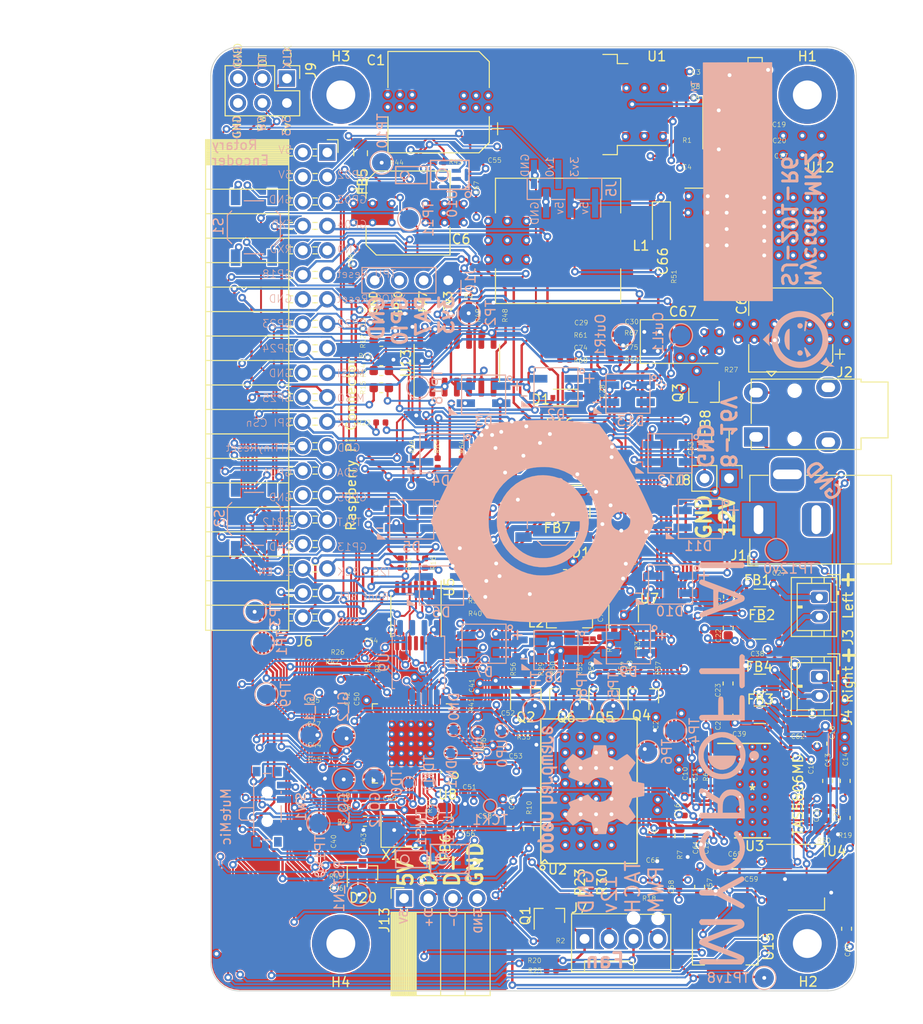
<source format=kicad_pcb>
(kicad_pcb (version 20171130) (host pcbnew "(5.1.8)-1")
  (layers (0 F.Cu signal hide) (1 In1.Cu power hide) (2 In2.Cu power hide) (31 B.Cu signal) (34 B.Paste user) (35 F.Paste user hide) (36 B.SilkS user) (37 F.SilkS user hide) (38 B.Mask user) (39 F.Mask user hide) (44 Edge.Cuts user))
  (net 0 "")
  (net 1 +5V)
  (net 2 "Net-(C21-Pad2)")
  (net 3 "Net-(C21-Pad1)")
  (net 4 "Net-(C22-Pad1)")
  (net 5 "Net-(C23-Pad1)")
  (net 6 +3V3)
  (net 7 +1V0)
  (net 8 12v_Unregulated)
  (net 9 GPIO25)
  (net 10 GPIO24)
  (net 11 GPIO23)
  (net 12 GPIO22)
  (net 13 /xmos/XL_DN1)
  (net 14 /xmos/XL_DN0)
  (net 15 /xmos/TDO)
  (net 16 /xmos/XL_UP0)
  (net 17 /xmos/TCK)
  (net 18 /xmos/TMS)
  (net 19 /xmos/XL_UP1)
  (net 20 /xmos/TDI)
  (net 21 "Net-(R32-Pad2)")
  (net 22 /xmos/24M)
  (net 23 "Net-(R34-Pad1)")
  (net 24 "Net-(R35-Pad1)")
  (net 25 "Net-(R36-Pad1)")
  (net 26 /xmos/QSPI_CLK)
  (net 27 /xmos/QSPI_D1)
  (net 28 /xmos/QSPI_CS_N)
  (net 29 "Net-(R43-Pad2)")
  (net 30 /xmos/MIC_CLK)
  (net 31 "Net-(R44-Pad2)")
  (net 32 /xmos/MIC_DATA)
  (net 33 "Net-(R45-Pad2)")
  (net 34 "Net-(R46-Pad2)")
  (net 35 /xmos/QSPI_D3)
  (net 36 /xmos/QSPI_D2)
  (net 37 /xmos/QSPI_D0)
  (net 38 "Net-(C24-Pad1)")
  (net 39 "Net-(C25-Pad1)")
  (net 40 "Net-(C28-Pad1)")
  (net 41 "Net-(C36-Pad1)")
  (net 42 "Net-(D10-Pad4)")
  (net 43 "Net-(D20-Pad1)")
  (net 44 "Net-(Q3-Pad1)")
  (net 45 /xmos/3V3_MIC0)
  (net 46 /xmos/3V3_MIC1)
  (net 47 /xmos/3V3_MIC)
  (net 48 "Net-(PWR1-Pad2)")
  (net 49 /xmos/MIC_DATA_M)
  (net 50 /xmos/MIC_CLK_M)
  (net 51 "Net-(FB8-Pad2)")
  (net 52 GPIO5)
  (net 53 PVDD)
  (net 54 "Net-(C8-Pad2)")
  (net 55 "Net-(D14-Pad1)")
  (net 56 "Net-(C7-Pad2)")
  (net 57 "Net-(C7-Pad1)")
  (net 58 "Net-(R3-Pad2)")
  (net 59 "Net-(R34-Pad2)")
  (net 60 "Net-(D2-Pad2)")
  (net 61 "Net-(D3-Pad2)")
  (net 62 "Net-(D4-Pad2)")
  (net 63 "Net-(D5-Pad2)")
  (net 64 "Net-(D6-Pad2)")
  (net 65 "Net-(D7-Pad2)")
  (net 66 "Net-(D8-Pad2)")
  (net 67 "Net-(D10-Pad2)")
  (net 68 "Net-(D11-Pad2)")
  (net 69 "Net-(D12-Pad2)")
  (net 70 GND)
  (net 71 "Net-(J13-Pad1)")
  (net 72 SCL)
  (net 73 SDA)
  (net 74 "Net-(J6-Pad29)")
  (net 75 "Net-(J6-Pad22)")
  (net 76 "Net-(J6-Pad18)")
  (net 77 "Net-(J6-Pad16)")
  (net 78 "Net-(J6-Pad15)")
  (net 79 DVDD)
  (net 80 /AudioAmp/AVDD)
  (net 81 /AudioAmp/VR_DIG)
  (net 82 /AudioAmp/OUT_A1-)
  (net 83 /AudioAmp/OUT_B1-)
  (net 84 /AudioAmp/OUT_A1+)
  (net 85 /AudioAmp/OUT_B1+)
  (net 86 "Net-(C26-Pad1)")
  (net 87 +1V8)
  (net 88 "Net-(R10-Pad2)")
  (net 89 USB_CORAL_D-)
  (net 90 USB_CORAL_D+)
  (net 91 SPI_CSn)
  (net 92 SPI_CLK)
  (net 93 SPI_MISO)
  (net 94 SPI_MOSI)
  (net 95 Boot_Sel)
  (net 96 Neopixel)
  (net 97 "Net-(R51-Pad1)")
  (net 98 /AudioAmp/Left+)
  (net 99 /AudioAmp/Left-)
  (net 100 /AudioAmp/Right+)
  (net 101 /AudioAmp/Right-)
  (net 102 FanPWM)
  (net 103 I2S_DOUT_PI)
  (net 104 I2S_DIN_PI)
  (net 105 Enable1V)
  (net 106 I2S_BCLK_PI)
  (net 107 I2S_MCLK_PI)
  (net 108 I2S_DIN_AMP)
  (net 109 I2S_LRCK_AMP)
  (net 110 I2S_BCLK_XMOS)
  (net 111 I2S_MCLK_XMOS)
  (net 112 I2S_BCLK_AMP)
  (net 113 UART_RXD_PI)
  (net 114 UART_TXD_PI)
  (net 115 FanTach)
  (net 116 "Net-(J7-Pad3)")
  (net 117 "Net-(Q1-Pad1)")
  (net 118 ATtinyRESET)
  (net 119 "Net-(R9-Pad2)")
  (net 120 XMOS_Reset)
  (net 121 TAS_Fault)
  (net 122 I2S_DIN_XMOS)
  (net 123 /MCU/FAN_PWM)
  (net 124 TPU_RST_L_33)
  (net 125 TPU_RST_L_18)
  (net 126 TPU_PGOOD_33)
  (net 127 TPU_PGOOD_18)
  (net 128 TPU_PMIC_EN_33)
  (net 129 TPU_PMIC_EN_18)
  (net 130 TPU_INTR_33)
  (net 131 TPU_INTR_18)
  (net 132 PGND)
  (net 133 "Net-(C70-Pad1)")
  (net 134 VoutL)
  (net 135 VoutR)
  (net 136 "Net-(FB7-Pad2)")
  (net 137 GPIO13)
  (net 138 GPIO12)
  (net 139 GPIO1)
  (net 140 "/Coral Processor/D+")
  (net 141 "/Coral Processor/D-")
  (net 142 UDA_L)
  (net 143 UDA_R)
  (net 144 "Net-(C29-Pad2)")
  (net 145 "Net-(C29-Pad1)")
  (net 146 "Net-(C30-Pad2)")
  (net 147 "Net-(C30-Pad1)")
  (net 148 I2S_BCLK_UDA)
  (net 149 I2S_WS_PI)
  (net 150 "Net-(GI_1-Pad1)")
  (net 151 "Net-(GI_2-Pad1)")
  (net 152 "Net-(GO_1-Pad1)")
  (net 153 "Net-(GO_2-Pad1)")
  (net 154 GPIO0)
  (net 155 GPIO_PA7)
  (module Resistor_SMD:R_0402_1005Metric (layer F.Cu) (at 41.79 86.69 90)
    (fp_text reference R30 (at 0 -1.17 90) (layer F.SilkS))
    (fp_text value 33R)
    (pad 2 smd roundrect (at 0.485 0 90) (size 0.59 0.64) (layers F.Cu F.Paste F.Mask) (net 141 "/Coral Processor/D-"))
    (pad 1 smd roundrect (at -0.485 0 90) (size 0.59 0.64) (layers F.Cu F.Paste F.Mask) (net 89 USB_CORAL_D-))
  )
  (module Resistor_SMD:R_0402_1005Metric (layer F.Cu) (at 39.5 86.72 90)
    (fp_text reference R23 (at 0 -1.17 90) (layer F.SilkS))
    (fp_text value 33R)
    (pad 2 smd roundrect (at 0.485 0 90) (size 0.59 0.64) (layers F.Cu F.Paste F.Mask) (net 140 "/Coral Processor/D+"))
    (pad 1 smd roundrect (at -0.485 0 90) (size 0.59 0.64) (layers F.Cu F.Paste F.Mask) (net 90 USB_CORAL_D+))
  )
  (module Connector_PinHeader_2.54mm:PinHeader_1x04_P2.54mm_Vertical (layer B.Cu) (at 24.64 24.25 90)
    (fp_text reference J10 (at 0 2.33 90) (layer B.SilkS) (effects (justify mirror)))
    (fp_text value Conn_01x04)
    (pad 4 thru_hole oval (at 0 -7.62 90) (size 1.7 1.7) (drill 1) (layers *.Cu *.Mask) (net 70 GND))
    (pad 3 thru_hole oval (at 0 -5.08 90) (size 1.7 1.7) (drill 1) (layers *.Cu *.Mask) (net 154 GPIO0))
    (pad 2 thru_hole oval (at 0 -2.54 90) (size 1.7 1.7) (drill 1) (layers *.Cu *.Mask) (net 155 GPIO_PA7))
    (pad 1 thru_hole rect (at 0 0 90) (size 1.7 1.7) (drill 1) (layers *.Cu *.Mask) (net 6 +3V3))
  )
  (module TestPoint:TestPoint_Pad_D2.0mm (layer B.Cu) (at 16.95 76)
    (fp_text reference GO_2 (at 0.1 3.2 90) (layer B.SilkS) (effects (justify mirror)))
    (fp_text value TestPoint)
    (pad 1 smd circle (at 0 0) (size 2 2) (layers B.Cu B.Mask) (net 153 "Net-(GO_2-Pad1)"))
  )
  (module TestPoint:TestPoint_Pad_D2.0mm (layer B.Cu) (at 13.8 76.05)
    (fp_text reference GO_1 (at 0 3.3 90) (layer B.SilkS) (effects (justify mirror)))
    (fp_text value TestPoint)
    (pad 1 smd circle (at 0 0) (size 2 2) (layers B.Cu B.Mask) (net 152 "Net-(GO_1-Pad1)"))
  )
  (module TestPoint:TestPoint_Pad_D2.0mm (layer B.Cu) (at 13.8 71.55)
    (fp_text reference GI_2 (at -0.05 -3.05 90) (layer B.SilkS) (effects (justify mirror)))
    (fp_text value TestPoint)
    (pad 1 smd circle (at 0 0) (size 2 2) (layers B.Cu B.Mask) (net 151 "Net-(GI_2-Pad1)"))
  )
  (module TestPoint:TestPoint_Pad_D2.0mm (layer B.Cu) (at 10.3 71.45)
    (fp_text reference GI_1 (at 0 -2.85 90) (layer B.SilkS) (effects (justify mirror)))
    (fp_text value TestPoint)
    (pad 1 smd circle (at 0 0) (size 2 2) (layers B.Cu B.Mask) (net 150 "Net-(GI_1-Pad1)"))
  )
  (module Resistor_SMD:R_0603_1608Metric (layer F.Cu) (at 17.7 35.38824)
    (fp_text reference R15 (at -1.9 0 90) (layer F.SilkS) (effects (font (size 0.5 0.5) (thickness 0.05))))
    (fp_text value 470R)
    (pad 2 smd roundrect (at 0.7875 0) (size 0.875 0.95) (layers F.Cu F.Paste F.Mask) (net 9 GPIO25))
    (pad 1 smd roundrect (at -0.7875 0) (size 0.875 0.95) (layers F.Cu F.Paste F.Mask) (net 75 "Net-(J6-Pad22)"))
  )
  (module Resistor_SMD:R_0402_1005Metric (layer F.Cu) (at 26.05 53.6 270)
    (fp_text reference R33 (at 0.05 -0.9 90) (layer F.SilkS) (effects (font (size 0.5 0.5) (thickness 0.05))))
    (fp_text value 33R)
    (pad 2 smd roundrect (at 0.485 0 270) (size 0.59 0.64) (layers F.Cu F.Paste F.Mask) (net 109 I2S_LRCK_AMP))
    (pad 1 smd roundrect (at -0.485 0 270) (size 0.59 0.64) (layers F.Cu F.Paste F.Mask) (net 149 I2S_WS_PI))
  )
  (module Resistor_SMD:R_0402_1005Metric (layer F.Cu) (at 22.25 53.6 270)
    (fp_text reference R16 (at 0 -0.85 90) (layer F.SilkS) (effects (font (size 0.5 0.5) (thickness 0.05))))
    (fp_text value 33R)
    (pad 2 smd roundrect (at 0.485 0 270) (size 0.59 0.64) (layers F.Cu F.Paste F.Mask) (net 108 I2S_DIN_AMP))
    (pad 1 smd roundrect (at -0.485 0 270) (size 0.59 0.64) (layers F.Cu F.Paste F.Mask) (net 103 I2S_DOUT_PI))
  )
  (module Resistor_SMD:R_0402_1005Metric (layer F.Cu) (at 19.7 53.6 270)
    (fp_text reference R31 (at 0.1 -0.85 90) (layer F.SilkS) (effects (font (size 0.5 0.5) (thickness 0.05))))
    (fp_text value 33R)
    (pad 2 smd roundrect (at 0.485 0 270) (size 0.59 0.64) (layers F.Cu F.Paste F.Mask) (net 148 I2S_BCLK_UDA))
    (pad 1 smd roundrect (at -0.485 0 270) (size 0.59 0.64) (layers F.Cu F.Paste F.Mask) (net 106 I2S_BCLK_PI))
  )
  (module TestPoint:TestPoint_Pad_D2.0mm (layer B.Cu) (at 42.8 29.95)
    (fp_text reference OutR1 (at -2.35 0 270) (layer B.SilkS) (effects (justify mirror)))
    (fp_text value TestPoint)
    (pad 1 smd circle (at 0 0) (size 2 2) (layers B.Cu B.Mask) (net 143 UDA_R))
  )
  (module TestPoint:TestPoint_Pad_D2.0mm (layer B.Cu) (at 48.8 29.95)
    (fp_text reference OutL1 (at -2.35 -0.3 90) (layer B.SilkS) (effects (justify mirror)))
    (fp_text value TestPoint)
    (pad 1 smd circle (at 0 0) (size 2 2) (layers B.Cu B.Mask) (net 142 UDA_L))
  )
  (module Package_TO_SOT_SMD:SOT-23 (layer F.Cu) (at 51.2 36.15 270)
    (fp_text reference Q3 (at -0.22606 2.71526 90) (layer F.SilkS))
    (fp_text value AO3401A)
    (pad 3 smd rect (at 1 0 270) (size 0.9 0.8) (layers F.Cu F.Paste F.Mask) (net 51 "Net-(FB8-Pad2)"))
    (pad 2 smd rect (at -1 0.95 270) (size 0.9 0.8) (layers F.Cu F.Paste F.Mask) (net 53 PVDD))
    (pad 1 smd rect (at -1 -0.95 270) (size 0.9 0.8) (layers F.Cu F.Paste F.Mask) (net 44 "Net-(Q3-Pad1)"))
  )
  (module Capacitor_SMD:C_0402_1005Metric (layer F.Cu) (at 42.05 28.521428)
    (fp_text reference C30 (at 1.65 0.028572) (layer F.SilkS) (effects (font (size 0.5 0.5) (thickness 0.05))))
    (fp_text value 1uF)
    (pad 2 smd roundrect (at 0.485 0) (size 0.59 0.64) (layers F.Cu F.Paste F.Mask) (net 146 "Net-(C30-Pad2)"))
    (pad 1 smd roundrect (at -0.485 0) (size 0.59 0.64) (layers F.Cu F.Paste F.Mask) (net 147 "Net-(C30-Pad1)"))
  )
  (module Capacitor_SMD:C_0402_1005Metric (layer F.Cu) (at 36.75 28.6)
    (fp_text reference C29 (at 1.7 0.05) (layer F.SilkS) (effects (font (size 0.5 0.5) (thickness 0.05))))
    (fp_text value 1uF)
    (pad 2 smd roundrect (at 0.485 0) (size 0.59 0.64) (layers F.Cu F.Paste F.Mask) (net 144 "Net-(C29-Pad2)"))
    (pad 1 smd roundrect (at -0.485 0) (size 0.59 0.64) (layers F.Cu F.Paste F.Mask) (net 145 "Net-(C29-Pad1)"))
  )
  (module Resistor_SMD:R_0603_1608Metric (layer F.Cu) (at 65.85 80.05 90)
    (fp_text reference R19 (at -1.8 0 180) (layer F.SilkS) (effects (font (size 0.5 0.5) (thickness 0.05))))
    (fp_text value 470R)
    (pad 2 smd roundrect (at 0.7875 0 90) (size 0.875 0.95) (layers F.Cu F.Paste F.Mask) (net 74 "Net-(J6-Pad29)"))
    (pad 1 smd roundrect (at -0.7875 0 90) (size 0.875 0.95) (layers F.Cu F.Paste F.Mask) (net 52 GPIO5))
  )
  (module user:HCLGA-MP34DT05 (layer B.Cu) (at 24.80818 84.3 270)
    (fp_text reference U11 (at -3.08604 0.07366 90) (layer B.SilkS) (effects (justify mirror)))
    (fp_text value SPK0641HT4H-1)
    (pad GND1 smd roundrect (at -1.225 0 270) (size 0.35 2.3) (layers B.Cu B.Paste B.Mask) (roundrect_rratio 0.429) (net 70 GND))
    (pad GND3 smd roundrect (at 1.225 0 270) (size 0.35 2.3) (layers B.Cu B.Paste B.Mask) (roundrect_rratio 0.429) (net 70 GND))
    (pad GND smd roundrect (at 0 -1.725 180) (size 0.35 1.3) (layers B.Cu B.Paste B.Mask) (roundrect_rratio 0.429) (net 70 GND))
    (pad GND2 smd roundrect (at 0 1.725 180) (size 0.35 1.3) (layers B.Cu B.Paste B.Mask) (roundrect_rratio 0.429) (net 70 GND))
    (pad VDD smd rect (at 0.425 -0.675 270) (size 0.4 0.95) (layers B.Cu B.Paste B.Mask) (net 46 /xmos/3V3_MIC1))
    (pad DOUT smd rect (at -0.425 -0.675 270) (size 0.4 0.95) (layers B.Cu B.Paste B.Mask) (net 34 "Net-(R46-Pad2)"))
    (pad CLK smd rect (at -0.425 0.675 270) (size 0.4 0.95) (layers B.Cu B.Paste B.Mask) (net 33 "Net-(R45-Pad2)"))
    (pad LR smd rect (at 0.425 0.675 270) (size 0.4 0.95) (layers B.Cu B.Paste B.Mask) (net 46 /xmos/3V3_MIC1))
  )
  (module user:HCLGA-MP34DT05 (layer B.Cu) (at 24.80818 13.3 270)
    (fp_text reference U10 (at 2.98394 -0.23876 90) (layer B.SilkS) (effects (justify mirror)))
    (fp_text value SPK0641HT4H-1)
    (pad GND1 smd roundrect (at -1.225 0 270) (size 0.35 2.3) (layers B.Cu B.Paste B.Mask) (roundrect_rratio 0.429) (net 70 GND))
    (pad GND3 smd roundrect (at 1.225 0 270) (size 0.35 2.3) (layers B.Cu B.Paste B.Mask) (roundrect_rratio 0.429) (net 70 GND))
    (pad GND smd roundrect (at 0 -1.725 180) (size 0.35 1.3) (layers B.Cu B.Paste B.Mask) (roundrect_rratio 0.429) (net 70 GND))
    (pad GND2 smd roundrect (at 0 1.725 180) (size 0.35 1.3) (layers B.Cu B.Paste B.Mask) (roundrect_rratio 0.429) (net 70 GND))
    (pad VDD smd rect (at 0.425 -0.675 270) (size 0.4 0.95) (layers B.Cu B.Paste B.Mask) (net 45 /xmos/3V3_MIC0))
    (pad DOUT smd rect (at -0.425 -0.675 270) (size 0.4 0.95) (layers B.Cu B.Paste B.Mask) (net 31 "Net-(R44-Pad2)"))
    (pad CLK smd rect (at -0.425 0.675 270) (size 0.4 0.95) (layers B.Cu B.Paste B.Mask) (net 29 "Net-(R43-Pad2)"))
    (pad LR smd rect (at 0.425 0.675 270) (size 0.4 0.95) (layers B.Cu B.Paste B.Mask) (net 70 GND))
  )
  (module user:LED_WS2812_Mini_3.5x3.5mm_P1.1mm (layer B.Cu) (at 28.31338 36.11052)
    (fp_text reference D3 (at 0.01162 2.83948) (layer B.SilkS) (effects (justify mirror)))
    (fp_text value WS2812B)
    (pad 3 smd rect (at -1.84 0.89) (size 1.9 0.8) (layers B.Cu B.Paste B.Mask) (net 70 GND))
    (pad 4 smd rect (at -1.84 -0.89) (size 1.9 0.8) (layers B.Cu B.Paste B.Mask) (net 60 "Net-(D2-Pad2)"))
    (pad 2 smd rect (at 1.84 0.89) (size 1.9 0.8) (layers B.Cu B.Paste B.Mask) (net 61 "Net-(D3-Pad2)"))
    (pad 1 smd rect (at 1.84 -0.89) (size 1.9 0.8) (layers B.Cu B.Paste B.Mask) (net 1 +5V))
  )
  (module user:LED_WS2812_Mini_3.5x3.5mm_P1.1mm (layer B.Cu) (at 23.99538 42.20652)
    (fp_text reference D4 (at -0.12038 2.84348) (layer B.SilkS) (effects (justify mirror)))
    (fp_text value WS2812B)
    (pad 3 smd rect (at -1.84 0.89) (size 1.9 0.8) (layers B.Cu B.Paste B.Mask) (net 70 GND))
    (pad 4 smd rect (at -1.84 -0.89) (size 1.9 0.8) (layers B.Cu B.Paste B.Mask) (net 61 "Net-(D3-Pad2)"))
    (pad 2 smd rect (at 1.84 0.89) (size 1.9 0.8) (layers B.Cu B.Paste B.Mask) (net 62 "Net-(D4-Pad2)"))
    (pad 1 smd rect (at 1.84 -0.89) (size 1.9 0.8) (layers B.Cu B.Paste B.Mask) (net 1 +5V))
  )
  (module user:LED_WS2812_Mini_3.5x3.5mm_P1.1mm (layer B.Cu) (at 20.84578 49.06452)
    (fp_text reference D5 (at 0.00422 2.83548) (layer B.SilkS) (effects (justify mirror)))
    (fp_text value WS2812B)
    (pad 3 smd rect (at -1.84 0.89) (size 1.9 0.8) (layers B.Cu B.Paste B.Mask) (net 70 GND))
    (pad 4 smd rect (at -1.84 -0.89) (size 1.9 0.8) (layers B.Cu B.Paste B.Mask) (net 62 "Net-(D4-Pad2)"))
    (pad 2 smd rect (at 1.84 0.89) (size 1.9 0.8) (layers B.Cu B.Paste B.Mask) (net 63 "Net-(D5-Pad2)"))
    (pad 1 smd rect (at 1.84 -0.89) (size 1.9 0.8) (layers B.Cu B.Paste B.Mask) (net 1 +5V))
  )
  (module user:LED_WS2812_Mini_3.5x3.5mm_P1.1mm (layer B.Cu) (at 23.94458 55.92252)
    (fp_text reference D6 (at -0.01958 2.77748) (layer B.SilkS) (effects (justify mirror)))
    (fp_text value WS2812B)
    (pad 3 smd rect (at -1.84 0.89) (size 1.9 0.8) (layers B.Cu B.Paste B.Mask) (net 70 GND))
    (pad 4 smd rect (at -1.84 -0.89) (size 1.9 0.8) (layers B.Cu B.Paste B.Mask) (net 63 "Net-(D5-Pad2)"))
    (pad 2 smd rect (at 1.84 0.89) (size 1.9 0.8) (layers B.Cu B.Paste B.Mask) (net 64 "Net-(D6-Pad2)"))
    (pad 1 smd rect (at 1.84 -0.89) (size 1.9 0.8) (layers B.Cu B.Paste B.Mask) (net 1 +5V))
  )
  (module user:LED_WS2812_Mini_3.5x3.5mm_P1.1mm (layer B.Cu) (at 28.36418 61.96772)
    (fp_text reference D7 (at -0.01418 2.93228) (layer B.SilkS) (effects (justify mirror)))
    (fp_text value WS2812B)
    (pad 3 smd rect (at -1.84 0.89) (size 1.9 0.8) (layers B.Cu B.Paste B.Mask) (net 70 GND))
    (pad 4 smd rect (at -1.84 -0.89) (size 1.9 0.8) (layers B.Cu B.Paste B.Mask) (net 64 "Net-(D6-Pad2)"))
    (pad 2 smd rect (at 1.84 0.89) (size 1.9 0.8) (layers B.Cu B.Paste B.Mask) (net 65 "Net-(D7-Pad2)"))
    (pad 1 smd rect (at 1.84 -0.89) (size 1.9 0.8) (layers B.Cu B.Paste B.Mask) (net 1 +5V))
  )
  (module user:LED_WS2812_Mini_3.5x3.5mm_P1.1mm (layer B.Cu) (at 35.83178 62.62812)
    (fp_text reference D8 (at -0.23178 2.82188) (layer B.SilkS) (effects (justify mirror)))
    (fp_text value WS2812B)
    (pad 3 smd rect (at -1.84 0.89) (size 1.9 0.8) (layers B.Cu B.Paste B.Mask) (net 70 GND))
    (pad 4 smd rect (at -1.84 -0.89) (size 1.9 0.8) (layers B.Cu B.Paste B.Mask) (net 65 "Net-(D7-Pad2)"))
    (pad 2 smd rect (at 1.84 0.89) (size 1.9 0.8) (layers B.Cu B.Paste B.Mask) (net 66 "Net-(D8-Pad2)"))
    (pad 1 smd rect (at 1.84 -0.89) (size 1.9 0.8) (layers B.Cu B.Paste B.Mask) (net 1 +5V))
  )
  (module user:LED_WS2812_Mini_3.5x3.5mm_P1.1mm (layer B.Cu) (at 43.35018 62.01852)
    (fp_text reference D9 (at 0 2.85648) (layer B.SilkS) (effects (justify mirror)))
    (fp_text value WS2812B)
    (pad 3 smd rect (at -1.84 0.89) (size 1.9 0.8) (layers B.Cu B.Paste B.Mask) (net 70 GND))
    (pad 4 smd rect (at -1.84 -0.89) (size 1.9 0.8) (layers B.Cu B.Paste B.Mask) (net 66 "Net-(D8-Pad2)"))
    (pad 2 smd rect (at 1.84 0.89) (size 1.9 0.8) (layers B.Cu B.Paste B.Mask) (net 42 "Net-(D10-Pad4)"))
    (pad 1 smd rect (at 1.84 -0.89) (size 1.9 0.8) (layers B.Cu B.Paste B.Mask) (net 1 +5V))
  )
  (module user:LED_WS2812_Mini_3.5x3.5mm_P1.1mm (layer B.Cu) (at 47.71898 55.82092)
    (fp_text reference D10 (at -0.06898 2.77908) (layer B.SilkS) (effects (justify mirror)))
    (fp_text value WS2812B)
    (pad 3 smd rect (at -1.84 0.89) (size 1.9 0.8) (layers B.Cu B.Paste B.Mask) (net 70 GND))
    (pad 4 smd rect (at -1.84 -0.89) (size 1.9 0.8) (layers B.Cu B.Paste B.Mask) (net 42 "Net-(D10-Pad4)"))
    (pad 2 smd rect (at 1.84 0.89) (size 1.9 0.8) (layers B.Cu B.Paste B.Mask) (net 67 "Net-(D10-Pad2)"))
    (pad 1 smd rect (at 1.84 -0.89) (size 1.9 0.8) (layers B.Cu B.Paste B.Mask) (net 1 +5V))
  )
  (module user:LED_WS2812_Mini_3.5x3.5mm_P1.1mm (layer B.Cu) (at 50.81778 49.01372)
    (fp_text reference D11 (at -0.21778 2.81128) (layer B.SilkS) (effects (justify mirror)))
    (fp_text value WS2812B)
    (pad 3 smd rect (at -1.84 0.89) (size 1.9 0.8) (layers B.Cu B.Paste B.Mask) (net 70 GND))
    (pad 4 smd rect (at -1.84 -0.89) (size 1.9 0.8) (layers B.Cu B.Paste B.Mask) (net 67 "Net-(D10-Pad2)"))
    (pad 2 smd rect (at 1.84 0.89) (size 1.9 0.8) (layers B.Cu B.Paste B.Mask) (net 68 "Net-(D11-Pad2)"))
    (pad 1 smd rect (at 1.84 -0.89) (size 1.9 0.8) (layers B.Cu B.Paste B.Mask) (net 1 +5V))
  )
  (module user:LED_WS2812_Mini_3.5x3.5mm_P1.1mm (layer B.Cu) (at 47.66818 42.20652)
    (fp_text reference D12 (at 0.10682 2.79348) (layer B.SilkS) (effects (justify mirror)))
    (fp_text value WS2812B)
    (pad 3 smd rect (at -1.84 0.89) (size 1.9 0.8) (layers B.Cu B.Paste B.Mask) (net 70 GND))
    (pad 4 smd rect (at -1.84 -0.89) (size 1.9 0.8) (layers B.Cu B.Paste B.Mask) (net 68 "Net-(D11-Pad2)"))
    (pad 2 smd rect (at 1.84 0.89) (size 1.9 0.8) (layers B.Cu B.Paste B.Mask) (net 69 "Net-(D12-Pad2)"))
    (pad 1 smd rect (at 1.84 -0.89) (size 1.9 0.8) (layers B.Cu B.Paste B.Mask) (net 1 +5V))
  )
  (module user:LED_WS2812_Mini_3.5x3.5mm_P1.1mm (layer B.Cu) (at 43.29938 36.00892)
    (fp_text reference D13 (at 0.27562 2.84108) (layer B.SilkS) (effects (justify mirror)))
    (fp_text value WS2812B)
    (pad 3 smd rect (at -1.84 0.89) (size 1.9 0.8) (layers B.Cu B.Paste B.Mask) (net 70 GND))
    (pad 4 smd rect (at -1.84 -0.89) (size 1.9 0.8) (layers B.Cu B.Paste B.Mask) (net 69 "Net-(D12-Pad2)"))
    (pad 2 smd rect (at 1.84 0.89) (size 1.9 0.8) (layers B.Cu B.Paste B.Mask))
    (pad 1 smd rect (at 1.84 -0.89) (size 1.9 0.8) (layers B.Cu B.Paste B.Mask) (net 1 +5V))
  )
  (module user:LED_WS2812_Mini_3.5x3.5mm_P1.1mm (layer B.Cu) (at 35.83178 35.34852)
    (fp_text reference D2 (at 0.01822 2.80148) (layer B.SilkS) (effects (justify mirror)))
    (fp_text value WS2812B)
    (pad 3 smd rect (at -1.84 0.89) (size 1.9 0.8) (layers B.Cu B.Paste B.Mask) (net 70 GND))
    (pad 4 smd rect (at -1.84 -0.89) (size 1.9 0.8) (layers B.Cu B.Paste B.Mask) (net 96 Neopixel))
    (pad 2 smd rect (at 1.84 0.89) (size 1.9 0.8) (layers B.Cu B.Paste B.Mask) (net 60 "Net-(D2-Pad2)"))
    (pad 1 smd rect (at 1.84 -0.89) (size 1.9 0.8) (layers B.Cu B.Paste B.Mask) (net 40 "Net-(C28-Pad1)"))
  )
  (module Connector_PinHeader_2.54mm:PinHeader_2x03_P2.54mm_Vertical (layer F.Cu) (at 7.9 3.3 270)
    (fp_text reference J9 (at -0.85 -2.5 90) (layer F.SilkS))
    (fp_text value RotaryEncoder)
    (pad 6 thru_hole oval (at 2.54 5.08 270) (size 1.7 1.7) (drill 1) (layers *.Cu *.Mask) (net 70 GND))
    (pad 5 thru_hole oval (at 0 5.08 270) (size 1.7 1.7) (drill 1) (layers *.Cu *.Mask) (net 70 GND))
    (pad 4 thru_hole oval (at 2.54 2.54 270) (size 1.7 1.7) (drill 1) (layers *.Cu *.Mask) (net 139 GPIO1))
    (pad 3 thru_hole oval (at 0 2.54 270) (size 1.7 1.7) (drill 1) (layers *.Cu *.Mask) (net 137 GPIO13))
    (pad 2 thru_hole oval (at 2.54 0 270) (size 1.7 1.7) (drill 1) (layers *.Cu *.Mask) (net 6 +3V3))
    (pad 1 thru_hole rect (at 0 0 270) (size 1.7 1.7) (drill 1) (layers *.Cu *.Mask) (net 138 GPIO12))
  )
  (module TestPoint:TestPoint_Pad_D2.0mm (layer B.Cu) (at 57.45 96.65)
    (fp_text reference TP1v8 (at -3.75 0) (layer B.SilkS) (effects (justify mirror)))
    (fp_text value TestPoint)
    (pad 1 smd circle (at 0 0) (size 2 2) (layers B.Cu B.Mask) (net 87 +1V8))
  )
  (module Resistor_SMD:R_0402_1005Metric (layer F.Cu) (at 35.3468 95.85656)
    (fp_text reference R25 (at -1.6968 0.04344) (layer F.SilkS) (effects (font (size 0.5 0.5) (thickness 0.05))))
    (fp_text value 10k)
    (pad 2 smd roundrect (at 0.485 0) (size 0.59 0.64) (layers F.Cu F.Paste F.Mask) (net 70 GND))
    (pad 1 smd roundrect (at -0.485 0) (size 0.59 0.64) (layers F.Cu F.Paste F.Mask) (net 115 FanTach))
  )
  (module Resistor_SMD:R_0402_1005Metric (layer F.Cu) (at 35.34172 94.79484)
    (fp_text reference R20 (at -1.74172 0.05516) (layer F.SilkS) (effects (font (size 0.5 0.5) (thickness 0.05))))
    (fp_text value 27k)
    (pad 2 smd roundrect (at 0.485 0) (size 0.59 0.64) (layers F.Cu F.Paste F.Mask) (net 116 "Net-(J7-Pad3)"))
    (pad 1 smd roundrect (at -0.485 0) (size 0.59 0.64) (layers F.Cu F.Paste F.Mask) (net 115 FanTach))
  )
  (module TestPoint:TestPoint_Pad_D1.0mm (layer B.Cu) (at 27.7 71.15)
    (fp_text reference UP1 (at 0.1 2.3 90) (layer B.SilkS) (effects (justify mirror)))
    (fp_text value TestPoint)
    (pad 1 smd circle (at 0 0) (size 1 1) (layers B.Cu B.Mask) (net 19 /xmos/XL_UP1))
  )
  (module TestPoint:TestPoint_Pad_D1.0mm (layer B.Cu) (at 30.2 71)
    (fp_text reference UP0 (at 0.05 2.35 90) (layer B.SilkS) (effects (justify mirror)))
    (fp_text value TestPoint)
    (pad 1 smd circle (at 0 0) (size 1 1) (layers B.Cu B.Mask) (net 16 /xmos/XL_UP0))
  )
  (module TestPoint:TestPoint_Pad_D1.0mm (layer B.Cu) (at 23 79.4)
    (fp_text reference TMS1 (at -1.15 1.65 90) (layer B.SilkS) (effects (justify mirror)))
    (fp_text value TestPoint)
    (pad 1 smd circle (at 0 0) (size 1 1) (layers B.Cu B.Mask) (net 18 /xmos/TMS))
  )
  (module TestPoint:TestPoint_Pad_D1.0mm (layer B.Cu) (at 20.55 76.45)
    (fp_text reference TD0 (at -1.25 -0.05 90) (layer B.SilkS) (effects (justify mirror)))
    (fp_text value TestPoint)
    (pad 1 smd circle (at 0 0) (size 1 1) (layers B.Cu B.Mask) (net 15 /xmos/TDO))
  )
  (module TestPoint:TestPoint_Pad_D1.0mm (layer B.Cu) (at 22.6 76.4)
    (fp_text reference TDI1 (at 0.05 -1.3 90) (layer B.SilkS) (effects (justify mirror)))
    (fp_text value TestPoint)
    (pad 1 smd circle (at 0 0) (size 1 1) (layers B.Cu B.Mask) (net 20 /xmos/TDI))
  )
  (module TestPoint:TestPoint_Pad_D1.0mm (layer B.Cu) (at 29 78.8)
    (fp_text reference TCK1 (at 0 1.448) (layer B.SilkS) (effects (justify mirror)))
    (fp_text value TestPoint)
    (pad 1 smd circle (at 0 0) (size 1 1) (layers B.Cu B.Mask) (net 17 /xmos/TCK))
  )
  (module TestPoint:TestPoint_Pad_D1.0mm (layer B.Cu) (at 25.2 70.9)
    (fp_text reference DN0 (at 0.05 -2.4 90) (layer B.SilkS) (effects (justify mirror)))
    (fp_text value TestPoint)
    (pad 1 smd circle (at 0 0) (size 1 1) (layers B.Cu B.Mask) (net 14 /xmos/XL_DN0))
  )
  (module TestPoint:TestPoint_Pad_D1.0mm (layer B.Cu) (at 24.9 73.3)
    (fp_text reference DN1 (at 0.1 2.2 90) (layer B.SilkS) (effects (justify mirror)))
    (fp_text value TestPoint)
    (pad 1 smd circle (at 0 0) (size 1 1) (layers B.Cu B.Mask) (net 13 /xmos/XL_DN1))
  )
  (module Resistor_SMD:R_0402_1005Metric (layer F.Cu) (at 42.05 29.814285 180)
    (fp_text reference R67 (at -1.6 0.1) (layer F.SilkS) (effects (font (size 0.5 0.5) (thickness 0.05))))
    (fp_text value 220k)
    (pad 2 smd roundrect (at 0.485 0 180) (size 0.59 0.64) (layers F.Cu F.Paste F.Mask) (net 146 "Net-(C30-Pad2)"))
    (pad 1 smd roundrect (at -0.485 0 180) (size 0.59 0.64) (layers F.Cu F.Paste F.Mask) (net 132 PGND))
  )
  (module NetTie:NetTie-2_SMD_Pad0.5mm (layer F.Cu) (at 39.5 38.1 270)
    (fp_text reference NT1 hide)
    (fp_text value Net-Tie_2)
    (fp_poly (pts (xy -0.5 -0.25) (xy 0.5 -0.25) (xy 0.5 0.25) (xy -0.5 0.25)) (layer F.Cu) (width 0))
    (pad 2 smd circle (at 0.5 0 270) (size 0.5 0.5) (layers F.Cu) (net 132 PGND))
    (pad 1 smd circle (at -0.5 0 270) (size 0.5 0.5) (layers F.Cu) (net 70 GND))
  )
  (module Package_TO_SOT_SMD:SOT-23 (layer F.Cu) (at 36.766666 67.4 90)
    (fp_text reference Q6 (at -2.2 0.133334 180) (layer F.SilkS))
    (fp_text value BSS138)
    (pad 1 smd rect (at -1 -0.95 90) (size 0.9 0.8) (layers F.Cu F.Paste F.Mask) (net 87 +1V8))
    (pad 2 smd rect (at -1 0.95 90) (size 0.9 0.8) (layers F.Cu F.Paste F.Mask) (net 131 TPU_INTR_18))
    (pad 3 smd rect (at 1 0 90) (size 0.9 0.8) (layers F.Cu F.Paste F.Mask) (net 130 TPU_INTR_33))
  )
  (module TestPoint:TestPoint_Pad_D2.0mm (layer B.Cu) (at 48.2 71 90)
    (fp_text reference TP4 (at 0 1.998 90) (layer B.SilkS) (effects (justify mirror)))
    (fp_text value TestPoint)
    (pad 1 smd circle (at 0 0 90) (size 2 2) (layers B.Cu B.Mask) (net 109 I2S_LRCK_AMP))
  )
  (module TestPoint:TestPoint_Pad_D2.0mm (layer B.Cu) (at 4.6 58.6)
    (fp_text reference TP3 (at 2.1 0.25 270) (layer B.SilkS) (effects (justify mirror)))
    (fp_text value TestPoint)
    (pad 1 smd circle (at 0 0) (size 2 2) (layers B.Cu B.Mask) (net 108 I2S_DIN_AMP))
  )
  (module TestPoint:TestPoint_Pad_D2.0mm (layer B.Cu) (at 5.3848 61.8744 90)
    (fp_text reference TP1 (at 0 1.998 90) (layer B.SilkS) (effects (justify mirror)))
    (fp_text value TestPoint)
    (pad 1 smd circle (at 0 0 90) (size 2 2) (layers B.Cu B.Mask) (net 104 I2S_DIN_PI))
  )
  (module Connector_PinHeader_2.54mm:PinHeader_1x02_P2.54mm_Vertical (layer F.Cu) (at 53.8 44.8 270)
    (fp_text reference J8 (at 0.2 4.8 180) (layer F.SilkS))
    (fp_text value PWR)
    (pad 2 thru_hole oval (at 0 2.54 270) (size 1.7 1.7) (drill 1) (layers *.Cu *.Mask) (net 70 GND))
    (pad 1 thru_hole rect (at 0 0 270) (size 1.7 1.7) (drill 1) (layers *.Cu *.Mask) (net 8 12v_Unregulated))
  )
  (module Package_SO:SSOP-16_4.4x5.2mm_P0.65mm (layer F.Cu) (at 36.2 42.8)
    (fp_text reference U16 (at 0 -3.65) (layer F.SilkS))
    (fp_text value UDA1334ATS)
    (pad 16 smd rect (at 2.9 -2.275) (size 1 0.4) (layers F.Cu F.Paste F.Mask) (net 147 "Net-(C30-Pad1)"))
    (pad 15 smd rect (at 2.9 -1.625) (size 1 0.4) (layers F.Cu F.Paste F.Mask) (net 132 PGND))
    (pad 14 smd rect (at 2.9 -0.975) (size 1 0.4) (layers F.Cu F.Paste F.Mask) (net 145 "Net-(C29-Pad1)"))
    (pad 13 smd rect (at 2.9 -0.325) (size 1 0.4) (layers F.Cu F.Paste F.Mask) (net 136 "Net-(FB7-Pad2)"))
    (pad 12 smd rect (at 2.9 0.325) (size 1 0.4) (layers F.Cu F.Paste F.Mask) (net 133 "Net-(C70-Pad1)"))
    (pad 11 smd rect (at 2.9 0.975) (size 1 0.4) (layers F.Cu F.Paste F.Mask) (net 70 GND))
    (pad 10 smd rect (at 2.9 1.625) (size 1 0.4) (layers F.Cu F.Paste F.Mask) (net 70 GND))
    (pad 9 smd rect (at 2.9 2.275) (size 1 0.4) (layers F.Cu F.Paste F.Mask) (net 70 GND))
    (pad 8 smd rect (at -2.9 2.275) (size 1 0.4) (layers F.Cu F.Paste F.Mask) (net 70 GND))
    (pad 7 smd rect (at -2.9 1.625) (size 1 0.4) (layers F.Cu F.Paste F.Mask) (net 70 GND))
    (pad 6 smd rect (at -2.9 0.975) (size 1 0.4) (layers F.Cu F.Paste F.Mask) (net 70 GND))
    (pad 5 smd rect (at -2.9 0.325) (size 1 0.4) (layers F.Cu F.Paste F.Mask) (net 70 GND))
    (pad 4 smd rect (at -2.9 -0.325) (size 1 0.4) (layers F.Cu F.Paste F.Mask) (net 6 +3V3))
    (pad 3 smd rect (at -2.9 -0.975) (size 1 0.4) (layers F.Cu F.Paste F.Mask) (net 122 I2S_DIN_XMOS))
    (pad 2 smd rect (at -2.9 -1.625) (size 1 0.4) (layers F.Cu F.Paste F.Mask) (net 109 I2S_LRCK_AMP))
    (pad 1 smd rect (at -2.9 -2.275) (size 1 0.4) (layers F.Cu F.Paste F.Mask) (net 148 I2S_BCLK_UDA))
  )
  (module Resistor_SMD:R_0402_1005Metric (layer F.Cu) (at 42.05 32.4 180)
    (fp_text reference R69 (at -1.65 -0.15 180) (layer F.SilkS) (effects (font (size 0.5 0.5) (thickness 0.05))))
    (fp_text value 100R)
    (pad 2 smd roundrect (at 0.485 0 180) (size 0.59 0.64) (layers F.Cu F.Paste F.Mask) (net 146 "Net-(C30-Pad2)"))
    (pad 1 smd roundrect (at -0.485 0 180) (size 0.59 0.64) (layers F.Cu F.Paste F.Mask) (net 143 UDA_R))
  )
  (module Resistor_SMD:R_0402_1005Metric (layer F.Cu) (at 36.75 32.478571 180)
    (fp_text reference R68 (at -1.65 -0.071429) (layer F.SilkS) (effects (font (size 0.5 0.5) (thickness 0.05))))
    (fp_text value 100R)
    (pad 2 smd roundrect (at 0.485 0 180) (size 0.59 0.64) (layers F.Cu F.Paste F.Mask) (net 144 "Net-(C29-Pad2)"))
    (pad 1 smd roundrect (at -0.485 0 180) (size 0.59 0.64) (layers F.Cu F.Paste F.Mask) (net 142 UDA_L))
  )
  (module Resistor_SMD:R_0402_1005Metric (layer F.Cu) (at 36.75 29.892857 180)
    (fp_text reference R61 (at -1.65 -0.05) (layer F.SilkS) (effects (font (size 0.5 0.5) (thickness 0.05))))
    (fp_text value 220k)
    (pad 2 smd roundrect (at 0.485 0 180) (size 0.59 0.64) (layers F.Cu F.Paste F.Mask) (net 144 "Net-(C29-Pad2)"))
    (pad 1 smd roundrect (at -0.485 0 180) (size 0.59 0.64) (layers F.Cu F.Paste F.Mask) (net 132 PGND))
  )
  (module Resistor_SMD:R_1206_3216Metric (layer F.Cu) (at 38.45 48.3 90)
    (fp_text reference FB7 (at -1.65 -2.5 180) (layer F.SilkS))
    (fp_text value FB)
    (pad 2 smd roundrect (at 1.4 0 90) (size 1.25 1.75) (layers F.Cu F.Paste F.Mask) (roundrect_rratio 0.2) (net 136 "Net-(FB7-Pad2)"))
    (pad 1 smd roundrect (at -1.4 0 90) (size 1.25 1.75) (layers F.Cu F.Paste F.Mask) (roundrect_rratio 0.2) (net 6 +3V3))
  )
  (module Capacitor_SMD:C_0402_1005Metric (layer F.Cu) (at 42.05 31.107142)
    (fp_text reference C75 (at 1.6 0.092858 180) (layer F.SilkS) (effects (font (size 0.5 0.5) (thickness 0.05))))
    (fp_text value 10nF)
    (pad 2 smd roundrect (at 0.485 0) (size 0.59 0.64) (layers F.Cu F.Paste F.Mask) (net 143 UDA_R))
    (pad 1 smd roundrect (at -0.485 0) (size 0.59 0.64) (layers F.Cu F.Paste F.Mask) (net 132 PGND))
  )
  (module Capacitor_SMD:C_0402_1005Metric (layer F.Cu) (at 36.75 31.185714)
    (fp_text reference C74 (at 1.65 0.064286 180) (layer F.SilkS) (effects (font (size 0.5 0.5) (thickness 0.05))))
    (fp_text value 10nF)
    (pad 2 smd roundrect (at 0.485 0) (size 0.59 0.64) (layers F.Cu F.Paste F.Mask) (net 142 UDA_L))
    (pad 1 smd roundrect (at -0.485 0) (size 0.59 0.64) (layers F.Cu F.Paste F.Mask) (net 132 PGND))
  )
  (module Capacitor_SMD:C_0402_1005Metric (layer F.Cu) (at 36 46.55 180)
    (fp_text reference C73 (at 1.75 -0.05) (layer F.SilkS) (effects (font (size 0.5 0.5) (thickness 0.05))))
    (fp_text value 10UF)
    (pad 2 smd roundrect (at 0.485 0 180) (size 0.59 0.64) (layers F.Cu F.Paste F.Mask) (net 132 PGND))
    (pad 1 smd roundrect (at -0.485 0 180) (size 0.59 0.64) (layers F.Cu F.Paste F.Mask) (net 133 "Net-(C70-Pad1)"))
  )
  (module Capacitor_SMD:C_0402_1005Metric (layer F.Cu) (at 36 47.75 180)
    (fp_text reference C70 (at 1.75 -0.05) (layer F.SilkS) (effects (font (size 0.5 0.5) (thickness 0.05))))
    (fp_text value 100NF)
    (pad 2 smd roundrect (at 0.485 0 180) (size 0.59 0.64) (layers F.Cu F.Paste F.Mask) (net 132 PGND))
    (pad 1 smd roundrect (at -0.485 0 180) (size 0.59 0.64) (layers F.Cu F.Paste F.Mask) (net 133 "Net-(C70-Pad1)"))
  )
  (module user:Jack_3.5mm_PJ-3210 (layer F.Cu) (at 67.6 38.2 270)
    (fp_text reference J2 (at -4.4 1.8 180) (layer F.SilkS))
    (fp_text value AudioJack2_Ground)
    (pad "" np_thru_hole circle (at -2.5 7 180) (size 1.2 1.2) (drill 1.2) (layers *.Cu *.Mask))
    (pad "" np_thru_hole circle (at 2.5 7 180) (size 1.2 1.2) (drill 1.2) (layers *.Cu *.Mask))
    (pad G thru_hole oval (at -2.85 3.5 180) (size 2.5 2) (drill oval 1.4 1) (layers *.Cu *.Mask) (net 70 GND))
    (pad T thru_hole rect (at 2.3 11 180) (size 2.5 2) (drill oval 1.4 1) (layers *.Cu *.Mask) (net 134 VoutL))
    (pad S thru_hole oval (at -2.3 11 180) (size 2.5 2) (drill oval 1.4 1) (layers *.Cu *.Mask) (net 135 VoutR))
    (pad G thru_hole oval (at 2.85 3.5 180) (size 2.5 2) (drill oval 1.4 1) (layers *.Cu *.Mask) (net 70 GND))
  )
  (module user:FanPinHeader_1x04_P2.54mm_Vertical (layer F.Cu) (at 38.8 92.6)
    (fp_text reference J7 (at -0.55 -3.2) (layer F.SilkS))
    (fp_text value FanConnector)
    (pad "" np_thru_hole circle (at 7.62 -2.123 90) (size 1.1 1.1) (drill 1.1) (layers *.Cu *.Mask))
    (pad "" np_thru_hole circle (at 5.08 -2.16 90) (size 1.1 1.1) (drill 1.1) (layers *.Cu *.Mask))
    (pad 4 thru_hole oval (at 7.62 0 90) (size 2.03 1.73) (drill 1.02) (layers *.Cu *.Mask) (net 123 /MCU/FAN_PWM))
    (pad 3 thru_hole oval (at 5.08 0 90) (size 2.03 1.73) (drill 1.02) (layers *.Cu *.Mask) (net 116 "Net-(J7-Pad3)"))
    (pad 2 thru_hole oval (at 2.54 0 90) (size 2.03 1.73) (drill 1.02) (layers *.Cu *.Mask) (net 53 PVDD))
    (pad 1 thru_hole rect (at 0 0 90) (size 2.03 1.73) (drill 1.02) (layers *.Cu *.Mask) (net 70 GND))
  )
  (module TestPoint:TestPoint_Pad_D2.0mm (layer B.Cu) (at 41.7 68.9 90)
    (fp_text reference TP5 (at 2.65 0.1 90) (layer B.SilkS) (effects (justify mirror)))
    (fp_text value TestPoint)
    (pad 1 smd circle (at 0 0 90) (size 2 2) (layers B.Cu B.Mask) (net 129 TPU_PMIC_EN_18))
  )
  (module Package_TO_SOT_SMD:SOT-223-3_TabPin2 (layer F.Cu) (at 53.4 93.4 270)
    (fp_text reference U15 (at 0 -4.5 90) (layer F.SilkS))
    (fp_text value AMS1117-1.8)
    (pad 1 smd rect (at -3.15 -2.3 270) (size 2 1.5) (layers F.Cu F.Paste F.Mask) (net 70 GND))
    (pad 3 smd rect (at -3.15 2.3 270) (size 2 1.5) (layers F.Cu F.Paste F.Mask) (net 1 +5V))
    (pad 2 smd rect (at -3.15 0 270) (size 2 1.5) (layers F.Cu F.Paste F.Mask) (net 87 +1V8))
    (pad 2 smd rect (at 3.15 0 270) (size 2 3.8) (layers F.Cu F.Paste F.Mask) (net 87 +1V8))
  )
  (module Resistor_SMD:R_0402_1005Metric (layer F.Cu) (at 36.3 64.5 270)
    (fp_text reference R60 (at 0 0.8 90) (layer F.SilkS) (effects (font (size 0.5 0.5) (thickness 0.05))))
    (fp_text value 10k)
    (pad 2 smd roundrect (at 0.485 0 270) (size 0.59 0.64) (layers F.Cu F.Paste F.Mask) (net 130 TPU_INTR_33))
    (pad 1 smd roundrect (at -0.485 0 270) (size 0.59 0.64) (layers F.Cu F.Paste F.Mask) (net 6 +3V3))
  )
  (module Resistor_SMD:R_0402_1005Metric (layer F.Cu) (at 40.3 64.5 270)
    (fp_text reference R59 (at 0 0.8 90) (layer F.SilkS) (effects (font (size 0.5 0.5) (thickness 0.05))))
    (fp_text value 10k)
    (pad 2 smd roundrect (at 0.485 0 270) (size 0.59 0.64) (layers F.Cu F.Paste F.Mask) (net 128 TPU_PMIC_EN_33))
    (pad 1 smd roundrect (at -0.485 0 270) (size 0.59 0.64) (layers F.Cu F.Paste F.Mask) (net 6 +3V3))
  )
  (module Resistor_SMD:R_0402_1005Metric (layer F.Cu) (at 44.3 64.5 270)
    (fp_text reference R58 (at -0.1 0.8 90) (layer F.SilkS) (effects (font (size 0.5 0.5) (thickness 0.05))))
    (fp_text value 10k)
    (pad 2 smd roundrect (at 0.485 0 270) (size 0.59 0.64) (layers F.Cu F.Paste F.Mask) (net 126 TPU_PGOOD_33))
    (pad 1 smd roundrect (at -0.485 0 270) (size 0.59 0.64) (layers F.Cu F.Paste F.Mask) (net 6 +3V3))
  )
  (module Resistor_SMD:R_0402_1005Metric (layer F.Cu) (at 32.2 64.5 270)
    (fp_text reference R56 (at 0.1 0.8 90) (layer F.SilkS) (effects (font (size 0.5 0.5) (thickness 0.05))))
    (fp_text value 10k)
    (pad 2 smd roundrect (at 0.485 0 270) (size 0.59 0.64) (layers F.Cu F.Paste F.Mask) (net 124 TPU_RST_L_33))
    (pad 1 smd roundrect (at -0.485 0 270) (size 0.59 0.64) (layers F.Cu F.Paste F.Mask) (net 6 +3V3))
  )
  (module Resistor_SMD:R_0402_1005Metric (layer F.Cu) (at 37.4 64.5 270)
    (fp_text reference R55 (at 0.1 -0.9 90) (layer F.SilkS) (effects (font (size 0.5 0.5) (thickness 0.05))))
    (fp_text value 10k)
    (pad 2 smd roundrect (at 0.485 0 270) (size 0.59 0.64) (layers F.Cu F.Paste F.Mask) (net 131 TPU_INTR_18))
    (pad 1 smd roundrect (at -0.485 0 270) (size 0.59 0.64) (layers F.Cu F.Paste F.Mask) (net 87 +1V8))
  )
  (module Resistor_SMD:R_0402_1005Metric (layer F.Cu) (at 41.7 64.5 270)
    (fp_text reference R54 (at 0 -0.9 90) (layer F.SilkS) (effects (font (size 0.5 0.5) (thickness 0.05))))
    (fp_text value 10k)
    (pad 2 smd roundrect (at 0.485 0 270) (size 0.59 0.64) (layers F.Cu F.Paste F.Mask) (net 129 TPU_PMIC_EN_18))
    (pad 1 smd roundrect (at -0.485 0 270) (size 0.59 0.64) (layers F.Cu F.Paste F.Mask) (net 87 +1V8))
  )
  (module Resistor_SMD:R_0402_1005Metric (layer F.Cu) (at 45.6 64.5 270)
    (fp_text reference R37 (at 0 -0.85 90) (layer F.SilkS) (effects (font (size 0.5 0.5) (thickness 0.05))))
    (fp_text value 10k)
    (pad 2 smd roundrect (at 0.485 0 270) (size 0.59 0.64) (layers F.Cu F.Paste F.Mask) (net 127 TPU_PGOOD_18))
    (pad 1 smd roundrect (at -0.485 0 270) (size 0.59 0.64) (layers F.Cu F.Paste F.Mask) (net 87 +1V8))
  )
  (module Resistor_SMD:R_0402_1005Metric (layer F.Cu) (at 33.4 64.5 270)
    (fp_text reference R29 (at 0.1 -0.9 90) (layer F.SilkS) (effects (font (size 0.5 0.5) (thickness 0.05))))
    (fp_text value 10k)
    (pad 2 smd roundrect (at 0.485 0 270) (size 0.59 0.64) (layers F.Cu F.Paste F.Mask) (net 125 TPU_RST_L_18))
    (pad 1 smd roundrect (at -0.485 0 270) (size 0.59 0.64) (layers F.Cu F.Paste F.Mask) (net 87 +1V8))
  )
  (module Package_TO_SOT_SMD:SOT-23 (layer F.Cu) (at 40.833332 67.4 90)
    (fp_text reference Q5 (at -2.2 0.066668) (layer F.SilkS))
    (fp_text value BSS138)
    (pad 1 smd rect (at -1 -0.95 90) (size 0.9 0.8) (layers F.Cu F.Paste F.Mask) (net 87 +1V8))
    (pad 2 smd rect (at -1 0.95 90) (size 0.9 0.8) (layers F.Cu F.Paste F.Mask) (net 129 TPU_PMIC_EN_18))
    (pad 3 smd rect (at 1 0 90) (size 0.9 0.8) (layers F.Cu F.Paste F.Mask) (net 128 TPU_PMIC_EN_33))
  )
  (module Package_TO_SOT_SMD:SOT-23 (layer F.Cu) (at 44.9 67.4 90)
    (fp_text reference Q4 (at -2 -0.2) (layer F.SilkS))
    (fp_text value BSS138)
    (pad 1 smd rect (at -1 -0.95 90) (size 0.9 0.8) (layers F.Cu F.Paste F.Mask) (net 87 +1V8))
    (pad 2 smd rect (at -1 0.95 90) (size 0.9 0.8) (layers F.Cu F.Paste F.Mask) (net 127 TPU_PGOOD_18))
    (pad 3 smd rect (at 1 0 90) (size 0.9 0.8) (layers F.Cu F.Paste F.Mask) (net 126 TPU_PGOOD_33))
  )
  (module Package_TO_SOT_SMD:SOT-23 (layer F.Cu) (at 32.7 67.4 90)
    (fp_text reference Q2 (at -2.2 0 180) (layer F.SilkS))
    (fp_text value BSS138)
    (pad 1 smd rect (at -1 -0.95 90) (size 0.9 0.8) (layers F.Cu F.Paste F.Mask) (net 87 +1V8))
    (pad 2 smd rect (at -1 0.95 90) (size 0.9 0.8) (layers F.Cu F.Paste F.Mask) (net 125 TPU_RST_L_18))
    (pad 3 smd rect (at 1 0 90) (size 0.9 0.8) (layers F.Cu F.Paste F.Mask) (net 124 TPU_RST_L_33))
  )
  (module Capacitor_SMD:C_0603_1608Metric (layer F.Cu) (at 54.4 84.8)
    (fp_text reference C69 (at 0 -1) (layer F.SilkS) (effects (font (size 0.5 0.5) (thickness 0.05))))
    (fp_text value 22UF)
    (pad 2 smd roundrect (at 0.7875 0) (size 0.875 0.95) (layers F.Cu F.Paste F.Mask) (net 70 GND))
    (pad 1 smd roundrect (at -0.7875 0) (size 0.875 0.95) (layers F.Cu F.Paste F.Mask) (net 87 +1V8))
  )
  (module Capacitor_SMD:C_0402_1005Metric (layer F.Cu) (at 48.6 87 270)
    (fp_text reference C68 (at 0.2 0.8 90) (layer F.SilkS) (effects (font (size 0.5 0.5) (thickness 0.05))))
    (fp_text value 10UF)
    (pad 2 smd roundrect (at 0.485 0 270) (size 0.59 0.64) (layers F.Cu F.Paste F.Mask) (net 70 GND))
    (pad 1 smd roundrect (at -0.485 0 270) (size 0.59 0.64) (layers F.Cu F.Paste F.Mask) (net 1 +5V))
  )
  (module TestPoint:TestPoint_Pad_D2.0mm (layer B.Cu) (at 15.4 88)
    (fp_text reference RST_N1 (at -2.0574 -0.88392 90) (layer B.SilkS) (effects (justify mirror)))
    (fp_text value TestPoint)
    (pad 1 smd circle (at 0 0) (size 2 2) (layers B.Cu B.Mask) (net 43 "Net-(D20-Pad1)"))
  )
  (module Resistor_SMD:R_0402_1005Metric (layer F.Cu) (at 43.8 88.4)
    (fp_text reference R18 (at 1.7 0) (layer F.SilkS) (effects (font (size 0.5 0.5) (thickness 0.05))))
    (fp_text value 4.7k)
    (pad 2 smd roundrect (at 0.485 0) (size 0.59 0.64) (layers F.Cu F.Paste F.Mask) (net 123 /MCU/FAN_PWM))
    (pad 1 smd roundrect (at -0.485 0) (size 0.59 0.64) (layers F.Cu F.Paste F.Mask) (net 53 PVDD))
  )
  (module Resistor_SMD:R_0402_1005Metric (layer F.Cu) (at 34.83438 92.80414 180)
    (fp_text reference R2 (at -1.46562 0.00414) (layer F.SilkS) (effects (font (size 0.5 0.5) (thickness 0.05))))
    (fp_text value 4.7k)
    (pad 2 smd roundrect (at 0.485 0 180) (size 0.59 0.64) (layers F.Cu F.Paste F.Mask) (net 102 FanPWM))
    (pad 1 smd roundrect (at -0.485 0 180) (size 0.59 0.64) (layers F.Cu F.Paste F.Mask) (net 117 "Net-(Q1-Pad1)"))
  )
  (module Package_TO_SOT_SMD:SOT-23 (layer F.Cu) (at 35.15 90.2 90)
    (fp_text reference Q1 (at 0 -2.5 90) (layer F.SilkS))
    (fp_text value MMBT3904)
    (pad 3 smd rect (at 1 0 90) (size 0.9 0.8) (layers F.Cu F.Paste F.Mask) (net 123 /MCU/FAN_PWM))
    (pad 2 smd rect (at -1 0.95 90) (size 0.9 0.8) (layers F.Cu F.Paste F.Mask) (net 70 GND))
    (pad 1 smd rect (at -1 -0.95 90) (size 0.9 0.8) (layers F.Cu F.Paste F.Mask) (net 117 "Net-(Q1-Pad1)"))
  )
  (module TestPoint:TestPoint_Pad_D2.0mm (layer B.Cu) (at 38.55 68.85 90)
    (fp_text reference TP8 (at 2.7 0 90) (layer B.SilkS) (effects (justify mirror)))
    (fp_text value TestPoint)
    (pad 1 smd circle (at 0 0 90) (size 2 2) (layers B.Cu B.Mask) (net 131 TPU_INTR_18))
  )
  (module TestPoint:TestPoint_Pad_D2.0mm (layer B.Cu) (at 33.55 68.85 90)
    (fp_text reference TP7 (at 2.7 0.2 90) (layer B.SilkS) (effects (justify mirror)))
    (fp_text value TestPoint)
    (pad 1 smd circle (at 0 0 90) (size 2 2) (layers B.Cu B.Mask) (net 125 TPU_RST_L_18))
  )
  (module TestPoint:TestPoint_Pad_D2.0mm (layer B.Cu) (at 45.35 73.2 90)
    (fp_text reference TP6 (at 0 1.998 90) (layer B.SilkS) (effects (justify mirror)))
    (fp_text value TestPoint)
    (pad 1 smd circle (at 0 0 90) (size 2 2) (layers B.Cu B.Mask) (net 127 TPU_PGOOD_18))
  )
  (module Package_SO:SOIC-14_3.9x8.7mm_P1.27mm (layer F.Cu) (at 25.54224 32.85236 90)
    (fp_text reference U13 (at 0 -5.28 90) (layer F.SilkS))
    (fp_text value ATtiny1614-SS)
    (pad 14 smd roundrect (at 2.475 -3.81 90) (size 1.95 0.6) (layers F.Cu F.Paste F.Mask) (net 70 GND))
    (pad 13 smd roundrect (at 2.475 -2.54 90) (size 1.95 0.6) (layers F.Cu F.Paste F.Mask) (net 115 FanTach))
    (pad 12 smd roundrect (at 2.475 -1.27 90) (size 1.95 0.6) (layers F.Cu F.Paste F.Mask) (net 126 TPU_PGOOD_33))
    (pad 11 smd roundrect (at 2.475 0 90) (size 1.95 0.6) (layers F.Cu F.Paste F.Mask) (net 124 TPU_RST_L_33))
    (pad 10 smd roundrect (at 2.475 1.27 90) (size 1.95 0.6) (layers F.Cu F.Paste F.Mask) (net 119 "Net-(R9-Pad2)"))
    (pad 9 smd roundrect (at 2.475 2.54 90) (size 1.95 0.6) (layers F.Cu F.Paste F.Mask) (net 72 SCL))
    (pad 8 smd roundrect (at 2.475 3.81 90) (size 1.95 0.6) (layers F.Cu F.Paste F.Mask) (net 73 SDA))
    (pad 7 smd roundrect (at -2.475 3.81 90) (size 1.95 0.6) (layers F.Cu F.Paste F.Mask) (net 113 UART_RXD_PI))
    (pad 6 smd roundrect (at -2.475 2.54 90) (size 1.95 0.6) (layers F.Cu F.Paste F.Mask) (net 114 UART_TXD_PI))
    (pad 5 smd roundrect (at -2.475 1.27 90) (size 1.95 0.6) (layers F.Cu F.Paste F.Mask) (net 155 GPIO_PA7))
    (pad 4 smd roundrect (at -2.475 0 90) (size 1.95 0.6) (layers F.Cu F.Paste F.Mask) (net 128 TPU_PMIC_EN_33))
    (pad 3 smd roundrect (at -2.475 -1.27 90) (size 1.95 0.6) (layers F.Cu F.Paste F.Mask) (net 96 Neopixel))
    (pad 2 smd roundrect (at -2.475 -2.54 90) (size 1.95 0.6) (layers F.Cu F.Paste F.Mask) (net 102 FanPWM))
    (pad 1 smd roundrect (at -2.475 -3.81 90) (size 1.95 0.6) (layers F.Cu F.Paste F.Mask) (net 6 +3V3))
  )
  (module TestPoint:TestPoint_Pad_D2.0mm (layer B.Cu) (at 26.76906 27.66314)
    (fp_text reference TP2 (at 2.28094 -0.01314 90) (layer B.SilkS) (effects (justify mirror)))
    (fp_text value ATTinyProg)
    (pad 1 smd circle (at 0 0) (size 2 2) (layers B.Cu B.Mask) (net 119 "Net-(R9-Pad2)"))
  )
  (module Resistor_SMD:R_0402_1005Metric (layer F.Cu) (at 26.8 27.25 270)
    (fp_text reference R9 (at -1.34536 0.05882 180) (layer F.SilkS) (effects (font (size 0.5 0.5) (thickness 0.05))))
    (fp_text value 4.7k)
    (pad 2 smd roundrect (at 0.485 0 270) (size 0.59 0.64) (layers F.Cu F.Paste F.Mask) (net 119 "Net-(R9-Pad2)"))
    (pad 1 smd roundrect (at -0.485 0 270) (size 0.59 0.64) (layers F.Cu F.Paste F.Mask) (net 118 ATtinyRESET))
  )
  (module Resistor_SMD:R_0402_1005Metric (layer F.Cu) (at 14.55 23.85 90)
    (fp_text reference R38 (at 1.62052 -0.01524 90) (layer F.SilkS) (effects (font (size 0.5 0.5) (thickness 0.05))))
    (fp_text value 10k)
    (pad 2 smd roundrect (at 0.485 0 90) (size 0.59 0.64) (layers F.Cu F.Paste F.Mask) (net 70 GND))
    (pad 1 smd roundrect (at -0.485 0 90) (size 0.59 0.64) (layers F.Cu F.Paste F.Mask) (net 120 XMOS_Reset))
  )
  (module libraries:simon-jestor-logo (layer B.Cu) (at 61.0362 30.38094 90)
    (fp_text reference H6 hide)
    (fp_text value MountingHole hide)
  )
  (module Inductor_SMD:L_Bourns-SRN4018 (layer F.Cu) (at 37.23894 58.20582 180)
    (fp_text reference L2 (at 3.46964 -1.55448) (layer F.SilkS))
    (fp_text value "1.8UH ±30% 2.35A")
    (pad 2 smd rect (at 1.525 0 180) (size 1.5 3.6) (layers F.Cu F.Paste F.Mask) (net 7 +1V0))
    (pad 1 smd rect (at -1.525 0 180) (size 1.5 3.6) (layers F.Cu F.Paste F.Mask) (net 57 "Net-(C7-Pad1)"))
  )
  (module Connector_BarrelJack:BarrelJack_Horizontal (layer F.Cu) (at 56.85536 49.08484 180)
    (fp_text reference J1 (at 2.05536 -3.71516) (layer F.SilkS))
    (fp_text value Barrel_Jack)
    (pad 3 thru_hole roundrect (at -3 4.7 180) (size 3.5 3.5) (drill oval 3 1) (layers *.Cu *.Mask) (net 70 GND))
    (pad 2 thru_hole roundrect (at -6 0 180) (size 3 3.5) (drill oval 1 3) (layers *.Cu *.Mask) (net 70 GND))
    (pad 1 thru_hole rect (at 0 0 180) (size 3.5 3.5) (drill oval 1 3) (layers *.Cu *.Mask) (net 8 12v_Unregulated))
  )
  (module Capacitor_Tantalum_SMD:CP_EIA-7343-15_Kemet-W (layer F.Cu) (at 49 30.6)
    (fp_text reference C67 (at 0 -3.1) (layer F.SilkS))
    (fp_text value "470uF ")
    (pad 2 smd roundrect (at 3.1125 0) (size 2.075 2.55) (layers F.Cu F.Paste F.Mask) (roundrect_rratio 0.1204819277108434) (net 70 GND))
    (pad 1 smd roundrect (at -3.1125 0) (size 2.075 2.55) (layers F.Cu F.Paste F.Mask) (roundrect_rratio 0.1204819277108434) (net 6 +3V3))
  )
  (module TestPoint:TestPoint_Pad_D2.0mm (layer B.Cu) (at 58.74004 52.23764)
    (fp_text reference TP12v0 (at 1.27508 1.94056) (layer B.SilkS) (effects (justify mirror)))
    (fp_text value TestPoint)
    (pad 1 smd circle (at 0 0) (size 2 2) (layers B.Cu B.Mask) (net 8 12v_Unregulated))
  )
  (module Package_TO_SOT_SMD:TO-263-5_TabPin3 (layer F.Cu) (at 57.28716 18.92808)
    (fp_text reference U12 (at 5.97408 -6.40588 180) (layer F.SilkS))
    (fp_text value TPS75933KTTR)
    (pad 3 smd rect (at 3.375 0) (size 9.4 10.8) (layers F.Cu F.Mask) (net 70 GND))
    (pad 5 smd rect (at -5.775 3.4) (size 4.6 1.1) (layers F.Cu F.Paste F.Mask) (net 97 "Net-(R51-Pad1)"))
    (pad 4 smd rect (at -5.775 1.7) (size 4.6 1.1) (layers F.Cu F.Paste F.Mask) (net 6 +3V3))
    (pad 3 smd rect (at -5.775 0) (size 4.6 1.1) (layers F.Cu F.Paste F.Mask) (net 70 GND))
    (pad 2 smd rect (at -5.775 -1.7) (size 4.6 1.1) (layers F.Cu F.Paste F.Mask) (net 1 +5V))
    (pad 1 smd rect (at -5.775 -3.4) (size 4.6 1.1) (layers F.Cu F.Paste F.Mask) (net 70 GND))
  )
  (module TestPoint:TestPoint_Pad_D2.0mm (layer B.Cu) (at 20.5994 17.90192 90)
    (fp_text reference TP11 (at 0 1.998 90) (layer B.SilkS) (effects (justify mirror)))
    (fp_text value TestPoint)
    (pad 1 smd circle (at 0 0 90) (size 2 2) (layers B.Cu B.Mask) (net 47 /xmos/3V3_MIC))
  )
  (module TestPoint:TestPoint_Pad_D2.0mm (layer B.Cu) (at 17.73936 12.03452 90)
    (fp_text reference TP10 (at 3.28452 0.06064 90) (layer B.SilkS) (effects (justify mirror)))
    (fp_text value TestPoint)
    (pad 1 smd circle (at 0 0 90) (size 2 2) (layers B.Cu B.Mask) (net 50 /xmos/MIC_CLK_M))
  )
  (module TestPoint:TestPoint_Pad_D2.0mm (layer B.Cu) (at 5.78104 67.21856 90)
    (fp_text reference TP9 (at 0 1.998 90) (layer B.SilkS) (effects (justify mirror)))
    (fp_text value TestPoint)
    (pad 1 smd circle (at 0 0 90) (size 2 2) (layers B.Cu B.Mask) (net 32 /xmos/MIC_DATA))
  )
  (module Resistor_SMD:R_0402_1005Metric (layer F.Cu) (at 21 43.2 90)
    (fp_text reference R66 (at 1.7018 -0.0889 90) (layer F.SilkS) (effects (font (size 0.5 0.5) (thickness 0.05))))
    (fp_text value 33R)
    (pad 2 smd roundrect (at 0.485 0 90) (size 0.59 0.64) (layers F.Cu F.Paste F.Mask) (net 110 I2S_BCLK_XMOS))
    (pad 1 smd roundrect (at -0.485 0 90) (size 0.59 0.64) (layers F.Cu F.Paste F.Mask) (net 106 I2S_BCLK_PI))
  )
  (module Resistor_SMD:R_0402_1005Metric (layer F.Cu) (at 23.55 43.2 90)
    (fp_text reference R65 (at 1.7018 -0.0254 90) (layer F.SilkS) (effects (font (size 0.5 0.5) (thickness 0.05))))
    (fp_text value 33R)
    (pad 2 smd roundrect (at 0.485 0 90) (size 0.59 0.64) (layers F.Cu F.Paste F.Mask) (net 112 I2S_BCLK_AMP))
    (pad 1 smd roundrect (at -0.485 0 90) (size 0.59 0.64) (layers F.Cu F.Paste F.Mask) (net 106 I2S_BCLK_PI))
  )
  (module Resistor_SMD:R_0402_1005Metric (layer F.Cu) (at 26.05 43.2 90)
    (fp_text reference R64 (at 1.6637 0.0254 90) (layer F.SilkS) (effects (font (size 0.5 0.5) (thickness 0.05))))
    (fp_text value 33R)
    (pad 2 smd roundrect (at 0.485 0 90) (size 0.59 0.64) (layers F.Cu F.Paste F.Mask) (net 111 I2S_MCLK_XMOS))
    (pad 1 smd roundrect (at -0.485 0 90) (size 0.59 0.64) (layers F.Cu F.Paste F.Mask) (net 107 I2S_MCLK_PI))
  )
  (module Symbol:OSHW-Logo2_14.6x12mm_SilkScreen (layer B.Cu) (at 39.4589 77.1144 90)
    (fp_text reference OpenHardware1 hide)
    (fp_text value Logo_Open_Hardware_Small hide)
  )
  (module Connector_JST:JST_PH_B2B-PH-K_1x02_P2.00mm_Vertical (layer F.Cu) (at 63.1698 65.3796 270)
    (fp_text reference J4 (at 4.24688 -2.88036 270) (layer F.SilkS))
    (fp_text value SPK)
    (pad 2 thru_hole oval (at 2 0 270) (size 1.2 1.75) (drill 0.75) (layers *.Cu *.Mask) (net 101 /AudioAmp/Right-))
    (pad 1 thru_hole roundrect (at 0 0 270) (size 1.2 1.75) (drill 0.75) (layers *.Cu *.Mask) (roundrect_rratio 0.2083325) (net 100 /AudioAmp/Right+))
  )
  (module Connector_JST:JST_PH_B2B-PH-K_1x02_P2.00mm_Vertical (layer F.Cu) (at 63.1698 57.15 270)
    (fp_text reference J3 (at 4.1402 -2.98704 270) (layer F.SilkS))
    (fp_text value SPK)
    (pad 2 thru_hole oval (at 2 0 270) (size 1.2 1.75) (drill 0.75) (layers *.Cu *.Mask) (net 99 /AudioAmp/Left-))
    (pad 1 thru_hole roundrect (at 0 0 270) (size 1.2 1.75) (drill 0.75) (layers *.Cu *.Mask) (roundrect_rratio 0.2083325) (net 98 /AudioAmp/Left+))
  )
  (module Connector_PinHeader_1.27mm:PinHeader_1x06_P1.27mm_Vertical_SMD_Pin1Left (layer B.Cu) (at 36.7157 14.7447 90)
    (fp_text reference J5 (at 0 4.87 90) (layer B.SilkS) (effects (justify mirror)))
    (fp_text value PowerTP)
    (pad 6 smd rect (at 1.5 -3.175 90) (size 3 0.65) (layers B.Cu B.Paste B.Mask) (net 70 GND))
    (pad 4 smd rect (at 1.5 -0.635 90) (size 3 0.65) (layers B.Cu B.Paste B.Mask) (net 7 +1V0))
    (pad 2 smd rect (at 1.5 1.905 90) (size 3 0.65) (layers B.Cu B.Paste B.Mask) (net 6 +3V3))
    (pad 5 smd rect (at -1.5 -1.905 90) (size 3 0.65) (layers B.Cu B.Paste B.Mask) (net 70 GND))
    (pad 3 smd rect (at -1.5 0.635 90) (size 3 0.65) (layers B.Cu B.Paste B.Mask) (net 1 +5V))
    (pad 1 smd rect (at -1.5 3.175 90) (size 3 0.65) (layers B.Cu B.Paste B.Mask) (net 1 +5V))
  )
  (module user:QFN-60-1EP_7x7mm_P0.4mm_EP5.6x5.6mm-HandSolder (layer F.Cu) (at 20.8788 72.3138 180)
    (fp_text reference U8 (at -3.70362 -5.3) (layer F.SilkS))
    (fp_text value XMOS-XVF3510)
    (pad 60 smd roundrect (at -2.8 -3.75 270) (size 1.325 0.2) (layers F.Cu F.Paste F.Mask) (net 15 /xmos/TDO))
    (pad 59 smd roundrect (at -2.4 -3.75 270) (size 1.325 0.2) (layers F.Cu F.Paste F.Mask) (net 20 /xmos/TDI))
    (pad 58 smd roundrect (at -2 -3.75 270) (size 1.325 0.2) (layers F.Cu F.Paste F.Mask) (net 17 /xmos/TCK))
    (pad 57 smd roundrect (at -1.6 -3.75 270) (size 1.325 0.2) (layers F.Cu F.Paste F.Mask) (net 18 /xmos/TMS))
    (pad 56 smd roundrect (at -1.2 -3.75 270) (size 1.325 0.2) (layers F.Cu F.Paste F.Mask) (net 22 /xmos/24M))
    (pad 55 smd roundrect (at -0.8 -3.75 270) (size 1.325 0.2) (layers F.Cu F.Paste F.Mask) (net 120 XMOS_Reset))
    (pad 54 smd roundrect (at -0.4 -3.75 270) (size 1.325 0.2) (layers F.Cu F.Paste F.Mask) (net 73 SDA))
    (pad 53 smd roundrect (at 0 -3.75 270) (size 1.325 0.2) (layers F.Cu F.Paste F.Mask) (net 7 +1V0))
    (pad 52 smd roundrect (at 0.4 -3.75 270) (size 1.325 0.2) (layers F.Cu F.Paste F.Mask) (net 72 SCL))
    (pad 51 smd roundrect (at 0.8 -3.75 270) (size 1.325 0.2) (layers F.Cu F.Paste F.Mask) (net 6 +3V3))
    (pad 50 smd roundrect (at 1.2 -3.75 270) (size 1.325 0.2) (layers F.Cu F.Paste F.Mask) (net 41 "Net-(C36-Pad1)"))
    (pad 49 smd roundrect (at 1.6 -3.75 270) (size 1.325 0.2) (layers F.Cu F.Paste F.Mask))
    (pad 48 smd roundrect (at 2 -3.75 270) (size 1.325 0.2) (layers F.Cu F.Paste F.Mask) (net 7 +1V0))
    (pad 47 smd roundrect (at 2.4 -3.75 270) (size 1.325 0.2) (layers F.Cu F.Paste F.Mask))
    (pad 30 smd roundrect (at 2.8 3.75 270) (size 1.325 0.2) (layers F.Cu F.Paste F.Mask))
    (pad 29 smd roundrect (at 2.4 3.75 270) (size 1.325 0.2) (layers F.Cu F.Paste F.Mask) (net 7 +1V0))
    (pad 28 smd roundrect (at 2 3.75 270) (size 1.325 0.2) (layers F.Cu F.Paste F.Mask) (net 93 SPI_MISO))
    (pad 27 smd roundrect (at 1.6 3.75 270) (size 1.325 0.2) (layers F.Cu F.Paste F.Mask) (net 7 +1V0))
    (pad 26 smd roundrect (at 1.2 3.75 270) (size 1.325 0.2) (layers F.Cu F.Paste F.Mask) (net 23 "Net-(R34-Pad1)"))
    (pad 25 smd roundrect (at 0.8 3.75 270) (size 1.325 0.2) (layers F.Cu F.Paste F.Mask))
    (pad 24 smd roundrect (at 0.4 3.75 270) (size 1.325 0.2) (layers F.Cu F.Paste F.Mask))
    (pad 23 smd roundrect (at 0 3.75 270) (size 1.325 0.2) (layers F.Cu F.Paste F.Mask))
    (pad 22 smd roundrect (at -0.4 3.75 270) (size 1.325 0.2) (layers F.Cu F.Paste F.Mask) (net 6 +3V3))
    (pad 21 smd roundrect (at -0.8 3.75 270) (size 1.325 0.2) (layers F.Cu F.Paste F.Mask) (net 35 /xmos/QSPI_D3))
    (pad 20 smd roundrect (at -1.2 3.75 270) (size 1.325 0.2) (layers F.Cu F.Paste F.Mask) (net 7 +1V0))
    (pad 19 smd roundrect (at -1.6 3.75 270) (size 1.325 0.2) (layers F.Cu F.Paste F.Mask) (net 36 /xmos/QSPI_D2))
    (pad 18 smd roundrect (at -2 3.75 270) (size 1.325 0.2) (layers F.Cu F.Paste F.Mask) (net 27 /xmos/QSPI_D1))
    (pad 17 smd roundrect (at -2.4 3.75 270) (size 1.325 0.2) (layers F.Cu F.Paste F.Mask) (net 37 /xmos/QSPI_D0))
    (pad 15 smd roundrect (at -3.75 2.8 180) (size 1.325 0.2) (layers F.Cu F.Paste F.Mask) (net 91 SPI_CSn))
    (pad 14 smd roundrect (at -3.75 2.4 180) (size 1.325 0.2) (layers F.Cu F.Paste F.Mask) (net 6 +3V3))
    (pad 13 smd roundrect (at -3.75 2 180) (size 1.325 0.2) (layers F.Cu F.Paste F.Mask) (net 26 /xmos/QSPI_CLK))
    (pad 12 smd roundrect (at -3.75 1.6 180) (size 1.325 0.2) (layers F.Cu F.Paste F.Mask) (net 28 /xmos/QSPI_CS_N))
    (pad 11 smd roundrect (at -3.75 1.2 180) (size 1.325 0.2) (layers F.Cu F.Paste F.Mask) (net 7 +1V0))
    (pad 10 smd roundrect (at -3.75 0.8 180) (size 1.325 0.2) (layers F.Cu F.Paste F.Mask) (net 25 "Net-(R36-Pad1)"))
    (pad 9 smd roundrect (at -3.75 0.4 180) (size 1.325 0.2) (layers F.Cu F.Paste F.Mask) (net 24 "Net-(R35-Pad1)"))
    (pad 8 smd roundrect (at -3.75 0 180) (size 1.325 0.2) (layers F.Cu F.Paste F.Mask) (net 7 +1V0))
    (pad 7 smd roundrect (at -3.75 -0.4 180) (size 1.325 0.2) (layers F.Cu F.Paste F.Mask) (net 14 /xmos/XL_DN0))
    (pad 6 smd roundrect (at -3.75 -0.8 180) (size 1.325 0.2) (layers F.Cu F.Paste F.Mask) (net 13 /xmos/XL_DN1))
    (pad 5 smd roundrect (at -3.75 -1.2 180) (size 1.325 0.2) (layers F.Cu F.Paste F.Mask) (net 110 I2S_BCLK_XMOS))
    (pad 4 smd roundrect (at -3.75 -1.6 180) (size 1.325 0.2) (layers F.Cu F.Paste F.Mask) (net 6 +3V3))
    (pad 3 smd roundrect (at -3.75 -2 180) (size 1.325 0.2) (layers F.Cu F.Paste F.Mask) (net 109 I2S_LRCK_AMP))
    (pad 2 smd roundrect (at -3.75 -2.4 180) (size 1.325 0.2) (layers F.Cu F.Paste F.Mask) (net 122 I2S_DIN_XMOS))
    (pad 45 smd roundrect (at 3.75 -2.8 270) (size 0.2 1.325) (layers F.Cu F.Paste F.Mask) (net 152 "Net-(GO_1-Pad1)"))
    (pad 44 smd roundrect (at 3.75 -2.4 270) (size 0.2 1.325) (layers F.Cu F.Paste F.Mask))
    (pad 43 smd roundrect (at 3.75 -2 270) (size 0.2 1.325) (layers F.Cu F.Paste F.Mask) (net 32 /xmos/MIC_DATA))
    (pad 42 smd roundrect (at 3.75 -1.6 270) (size 0.2 1.325) (layers F.Cu F.Paste F.Mask) (net 6 +3V3))
    (pad 41 smd roundrect (at 3.75 -1.2 270) (size 0.2 1.325) (layers F.Cu F.Paste F.Mask) (net 30 /xmos/MIC_CLK))
    (pad 40 smd roundrect (at 3.75 -0.8 270) (size 0.2 1.325) (layers F.Cu F.Paste F.Mask) (net 111 I2S_MCLK_XMOS))
    (pad 39 smd roundrect (at 3.75 -0.4 270) (size 0.2 1.325) (layers F.Cu F.Paste F.Mask) (net 111 I2S_MCLK_XMOS))
    (pad 38 smd roundrect (at 3.75 0 270) (size 0.2 1.325) (layers F.Cu F.Paste F.Mask) (net 7 +1V0))
    (pad 37 smd roundrect (at 3.75 0.4 270) (size 0.2 1.325) (layers F.Cu F.Paste F.Mask))
    (pad 36 smd roundrect (at 3.75 0.8 270) (size 0.2 1.325) (layers F.Cu F.Paste F.Mask) (net 151 "Net-(GI_2-Pad1)"))
    (pad 35 smd roundrect (at 3.75 1.2 270) (size 0.2 1.325) (layers F.Cu F.Paste F.Mask) (net 150 "Net-(GI_1-Pad1)"))
    (pad 34 smd roundrect (at 3.75 1.6 270) (size 0.2 1.325) (layers F.Cu F.Paste F.Mask) (net 130 TPU_INTR_33))
    (pad 33 smd roundrect (at 3.75 2 270) (size 0.2 1.325) (layers F.Cu F.Paste F.Mask) (net 6 +3V3))
    (pad 32 smd roundrect (at 3.75 2.4 270) (size 0.2 1.325) (layers F.Cu F.Paste F.Mask))
    (pad 61 smd rect (at -1.8415 -1.8415 225) (size 0.71 0.8) (layers F.Cu F.Mask) (net 70 GND))
    (pad 61 smd rect (at 0 0.254 270) (size 4.25 4.75) (layers F.Cu F.Mask) (net 70 GND))
    (pad 61 thru_hole circle (at 2.095 1.968) (size 0.6 0.6) (drill 0.3) (layers *.Cu *.Mask) (net 70 GND))
    (pad 61 thru_hole circle (at 1.095 1.968) (size 0.6 0.6) (drill 0.3) (layers *.Cu *.Mask) (net 70 GND))
    (pad 61 thru_hole circle (at 0.095 1.968) (size 0.6 0.6) (drill 0.3) (layers *.Cu *.Mask) (net 70 GND))
    (pad 61 thru_hole circle (at -0.905 1.968) (size 0.6 0.6) (drill 0.3) (layers *.Cu *.Mask) (net 70 GND))
    (pad 61 thru_hole circle (at -1.905 1.968) (size 0.6 0.6) (drill 0.3) (layers *.Cu *.Mask) (net 70 GND))
    (pad 61 thru_hole circle (at 2.095 0.968) (size 0.6 0.6) (drill 0.3) (layers *.Cu *.Mask) (net 70 GND))
    (pad 61 thru_hole circle (at 1.095 0.968) (size 0.6 0.6) (drill 0.3) (layers *.Cu *.Mask) (net 70 GND))
    (pad 61 thru_hole circle (at 0.095 0.968) (size 0.6 0.6) (drill 0.3) (layers *.Cu *.Mask) (net 70 GND))
    (pad 61 thru_hole circle (at -0.905 0.968) (size 0.6 0.6) (drill 0.3) (layers *.Cu *.Mask) (net 70 GND))
    (pad 61 thru_hole circle (at -1.905 0.968) (size 0.6 0.6) (drill 0.3) (layers *.Cu *.Mask) (net 70 GND))
    (pad 61 thru_hole circle (at 2.095 -0.032) (size 0.6 0.6) (drill 0.3) (layers *.Cu *.Mask) (net 70 GND))
    (pad 61 thru_hole circle (at 1.095 -0.032) (size 0.6 0.6) (drill 0.3) (layers *.Cu *.Mask) (net 70 GND))
    (pad 61 thru_hole circle (at 0.095 -0.032) (size 0.6 0.6) (drill 0.3) (layers *.Cu *.Mask) (net 70 GND))
    (pad 61 thru_hole circle (at -0.905 -0.032) (size 0.6 0.6) (drill 0.3) (layers *.Cu *.Mask) (net 70 GND))
    (pad 61 thru_hole circle (at -1.905 -0.032) (size 0.6 0.6) (drill 0.3) (layers *.Cu *.Mask) (net 70 GND))
    (pad 61 thru_hole circle (at 2.095 -1.032) (size 0.6 0.6) (drill 0.3) (layers *.Cu *.Mask) (net 70 GND))
    (pad 61 thru_hole circle (at 1.095 -1.032) (size 0.6 0.6) (drill 0.3) (layers *.Cu *.Mask) (net 70 GND))
    (pad 61 thru_hole circle (at 0.095 -1.032) (size 0.6 0.6) (drill 0.3) (layers *.Cu *.Mask) (net 70 GND))
    (pad 61 thru_hole circle (at -0.905 -1.032) (size 0.6 0.6) (drill 0.3) (layers *.Cu *.Mask) (net 70 GND))
    (pad 61 thru_hole circle (at -1.905 -1.032) (size 0.6 0.6) (drill 0.3) (layers *.Cu *.Mask) (net 70 GND))
    (pad 61 thru_hole circle (at 2.095 -2.032) (size 0.6 0.6) (drill 0.3) (layers *.Cu *.Mask) (net 70 GND))
    (pad 61 thru_hole circle (at 1.095 -2.032) (size 0.6 0.6) (drill 0.3) (layers *.Cu *.Mask) (net 70 GND))
    (pad 61 thru_hole circle (at 0.095 -2.032) (size 0.6 0.6) (drill 0.3) (layers *.Cu *.Mask) (net 70 GND))
    (pad 61 thru_hole circle (at -0.905 -2.032) (size 0.6 0.6) (drill 0.3) (layers *.Cu *.Mask) (net 70 GND))
    (pad 61 smd rect (at 0.254 0 180) (size 4.25 4.75) (layers F.Cu F.Mask) (net 70 GND))
    (pad 46 smd roundrect (at 2.8 -3.75 270) (size 1.325 0.2) (layers F.Cu F.Paste F.Mask) (net 153 "Net-(GO_2-Pad1)"))
    (pad 45 smd roundrect (at 3.75 -2.8) (size 1.325 0.2) (layers F.Cu F.Paste F.Mask) (net 152 "Net-(GO_1-Pad1)"))
    (pad 31 smd roundrect (at 3.75 2.8 270) (size 0.2 1.325) (layers F.Cu F.Paste F.Mask) (net 32 /xmos/MIC_DATA))
    (pad 16 smd roundrect (at -2.8 3.75 270) (size 1.325 0.2) (layers F.Cu F.Paste F.Mask) (net 94 SPI_MOSI))
    (pad 1 smd roundrect (at -3.75 -2.8 180) (size 1.325 0.2) (layers F.Cu F.Paste F.Mask) (net 104 I2S_DIN_PI))
  )
  (module Resistor_SMD:R_0402_1005Metric (layer F.Cu) (at 48.09744 21.98624 90)
    (fp_text reference R51 (at -1.8796 -0.01524 90) (layer F.SilkS) (effects (font (size 0.5 0.5) (thickness 0.05))))
    (fp_text value 3.3K)
    (pad 2 smd roundrect (at 0.485 0 90) (size 0.59 0.64) (layers F.Cu F.Paste F.Mask) (net 6 +3V3))
    (pad 1 smd roundrect (at -0.485 0 90) (size 0.59 0.64) (layers F.Cu F.Paste F.Mask) (net 97 "Net-(R51-Pad1)"))
  )
  (module Capacitor_Tantalum_SMD:CP_EIA-3216-10_Kemet-I (layer F.Cu) (at 46.77664 18.42008 270)
    (fp_text reference C66 (at 3.8481 -0.1524 90) (layer F.SilkS))
    (fp_text value 1uF)
    (pad 2 smd roundrect (at 1.35 0 270) (size 1.4 1.35) (layers F.Cu F.Paste F.Mask) (roundrect_rratio 0.1851844444444445) (net 70 GND))
    (pad 1 smd roundrect (at -1.35 0 270) (size 1.4 1.35) (layers F.Cu F.Paste F.Mask) (roundrect_rratio 0.1851844444444445) (net 1 +5V))
  )
  (module Package_TO_SOT_SMD:SOT-223-3_TabPin2 (layer F.Cu) (at 61.8 86.2)
    (fp_text reference U4 (at 3.16738 -2.7051) (layer F.SilkS))
    (fp_text value AMS1117-3.3)
    (pad 1 smd rect (at -3.15 -2.3) (size 2 1.5) (layers F.Cu F.Paste F.Mask) (net 70 GND))
    (pad 3 smd rect (at -3.15 2.3) (size 2 1.5) (layers F.Cu F.Paste F.Mask) (net 1 +5V))
    (pad 2 smd rect (at -3.15 0) (size 2 1.5) (layers F.Cu F.Paste F.Mask) (net 6 +3V3))
    (pad 2 smd rect (at 3.15 0) (size 2 3.8) (layers F.Cu F.Paste F.Mask) (net 6 +3V3))
  )
  (module Resistor_SMD:R_0402_1005Metric (layer F.Cu) (at 14.34592 63.85052 180)
    (fp_text reference R42 (at 1.7272 -0.0127) (layer F.SilkS) (effects (font (size 0.5 0.5) (thickness 0.05))))
    (fp_text value 4.7k)
    (pad 2 smd roundrect (at 0.485 0 180) (size 0.59 0.64) (layers F.Cu F.Paste F.Mask) (net 95 Boot_Sel))
    (pad 1 smd roundrect (at -0.485 0 180) (size 0.59 0.64) (layers F.Cu F.Paste F.Mask) (net 27 /xmos/QSPI_D1))
  )
  (module Resistor_SMD:R_0402_1005Metric (layer F.Cu) (at 17.65 39 180)
    (fp_text reference R22 (at 1.7526 -0.0254) (layer F.SilkS) (effects (font (size 0.5 0.5) (thickness 0.05))))
    (fp_text value 330R)
    (pad 2 smd roundrect (at 0.485 0 180) (size 0.59 0.64) (layers F.Cu F.Paste F.Mask) (net 92 SPI_CLK))
    (pad 1 smd roundrect (at -0.485 0 180) (size 0.59 0.64) (layers F.Cu F.Paste F.Mask) (net 26 /xmos/QSPI_CLK))
  )
  (module Resistor_SMD:R_0402_1005Metric (layer F.Cu) (at 40.8559 50.4131 180)
    (fp_text reference R21 (at -0.11938 -0.84074) (layer F.SilkS) (effects (font (size 0.5 0.5) (thickness 0.05))))
    (fp_text value 10k)
    (pad 2 smd roundrect (at 0.485 0 180) (size 0.59 0.64) (layers F.Cu F.Paste F.Mask) (net 10 GPIO24))
    (pad 1 smd roundrect (at -0.485 0 180) (size 0.59 0.64) (layers F.Cu F.Paste F.Mask) (net 6 +3V3))
  )
  (module Resistor_SMD:R_0402_1005Metric (layer F.Cu) (at 17.7 27.3)
    (fp_text reference R17 (at -1.7 0.05) (layer F.SilkS) (effects (font (size 0.5 0.5) (thickness 0.05))))
    (fp_text value 10k)
    (pad 2 smd roundrect (at 0.485 0) (size 0.59 0.64) (layers F.Cu F.Paste F.Mask) (net 11 GPIO23))
    (pad 1 smd roundrect (at -0.485 0) (size 0.59 0.64) (layers F.Cu F.Paste F.Mask) (net 6 +3V3))
  )
  (module Resistor_SMD:R_0402_1005Metric (layer F.Cu) (at 17.7 32.100944)
    (fp_text reference R11 (at -1.65 -0.000944) (layer F.SilkS) (effects (font (size 0.5 0.5) (thickness 0.05))))
    (fp_text value 10k)
    (pad 2 smd roundrect (at 0.485 0) (size 0.59 0.64) (layers F.Cu F.Paste F.Mask) (net 12 GPIO22))
    (pad 1 smd roundrect (at -0.485 0) (size 0.59 0.64) (layers F.Cu F.Paste F.Mask) (net 6 +3V3))
  )
  (module TAS5806MD:TAS5806MDDCPR (layer F.Cu) (at 56.2187 77.2141)
    (fp_text reference U3 (at 0.24042 5.75246) (layer F.SilkS))
    (fp_text value TAS5806MD (at 4.75 0.425 -90) (layer F.SilkS))
    (fp_text user * (at 0 0) (layer F.SilkS))
    (fp_text user * (at 0 0) (layer F.SilkS))
    (pad 39 thru_hole circle (at 1.3 -0.650001) (size 0.499999 0.499999) (drill 0.2032) (layers *.Cu *.Mask) (net 70 GND))
    (pad 39 thru_hole circle (at 0 -0.650001) (size 0.499999 0.499999) (drill 0.2032) (layers *.Cu *.Mask) (net 70 GND))
    (pad 39 thru_hole circle (at -1.3 -0.650001) (size 0.499999 0.499999) (drill 0.2032) (layers *.Cu *.Mask) (net 70 GND))
    (pad 39 thru_hole circle (at 1.3 -1.950001) (size 0.499999 0.499999) (drill 0.2032) (layers *.Cu *.Mask) (net 70 GND))
    (pad 39 thru_hole circle (at 0 -1.950001) (size 0.499999 0.499999) (drill 0.2032) (layers *.Cu *.Mask) (net 70 GND))
    (pad 39 thru_hole circle (at -1.3 -1.950001) (size 0.499999 0.499999) (drill 0.2032) (layers *.Cu *.Mask) (net 70 GND))
    (pad 39 thru_hole circle (at -1.3 -4.550001) (size 0.499999 0.499999) (drill 0.2032) (layers *.Cu *.Mask) (net 70 GND))
    (pad 39 thru_hole circle (at 0 -4.550001) (size 0.499999 0.499999) (drill 0.2032) (layers *.Cu *.Mask) (net 70 GND))
    (pad 39 thru_hole circle (at 1.3 -4.550001) (size 0.499999 0.499999) (drill 0.2032) (layers *.Cu *.Mask) (net 70 GND))
    (pad 39 thru_hole circle (at -1.3 -3.250001) (size 0.499999 0.499999) (drill 0.2032) (layers *.Cu *.Mask) (net 70 GND))
    (pad 39 thru_hole circle (at 0 -3.250001) (size 0.499999 0.499999) (drill 0.2032) (layers *.Cu *.Mask) (net 70 GND))
    (pad 39 thru_hole circle (at 1.3 -3.250001) (size 0.499999 0.499999) (drill 0.2032) (layers *.Cu *.Mask) (net 70 GND))
    (pad 39 thru_hole circle (at 1.3 3.250001) (size 0.499999 0.499999) (drill 0.2032) (layers *.Cu *.Mask) (net 70 GND))
    (pad 39 thru_hole circle (at 0 3.250001) (size 0.499999 0.499999) (drill 0.2032) (layers *.Cu *.Mask) (net 70 GND))
    (pad 39 thru_hole circle (at -1.3 3.250001) (size 0.499999 0.499999) (drill 0.2032) (layers *.Cu *.Mask) (net 70 GND))
    (pad 39 thru_hole circle (at 1.3 4.550001) (size 0.499999 0.499999) (drill 0.2032) (layers *.Cu *.Mask) (net 70 GND))
    (pad 39 thru_hole circle (at 0 4.550001) (size 0.499999 0.499999) (drill 0.2032) (layers *.Cu *.Mask) (net 70 GND))
    (pad 39 thru_hole circle (at -1.3 4.550001) (size 0.499999 0.499999) (drill 0.2032) (layers *.Cu *.Mask) (net 70 GND))
    (pad 39 thru_hole circle (at -1.3 1.950001) (size 0.499999 0.499999) (drill 0.2032) (layers *.Cu *.Mask) (net 70 GND))
    (pad 39 thru_hole circle (at 0 1.950001) (size 0.499999 0.499999) (drill 0.2032) (layers *.Cu *.Mask) (net 70 GND))
    (pad 39 thru_hole circle (at 1.3 1.950001) (size 0.499999 0.499999) (drill 0.2032) (layers *.Cu *.Mask) (net 70 GND))
    (pad 39 thru_hole circle (at -1.3 0.650001) (size 0.499999 0.499999) (drill 0.2032) (layers *.Cu *.Mask) (net 70 GND))
    (pad 39 thru_hole circle (at 0 0.650001) (size 0.499999 0.499999) (drill 0.2032) (layers *.Cu *.Mask) (net 70 GND))
    (pad 39 thru_hole circle (at 1.3 0.650001) (size 0.499999 0.499999) (drill 0.2032) (layers *.Cu *.Mask) (net 70 GND))
    (pad 39 smd rect (at 0 0) (size 3.6 9.700001) (layers F.Cu F.Paste F.Mask) (net 70 GND))
    (pad 38 smd rect (at 2.950002 -4.500001 90) (size 0.299999 1.4) (layers F.Cu F.Paste F.Mask) (net 5 "Net-(C23-Pad1)"))
    (pad 37 smd rect (at 2.950002 -4.000002 90) (size 0.299999 1.4) (layers F.Cu F.Paste F.Mask) (net 83 /AudioAmp/OUT_B1-))
    (pad 36 smd rect (at 2.950002 -3.500001 90) (size 0.299999 1.4) (layers F.Cu F.Paste F.Mask) (net 70 GND))
    (pad 35 smd rect (at 2.950002 -3.000002 90) (size 0.299999 1.4) (layers F.Cu F.Paste F.Mask) (net 86 "Net-(C26-Pad1)"))
    (pad 34 smd rect (at 2.950002 -2.5 90) (size 0.299999 1.4) (layers F.Cu F.Paste F.Mask) (net 85 /AudioAmp/OUT_B1+))
    (pad 33 smd rect (at 2.950002 -2.000001 90) (size 0.299999 1.4) (layers F.Cu F.Paste F.Mask) (net 53 PVDD))
    (pad 32 smd rect (at 2.950002 -1.500002 90) (size 0.299999 1.4) (layers F.Cu F.Paste F.Mask) (net 53 PVDD))
    (pad 31 smd rect (at 2.950002 -1.000001 90) (size 0.299999 1.4) (layers F.Cu F.Paste F.Mask) (net 70 GND))
    (pad 30 smd rect (at 2.950002 -0.500002 90) (size 0.299999 1.4) (layers F.Cu F.Paste F.Mask) (net 80 /AudioAmp/AVDD))
    (pad 29 smd rect (at 2.950002 0 90) (size 0.299999 1.4) (layers F.Cu F.Paste F.Mask) (net 52 GPIO5))
    (pad 28 smd rect (at 2.950002 0.499999 90) (size 0.299999 1.4) (layers F.Cu F.Paste F.Mask) (net 72 SCL))
    (pad 27 smd rect (at 2.950002 0.999998 90) (size 0.299999 1.4) (layers F.Cu F.Paste F.Mask) (net 73 SDA))
    (pad 26 smd rect (at 2.950002 1.5 90) (size 0.299999 1.4) (layers F.Cu F.Paste F.Mask) (net 122 I2S_DIN_XMOS))
    (pad 25 smd rect (at 2.950002 1.999999 90) (size 0.299999 1.4) (layers F.Cu F.Paste F.Mask) (net 2 "Net-(C21-Pad2)"))
    (pad 24 smd rect (at 2.950002 2.5 90) (size 0.299999 1.4) (layers F.Cu F.Paste F.Mask))
    (pad 23 smd rect (at 2.950002 2.999999 90) (size 0.299999 1.4) (layers F.Cu F.Paste F.Mask) (net 3 "Net-(C21-Pad1)"))
    (pad 22 smd rect (at 2.950002 3.499998 90) (size 0.299999 1.4) (layers F.Cu F.Paste F.Mask) (net 38 "Net-(C24-Pad1)"))
    (pad 21 smd rect (at 2.950002 4 90) (size 0.299999 1.4) (layers F.Cu F.Paste F.Mask) (net 134 VoutL))
    (pad 20 smd rect (at 2.950002 4.499999 90) (size 0.299999 1.4) (layers F.Cu F.Paste F.Mask) (net 135 VoutR))
    (pad 19 smd rect (at -2.949999 4.499999 90) (size 0.299999 1.4) (layers F.Cu F.Paste F.Mask) (net 142 UDA_L))
    (pad 18 smd rect (at -2.949999 4 90) (size 0.299999 1.4) (layers F.Cu F.Paste F.Mask) (net 143 UDA_R))
    (pad 17 smd rect (at -2.949999 3.499998 90) (size 0.299999 1.4) (layers F.Cu F.Paste F.Mask) (net 79 DVDD))
    (pad 16 smd rect (at -2.949999 2.999999 90) (size 0.299999 1.4) (layers F.Cu F.Paste F.Mask) (net 70 GND))
    (pad 15 smd rect (at -2.949999 2.5 90) (size 0.299999 1.4) (layers F.Cu F.Paste F.Mask) (net 108 I2S_DIN_AMP))
    (pad 14 smd rect (at -2.949999 1.999999 90) (size 0.299999 1.4) (layers F.Cu F.Paste F.Mask) (net 112 I2S_BCLK_AMP))
    (pad 13 smd rect (at -2.949999 1.5 90) (size 0.299999 1.4) (layers F.Cu F.Paste F.Mask) (net 109 I2S_LRCK_AMP))
    (pad 12 smd rect (at -2.949999 0.999998 90) (size 0.299999 1.4) (layers F.Cu F.Paste F.Mask) (net 70 GND))
    (pad 11 smd rect (at -2.949999 0.499999 90) (size 0.299999 1.4) (layers F.Cu F.Paste F.Mask) (net 81 /AudioAmp/VR_DIG))
    (pad 10 smd rect (at -2.949999 0 90) (size 0.299999 1.4) (layers F.Cu F.Paste F.Mask) (net 121 TAS_Fault))
    (pad 9 smd rect (at -2.949999 -0.500002 90) (size 0.299999 1.4) (layers F.Cu F.Paste F.Mask) (net 79 DVDD))
    (pad 8 smd rect (at -2.949999 -1.000001 90) (size 0.299999 1.4) (layers F.Cu F.Paste F.Mask) (net 70 GND))
    (pad 7 smd rect (at -2.949999 -1.500002 90) (size 0.299999 1.4) (layers F.Cu F.Paste F.Mask) (net 53 PVDD))
    (pad 6 smd rect (at -2.949999 -2.000001 90) (size 0.299999 1.4) (layers F.Cu F.Paste F.Mask) (net 53 PVDD))
    (pad 5 smd rect (at -2.949999 -2.5 90) (size 0.299999 1.4) (layers F.Cu F.Paste F.Mask) (net 84 /AudioAmp/OUT_A1+))
    (pad 4 smd rect (at -2.949999 -3.000002 90) (size 0.299999 1.4) (layers F.Cu F.Paste F.Mask) (net 39 "Net-(C25-Pad1)"))
    (pad 3 smd rect (at -2.949999 -3.500001 90) (size 0.299999 1.4) (layers F.Cu F.Paste F.Mask) (net 70 GND))
    (pad 2 smd rect (at -2.949999 -4.000002 90) (size 0.299999 1.4) (layers F.Cu F.Paste F.Mask) (net 82 /AudioAmp/OUT_A1-))
    (pad 1 smd rect (at -2.949999 -4.500001 90) (size 0.299999 1.4) (layers F.Cu F.Paste F.Mask) (net 4 "Net-(C22-Pad1)"))
  )
  (module Inductor_SMD:L_Wuerth_HCI-1365 (layer F.Cu) (at 36.05 20.15 180)
    (fp_text reference L1 (at -8.6 -0.5) (layer F.SilkS))
    (fp_text value 47uH)
    (pad 2 smd rect (at 5.25 0 180) (size 4.5 5) (layers F.Cu F.Paste F.Mask) (net 1 +5V))
    (pad 1 smd rect (at -5.25 0 180) (size 4.5 5) (layers F.Cu F.Paste F.Mask) (net 55 "Net-(D14-Pad1)"))
  )
  (module Capacitor_SMD:C_0402_1005Metric (layer F.Cu) (at 45.847 83.5279)
    (fp_text reference C65 (at 0.03556 0.91694) (layer F.SilkS) (effects (font (size 0.5 0.5) (thickness 0.05))))
    (fp_text value 10UF)
    (pad 2 smd roundrect (at 0.485 0) (size 0.59 0.64) (layers F.Cu F.Paste F.Mask) (net 70 GND))
    (pad 1 smd roundrect (at -0.485 0) (size 0.59 0.64) (layers F.Cu F.Paste F.Mask) (net 6 +3V3))
  )
  (module Capacitor_SMD:C_0402_1005Metric (layer F.Cu) (at 45.8724 82.28584)
    (fp_text reference C9 (at -0.06096 -0.8128) (layer F.SilkS) (effects (font (size 0.5 0.5) (thickness 0.05))))
    (fp_text value 100NF)
    (pad 2 smd roundrect (at 0.485 0) (size 0.59 0.64) (layers F.Cu F.Paste F.Mask) (net 70 GND))
    (pad 1 smd roundrect (at -0.485 0) (size 0.59 0.64) (layers F.Cu F.Paste F.Mask) (net 6 +3V3))
  )
  (module user:CoralTPU (layer F.Cu) (at 39.2585 77.2707)
    (fp_text reference U2 (at -3.2585 8.1293) (layer F.SilkS))
    (fp_text value CoralTPU)
    (pad 117 smd rect (at -2.5 5.7 45) (size 0.3 0.55) (layers F.Cu F.Paste F.Mask) (net 70 GND))
    (pad 117 smd rect (at -2.2 5.8) (size 0.4 0.4) (layers F.Cu F.Paste F.Mask) (net 70 GND))
    (pad 117 smd rect (at -2.6 5.4) (size 0.4 0.4) (layers F.Cu F.Paste F.Mask) (net 70 GND))
    (pad 120 smd rect (at 2.4 5.6) (size 0.8 0.8) (layers F.Cu F.Paste F.Mask) (net 70 GND))
    (pad 119 smd rect (at 0.8 5.6) (size 0.8 0.8) (layers F.Cu F.Paste F.Mask) (net 70 GND))
    (pad 118 smd rect (at -0.8 5.6) (size 0.8 0.8) (layers F.Cu F.Paste F.Mask) (net 70 GND))
    (pad 117 smd rect (at -2.2 5.4) (size 0.4 0.4) (layers F.Cu F.Paste F.Mask) (net 70 GND))
    (pad 116 smd rect (at 2.4 4) (size 0.8 0.8) (layers F.Cu F.Paste F.Mask) (net 70 GND))
    (pad 115 smd rect (at 0.8 4) (size 0.8 0.8) (layers F.Cu F.Paste F.Mask) (net 70 GND))
    (pad 114 smd rect (at -0.8 4) (size 0.8 0.8) (layers F.Cu F.Paste F.Mask) (net 70 GND))
    (pad 113 smd rect (at -2.4 4) (size 0.8 0.8) (layers F.Cu F.Paste F.Mask) (net 70 GND))
    (pad 112 smd rect (at 2.4 2.4) (size 0.8 0.8) (layers F.Cu F.Paste F.Mask) (net 70 GND))
    (pad 111 smd rect (at 0.8 2.4) (size 0.8 0.8) (layers F.Cu F.Paste F.Mask) (net 70 GND))
    (pad 110 smd rect (at -0.8 2.4) (size 0.8 0.8) (layers F.Cu F.Paste F.Mask) (net 70 GND))
    (pad 109 smd rect (at -2.4 2.4) (size 0.8 0.8) (layers F.Cu F.Paste F.Mask) (net 70 GND))
    (pad 108 smd rect (at 2.4 0.8) (size 0.8 0.8) (layers F.Cu F.Paste F.Mask) (net 70 GND))
    (pad 107 smd rect (at 0.8 0.8) (size 0.8 0.8) (layers F.Cu F.Paste F.Mask) (net 70 GND))
    (pad 106 smd rect (at -0.8 0.8) (size 0.8 0.8) (layers F.Cu F.Paste F.Mask) (net 70 GND))
    (pad 105 smd rect (at -2.4 0.8) (size 0.8 0.8) (layers F.Cu F.Paste F.Mask) (net 70 GND))
    (pad 104 smd rect (at 2.4 -0.8) (size 0.8 0.8) (layers F.Cu F.Paste F.Mask) (net 70 GND))
    (pad 103 smd rect (at 0.8 -0.8) (size 0.8 0.8) (layers F.Cu F.Paste F.Mask) (net 70 GND))
    (pad 102 smd rect (at -0.8 -0.8) (size 0.8 0.8) (layers F.Cu F.Paste F.Mask) (net 70 GND))
    (pad 101 smd rect (at -2.4 -0.8) (size 0.8 0.8) (layers F.Cu F.Paste F.Mask) (net 70 GND))
    (pad 100 smd rect (at 2.4 -2.4) (size 0.8 0.8) (layers F.Cu F.Paste F.Mask) (net 70 GND))
    (pad 99 smd rect (at 0.8 -2.4) (size 0.8 0.8) (layers F.Cu F.Paste F.Mask) (net 70 GND))
    (pad 98 smd rect (at -0.8 -2.4) (size 0.8 0.8) (layers F.Cu F.Paste F.Mask) (net 70 GND))
    (pad 97 smd rect (at -2.4 -2.4) (size 0.8 0.8) (layers F.Cu F.Paste F.Mask) (net 70 GND))
    (pad 96 smd rect (at 2.4 -4) (size 0.8 0.8) (layers F.Cu F.Paste F.Mask) (net 70 GND))
    (pad 95 smd rect (at 0.8 -4) (size 0.8 0.8) (layers F.Cu F.Paste F.Mask) (net 70 GND))
    (pad 94 smd rect (at -0.8 -4) (size 0.8 0.8) (layers F.Cu F.Paste F.Mask) (net 70 GND))
    (pad 93 smd rect (at -2.4 -4) (size 0.8 0.8) (layers F.Cu F.Paste F.Mask) (net 70 GND))
    (pad 92 smd rect (at 2.4 -5.6) (size 0.8 0.8) (layers F.Cu F.Paste F.Mask) (net 70 GND))
    (pad 91 smd rect (at 0.8 -5.6) (size 0.8 0.8) (layers F.Cu F.Paste F.Mask) (net 70 GND))
    (pad 90 smd rect (at -0.8 -5.6) (size 0.8 0.8) (layers F.Cu F.Paste F.Mask) (net 70 GND))
    (pad 89 smd rect (at -2.4 -5.6) (size 0.8 0.8) (layers F.Cu F.Paste F.Mask) (net 70 GND))
    (pad 88 smd rect (at -4.4 6) (size 0.6 0.3) (layers F.Cu F.Paste F.Mask) (net 70 GND))
    (pad 87 smd rect (at -4.4 5.5) (size 0.6 0.3) (layers F.Cu F.Paste F.Mask) (net 70 GND))
    (pad 86 smd rect (at -4.4 5) (size 0.6 0.3) (layers F.Cu F.Paste F.Mask) (net 70 GND))
    (pad 85 smd rect (at -4.4 4.5) (size 0.6 0.3) (layers F.Cu F.Paste F.Mask))
    (pad 84 smd rect (at -4.4 4) (size 0.6 0.3) (layers F.Cu F.Paste F.Mask))
    (pad 83 smd rect (at -4.4 3.5) (size 0.6 0.3) (layers F.Cu F.Paste F.Mask) (net 88 "Net-(R10-Pad2)"))
    (pad 82 smd rect (at -4.4 3) (size 0.6 0.3) (layers F.Cu F.Paste F.Mask))
    (pad 81 smd rect (at -4.4 2.5) (size 0.6 0.3) (layers F.Cu F.Paste F.Mask) (net 70 GND))
    (pad 80 smd rect (at -4.4 2) (size 0.6 0.3) (layers F.Cu F.Paste F.Mask) (net 70 GND))
    (pad 79 smd rect (at -4.4 1.5) (size 0.6 0.3) (layers F.Cu F.Paste F.Mask) (net 70 GND))
    (pad 78 smd rect (at -4.4 1) (size 0.6 0.3) (layers F.Cu F.Paste F.Mask))
    (pad 77 smd rect (at -4.4 0.5) (size 0.6 0.3) (layers F.Cu F.Paste F.Mask) (net 131 TPU_INTR_18))
    (pad 76 smd rect (at -4.4 0) (size 0.6 0.3) (layers F.Cu F.Paste F.Mask) (net 125 TPU_RST_L_18))
    (pad 75 smd rect (at -4.4 -0.5) (size 0.6 0.3) (layers F.Cu F.Paste F.Mask) (net 70 GND))
    (pad 74 smd rect (at -4.4 -1) (size 0.6 0.3) (layers F.Cu F.Paste F.Mask) (net 70 GND))
    (pad 73 smd rect (at -4.4 -1.5) (size 0.6 0.3) (layers F.Cu F.Paste F.Mask) (net 70 GND))
    (pad 72 smd rect (at -4.4 -2) (size 0.6 0.3) (layers F.Cu F.Paste F.Mask) (net 70 GND))
    (pad 71 smd rect (at -4.4 -2.5) (size 0.6 0.3) (layers F.Cu F.Paste F.Mask) (net 70 GND))
    (pad 70 smd rect (at -4.4 -3) (size 0.6 0.3) (layers F.Cu F.Paste F.Mask) (net 70 GND))
    (pad 69 smd rect (at -4.4 -3.5) (size 0.6 0.3) (layers F.Cu F.Paste F.Mask) (net 70 GND))
    (pad 68 smd rect (at -4.4 -4) (size 0.6 0.3) (layers F.Cu F.Paste F.Mask) (net 70 GND))
    (pad 67 smd rect (at -4.4 -4.5) (size 0.6 0.3) (layers F.Cu F.Paste F.Mask) (net 6 +3V3))
    (pad 66 smd rect (at -4.4 -5) (size 0.6 0.3) (layers F.Cu F.Paste F.Mask) (net 6 +3V3))
    (pad 65 smd rect (at -4.4 -5.5) (size 0.6 0.3) (layers F.Cu F.Paste F.Mask) (net 6 +3V3))
    (pad 64 smd rect (at -4.4 -6) (size 0.6 0.3) (layers F.Cu F.Paste F.Mask) (net 6 +3V3))
    (pad 63 smd rect (at -4.5 -6.9) (size 0.3 0.6) (layers F.Cu F.Paste F.Mask) (net 6 +3V3))
    (pad 62 smd rect (at -4 -6.9) (size 0.3 0.6) (layers F.Cu F.Paste F.Mask) (net 6 +3V3))
    (pad 61 smd rect (at -3.5 -6.9) (size 0.3 0.6) (layers F.Cu F.Paste F.Mask) (net 6 +3V3))
    (pad 60 smd rect (at -3 -6.9) (size 0.3 0.6) (layers F.Cu F.Paste F.Mask) (net 6 +3V3))
    (pad 59 smd rect (at -2.5 -6.9) (size 0.3 0.6) (layers F.Cu F.Paste F.Mask) (net 6 +3V3))
    (pad 58 smd rect (at -2 -6.9) (size 0.3 0.6) (layers F.Cu F.Paste F.Mask) (net 6 +3V3))
    (pad 57 smd rect (at -1.5 -6.9) (size 0.3 0.6) (layers F.Cu F.Paste F.Mask) (net 6 +3V3))
    (pad 56 smd rect (at -1 -6.9) (size 0.3 0.6) (layers F.Cu F.Paste F.Mask) (net 6 +3V3))
    (pad 55 smd rect (at -0.5 -6.9) (size 0.3 0.6) (layers F.Cu F.Paste F.Mask) (net 70 GND))
    (pad 54 smd rect (at 0 -6.9) (size 0.3 0.6) (layers F.Cu F.Paste F.Mask) (net 6 +3V3))
    (pad 53 smd rect (at 0.5 -6.9) (size 0.3 0.6) (layers F.Cu F.Paste F.Mask) (net 129 TPU_PMIC_EN_18))
    (pad 52 smd rect (at 1 -6.9) (size 0.3 0.6) (layers F.Cu F.Paste F.Mask))
    (pad 51 smd rect (at 1.5 -6.9) (size 0.3 0.6) (layers F.Cu F.Paste F.Mask) (net 70 GND))
    (pad 50 smd rect (at 2 -6.9) (size 0.3 0.6) (layers F.Cu F.Paste F.Mask))
    (pad 49 smd rect (at 2.5 -6.9) (size 0.3 0.6) (layers F.Cu F.Paste F.Mask))
    (pad 48 smd rect (at 3 -6.9) (size 0.3 0.6) (layers F.Cu F.Paste F.Mask) (net 70 GND))
    (pad 47 smd rect (at 3.5 -6.9) (size 0.3 0.6) (layers F.Cu F.Paste F.Mask) (net 70 GND))
    (pad 46 smd rect (at 4 -6.9) (size 0.3 0.6) (layers F.Cu F.Paste F.Mask) (net 70 GND))
    (pad 19 smd rect (at 4.5 6.9) (size 0.3 0.6) (layers F.Cu F.Paste F.Mask) (net 70 GND))
    (pad 18 smd rect (at 4 6.9) (size 0.3 0.6) (layers F.Cu F.Paste F.Mask) (net 70 GND))
    (pad 17 smd rect (at 3.5 6.9) (size 0.3 0.6) (layers F.Cu F.Paste F.Mask) (net 70 GND))
    (pad 16 smd rect (at 3 6.9) (size 0.3 0.6) (layers F.Cu F.Paste F.Mask) (net 70 GND))
    (pad 15 smd rect (at 2.5 6.9) (size 0.3 0.6) (layers F.Cu F.Paste F.Mask) (net 70 GND))
    (pad 14 smd rect (at 2 6.9) (size 0.3 0.6) (layers F.Cu F.Paste F.Mask) (net 141 "/Coral Processor/D-"))
    (pad 13 smd rect (at 1.5 6.9) (size 0.3 0.6) (layers F.Cu F.Paste F.Mask) (net 140 "/Coral Processor/D+"))
    (pad 12 smd rect (at 1 6.9) (size 0.3 0.6) (layers F.Cu F.Paste F.Mask) (net 70 GND))
    (pad 11 smd rect (at 0.5 6.9) (size 0.3 0.6) (layers F.Cu F.Paste F.Mask) (net 70 GND))
    (pad 10 smd rect (at 0 6.9) (size 0.3 0.6) (layers F.Cu F.Paste F.Mask) (net 70 GND))
    (pad 9 smd rect (at -0.5 6.9) (size 0.3 0.6) (layers F.Cu F.Paste F.Mask) (net 70 GND))
    (pad 8 smd rect (at -1 6.9) (size 0.3 0.6) (layers F.Cu F.Paste F.Mask) (net 70 GND))
    (pad 7 smd rect (at -1.5 6.9) (size 0.3 0.6) (layers F.Cu F.Paste F.Mask) (net 70 GND))
    (pad 6 smd rect (at -2 6.9) (size 0.3 0.6) (layers F.Cu F.Paste F.Mask) (net 70 GND))
    (pad 5 smd rect (at -2.5 6.9) (size 0.3 0.6) (layers F.Cu F.Paste F.Mask) (net 70 GND))
    (pad 4 smd rect (at -3 6.9) (size 0.3 0.6) (layers F.Cu F.Paste F.Mask) (net 70 GND))
    (pad 3 smd rect (at -3.5 6.9) (size 0.3 0.6) (layers F.Cu F.Paste F.Mask) (net 70 GND))
    (pad 2 smd rect (at -4 6.9) (size 0.3 0.6) (layers F.Cu F.Paste F.Mask) (net 70 GND))
    (pad 45 smd rect (at 4.5 -6.9) (size 0.3 0.6) (layers F.Cu F.Paste F.Mask) (net 70 GND))
    (pad 44 smd rect (at 4.4 -6) (size 0.6 0.3) (layers F.Cu F.Paste F.Mask) (net 70 GND))
    (pad 43 smd rect (at 4.4 -5.5) (size 0.6 0.3) (layers F.Cu F.Paste F.Mask) (net 70 GND))
    (pad 42 smd rect (at 4.4 -5) (size 0.6 0.3) (layers F.Cu F.Paste F.Mask) (net 70 GND))
    (pad 41 smd rect (at 4.4 -4.5) (size 0.6 0.3) (layers F.Cu F.Paste F.Mask) (net 70 GND))
    (pad 40 smd rect (at 4.4 -4) (size 0.6 0.3) (layers F.Cu F.Paste F.Mask) (net 70 GND))
    (pad 39 smd rect (at 4.4 -3.5) (size 0.6 0.3) (layers F.Cu F.Paste F.Mask) (net 70 GND))
    (pad 38 smd rect (at 4.4 -3) (size 0.6 0.3) (layers F.Cu F.Paste F.Mask) (net 70 GND))
    (pad 37 smd rect (at 4.4 -2.5) (size 0.6 0.3) (layers F.Cu F.Paste F.Mask) (net 127 TPU_PGOOD_18))
    (pad 36 smd rect (at 4.4 -2) (size 0.6 0.3) (layers F.Cu F.Paste F.Mask) (net 70 GND))
    (pad 35 smd rect (at 4.4 -1.5) (size 0.6 0.3) (layers F.Cu F.Paste F.Mask) (net 70 GND))
    (pad 34 smd rect (at 4.4 -1) (size 0.6 0.3) (layers F.Cu F.Paste F.Mask) (net 70 GND))
    (pad 33 smd rect (at 4.4 -0.5) (size 0.6 0.3) (layers F.Cu F.Paste F.Mask) (net 70 GND))
    (pad 32 smd rect (at 4.4 0) (size 0.6 0.3) (layers F.Cu F.Paste F.Mask) (net 70 GND))
    (pad 31 smd rect (at 4.4 0.5) (size 0.6 0.3) (layers F.Cu F.Paste F.Mask) (net 70 GND))
    (pad 30 smd rect (at 4.4 1) (size 0.6 0.3) (layers F.Cu F.Paste F.Mask) (net 70 GND))
    (pad 29 smd rect (at 4.4 1.5) (size 0.6 0.3) (layers F.Cu F.Paste F.Mask) (net 70 GND))
    (pad 28 smd rect (at 4.4 2) (size 0.6 0.3) (layers F.Cu F.Paste F.Mask) (net 70 GND))
    (pad 27 smd rect (at 4.4 2.5) (size 0.6 0.3) (layers F.Cu F.Paste F.Mask) (net 70 GND))
    (pad 26 smd rect (at 4.4 3) (size 0.6 0.3) (layers F.Cu F.Paste F.Mask) (net 70 GND))
    (pad 25 smd rect (at 4.4 3.5) (size 0.6 0.3) (layers F.Cu F.Paste F.Mask) (net 70 GND))
    (pad 24 smd rect (at 4.4 4) (size 0.6 0.3) (layers F.Cu F.Paste F.Mask) (net 70 GND))
    (pad 23 smd rect (at 4.4 4.5) (size 0.6 0.3) (layers F.Cu F.Paste F.Mask) (net 70 GND))
    (pad 22 smd rect (at 4.4 5) (size 0.6 0.3) (layers F.Cu F.Paste F.Mask) (net 70 GND))
    (pad 21 smd rect (at 4.4 5.5) (size 0.6 0.3) (layers F.Cu F.Paste F.Mask) (net 70 GND))
    (pad 20 smd rect (at 4.4 6) (size 0.6 0.3) (layers F.Cu F.Paste F.Mask) (net 70 GND))
    (pad 1 smd rect (at -4.5 6.9) (size 0.3 0.6) (layers F.Cu F.Paste F.Mask) (net 70 GND))
  )
  (module Resistor_SMD:R_0603_1608Metric (layer F.Cu) (at 33 81.2 90)
    (fp_text reference R10 (at 2.2097 0.0508 90) (layer F.SilkS) (effects (font (size 0.5 0.5) (thickness 0.05))))
    (fp_text value 0R)
    (pad 2 smd roundrect (at 0.7875 0 90) (size 0.875 0.95) (layers F.Cu F.Paste F.Mask) (net 88 "Net-(R10-Pad2)"))
    (pad 1 smd roundrect (at -0.7875 0 90) (size 0.875 0.95) (layers F.Cu F.Paste F.Mask) (net 87 +1V8))
  )
  (module Capacitor_SMD:C_0402_1005Metric (layer F.Cu) (at 45.4 70.4 90)
    (fp_text reference C2 (at 0 0.8 90) (layer F.SilkS) (effects (font (size 0.5 0.5) (thickness 0.05))))
    (fp_text value 100NF)
    (pad 2 smd roundrect (at 0.485 0 90) (size 0.59 0.64) (layers F.Cu F.Paste F.Mask) (net 70 GND))
    (pad 1 smd roundrect (at -0.485 0 90) (size 0.59 0.64) (layers F.Cu F.Paste F.Mask) (net 6 +3V3))
  )
  (module Resistor_SMD:R_0603_1608Metric (layer F.Cu) (at 48.6918 81.9531 270)
    (fp_text reference R7 (at 1.92786 -0.01016 90) (layer F.SilkS) (effects (font (size 0.5 0.5) (thickness 0.05))))
    (fp_text value 0R)
    (pad 2 smd roundrect (at 0.7875 0 270) (size 0.875 0.95) (layers F.Cu F.Paste F.Mask) (net 6 +3V3))
    (pad 1 smd roundrect (at -0.7875 0 270) (size 0.875 0.95) (layers F.Cu F.Paste F.Mask) (net 79 DVDD))
  )
  (module Resistor_SMD:R_0402_1005Metric (layer F.Cu) (at 51.3187 77.2141 270)
    (fp_text reference R6 (at -1.445 -0.07 90) (layer F.SilkS) (effects (font (size 0.5 0.5) (thickness 0.05))))
    (fp_text value 120k)
    (pad 2 smd roundrect (at 0.485 0 270) (size 0.59 0.64) (layers F.Cu F.Paste F.Mask) (net 121 TAS_Fault))
    (pad 1 smd roundrect (at -0.485 0 270) (size 0.59 0.64) (layers F.Cu F.Paste F.Mask) (net 79 DVDD))
  )
  (module Capacitor_SMD:C_0402_1005Metric (layer F.Cu) (at 61.0108 70.6247)
    (fp_text reference C62 (at -0.0762 0.9652) (layer F.SilkS) (effects (font (size 0.5 0.5) (thickness 0.05))))
    (fp_text value 1NF)
    (pad 2 smd roundrect (at 0.485 0) (size 0.59 0.64) (layers F.Cu F.Paste F.Mask) (net 70 GND))
    (pad 1 smd roundrect (at -0.485 0) (size 0.59 0.64) (layers F.Cu F.Paste F.Mask) (net 101 /AudioAmp/Right-))
  )
  (module Capacitor_SMD:C_0402_1005Metric (layer F.Cu) (at 56.769 71.1581 180)
    (fp_text reference C39 (at 1.905 -0.1778) (layer F.SilkS) (effects (font (size 0.5 0.5) (thickness 0.05))))
    (fp_text value 1NF)
    (pad 2 smd roundrect (at 0.485 0 180) (size 0.59 0.64) (layers F.Cu F.Paste F.Mask) (net 70 GND))
    (pad 1 smd roundrect (at -0.485 0 180) (size 0.59 0.64) (layers F.Cu F.Paste F.Mask) (net 100 /AudioAmp/Right+))
  )
  (module Capacitor_SMD:C_0402_1005Metric (layer F.Cu) (at 58.5089 62.9666 180)
    (fp_text reference C38 (at 1.77038 -0.05588) (layer F.SilkS) (effects (font (size 0.5 0.5) (thickness 0.05))))
    (fp_text value 1NF)
    (pad 2 smd roundrect (at 0.485 0 180) (size 0.59 0.64) (layers F.Cu F.Paste F.Mask) (net 70 GND))
    (pad 1 smd roundrect (at -0.485 0 180) (size 0.59 0.64) (layers F.Cu F.Paste F.Mask) (net 99 /AudioAmp/Left-))
  )
  (module Capacitor_SMD:C_0402_1005Metric (layer F.Cu) (at 57.23128 54.62524 180)
    (fp_text reference C27 (at -1.75 0) (layer F.SilkS) (effects (font (size 0.5 0.5) (thickness 0.05))))
    (fp_text value 1NF)
    (pad 2 smd roundrect (at 0.485 0 180) (size 0.59 0.64) (layers F.Cu F.Paste F.Mask) (net 70 GND))
    (pad 1 smd roundrect (at -0.485 0 180) (size 0.59 0.64) (layers F.Cu F.Paste F.Mask) (net 98 /AudioAmp/Left+))
  )
  (module Capacitor_SMD:C_0603_1608Metric (layer F.Cu) (at 53.6829 69.4436 90)
    (fp_text reference C26 (at -0.78984 -1.02236 90) (layer F.SilkS) (effects (font (size 0.5 0.5) (thickness 0.05))))
    (fp_text value 220nF)
    (pad 2 smd roundrect (at 0.7875 0 90) (size 0.875 0.95) (layers F.Cu F.Paste F.Mask) (net 85 /AudioAmp/OUT_B1+))
    (pad 1 smd roundrect (at -0.7875 0 90) (size 0.875 0.95) (layers F.Cu F.Paste F.Mask) (net 86 "Net-(C26-Pad1)"))
  )
  (module Capacitor_SMD:C_0603_1608Metric (layer F.Cu) (at 53.7464 57.0865 90)
    (fp_text reference C25 (at -0.79968 -1.06128 90) (layer F.SilkS) (effects (font (size 0.5 0.5) (thickness 0.05))))
    (fp_text value 220nF)
    (pad 2 smd roundrect (at 0.7875 0 90) (size 0.875 0.95) (layers F.Cu F.Paste F.Mask) (net 84 /AudioAmp/OUT_A1+))
    (pad 1 smd roundrect (at -0.7875 0 90) (size 0.875 0.95) (layers F.Cu F.Paste F.Mask) (net 39 "Net-(C25-Pad1)"))
  )
  (module Capacitor_SMD:C_0402_1005Metric (layer F.Cu) (at 64.0715 79.8195 90)
    (fp_text reference C24 (at 0.07874 0.83566 90) (layer F.SilkS) (effects (font (size 0.5 0.5) (thickness 0.05))))
    (fp_text value 1uF)
    (pad 2 smd roundrect (at 0.485 0 90) (size 0.59 0.64) (layers F.Cu F.Paste F.Mask) (net 70 GND))
    (pad 1 smd roundrect (at -0.485 0 90) (size 0.59 0.64) (layers F.Cu F.Paste F.Mask) (net 38 "Net-(C24-Pad1)"))
  )
  (module Capacitor_SMD:C_0603_1608Metric (layer F.Cu) (at 53.6956 66.0908 90)
    (fp_text reference C23 (at -0.70776 -1.04868 90) (layer F.SilkS) (effects (font (size 0.5 0.5) (thickness 0.05))))
    (fp_text value 220nF)
    (pad 2 smd roundrect (at 0.7875 0 90) (size 0.875 0.95) (layers F.Cu F.Paste F.Mask) (net 83 /AudioAmp/OUT_B1-))
    (pad 1 smd roundrect (at -0.7875 0 90) (size 0.875 0.95) (layers F.Cu F.Paste F.Mask) (net 5 "Net-(C23-Pad1)"))
  )
  (module Capacitor_SMD:C_0603_1608Metric (layer F.Cu) (at 53.7083 60.3123 90)
    (fp_text reference C22 (at -0.825 -1.02196 90) (layer F.SilkS) (effects (font (size 0.5 0.5) (thickness 0.05))))
    (fp_text value 220nF)
    (pad 2 smd roundrect (at 0.7875 0 90) (size 0.875 0.95) (layers F.Cu F.Paste F.Mask) (net 82 /AudioAmp/OUT_A1-))
    (pad 1 smd roundrect (at -0.7875 0 90) (size 0.875 0.95) (layers F.Cu F.Paste F.Mask) (net 4 "Net-(C22-Pad1)"))
  )
  (module Capacitor_SMD:C_0402_1005Metric (layer F.Cu) (at 62.0395 79.7965 90)
    (fp_text reference C21 (at 0.02018 0.83058 90) (layer F.SilkS) (effects (font (size 0.5 0.5) (thickness 0.05))))
    (fp_text value 1uF)
    (pad 2 smd roundrect (at 0.485 0 90) (size 0.59 0.64) (layers F.Cu F.Paste F.Mask) (net 2 "Net-(C21-Pad2)"))
    (pad 1 smd roundrect (at -0.485 0 90) (size 0.59 0.64) (layers F.Cu F.Paste F.Mask) (net 3 "Net-(C21-Pad1)"))
  )
  (module Capacitor_SMD:C_0603_1608Metric (layer F.Cu) (at 56.77 9.66 180)
    (fp_text reference C20 (at -2.25 -0.09) (layer F.SilkS) (effects (font (size 0.5 0.5) (thickness 0.05))))
    (fp_text value 22UF)
    (pad 2 smd roundrect (at 0.7875 0 180) (size 0.875 0.95) (layers F.Cu F.Paste F.Mask) (net 70 GND))
    (pad 1 smd roundrect (at -0.7875 0 180) (size 0.875 0.95) (layers F.Cu F.Paste F.Mask) (net 53 PVDD))
  )
  (module Capacitor_SMD:C_0603_1608Metric (layer F.Cu) (at 56.75 7.99 180)
    (fp_text reference C19 (at -2.23388 -0.0872) (layer F.SilkS) (effects (font (size 0.5 0.5) (thickness 0.05))))
    (fp_text value 22UF)
    (pad 2 smd roundrect (at 0.7875 0 180) (size 0.875 0.95) (layers F.Cu F.Paste F.Mask) (net 70 GND))
    (pad 1 smd roundrect (at -0.7875 0 180) (size 0.875 0.95) (layers F.Cu F.Paste F.Mask) (net 53 PVDD))
  )
  (module Capacitor_SMD:C_0603_1608Metric (layer F.Cu) (at 63.4365 72.3392 270)
    (fp_text reference C18 (at -1.1392 -1.0635 90) (layer F.SilkS) (effects (font (size 0.5 0.5) (thickness 0.05))))
    (fp_text value 100NF)
    (pad 2 smd roundrect (at 0.7875 0 270) (size 0.875 0.95) (layers F.Cu F.Paste F.Mask) (net 70 GND))
    (pad 1 smd roundrect (at -0.7875 0 270) (size 0.875 0.95) (layers F.Cu F.Paste F.Mask) (net 53 PVDD))
  )
  (module Capacitor_SMD:C_0603_1608Metric (layer F.Cu) (at 56.76 11.39 180)
    (fp_text reference C17 (at -2.44232 0.04128) (layer F.SilkS) (effects (font (size 0.5 0.5) (thickness 0.05))))
    (fp_text value 100NF)
    (pad 2 smd roundrect (at 0.7875 0 180) (size 0.875 0.95) (layers F.Cu F.Paste F.Mask) (net 70 GND))
    (pad 1 smd roundrect (at -0.7875 0 180) (size 0.875 0.95) (layers F.Cu F.Paste F.Mask) (net 53 PVDD))
  )
  (module Capacitor_SMD:C_0402_1005Metric (layer F.Cu) (at 49.1787 79.3091 90)
    (fp_text reference C16 (at 0.06 -0.75 90) (layer F.SilkS) (effects (font (size 0.5 0.5) (thickness 0.05))))
    (fp_text value 1uF)
    (pad 2 smd roundrect (at 0.485 0 90) (size 0.59 0.64) (layers F.Cu F.Paste F.Mask) (net 81 /AudioAmp/VR_DIG))
    (pad 1 smd roundrect (at -0.485 0 90) (size 0.59 0.64) (layers F.Cu F.Paste F.Mask) (net 70 GND))
  )
  (module Capacitor_SMD:C_0402_1005Metric (layer F.Cu) (at 62.32398 76.5429 90)
    (fp_text reference C15 (at 1.745 -0.025 90) (layer F.SilkS) (effects (font (size 0.5 0.5) (thickness 0.05))))
    (fp_text value 1uF)
    (pad 2 smd roundrect (at 0.485 0 90) (size 0.59 0.64) (layers F.Cu F.Paste F.Mask) (net 80 /AudioAmp/AVDD))
    (pad 1 smd roundrect (at -0.485 0 90) (size 0.59 0.64) (layers F.Cu F.Paste F.Mask) (net 70 GND))
  )
  (module Capacitor_SMD:C_0603_1608Metric (layer F.Cu) (at 65.8537 76.2041 270)
    (fp_text reference C14 (at -2.25 -0.025 90) (layer F.SilkS) (effects (font (size 0.5 0.5) (thickness 0.05))))
    (fp_text value 22UF)
    (pad 2 smd roundrect (at 0.7875 0 270) (size 0.875 0.95) (layers F.Cu F.Paste F.Mask) (net 70 GND))
    (pad 1 smd roundrect (at -0.7875 0 270) (size 0.875 0.95) (layers F.Cu F.Paste F.Mask) (net 53 PVDD))
  )
  (module Capacitor_SMD:C_0603_1608Metric (layer F.Cu) (at 64.0287 76.2041 270)
    (fp_text reference C13 (at -2.1541 -0.0213 90) (layer F.SilkS) (effects (font (size 0.5 0.5) (thickness 0.05))))
    (fp_text value 22UF)
    (pad 2 smd roundrect (at 0.7875 0 270) (size 0.875 0.95) (layers F.Cu F.Paste F.Mask) (net 70 GND))
    (pad 1 smd roundrect (at -0.7875 0 270) (size 0.875 0.95) (layers F.Cu F.Paste F.Mask) (net 53 PVDD))
  )
  (module Capacitor_SMD:C_0402_1005Metric (layer F.Cu) (at 51.4187 81.4141 270)
    (fp_text reference C12 (at 1.695 0.01 90) (layer F.SilkS) (effects (font (size 0.5 0.5) (thickness 0.05))))
    (fp_text value 100NF)
    (pad 2 smd roundrect (at 0.485 0 270) (size 0.59 0.64) (layers F.Cu F.Paste F.Mask) (net 70 GND))
    (pad 1 smd roundrect (at -0.485 0 270) (size 0.59 0.64) (layers F.Cu F.Paste F.Mask) (net 79 DVDD))
  )
  (module Capacitor_SMD:C_0402_1005Metric (layer F.Cu) (at 50.2387 77.2091 270)
    (fp_text reference C11 (at -1.66 -0.02 90) (layer F.SilkS) (effects (font (size 0.5 0.5) (thickness 0.05))))
    (fp_text value 100NF)
    (pad 2 smd roundrect (at 0.485 0 270) (size 0.59 0.64) (layers F.Cu F.Paste F.Mask) (net 70 GND))
    (pad 1 smd roundrect (at -0.485 0 270) (size 0.59 0.64) (layers F.Cu F.Paste F.Mask) (net 79 DVDD))
  )
  (module Resistor_SMD:R_0603_1608Metric (layer F.Cu) (at 50.74412 87.19312 270)
    (fp_text reference R57 (at -0.19312 -1.05588 90) (layer F.SilkS) (effects (font (size 0.5 0.5) (thickness 0.05))))
    (fp_text value "0R - DNP")
    (pad 2 smd roundrect (at 0.7875 0 270) (size 0.875 0.95) (layers F.Cu F.Paste F.Mask) (net 71 "Net-(J13-Pad1)"))
    (pad 1 smd roundrect (at -0.7875 0 270) (size 0.875 0.95) (layers F.Cu F.Paste F.Mask) (net 1 +5V))
  )
  (module Resistor_SMD:R_0603_1608Metric (layer F.Cu) (at 17.7 30.587296)
    (fp_text reference R12 (at -1.9 0 90) (layer F.SilkS) (effects (font (size 0.5 0.5) (thickness 0.05))))
    (fp_text value 470R)
    (pad 2 smd roundrect (at 0.7875 0) (size 0.875 0.95) (layers F.Cu F.Paste F.Mask) (net 12 GPIO22))
    (pad 1 smd roundrect (at -0.7875 0) (size 0.875 0.95) (layers F.Cu F.Paste F.Mask) (net 78 "Net-(J6-Pad15)"))
  )
  (module Resistor_SMD:R_0603_1608Metric (layer F.Cu) (at 17.7 33.614592)
    (fp_text reference R14 (at -1.85 0 90) (layer F.SilkS) (effects (font (size 0.5 0.5) (thickness 0.05))))
    (fp_text value 470R)
    (pad 2 smd roundrect (at 0.7875 0) (size 0.875 0.95) (layers F.Cu F.Paste F.Mask) (net 10 GPIO24))
    (pad 1 smd roundrect (at -0.7875 0) (size 0.875 0.95) (layers F.Cu F.Paste F.Mask) (net 76 "Net-(J6-Pad18)"))
  )
  (module Resistor_SMD:R_0603_1608Metric (layer F.Cu) (at 17.7 28.813648)
    (fp_text reference R13 (at -1.85 0 90) (layer F.SilkS) (effects (font (size 0.5 0.5) (thickness 0.05))))
    (fp_text value 470R)
    (pad 2 smd roundrect (at 0.7875 0) (size 0.875 0.95) (layers F.Cu F.Paste F.Mask) (net 11 GPIO23))
    (pad 1 smd roundrect (at -0.7875 0) (size 0.875 0.95) (layers F.Cu F.Paste F.Mask) (net 77 "Net-(J6-Pad16)"))
  )
  (module MountingHole:MountingHole_3mm_Pad (layer F.Cu) (at 13.5 93.08212)
    (fp_text reference H4 (at -0.025 4.01788) (layer F.SilkS))
    (fp_text value MountingHole)
    (pad 1 thru_hole circle (at 0 0) (size 6 6) (drill 3) (layers *.Cu *.Mask))
  )
  (module MountingHole:MountingHole_3mm_Pad (layer F.Cu) (at 13.5 5)
    (fp_text reference H3 (at 0 -4) (layer F.SilkS))
    (fp_text value MountingHole)
    (pad 1 thru_hole circle (at 0 0) (size 6 6) (drill 3) (layers *.Cu *.Mask))
  )
  (module MountingHole:MountingHole_3mm_Pad (layer F.Cu) (at 61.92138 93.08212)
    (fp_text reference H2 (at 0.07862 3.96788) (layer F.SilkS))
    (fp_text value MountingHole)
    (pad 1 thru_hole circle (at 0 0) (size 6 6) (drill 3) (layers *.Cu *.Mask))
  )
  (module MountingHole:MountingHole_3mm_Pad (layer F.Cu) (at 61.92138 5)
    (fp_text reference H1 (at 0 -4) (layer F.SilkS))
    (fp_text value MountingHole)
    (pad 1 thru_hole circle (at 0 0) (size 6 6) (drill 3) (layers *.Cu *.Mask))
  )
  (module Connector_PinSocket_2.54mm:PinSocket_1x04_P2.54mm_Horizontal (layer F.Cu) (at 20.05 88.4 90)
    (fp_text reference J13 (at -2.25 -2.025 90) (layer F.SilkS))
    (fp_text value USB-PinHeader)
    (pad 4 thru_hole oval (at 0 7.62 90) (size 1.7 1.7) (drill 1) (layers *.Cu *.Mask) (net 70 GND))
    (pad 3 thru_hole oval (at 0 5.08 90) (size 1.7 1.7) (drill 1) (layers *.Cu *.Mask) (net 89 USB_CORAL_D-))
    (pad 2 thru_hole oval (at 0 2.54 90) (size 1.7 1.7) (drill 1) (layers *.Cu *.Mask) (net 90 USB_CORAL_D+))
    (pad 1 thru_hole rect (at 0 0 90) (size 1.7 1.7) (drill 1) (layers *.Cu *.Mask) (net 71 "Net-(J13-Pad1)"))
  )
  (module TestPoint:TestPoint_Pad_D2.0mm (layer B.Cu) (at 11.1633 80.5942)
    (fp_text reference TP1V0 (at 0.1867 3.4558 90) (layer B.SilkS) (effects (justify mirror)))
    (fp_text value TestPoint)
    (pad 1 smd circle (at 0 0) (size 2 2) (layers B.Cu B.Mask) (net 7 +1V0))
  )
  (module TestPoint:TestPoint_Pad_D2.0mm (layer B.Cu) (at 21.53412 35.34664 90)
    (fp_text reference TP18 (at 0 1.998 90) (layer B.SilkS) (effects (justify mirror)))
    (fp_text value TestPoint)
    (pad 1 smd circle (at 0 0 90) (size 2 2) (layers B.Cu B.Mask) (net 96 Neopixel))
  )
  (module Package_SO:SOIC-8_5.23x5.23mm_P1.27mm (layer B.Cu) (at 21.55 63.9 270)
    (fp_text reference U9 (at 0 3.56 270) (layer B.SilkS) (effects (justify mirror)))
    (fp_text value "DNP - AT25SFxx 16mb or greater")
    (pad 8 smd roundrect (at 3.6 1.905 270) (size 1.6 0.6) (layers B.Cu B.Paste B.Mask) (net 6 +3V3))
    (pad 7 smd roundrect (at 3.6 0.635 270) (size 1.6 0.6) (layers B.Cu B.Paste B.Mask) (net 35 /xmos/QSPI_D3))
    (pad 6 smd roundrect (at 3.6 -0.635 270) (size 1.6 0.6) (layers B.Cu B.Paste B.Mask) (net 26 /xmos/QSPI_CLK))
    (pad 5 smd roundrect (at 3.6 -1.905 270) (size 1.6 0.6) (layers B.Cu B.Paste B.Mask) (net 37 /xmos/QSPI_D0))
    (pad 4 smd roundrect (at -3.6 -1.905 270) (size 1.6 0.6) (layers B.Cu B.Paste B.Mask) (net 70 GND))
    (pad 3 smd roundrect (at -3.6 -0.635 270) (size 1.6 0.6) (layers B.Cu B.Paste B.Mask) (net 36 /xmos/QSPI_D2))
    (pad 2 smd roundrect (at -3.6 0.635 270) (size 1.6 0.6) (layers B.Cu B.Paste B.Mask) (net 27 /xmos/QSPI_D1))
    (pad 1 smd roundrect (at -3.6 1.905 270) (size 1.6 0.6) (layers B.Cu B.Paste B.Mask) (net 28 /xmos/QSPI_CS_N))
  )
  (module Resistor_SMD:R_0805_2012Metric (layer F.Cu) (at 15.55 11.05 270)
    (fp_text reference FB5 (at 2.96164 -0.21082 90) (layer F.SilkS))
    (fp_text value 1000R)
    (pad 2 smd roundrect (at 0.9375 0 270) (size 0.975 1.4) (layers F.Cu F.Paste F.Mask) (net 47 /xmos/3V3_MIC))
    (pad 1 smd roundrect (at -0.9375 0 270) (size 0.975 1.4) (layers F.Cu F.Paste F.Mask) (net 45 /xmos/3V3_MIC0))
  )
  (module Resistor_SMD:R_0402_1005Metric (layer F.Cu) (at 16.278012 65.98158 90)
    (fp_text reference R5 (at 1.48336 0.003388 90) (layer F.SilkS) (effects (font (size 0.5 0.5) (thickness 0.05))))
    (fp_text value 10R)
    (pad 2 smd roundrect (at 0.485 0 90) (size 0.59 0.64) (layers F.Cu F.Paste F.Mask) (net 70 GND))
    (pad 1 smd roundrect (at -0.485 0 90) (size 0.59 0.64) (layers F.Cu F.Paste F.Mask) (net 59 "Net-(R34-Pad2)"))
  )
  (module Diode_SMD:D_SOD-123 (layer F.Cu) (at 41.43756 54.07832 90)
    (fp_text reference D15 (at 1.56972 -2.53492 180) (layer F.SilkS))
    (fp_text value D_Schottky)
    (pad 2 smd rect (at 1.65 0 90) (size 0.9 1.2) (layers F.Cu F.Paste F.Mask) (net 70 GND))
    (pad 1 smd rect (at -1.65 0 90) (size 0.9 1.2) (layers F.Cu F.Paste F.Mask) (net 57 "Net-(C7-Pad1)"))
  )
  (module Capacitor_SMD:C_0402_1005Metric (layer F.Cu) (at 43.97502 54.86572 270)
    (fp_text reference C5 (at -1.48336 0.05588 90) (layer F.SilkS) (effects (font (size 0.5 0.5) (thickness 0.05))))
    (fp_text value 10UF)
    (pad 2 smd roundrect (at 0.485 0 270) (size 0.59 0.64) (layers F.Cu F.Paste F.Mask) (net 1 +5V))
    (pad 1 smd roundrect (at -0.485 0 270) (size 0.59 0.64) (layers F.Cu F.Paste F.Mask) (net 70 GND))
  )
  (module Capacitor_SMD:C_0402_1005Metric (layer F.Cu) (at 40.4241 60.8 270)
    (fp_text reference C7 (at -1.54432 -0.03556 90) (layer F.SilkS) (effects (font (size 0.5 0.5) (thickness 0.05))))
    (fp_text value 10nF)
    (pad 2 smd roundrect (at 0.485 0 270) (size 0.59 0.64) (layers F.Cu F.Paste F.Mask) (net 56 "Net-(C7-Pad2)"))
    (pad 1 smd roundrect (at -0.485 0 270) (size 0.59 0.64) (layers F.Cu F.Paste F.Mask) (net 57 "Net-(C7-Pad1)"))
  )
  (module Capacitor_SMD:C_0603_1608Metric (layer F.Cu) (at 36.77158 54.7819)
    (fp_text reference C37 (at 2.30124 -0.17272) (layer F.SilkS) (effects (font (size 0.5 0.5) (thickness 0.05))))
    (fp_text value 22UF)
    (pad 2 smd roundrect (at 0.7875 0) (size 0.875 0.95) (layers F.Cu F.Paste F.Mask) (net 70 GND))
    (pad 1 smd roundrect (at -0.7875 0) (size 0.875 0.95) (layers F.Cu F.Paste F.Mask) (net 7 +1V0))
  )
  (module Resistor_SMD:R_0402_1005Metric (layer F.Cu) (at 43.4 62.2 90)
    (fp_text reference R3 (at 0.0254 0.89916 90) (layer F.SilkS) (effects (font (size 0.5 0.5) (thickness 0.05))))
    (fp_text value 47k)
    (pad 2 smd roundrect (at 0.485 0 90) (size 0.59 0.64) (layers F.Cu F.Paste F.Mask) (net 58 "Net-(R3-Pad2)"))
    (pad 1 smd roundrect (at -0.485 0 90) (size 0.59 0.64) (layers F.Cu F.Paste F.Mask) (net 7 +1V0))
  )
  (module Resistor_SMD:R_0402_1005Metric (layer F.Cu) (at 42.2 62.2 270)
    (fp_text reference R4 (at 0.2 0.8 90) (layer F.SilkS) (effects (font (size 0.5 0.5) (thickness 0.05))))
    (fp_text value 200k)
    (pad 2 smd roundrect (at 0.485 0 270) (size 0.59 0.64) (layers F.Cu F.Paste F.Mask) (net 58 "Net-(R3-Pad2)"))
    (pad 1 smd roundrect (at -0.485 0 270) (size 0.59 0.64) (layers F.Cu F.Paste F.Mask) (net 70 GND))
  )
  (module Package_TO_SOT_SMD:TSOT-23-6 (layer F.Cu) (at 42.83202 58.82812 90)
    (fp_text reference U7 (at 1.53924 2.69494 180) (layer F.SilkS))
    (fp_text value MP2359)
    (pad 6 smd rect (at 1.31 -0.95 90) (size 1.22 0.65) (layers F.Cu F.Paste F.Mask) (net 57 "Net-(C7-Pad1)"))
    (pad 5 smd rect (at 1.31 0 90) (size 1.22 0.65) (layers F.Cu F.Paste F.Mask) (net 1 +5V))
    (pad 4 smd rect (at 1.31 0.95 90) (size 1.22 0.65) (layers F.Cu F.Paste F.Mask) (net 105 Enable1V))
    (pad 3 smd rect (at -1.31 0.95 90) (size 1.22 0.65) (layers F.Cu F.Paste F.Mask) (net 58 "Net-(R3-Pad2)"))
    (pad 2 smd rect (at -1.31 0 90) (size 1.22 0.65) (layers F.Cu F.Paste F.Mask) (net 70 GND))
    (pad 1 smd rect (at -1.31 -0.95 90) (size 1.22 0.65) (layers F.Cu F.Paste F.Mask) (net 56 "Net-(C7-Pad2)"))
  )
  (module Capacitor_SMD:CP_Elec_8x10.5 (layer F.Cu) (at 60.2 29.4 180)
    (fp_text reference C64 (at 5.1054 3.01752 90) (layer F.SilkS))
    (fp_text value 470UF/16V)
    (pad 2 smd roundrect (at 3.7 0 180) (size 4.4 2.5) (layers F.Cu F.Paste F.Mask) (roundrect_rratio 0.1) (net 70 GND))
    (pad 1 smd roundrect (at -3.7 0 180) (size 4.4 2.5) (layers F.Cu F.Paste F.Mask) (roundrect_rratio 0.1) (net 53 PVDD))
  )
  (module Capacitor_SMD:CP_Elec_8x10.5 (layer F.Cu) (at 20.47494 17.25676)
    (fp_text reference C6 (at 5.5118 2.71272) (layer F.SilkS))
    (fp_text value 330uF/25V)
    (pad 2 smd roundrect (at 3.7 0) (size 4.4 2.5) (layers F.Cu F.Paste F.Mask) (roundrect_rratio 0.1) (net 70 GND))
    (pad 1 smd roundrect (at -3.7 0) (size 4.4 2.5) (layers F.Cu F.Paste F.Mask) (roundrect_rratio 0.1) (net 1 +5V))
  )
  (module Resistor_SMD:R_0603_1608Metric (layer F.Cu) (at 16 80.4 180)
    (fp_text reference R24 (at 2.15 -0.05) (layer F.SilkS) (effects (font (size 0.5 0.5) (thickness 0.05))))
    (fp_text value 4R7)
    (pad 2 smd roundrect (at 0.7875 0 180) (size 0.875 0.95) (layers F.Cu F.Paste F.Mask) (net 7 +1V0))
    (pad 1 smd roundrect (at -0.7875 0 180) (size 0.875 0.95) (layers F.Cu F.Paste F.Mask) (net 41 "Net-(C36-Pad1)"))
  )
  (module Oscillator:Oscillator_SMD_SeikoEpson_SG8002CE-4Pin_3.2x2.5mm (layer F.Cu) (at 19.7732 81.3418)
    (fp_text reference X1 (at -1.10744 2.54) (layer F.SilkS))
    (fp_text value "SG-210STF 24M")
    (pad 4 smd rect (at -1.2 -0.95) (size 1.4 1.2) (layers F.Cu F.Paste F.Mask) (net 6 +3V3))
    (pad 3 smd rect (at 1.2 -0.95) (size 1.4 1.2) (layers F.Cu F.Paste F.Mask) (net 21 "Net-(R32-Pad2)"))
    (pad 2 smd rect (at 1.2 0.95) (size 1.4 1.2) (layers F.Cu F.Paste F.Mask) (net 70 GND))
    (pad 1 smd rect (at -1.2 0.95) (size 1.4 1.2) (layers F.Cu F.Paste F.Mask) (net 6 +3V3))
  )
  (module Resistor_SMD:R_1206_3216Metric (layer F.Cu) (at 52.9 40.3 90)
    (fp_text reference FB8 (at 1.25 -1.55 90) (layer F.SilkS))
    (fp_text value FB)
    (pad 2 smd roundrect (at 1.4 0 90) (size 1.25 1.75) (layers F.Cu F.Paste F.Mask) (roundrect_rratio 0.2) (net 51 "Net-(FB8-Pad2)"))
    (pad 1 smd roundrect (at -1.4 0 90) (size 1.25 1.75) (layers F.Cu F.Paste F.Mask) (roundrect_rratio 0.2) (net 8 12v_Unregulated))
  )
  (module Resistor_SMD:R_1206_3216Metric (layer F.Cu) (at 56.9976 66.04 180)
    (fp_text reference FB4 (at 0.0762 1.6764) (layer F.SilkS))
    (fp_text value FB)
    (pad 2 smd roundrect (at 1.4 0 180) (size 1.25 1.75) (layers F.Cu F.Paste F.Mask) (roundrect_rratio 0.2) (net 83 /AudioAmp/OUT_B1-))
    (pad 1 smd roundrect (at -1.4 0 180) (size 1.25 1.75) (layers F.Cu F.Paste F.Mask) (roundrect_rratio 0.2) (net 101 /AudioAmp/Right-))
  )
  (module Resistor_SMD:R_1206_3216Metric (layer F.Cu) (at 56.9976 69.342 180)
    (fp_text reference FB3 (at -0.0508 1.6002) (layer F.SilkS))
    (fp_text value FB)
    (pad 2 smd roundrect (at 1.4 0 180) (size 1.25 1.75) (layers F.Cu F.Paste F.Mask) (roundrect_rratio 0.2) (net 85 /AudioAmp/OUT_B1+))
    (pad 1 smd roundrect (at -1.4 0 180) (size 1.25 1.75) (layers F.Cu F.Paste F.Mask) (roundrect_rratio 0.2) (net 100 /AudioAmp/Right+))
  )
  (module Resistor_SMD:R_1206_3216Metric (layer F.Cu) (at 57.0357 60.579 180)
    (fp_text reference FB2 (at -0.1524 1.5875) (layer F.SilkS))
    (fp_text value FB)
    (pad 2 smd roundrect (at 1.4 0 180) (size 1.25 1.75) (layers F.Cu F.Paste F.Mask) (roundrect_rratio 0.2) (net 82 /AudioAmp/OUT_A1-))
    (pad 1 smd roundrect (at -1.4 0 180) (size 1.25 1.75) (layers F.Cu F.Paste F.Mask) (roundrect_rratio 0.2) (net 99 /AudioAmp/Left-))
  )
  (module Resistor_SMD:R_1206_3216Metric (layer F.Cu) (at 56.9976 57.2135 180)
    (fp_text reference FB1 (at 0.2667 1.8542) (layer F.SilkS))
    (fp_text value FB)
    (pad 2 smd roundrect (at 1.4 0 180) (size 1.25 1.75) (layers F.Cu F.Paste F.Mask) (roundrect_rratio 0.2) (net 84 /AudioAmp/OUT_A1+))
    (pad 1 smd roundrect (at -1.4 0 180) (size 1.25 1.75) (layers F.Cu F.Paste F.Mask) (roundrect_rratio 0.2) (net 98 /AudioAmp/Left+))
  )
  (module Package_SO:TSSOP-14_4.4x5mm_P0.65mm (layer F.Cu) (at 21.3 59.05 270)
    (fp_text reference U5 (at -2.95 -3.45 90) (layer F.SilkS))
    (fp_text value SN74LVC125APWR)
    (pad 14 smd roundrect (at 2.8625 -1.95 270) (size 1.475 0.4) (layers F.Cu F.Paste F.Mask) (net 6 +3V3))
    (pad 13 smd roundrect (at 2.8625 -1.3 270) (size 1.475 0.4) (layers F.Cu F.Paste F.Mask) (net 70 GND))
    (pad 12 smd roundrect (at 2.8625 -0.65 270) (size 1.475 0.4) (layers F.Cu F.Paste F.Mask) (net 70 GND))
    (pad 11 smd roundrect (at 2.8625 0 270) (size 1.475 0.4) (layers F.Cu F.Paste F.Mask))
    (pad 10 smd roundrect (at 2.8625 0.65 270) (size 1.475 0.4) (layers F.Cu F.Paste F.Mask) (net 9 GPIO25))
    (pad 9 smd roundrect (at 2.8625 1.3 270) (size 1.475 0.4) (layers F.Cu F.Paste F.Mask) (net 6 +3V3))
    (pad 8 smd roundrect (at 2.8625 1.95 270) (size 1.475 0.4) (layers F.Cu F.Paste F.Mask) (net 47 /xmos/3V3_MIC))
    (pad 7 smd roundrect (at -2.8625 1.95 270) (size 1.475 0.4) (layers F.Cu F.Paste F.Mask) (net 70 GND))
    (pad 6 smd roundrect (at -2.8625 1.3 270) (size 1.475 0.4) (layers F.Cu F.Paste F.Mask) (net 50 /xmos/MIC_CLK_M))
    (pad 5 smd roundrect (at -2.8625 0.65 270) (size 1.475 0.4) (layers F.Cu F.Paste F.Mask) (net 30 /xmos/MIC_CLK))
    (pad 4 smd roundrect (at -2.8625 0 270) (size 1.475 0.4) (layers F.Cu F.Paste F.Mask) (net 9 GPIO25))
    (pad 3 smd roundrect (at -2.8625 -0.65 270) (size 1.475 0.4) (layers F.Cu F.Paste F.Mask) (net 32 /xmos/MIC_DATA))
    (pad 2 smd roundrect (at -2.8625 -1.3 270) (size 1.475 0.4) (layers F.Cu F.Paste F.Mask) (net 49 /xmos/MIC_DATA_M))
    (pad 1 smd roundrect (at -2.8625 -1.95 270) (size 1.475 0.4) (layers F.Cu F.Paste F.Mask) (net 9 GPIO25))
  )
  (module Resistor_SMD:R_0805_2012Metric (layer F.Cu) (at 24.26306 79.91212 90)
    (fp_text reference FB6 (at -3.18144 0.09046 -90) (layer F.SilkS))
    (fp_text value 1000R)
    (pad 2 smd roundrect (at 0.9375 0 90) (size 0.975 1.4) (layers F.Cu F.Paste F.Mask) (net 47 /xmos/3V3_MIC))
    (pad 1 smd roundrect (at -0.9375 0 90) (size 0.975 1.4) (layers F.Cu F.Paste F.Mask) (net 46 /xmos/3V3_MIC1))
  )
  (module Connector_PinSocket_2.54mm:PinSocket_2x20_P2.54mm_Horizontal (layer F.Cu) (at 12.09294 10.97788)
    (fp_text reference J6 (at -2.34188 50.75428 180) (layer F.SilkS))
    (fp_text value Raspberry_Pi_4)
    (pad 40 thru_hole oval (at -2.54 48.26) (size 1.7 1.7) (drill 1) (layers *.Cu *.Mask) (net 103 I2S_DOUT_PI))
    (pad 39 thru_hole oval (at 0 48.26) (size 1.7 1.7) (drill 1) (layers *.Cu *.Mask) (net 70 GND))
    (pad 38 thru_hole oval (at -2.54 45.72) (size 1.7 1.7) (drill 1) (layers *.Cu *.Mask) (net 104 I2S_DIN_PI))
    (pad 37 thru_hole oval (at 0 45.72) (size 1.7 1.7) (drill 1) (layers *.Cu *.Mask) (net 95 Boot_Sel))
    (pad 36 thru_hole oval (at -2.54 43.18) (size 1.7 1.7) (drill 1) (layers *.Cu *.Mask) (net 105 Enable1V))
    (pad 35 thru_hole oval (at 0 43.18) (size 1.7 1.7) (drill 1) (layers *.Cu *.Mask) (net 149 I2S_WS_PI))
    (pad 34 thru_hole oval (at -2.54 40.64) (size 1.7 1.7) (drill 1) (layers *.Cu *.Mask) (net 70 GND))
    (pad 33 thru_hole oval (at 0 40.64) (size 1.7 1.7) (drill 1) (layers *.Cu *.Mask) (net 137 GPIO13))
    (pad 32 thru_hole oval (at -2.54 38.1) (size 1.7 1.7) (drill 1) (layers *.Cu *.Mask) (net 138 GPIO12))
    (pad 31 thru_hole oval (at 0 38.1) (size 1.7 1.7) (drill 1) (layers *.Cu *.Mask) (net 121 TAS_Fault))
    (pad 30 thru_hole oval (at -2.54 35.56) (size 1.7 1.7) (drill 1) (layers *.Cu *.Mask) (net 70 GND))
    (pad 29 thru_hole oval (at 0 35.56) (size 1.7 1.7) (drill 1) (layers *.Cu *.Mask) (net 74 "Net-(J6-Pad29)"))
    (pad 28 thru_hole oval (at -2.54 33.02) (size 1.7 1.7) (drill 1) (layers *.Cu *.Mask) (net 139 GPIO1))
    (pad 27 thru_hole oval (at 0 33.02) (size 1.7 1.7) (drill 1) (layers *.Cu *.Mask) (net 154 GPIO0))
    (pad 26 thru_hole oval (at -2.54 30.48) (size 1.7 1.7) (drill 1) (layers *.Cu *.Mask) (net 118 ATtinyRESET))
    (pad 25 thru_hole oval (at 0 30.48) (size 1.7 1.7) (drill 1) (layers *.Cu *.Mask) (net 70 GND))
    (pad 24 thru_hole oval (at -2.54 27.94) (size 1.7 1.7) (drill 1) (layers *.Cu *.Mask) (net 91 SPI_CSn))
    (pad 23 thru_hole oval (at 0 27.94) (size 1.7 1.7) (drill 1) (layers *.Cu *.Mask) (net 92 SPI_CLK))
    (pad 22 thru_hole oval (at -2.54 25.4) (size 1.7 1.7) (drill 1) (layers *.Cu *.Mask) (net 75 "Net-(J6-Pad22)"))
    (pad 21 thru_hole oval (at 0 25.4) (size 1.7 1.7) (drill 1) (layers *.Cu *.Mask) (net 93 SPI_MISO))
    (pad 20 thru_hole oval (at -2.54 22.86) (size 1.7 1.7) (drill 1) (layers *.Cu *.Mask) (net 70 GND))
    (pad 19 thru_hole oval (at 0 22.86) (size 1.7 1.7) (drill 1) (layers *.Cu *.Mask) (net 94 SPI_MOSI))
    (pad 18 thru_hole oval (at -2.54 20.32) (size 1.7 1.7) (drill 1) (layers *.Cu *.Mask) (net 76 "Net-(J6-Pad18)"))
    (pad 17 thru_hole oval (at 0 20.32) (size 1.7 1.7) (drill 1) (layers *.Cu *.Mask))
    (pad 16 thru_hole oval (at -2.54 17.78) (size 1.7 1.7) (drill 1) (layers *.Cu *.Mask) (net 77 "Net-(J6-Pad16)"))
    (pad 15 thru_hole oval (at 0 17.78) (size 1.7 1.7) (drill 1) (layers *.Cu *.Mask) (net 78 "Net-(J6-Pad15)"))
    (pad 14 thru_hole oval (at -2.54 15.24) (size 1.7 1.7) (drill 1) (layers *.Cu *.Mask) (net 70 GND))
    (pad 13 thru_hole oval (at 0 15.24) (size 1.7 1.7) (drill 1) (layers *.Cu *.Mask) (net 120 XMOS_Reset))
    (pad 12 thru_hole oval (at -2.54 12.7) (size 1.7 1.7) (drill 1) (layers *.Cu *.Mask) (net 106 I2S_BCLK_PI))
    (pad 11 thru_hole oval (at 0 12.7) (size 1.7 1.7) (drill 1) (layers *.Cu *.Mask) (net 124 TPU_RST_L_33))
    (pad 10 thru_hole oval (at -2.54 10.16) (size 1.7 1.7) (drill 1) (layers *.Cu *.Mask) (net 113 UART_RXD_PI))
    (pad 9 thru_hole oval (at 0 10.16) (size 1.7 1.7) (drill 1) (layers *.Cu *.Mask) (net 70 GND))
    (pad 8 thru_hole oval (at -2.54 7.62) (size 1.7 1.7) (drill 1) (layers *.Cu *.Mask) (net 114 UART_TXD_PI))
    (pad 7 thru_hole oval (at 0 7.62) (size 1.7 1.7) (drill 1) (layers *.Cu *.Mask) (net 107 I2S_MCLK_PI))
    (pad 6 thru_hole oval (at -2.54 5.08) (size 1.7 1.7) (drill 1) (layers *.Cu *.Mask) (net 70 GND))
    (pad 5 thru_hole oval (at 0 5.08) (size 1.7 1.7) (drill 1) (layers *.Cu *.Mask) (net 72 SCL))
    (pad 4 thru_hole oval (at -2.54 2.54) (size 1.7 1.7) (drill 1) (layers *.Cu *.Mask) (net 1 +5V))
    (pad 3 thru_hole oval (at 0 2.54) (size 1.7 1.7) (drill 1) (layers *.Cu *.Mask) (net 73 SDA))
    (pad 2 thru_hole oval (at -2.54 0) (size 1.7 1.7) (drill 1) (layers *.Cu *.Mask) (net 1 +5V))
    (pad 1 thru_hole rect (at 0 0) (size 1.7 1.7) (drill 1) (layers *.Cu *.Mask))
  )
  (module mycroft:mycroft_logo_words (layer B.Cu) (at 53.56098 74.13244 90)
    (fp_text reference H7 hide)
    (fp_text value MountingHole hide)
  )
  (module mycroft:mycroft_logo_graphic (layer B.Cu) (at 34.76752 49.08296 90)
    (fp_text reference H5 hide)
    (fp_text value MountingHole hide)
  )
  (module Diode_SMD:D_SMA (layer F.Cu) (at 52.725 8.6 270)
    (fp_text reference D14 (at -4.04832 -0.09176 180) (layer F.SilkS))
    (fp_text value D_Schottky)
    (pad 2 smd rect (at 2 0 270) (size 2.5 1.8) (layers F.Cu F.Paste F.Mask) (net 70 GND))
    (pad 1 smd rect (at -2 0 270) (size 2.5 1.8) (layers F.Cu F.Paste F.Mask) (net 55 "Net-(D14-Pad1)"))
  )
  (module Package_TO_SOT_SMD:TO-263-5_TabPin3 (layer F.Cu) (at 39.25 6 180)
    (fp_text reference U1 (at -7.03896 4.99924) (layer F.SilkS))
    (fp_text value XL4501E1)
    (pad 3 smd rect (at 3.375 0 180) (size 9.4 10.8) (layers F.Cu F.Mask) (net 55 "Net-(D14-Pad1)"))
    (pad 5 smd rect (at -5.775 3.4 180) (size 4.6 1.1) (layers F.Cu F.Paste F.Mask) (net 53 PVDD))
    (pad 4 smd rect (at -5.775 1.7 180) (size 4.6 1.1) (layers F.Cu F.Paste F.Mask) (net 70 GND))
    (pad 3 smd rect (at -5.775 0 180) (size 4.6 1.1) (layers F.Cu F.Paste F.Mask) (net 55 "Net-(D14-Pad1)"))
    (pad 2 smd rect (at -5.775 -1.7 180) (size 4.6 1.1) (layers F.Cu F.Paste F.Mask) (net 54 "Net-(C8-Pad2)"))
    (pad 1 smd rect (at -5.775 -3.4 180) (size 4.6 1.1) (layers F.Cu F.Paste F.Mask) (net 70 GND))
  )
  (module Resistor_SMD:R_0402_1005Metric (layer F.Cu) (at 49.3108 10.461 180)
    (fp_text reference R1 (at -0.12776 0.74804) (layer F.SilkS) (effects (font (size 0.5 0.5) (thickness 0.05))))
    (fp_text value 10k)
    (pad 2 smd roundrect (at 0.485 0 180) (size 0.59 0.64) (layers F.Cu F.Paste F.Mask) (net 54 "Net-(C8-Pad2)"))
    (pad 1 smd roundrect (at -0.485 0 180) (size 0.59 0.64) (layers F.Cu F.Paste F.Mask) (net 1 +5V))
  )
  (module Capacitor_SMD:C_0402_1005Metric (layer F.Cu) (at 49.3108 11.611 180)
    (fp_text reference C4 (at -0.12776 -0.8858) (layer F.SilkS) (effects (font (size 0.5 0.5) (thickness 0.05))))
    (fp_text value 1uF)
    (pad 2 smd roundrect (at 0.485 0 180) (size 0.59 0.64) (layers F.Cu F.Paste F.Mask) (net 70 GND))
    (pad 1 smd roundrect (at -0.485 0 180) (size 0.59 0.64) (layers F.Cu F.Paste F.Mask) (net 1 +5V))
  )
  (module Capacitor_SMD:C_0402_1005Metric (layer F.Cu) (at 48.85 2.6)
    (fp_text reference C3 (at 1.51624 0.04318) (layer F.SilkS) (effects (font (size 0.5 0.5) (thickness 0.05))))
    (fp_text value 1uF)
    (pad 2 smd roundrect (at 0.485 0) (size 0.59 0.64) (layers F.Cu F.Paste F.Mask) (net 70 GND))
    (pad 1 smd roundrect (at -0.485 0) (size 0.59 0.64) (layers F.Cu F.Paste F.Mask) (net 53 PVDD))
  )
  (module Capacitor_SMD:CP_Elec_10x10 (layer F.Cu) (at 23.65 5.75 180)
    (fp_text reference C1 (at 6.51256 4.3434) (layer F.SilkS))
    (fp_text value 220uF/50V)
    (pad 2 smd roundrect (at 4 0 180) (size 4 2.5) (layers F.Cu F.Paste F.Mask) (roundrect_rratio 0.1) (net 70 GND))
    (pad 1 smd roundrect (at -4 0 180) (size 4 2.5) (layers F.Cu F.Paste F.Mask) (roundrect_rratio 0.1) (net 53 PVDD))
  )
  (module Capacitor_SMD:C_0603_1608Metric (layer F.Cu) (at 66 91.55 270)
    (fp_text reference C60 (at 2.19964 -0.10922 90) (layer F.SilkS) (effects (font (size 0.5 0.5) (thickness 0.05))))
    (fp_text value 22UF)
    (pad 2 smd roundrect (at 0.7875 0 270) (size 0.875 0.95) (layers F.Cu F.Paste F.Mask) (net 70 GND))
    (pad 1 smd roundrect (at -0.7875 0 270) (size 0.875 0.95) (layers F.Cu F.Paste F.Mask) (net 6 +3V3))
  )
  (module Capacitor_SMD:C_0402_1005Metric (layer F.Cu) (at 54.4 86.4)
    (fp_text reference C59 (at 1.70688 0.00254) (layer F.SilkS) (effects (font (size 0.5 0.5) (thickness 0.05))))
    (fp_text value 10UF)
    (pad 2 smd roundrect (at 0.485 0) (size 0.59 0.64) (layers F.Cu F.Paste F.Mask) (net 70 GND))
    (pad 1 smd roundrect (at -0.485 0) (size 0.59 0.64) (layers F.Cu F.Paste F.Mask) (net 1 +5V))
  )
  (module Capacitor_SMD:C_0402_1005Metric (layer F.Cu) (at 50.65 41.7 270)
    (fp_text reference C63 (at 0 0.8 90) (layer F.SilkS) (effects (font (size 0.5 0.5) (thickness 0.05))))
    (fp_text value 100NF)
    (pad 2 smd roundrect (at 0.485 0 270) (size 0.59 0.64) (layers F.Cu F.Paste F.Mask) (net 70 GND))
    (pad 1 smd roundrect (at -0.485 0 270) (size 0.59 0.64) (layers F.Cu F.Paste F.Mask) (net 8 12v_Unregulated))
  )
  (module Capacitor_SMD:C_0402_1005Metric (layer F.Cu) (at 50.2987 81.4091 270)
    (fp_text reference C61 (at 1.69 -0.03 90) (layer F.SilkS) (effects (font (size 0.5 0.5) (thickness 0.05))))
    (fp_text value 1uF)
    (pad 2 smd roundrect (at 0.485 0 270) (size 0.59 0.64) (layers F.Cu F.Paste F.Mask) (net 70 GND))
    (pad 1 smd roundrect (at -0.485 0 270) (size 0.59 0.64) (layers F.Cu F.Paste F.Mask) (net 79 DVDD))
  )
  (module Resistor_SMD:R_0402_1005Metric (layer F.Cu) (at 63.52808 81.50352 180)
    (fp_text reference R50 (at -0.12192 -0.89648) (layer F.SilkS) (effects (font (size 0.5 0.5) (thickness 0.05))))
    (fp_text value 10k)
    (pad 2 smd roundrect (at 0.485 0 180) (size 0.59 0.64) (layers F.Cu F.Paste F.Mask) (net 52 GPIO5))
    (pad 1 smd roundrect (at -0.485 0 180) (size 0.59 0.64) (layers F.Cu F.Paste F.Mask) (net 6 +3V3))
  )
  (module Resistor_SMD:R_0402_1005Metric (layer F.Cu) (at 28.55 28 270)
    (fp_text reference R49 (at -0.1 0.8 90) (layer F.SilkS) (effects (font (size 0.5 0.5) (thickness 0.05))))
    (fp_text value 10k)
    (pad 2 smd roundrect (at 0.485 0 270) (size 0.59 0.64) (layers F.Cu F.Paste F.Mask) (net 72 SCL))
    (pad 1 smd roundrect (at -0.485 0 270) (size 0.59 0.64) (layers F.Cu F.Paste F.Mask) (net 6 +3V3))
  )
  (module Resistor_SMD:R_0402_1005Metric (layer F.Cu) (at 29.7 28 270)
    (fp_text reference R48 (at -0.1 -0.85 90) (layer F.SilkS) (effects (font (size 0.5 0.5) (thickness 0.05))))
    (fp_text value 10k)
    (pad 2 smd roundrect (at 0.485 0 270) (size 0.59 0.64) (layers F.Cu F.Paste F.Mask) (net 73 SDA))
    (pad 1 smd roundrect (at -0.485 0 270) (size 0.59 0.64) (layers F.Cu F.Paste F.Mask) (net 6 +3V3))
  )
  (module Button_Switch_SMD:SW_SPDT_PCM12 (layer B.Cu) (at 6.1849 78.88224 90)
    (fp_text reference SW1 (at 0 3.2 90) (layer B.SilkS) (effects (justify mirror)))
    (fp_text value MuteMic (at -1.05156 -4.62026 90) (layer B.SilkS) (effects (justify mirror)))
    (pad "" smd rect (at -3.65 0.78 90) (size 1 0.8) (layers B.Cu B.Paste B.Mask))
    (pad "" smd rect (at 3.65 0.78 90) (size 1 0.8) (layers B.Cu B.Paste B.Mask))
    (pad "" smd rect (at 3.65 -1.43 90) (size 1 0.8) (layers B.Cu B.Paste B.Mask))
    (pad "" smd rect (at -3.65 -1.43 90) (size 1 0.8) (layers B.Cu B.Paste B.Mask))
    (pad 3 smd rect (at 2.25 1.43 90) (size 0.7 1.5) (layers B.Cu B.Paste B.Mask) (net 70 GND))
    (pad 2 smd rect (at 0.75 1.43 90) (size 0.7 1.5) (layers B.Cu B.Paste B.Mask) (net 9 GPIO25))
    (pad 1 smd rect (at -2.25 1.43 90) (size 0.7 1.5) (layers B.Cu B.Paste B.Mask) (net 6 +3V3))
    (pad "" np_thru_hole circle (at 1.5 -0.33 90) (size 0.9 0.9) (drill 0.9) (layers *.Cu *.Mask))
    (pad "" np_thru_hole circle (at -1.5 -0.33 90) (size 0.9 0.9) (drill 0.9) (layers *.Cu *.Mask))
  )
  (module Resistor_SMD:R_0402_1005Metric (layer F.Cu) (at 25.75 58.9 180)
    (fp_text reference R40 (at -1.69164 0.06604) (layer F.SilkS) (effects (font (size 0.5 0.5) (thickness 0.05))))
    (fp_text value 47K)
    (pad 2 smd roundrect (at 0.485 0 180) (size 0.59 0.64) (layers F.Cu F.Paste F.Mask) (net 49 /xmos/MIC_DATA_M))
    (pad 1 smd roundrect (at -0.485 0 180) (size 0.59 0.64) (layers F.Cu F.Paste F.Mask) (net 70 GND))
  )
  (module Resistor_SMD:R_0402_1005Metric (layer F.Cu) (at 25.75 57.7)
    (fp_text reference R39 (at 1.68656 -0.18288) (layer F.SilkS) (effects (font (size 0.5 0.5) (thickness 0.05))))
    (fp_text value 10k)
    (pad 2 smd roundrect (at 0.485 0) (size 0.59 0.64) (layers F.Cu F.Paste F.Mask) (net 70 GND))
    (pad 1 smd roundrect (at -0.485 0) (size 0.59 0.64) (layers F.Cu F.Paste F.Mask) (net 9 GPIO25))
  )
  (module Resistor_SMD:R_0402_1005Metric (layer F.Cu) (at 55.09456 3.10632 270)
    (fp_text reference R28 (at 1.54368 -0.00508 90) (layer F.SilkS) (effects (font (size 0.5 0.5) (thickness 0.05))))
    (fp_text value 680R)
    (pad 2 smd roundrect (at 0.485 0 270) (size 0.59 0.64) (layers F.Cu F.Paste F.Mask) (net 1 +5V))
    (pad 1 smd roundrect (at -0.485 0 270) (size 0.59 0.64) (layers F.Cu F.Paste F.Mask) (net 48 "Net-(PWR1-Pad2)"))
  )
  (module LED_SMD:LED_0603_1608Metric (layer F.Cu) (at 56.50172 2.61356 270)
    (fp_text reference PWR1 (at 0.23644 -1.19828 90) (layer F.SilkS) (effects (font (size 0.5 0.5) (thickness 0.05))))
    (fp_text value LED_GREEN)
    (pad 2 smd roundrect (at 0.7875 0 270) (size 0.875 0.95) (layers F.Cu F.Paste F.Mask) (net 48 "Net-(PWR1-Pad2)"))
    (pad 1 smd roundrect (at -0.7875 0 270) (size 0.875 0.95) (layers F.Cu F.Paste F.Mask) (net 70 GND))
  )
  (module Capacitor_SMD:C_0402_1005Metric (layer F.Cu) (at 26.78274 79.75464 180)
    (fp_text reference C58 (at -1.66726 -0.09536) (layer F.SilkS) (effects (font (size 0.5 0.5) (thickness 0.05))))
    (fp_text value 100NF)
    (pad 1 smd roundrect (at -0.485 0 180) (size 0.59 0.64) (layers F.Cu F.Paste F.Mask) (net 46 /xmos/3V3_MIC1))
    (pad 2 smd roundrect (at 0.485 0 180) (size 0.59 0.64) (layers F.Cu F.Paste F.Mask) (net 70 GND))
  )
  (module Capacitor_SMD:C_0402_1005Metric (layer F.Cu) (at 27.5336 16.3703 270)
    (fp_text reference C57 (at -1.72466 -0.0508 90) (layer F.SilkS) (effects (font (size 0.5 0.5) (thickness 0.05))))
    (fp_text value 100NF)
    (pad 2 smd roundrect (at 0.485 0 270) (size 0.59 0.64) (layers F.Cu F.Paste F.Mask) (net 70 GND))
    (pad 1 smd roundrect (at -0.485 0 270) (size 0.59 0.64) (layers F.Cu F.Paste F.Mask) (net 45 /xmos/3V3_MIC0))
  )
  (module Capacitor_SMD:C_0402_1005Metric (layer F.Cu) (at 26.78274 80.8316 180)
    (fp_text reference C56 (at 0.06096 -0.85344) (layer F.SilkS) (effects (font (size 0.5 0.5) (thickness 0.05))))
    (fp_text value 1uF)
    (pad 2 smd roundrect (at 0.485 0 180) (size 0.59 0.64) (layers F.Cu F.Paste F.Mask) (net 70 GND))
    (pad 1 smd roundrect (at -0.485 0 180) (size 0.59 0.64) (layers F.Cu F.Paste F.Mask) (net 46 /xmos/3V3_MIC1))
  )
  (module Capacitor_SMD:C_0402_1005Metric (layer F.Cu) (at 27.4193 11.8745)
    (fp_text reference C55 (at 2.0447 -0.0889) (layer F.SilkS) (effects (font (size 0.5 0.5) (thickness 0.05))))
    (fp_text value 1uF)
    (pad 2 smd roundrect (at 0.485 0) (size 0.59 0.64) (layers F.Cu F.Paste F.Mask) (net 70 GND))
    (pad 1 smd roundrect (at -0.485 0) (size 0.59 0.64) (layers F.Cu F.Paste F.Mask) (net 45 /xmos/3V3_MIC0))
  )
  (module Capacitor_SMD:C_0402_1005Metric (layer F.Cu) (at 14.89456 61.69914)
    (fp_text reference C54 (at 1.75006 -0.04826) (layer F.SilkS) (effects (font (size 0.5 0.5) (thickness 0.05))))
    (fp_text value 100NF)
    (pad 2 smd roundrect (at 0.485 0) (size 0.59 0.64) (layers F.Cu F.Paste F.Mask) (net 70 GND))
    (pad 1 smd roundrect (at -0.485 0) (size 0.59 0.64) (layers F.Cu F.Paste F.Mask) (net 6 +3V3))
  )
  (module Capacitor_SMD:C_0402_1005Metric (layer F.Cu) (at 30 73.57872)
    (fp_text reference C53 (at 1.64932 0.04828) (layer F.SilkS) (effects (font (size 0.5 0.5) (thickness 0.05))))
    (fp_text value 100NF)
    (pad 2 smd roundrect (at 0.485 0) (size 0.59 0.64) (layers F.Cu F.Paste F.Mask) (net 70 GND))
    (pad 1 smd roundrect (at -0.485 0) (size 0.59 0.64) (layers F.Cu F.Paste F.Mask) (net 7 +1V0))
  )
  (module Capacitor_SMD:C_0402_1005Metric (layer F.Cu) (at 29.24556 69.17944)
    (fp_text reference C52 (at 1.59932 -0.00822) (layer F.SilkS) (effects (font (size 0.5 0.5) (thickness 0.05))))
    (fp_text value 100NF)
    (pad 2 smd roundrect (at 0.485 0) (size 0.59 0.64) (layers F.Cu F.Paste F.Mask) (net 70 GND))
    (pad 1 smd roundrect (at -0.485 0) (size 0.59 0.64) (layers F.Cu F.Paste F.Mask) (net 7 +1V0))
  )
  (module Capacitor_SMD:C_0402_1005Metric (layer F.Cu) (at 26.8224 77.6351)
    (fp_text reference C51 (at 0.0276 -0.7851) (layer F.SilkS) (effects (font (size 0.5 0.5) (thickness 0.05))))
    (fp_text value 100NF)
    (pad 2 smd roundrect (at 0.485 0) (size 0.59 0.64) (layers F.Cu F.Paste F.Mask) (net 70 GND))
    (pad 1 smd roundrect (at -0.485 0) (size 0.59 0.64) (layers F.Cu F.Paste F.Mask) (net 6 +3V3))
  )
  (module Capacitor_SMD:C_0402_1005Metric (layer F.Cu) (at 15.151946 65.98158 90)
    (fp_text reference C50 (at -1.7145 0.006774 90) (layer F.SilkS) (effects (font (size 0.5 0.5) (thickness 0.05))))
    (fp_text value 100NF)
    (pad 2 smd roundrect (at 0.485 0 90) (size 0.59 0.64) (layers F.Cu F.Paste F.Mask) (net 70 GND))
    (pad 1 smd roundrect (at -0.485 0 90) (size 0.59 0.64) (layers F.Cu F.Paste F.Mask) (net 7 +1V0))
  )
  (module Capacitor_SMD:C_0402_1005Metric (layer F.Cu) (at 18.3261 78.8924)
    (fp_text reference C49 (at 0.23368 -0.85852) (layer F.SilkS) (effects (font (size 0.5 0.5) (thickness 0.05))))
    (fp_text value 100NF)
    (pad 2 smd roundrect (at 0.485 0) (size 0.59 0.64) (layers F.Cu F.Paste F.Mask) (net 70 GND))
    (pad 1 smd roundrect (at -0.485 0) (size 0.59 0.64) (layers F.Cu F.Paste F.Mask) (net 6 +3V3))
  )
  (module Capacitor_SMD:C_0402_1005Metric (layer F.Cu) (at 15.4596 77.68284 180)
    (fp_text reference C48 (at 1.71704 -0.04826) (layer F.SilkS) (effects (font (size 0.5 0.5) (thickness 0.05))))
    (fp_text value 100NF)
    (pad 2 smd roundrect (at 0.485 0 180) (size 0.59 0.64) (layers F.Cu F.Paste F.Mask) (net 70 GND))
    (pad 1 smd roundrect (at -0.485 0 180) (size 0.59 0.64) (layers F.Cu F.Paste F.Mask) (net 7 +1V0))
  )
  (module Capacitor_SMD:C_0402_1005Metric (layer F.Cu) (at 12.4968 70.2818 180)
    (fp_text reference C47 (at 1.78576 -0.05588 180) (layer F.SilkS) (effects (font (size 0.5 0.5) (thickness 0.05))))
    (fp_text value 100NF)
    (pad 2 smd roundrect (at 0.485 0 180) (size 0.59 0.64) (layers F.Cu F.Paste F.Mask) (net 70 GND))
    (pad 1 smd roundrect (at -0.485 0 180) (size 0.59 0.64) (layers F.Cu F.Paste F.Mask) (net 6 +3V3))
  )
  (module Capacitor_SMD:C_0402_1005Metric (layer F.Cu) (at 30.40888 78.48092 270)
    (fp_text reference C46 (at 0.01908 -0.84112 90) (layer F.SilkS) (effects (font (size 0.5 0.5) (thickness 0.05))))
    (fp_text value 100NF)
    (pad 2 smd roundrect (at 0.485 0 270) (size 0.59 0.64) (layers F.Cu F.Paste F.Mask) (net 70 GND))
    (pad 1 smd roundrect (at -0.485 0 270) (size 0.59 0.64) (layers F.Cu F.Paste F.Mask) (net 7 +1V0))
  )
  (module Capacitor_SMD:C_0402_1005Metric (layer F.Cu) (at 12.47456 73.93766 180)
    (fp_text reference C45 (at 1.69164 -0.05588) (layer F.SilkS) (effects (font (size 0.5 0.5) (thickness 0.05))))
    (fp_text value 100NF)
    (pad 2 smd roundrect (at 0.485 0 180) (size 0.59 0.64) (layers F.Cu F.Paste F.Mask) (net 70 GND))
    (pad 1 smd roundrect (at -0.485 0 180) (size 0.59 0.64) (layers F.Cu F.Paste F.Mask) (net 6 +3V3))
  )
  (module Capacitor_SMD:C_0402_1005Metric (layer F.Cu) (at 12.5 72.35 180)
    (fp_text reference C44 (at 1.74512 -0.13716) (layer F.SilkS) (effects (font (size 0.5 0.5) (thickness 0.05))))
    (fp_text value 100NF)
    (pad 2 smd roundrect (at 0.485 0 180) (size 0.59 0.64) (layers F.Cu F.Paste F.Mask) (net 70 GND))
    (pad 1 smd roundrect (at -0.485 0 180) (size 0.59 0.64) (layers F.Cu F.Paste F.Mask) (net 7 +1V0))
  )
  (module Capacitor_SMD:C_0402_1005Metric (layer F.Cu) (at 14.9 82.375 270)
    (fp_text reference C43 (at -0.04344 -0.96484 90) (layer F.SilkS) (effects (font (size 0.5 0.5) (thickness 0.05))))
    (fp_text value 100NF)
    (pad 2 smd roundrect (at 0.485 0 270) (size 0.59 0.64) (layers F.Cu F.Paste F.Mask) (net 70 GND))
    (pad 1 smd roundrect (at -0.485 0 270) (size 0.59 0.64) (layers F.Cu F.Paste F.Mask) (net 6 +3V3))
  )
  (module Capacitor_SMD:C_0402_1005Metric (layer F.Cu) (at 14.02588 65.98158 90)
    (fp_text reference C42 (at -1.69926 0.12192 90) (layer F.SilkS) (effects (font (size 0.5 0.5) (thickness 0.05))))
    (fp_text value 100NF)
    (pad 2 smd roundrect (at 0.485 0 90) (size 0.59 0.64) (layers F.Cu F.Paste F.Mask) (net 70 GND))
    (pad 1 smd roundrect (at -0.485 0 90) (size 0.59 0.64) (layers F.Cu F.Paste F.Mask) (net 7 +1V0))
  )
  (module Capacitor_SMD:C_0402_1005Metric (layer F.Cu) (at 26.24328 66.38544 90)
    (fp_text reference C41 (at 0.08128 0.85344 90) (layer F.SilkS) (effects (font (size 0.5 0.5) (thickness 0.05))))
    (fp_text value 100NF)
    (pad 2 smd roundrect (at 0.485 0 90) (size 0.59 0.64) (layers F.Cu F.Paste F.Mask) (net 70 GND))
    (pad 1 smd roundrect (at -0.485 0 90) (size 0.59 0.64) (layers F.Cu F.Paste F.Mask) (net 7 +1V0))
  )
  (module Capacitor_SMD:C_0402_1005Metric (layer F.Cu) (at 13.65 82.375 270)
    (fp_text reference C40 (at 0.11912 0.8992 90) (layer F.SilkS) (effects (font (size 0.5 0.5) (thickness 0.05))))
    (fp_text value 100NF)
    (pad 2 smd roundrect (at 0.485 0 270) (size 0.59 0.64) (layers F.Cu F.Paste F.Mask) (net 70 GND))
    (pad 1 smd roundrect (at -0.485 0 270) (size 0.59 0.64) (layers F.Cu F.Paste F.Mask) (net 6 +3V3))
  )
  (module Capacitor_SMD:C_0402_1005Metric (layer F.Cu) (at 15.4596 78.8868 180)
    (fp_text reference C36 (at 1.63068 -0.0254) (layer F.SilkS) (effects (font (size 0.5 0.5) (thickness 0.05))))
    (fp_text value 100NF)
    (pad 2 smd roundrect (at 0.485 0 180) (size 0.59 0.64) (layers F.Cu F.Paste F.Mask) (net 70 GND))
    (pad 1 smd roundrect (at -0.485 0 180) (size 0.59 0.64) (layers F.Cu F.Paste F.Mask) (net 41 "Net-(C36-Pad1)"))
  )
  (module Capacitor_SMD:C_0402_1005Metric (layer F.Cu) (at 12.47456 67.8569 180)
    (fp_text reference C35 (at 1.86752 0.0135) (layer F.SilkS) (effects (font (size 0.5 0.5) (thickness 0.05))))
    (fp_text value 100NF)
    (pad 2 smd roundrect (at 0.485 0 180) (size 0.59 0.64) (layers F.Cu F.Paste F.Mask) (net 70 GND))
    (pad 1 smd roundrect (at -0.485 0 180) (size 0.59 0.64) (layers F.Cu F.Paste F.Mask) (net 6 +3V3))
  )
  (module Capacitor_SMD:C_0402_1005Metric (layer F.Cu) (at 39.5859 35.7632 90)
    (fp_text reference C28 (at -0.01016 1.06172 90) (layer F.SilkS) (effects (font (size 0.5 0.5) (thickness 0.05))))
    (fp_text value 100NF)
    (pad 2 smd roundrect (at 0.485 0 90) (size 0.59 0.64) (layers F.Cu F.Paste F.Mask) (net 70 GND))
    (pad 1 smd roundrect (at -0.485 0 90) (size 0.59 0.64) (layers F.Cu F.Paste F.Mask) (net 40 "Net-(C28-Pad1)"))
  )
  (module Capacitor_SMD:C_0402_1005Metric (layer F.Cu) (at 48.85 5.3 180)
    (fp_text reference C8 (at -1.42494 0.01016) (layer F.SilkS) (effects (font (size 0.5 0.5) (thickness 0.05))))
    (fp_text value 33NF)
    (pad 2 smd roundrect (at 0.485 0 180) (size 0.59 0.64) (layers F.Cu F.Paste F.Mask) (net 54 "Net-(C8-Pad2)"))
    (pad 1 smd roundrect (at -0.485 0 180) (size 0.59 0.64) (layers F.Cu F.Paste F.Mask) (net 1 +5V))
  )
  (module Resistor_SMD:R_0402_1005Metric (layer F.Cu) (at 52.2 33.65 180)
    (fp_text reference R27 (at -1.8161 0.12192) (layer F.SilkS) (effects (font (size 0.5 0.5) (thickness 0.05))))
    (fp_text value 100k)
    (pad 2 smd roundrect (at 0.485 0 180) (size 0.59 0.64) (layers F.Cu F.Paste F.Mask) (net 70 GND))
    (pad 1 smd roundrect (at -0.485 0 180) (size 0.59 0.64) (layers F.Cu F.Paste F.Mask) (net 44 "Net-(Q3-Pad1)"))
  )
  (module Resistor_SMD:R_0402_1005Metric (layer F.Cu) (at 11.3792 87.2617)
    (fp_text reference R46 (at 1.66726 0.09692) (layer F.SilkS) (effects (font (size 0.5 0.5) (thickness 0.05))))
    (fp_text value 100R)
    (pad 2 smd roundrect (at 0.485 0) (size 0.59 0.64) (layers F.Cu F.Paste F.Mask) (net 34 "Net-(R46-Pad2)"))
    (pad 1 smd roundrect (at -0.485 0) (size 0.59 0.64) (layers F.Cu F.Paste F.Mask) (net 49 /xmos/MIC_DATA_M))
  )
  (module Resistor_SMD:R_0402_1005Metric (layer F.Cu) (at 11.3157 86.0806)
    (fp_text reference R45 (at 1.6764 0.03556 180) (layer F.SilkS) (effects (font (size 0.5 0.5) (thickness 0.05))))
    (fp_text value 100R)
    (pad 2 smd roundrect (at 0.485 0) (size 0.59 0.64) (layers F.Cu F.Paste F.Mask) (net 33 "Net-(R45-Pad2)"))
    (pad 1 smd roundrect (at -0.485 0) (size 0.59 0.64) (layers F.Cu F.Paste F.Mask) (net 50 /xmos/MIC_CLK_M))
  )
  (module Resistor_SMD:R_0402_1005Metric (layer F.Cu) (at 21.0566 11.9761)
    (fp_text reference R44 (at -1.7526 0.0508) (layer F.SilkS) (effects (font (size 0.5 0.5) (thickness 0.05))))
    (fp_text value 100R)
    (pad 2 smd roundrect (at 0.485 0) (size 0.59 0.64) (layers F.Cu F.Paste F.Mask) (net 31 "Net-(R44-Pad2)"))
    (pad 1 smd roundrect (at -0.485 0) (size 0.59 0.64) (layers F.Cu F.Paste F.Mask) (net 49 /xmos/MIC_DATA_M))
  )
  (module Resistor_SMD:R_0402_1005Metric (layer F.Cu) (at 23.6982 11.9761 180)
    (fp_text reference R43 (at -1.7272 0.03556) (layer F.SilkS) (effects (font (size 0.5 0.5) (thickness 0.05))))
    (fp_text value 100R)
    (pad 2 smd roundrect (at 0.485 0 180) (size 0.59 0.64) (layers F.Cu F.Paste F.Mask) (net 29 "Net-(R43-Pad2)"))
    (pad 1 smd roundrect (at -0.485 0 180) (size 0.59 0.64) (layers F.Cu F.Paste F.Mask) (net 50 /xmos/MIC_CLK_M))
  )
  (module Resistor_SMD:R_0402_1005Metric (layer F.Cu) (at 26.18486 68.34632 270)
    (fp_text reference R41 (at -0.05588 -0.86614 90) (layer F.SilkS) (effects (font (size 0.5 0.5) (thickness 0.05))))
    (fp_text value 4.7k)
    (pad 2 smd roundrect (at 0.485 0 270) (size 0.59 0.64) (layers F.Cu F.Paste F.Mask) (net 6 +3V3))
    (pad 1 smd roundrect (at -0.485 0 270) (size 0.59 0.64) (layers F.Cu F.Paste F.Mask) (net 91 SPI_CSn))
  )
  (module Resistor_SMD:R_0402_1005Metric (layer F.Cu) (at 28.4 70.7 270)
    (fp_text reference R36 (at 1.72212 0.088056 90) (layer F.SilkS) (effects (font (size 0.5 0.5) (thickness 0.05))))
    (fp_text value 33R)
    (pad 2 smd roundrect (at 0.485 0 270) (size 0.59 0.64) (layers F.Cu F.Paste F.Mask) (net 19 /xmos/XL_UP1))
    (pad 1 smd roundrect (at -0.485 0 270) (size 0.59 0.64) (layers F.Cu F.Paste F.Mask) (net 25 "Net-(R36-Pad1)"))
  )
  (module Resistor_SMD:R_0402_1005Metric (layer F.Cu) (at 30.8 71.6)
    (fp_text reference R35 (at 1.69164 0.0508) (layer F.SilkS) (effects (font (size 0.5 0.5) (thickness 0.05))))
    (fp_text value 33R)
    (pad 2 smd roundrect (at 0.485 0) (size 0.59 0.64) (layers F.Cu F.Paste F.Mask) (net 16 /xmos/XL_UP0))
    (pad 1 smd roundrect (at -0.485 0) (size 0.59 0.64) (layers F.Cu F.Paste F.Mask) (net 24 "Net-(R35-Pad1)"))
  )
  (module Resistor_SMD:R_0402_1005Metric (layer F.Cu) (at 17.40408 65.98158 270)
    (fp_text reference R34 (at -1.70942 0.03048 90) (layer F.SilkS) (effects (font (size 0.5 0.5) (thickness 0.05))))
    (fp_text value 33R)
    (pad 2 smd roundrect (at 0.485 0 270) (size 0.59 0.64) (layers F.Cu F.Paste F.Mask) (net 59 "Net-(R34-Pad2)"))
    (pad 1 smd roundrect (at -0.485 0 270) (size 0.59 0.64) (layers F.Cu F.Paste F.Mask) (net 23 "Net-(R34-Pad1)"))
  )
  (module Resistor_SMD:R_0402_1005Metric (layer F.Cu) (at 22.7232 80.4418 270)
    (fp_text reference R32 (at -1.6 0 90) (layer F.SilkS) (effects (font (size 0.5 0.5) (thickness 0.05))))
    (fp_text value 33R)
    (pad 2 smd roundrect (at 0.485 0 270) (size 0.59 0.64) (layers F.Cu F.Paste F.Mask) (net 21 "Net-(R32-Pad2)"))
    (pad 1 smd roundrect (at -0.485 0 270) (size 0.59 0.64) (layers F.Cu F.Paste F.Mask) (net 22 /xmos/24M))
  )
  (module Resistor_SMD:R_0402_1005Metric (layer F.Cu) (at 14.90218 62.76848 180)
    (fp_text reference R26 (at 1.7272 -0.0762) (layer F.SilkS) (effects (font (size 0.5 0.5) (thickness 0.05))))
    (fp_text value 47K)
    (pad 2 smd roundrect (at 0.485 0 180) (size 0.59 0.64) (layers F.Cu F.Paste F.Mask) (net 6 +3V3))
    (pad 1 smd roundrect (at -0.485 0 180) (size 0.59 0.64) (layers F.Cu F.Paste F.Mask) (net 28 /xmos/QSPI_CS_N))
  )
  (module Resistor_SMD:R_0402_1005Metric (layer F.Cu) (at 48.85 4.05 180)
    (fp_text reference R8 (at -1.46558 -0.09906) (layer F.SilkS) (effects (font (size 0.5 0.5) (thickness 0.05))))
    (fp_text value 3.3K)
    (pad 2 smd roundrect (at 0.485 0 180) (size 0.59 0.64) (layers F.Cu F.Paste F.Mask) (net 54 "Net-(C8-Pad2)"))
    (pad 1 smd roundrect (at -0.485 0 180) (size 0.59 0.64) (layers F.Cu F.Paste F.Mask) (net 70 GND))
  )
  (module Package_TO_SOT_SMD:SOT-23 (layer F.Cu) (at 15.748 85.7758 90)
    (fp_text reference D20 (at -2.5654 0.06604 180) (layer F.SilkS))
    (fp_text value BAT54A)
    (pad 3 smd rect (at 1 0 90) (size 0.9 0.8) (layers F.Cu F.Paste F.Mask) (net 120 XMOS_Reset))
    (pad 2 smd rect (at -1 0.95 90) (size 0.9 0.8) (layers F.Cu F.Paste F.Mask))
    (pad 1 smd rect (at -1 -0.95 90) (size 0.9 0.8) (layers F.Cu F.Paste F.Mask) (net 43 "Net-(D20-Pad1)"))
  )
  (module Button_Switch_SMD:SW_SPST_TL3342 (layer B.Cu) (at 35.6108 48.9934)
    (fp_text reference S3 (at 0.13108 -3.60222) (layer B.SilkS) (effects (justify mirror)))
    (fp_text value Button)
    (pad 2 smd rect (at 3.15 -1.9) (size 1.7 1) (layers B.Cu B.Paste B.Mask) (net 70 GND))
    (pad 2 smd rect (at -3.15 -1.9) (size 1.7 1) (layers B.Cu B.Paste B.Mask) (net 70 GND))
    (pad 1 smd rect (at 3.15 1.9) (size 1.7 1) (layers B.Cu B.Paste B.Mask) (net 10 GPIO24))
    (pad 1 smd rect (at -3.15 1.9) (size 1.7 1) (layers B.Cu B.Paste B.Mask) (net 10 GPIO24))
  )
  (module Button_Switch_SMD:SW_SPST_TL3342 (layer B.Cu) (at 4.47802 49 90)
    (fp_text reference S2 (at 0.06756 -3.55854 90) (layer B.SilkS) (effects (justify mirror)))
    (fp_text value Button)
    (pad 2 smd rect (at 3.15 -1.9 90) (size 1.7 1) (layers B.Cu B.Paste B.Mask) (net 70 GND))
    (pad 2 smd rect (at -3.15 -1.9 90) (size 1.7 1) (layers B.Cu B.Paste B.Mask) (net 70 GND))
    (pad 1 smd rect (at 3.15 1.9 90) (size 1.7 1) (layers B.Cu B.Paste B.Mask) (net 11 GPIO23))
    (pad 1 smd rect (at -3.15 1.9 90) (size 1.7 1) (layers B.Cu B.Paste B.Mask) (net 11 GPIO23))
  )
  (module Button_Switch_SMD:SW_SPST_TL3342 (layer B.Cu) (at 4.47294 18.74012 90)
    (fp_text reference S1 (at 0.09012 -3.67294 90) (layer B.SilkS) (effects (justify mirror)))
    (fp_text value Button)
    (pad 2 smd rect (at 3.15 -1.9 90) (size 1.7 1) (layers B.Cu B.Paste B.Mask) (net 70 GND))
    (pad 2 smd rect (at -3.15 -1.9 90) (size 1.7 1) (layers B.Cu B.Paste B.Mask) (net 70 GND))
    (pad 1 smd rect (at 3.15 1.9 90) (size 1.7 1) (layers B.Cu B.Paste B.Mask) (net 12 GPIO22))
    (pad 1 smd rect (at -3.15 1.9 90) (size 1.7 1) (layers B.Cu B.Paste B.Mask) (net 12 GPIO22))
  )
  (module Diode_SMD:D_SOD-323F (layer F.Cu) (at 36.6141 36.4 180)
    (fp_text reference D1 (at 2.3641 -0.2) (layer F.SilkS))
    (fp_text value 250mA/100V)
    (pad 1 smd rect (at -1.1 0 180) (size 0.5 0.5) (layers F.Cu F.Paste F.Mask) (net 40 "Net-(C28-Pad1)"))
    (pad 2 smd rect (at 1.1 0 180) (size 0.5 0.5) (layers F.Cu F.Paste F.Mask) (net 1 +5V))
  )
  (module Capacitor_SMD:C_0402_1005Metric (layer F.Cu) (at 49.1687 77.2141 270)
    (fp_text reference C10 (at -1.75 -0.075 90) (layer F.SilkS) (effects (font (size 0.5 0.5) (thickness 0.05))))
    (fp_text value 4.7UF)
    (pad 1 smd roundrect (at -0.485 0 270) (size 0.59 0.64) (layers F.Cu F.Paste F.Mask) (net 79 DVDD))
    (pad 2 smd roundrect (at 0.485 0 270) (size 0.59 0.64) (layers F.Cu F.Paste F.Mask) (net 70 GND))
  )
  (gr_text "GND\n\nGPI0\n\nPA7\n\n3v3" (at 20.75 25.25 90) (layer F.SilkS) (effects (font (size 0.8 0.8)) (justify right)))
  (gr_text "GND\nGPI0\nPA7\n3v3" (at 20.85 25.65 90) (layer B.SilkS) (effects (font (size 1.5 1.5) (thickness 0.3)) (justify left mirror)))
  (gr_text Fan (at 40.9 94.85) (layer B.SilkS) (effects (font (size 1.5 1.5) (thickness 0.3)) (justify mirror)))
  (gr_text "GND\n\nDT\n\nCLK" (at 5.35 2.4 90) (layer B.SilkS) (effects (font (size 0.8 0.8) (thickness 0.1)) (justify right mirror)))
  (gr_text "GND\n\nSW\n\n3v3" (at 5.3 7.1 90) (layer B.SilkS) (effects (font (size 0.8 0.8) (thickness 0.1)) (justify left mirror)))
  (gr_text "GND\n12v\nTACH\nPWM" (at 42.6 90.1 90) (layer B.SilkS) (effects (font (size 1.5 1.5) (thickness 0.2)) (justify right mirror)))
  (gr_text "GND\n\nDT\n\nCLK" (at 5.4 2.1 90) (layer F.SilkS) (effects (font (size 0.8 0.8) (thickness 0.1)) (justify left)))
  (gr_text "Rotary\nEncoder" (at 0 11) (layer B.SilkS) (effects (font (size 1 1)) (justify right mirror)))
  (gr_text "GND\n\nSW\n\n3v3" (at 5.3 7 90) (layer F.SilkS) (effects (font (size 0.8 0.8) (thickness 0.1)) (justify right)))
  (gr_text "GND\n12V" (at 52.4 48.8 90) (layer F.SilkS) (effects (font (size 1.5 1.5) (thickness 0.3))))
  (gr_text v1 (at 50.23358 4.12496 270) (layer B.SilkS) (effects (font (size 0.8 0.8) (thickness 0.1)) (justify mirror)))
  (gr_text + (at 66.1289 63.1698 90) (layer F.SilkS) (effects (font (size 1.5 1.5) (thickness 0.3))))
  (gr_text + (at 66.167 55.2196) (layer F.SilkS) (effects (font (size 1.5 1.5) (thickness 0.3))))
  (gr_text "5V\n\nD+\n\nD-\n\nGND" (at 23.9 89.5 90) (layer B.SilkS) (effects (font (size 0.8 0.8)) (justify left mirror)))
  (gr_text "5V\nD+\nD-\nGND" (at 23.85 87.35 90) (layer F.SilkS) (effects (font (size 1.5 1.5) (thickness 0.3)) (justify left)))
  (gr_text Left (at 66.15684 57.99328 90) (layer F.SilkS) (effects (font (size 1 1))))
  (gr_text Right (at 66.1289 66.2051 90) (layer F.SilkS) (effects (font (size 1 1))))
  (gr_text "GND\n\n1v0\n\n3v3" (at 35.2 13.6 90) (layer B.SilkS) (effects (font (size 0.8 0.8) (thickness 0.1)) (justify right mirror)))
  (gr_text "GND\n\n5v\n\n5v" (at 36.2 16 90) (layer B.SilkS) (effects (font (size 0.8 0.8) (thickness 0.1)) (justify left mirror)))
  (gr_text "GP02\n\nGP03\n\nGP04\n\nGND\n\nTPU Reset\n\nXMOS Reset\n\nGP22\n\n\n\nMOSI\n\nMISO\n\nCLK\n\nGND\n\nSDA\n\nGP05\n\nTFLT\n\nGP13\n\nI2S LRCK\n\nBoot_SEL\n\nGND\n" (at 13.05 36.475) (layer B.SilkS) (effects (font (size 0.8 0.8) (thickness 0.07)) (justify right mirror)))
  (gr_text "5V\n\n5V\n\nGND\n\nTXD\n\nRXD\n\nGP18\n\nGND\n\nGP23\n\nGP24\n\nGND\n\nGP25\n\nSPI CSn\n\nATTinyReset\n\nGP01\n\nGND\n\nGP12\n\nGND\n\n1v EN\n" (at 8.5 32.6) (layer B.SilkS) (effects (font (size 0.8 0.8) (thickness 0.07)) (justify left mirror)))
  (gr_text GND (at 63.57366 45.07484 310) (layer B.SilkS) (effects (font (size 1.5 1.5) (thickness 0.3)) (justify mirror)))
  (gr_text "8-16V\nGND\n" (at 52.5 43.9 270) (layer B.SilkS) (effects (font (size 1.5 1.5) (thickness 0.3)) (justify left mirror)))
  (gr_poly (pts (xy 58.293 26.36012) (xy 51.202749 26.338213) (xy 51.126231 1.675448) (xy 58.225849 1.657033)) (layer B.SilkS) (width 0.1))
  (gr_text "Raspberry Pi Connector" (at 14.56182 41.29024 90) (layer F.SilkS) (effects (font (size 1 1))))
  (gr_text "Mycroft MK2\nSJ-201-R6" (at 61.23432 25.05964 270) (layer B.SilkS) (effects (font (size 1.5 1.5) (thickness 0.3)) (justify left mirror)))
  (gr_arc (start 64 3) (end 67 3) (angle -90) (layer Edge.Cuts) (width 0.1))
  (gr_arc (start 3 95) (end 0 95) (angle -90) (layer Edge.Cuts) (width 0.1))
  (gr_line (start 3 98) (end 64 98) (layer Edge.Cuts) (width 0.1))
  (gr_line (start 67 95) (end 67 3) (layer Edge.Cuts) (width 0.1))
  (gr_line (start 64 0) (end 3 0) (layer Edge.Cuts) (width 0.1))
  (gr_arc (start 3 3) (end 3 0) (angle -90) (layer Edge.Cuts) (width 0.1))
  (gr_line (start 0 3) (end 0 95) (layer Edge.Cuts) (width 0.1))
  (gr_arc (start 64 95) (end 64 98) (angle -90) (layer Edge.Cuts) (width 0.1))
  (via (at 14.7955 18.256) (size 0.8) (drill 0.4) (layers F.Cu B.Cu) (net 1))
  (via (at 14.7955 16.256) (size 0.8) (drill 0.4) (layers F.Cu B.Cu) (net 1))
  (via (at 16.7955 16.256) (size 0.8) (drill 0.4) (layers F.Cu B.Cu) (net 1))
  (via (at 18.7955 16.256) (size 0.8) (drill 0.4) (layers F.Cu B.Cu) (net 1))
  (via (at 18.7955 18.256) (size 0.8) (drill 0.4) (layers F.Cu B.Cu) (net 1))
  (via (at 16.7955 18.256) (size 0.8) (drill 0.4) (layers F.Cu B.Cu) (net 1))
  (segment (start 51.51216 17.22808) (end 49.54852 17.22808) (width 0.25) (layer F.Cu) (net 1))
  (segment (start 46.72076 12.41806) (end 45.6311 11.3284) (width 0.25) (layer F.Cu) (net 1))
  (segment (start 46.72076 15.621) (end 46.72076 12.41806) (width 0.25) (layer F.Cu) (net 1))
  (segment (start 46.72076 15.621) (end 46.09706 16.2447) (width 0.25) (layer B.Cu) (net 1))
  (segment (start 46.09706 16.2447) (end 39.8907 16.2447) (width 0.25) (layer B.Cu) (net 1))
  (segment (start 46.77664 15.67688) (end 46.72076 15.621) (width 0.25) (layer F.Cu) (net 1))
  (segment (start 46.77664 17.07008) (end 46.77664 15.67688) (width 0.25) (layer F.Cu) (net 1))
  (via (at 30.7782 22.0975) (size 0.8) (drill 0.4) (layers F.Cu B.Cu) (net 1))
  (via (at 28.7782 22.0975) (size 0.8) (drill 0.4) (layers F.Cu B.Cu) (net 1))
  (via (at 28.7782 20.0975) (size 0.8) (drill 0.4) (layers F.Cu B.Cu) (net 1))
  (via (at 30.7782 18.0975) (size 0.8) (drill 0.4) (layers F.Cu B.Cu) (net 1))
  (via (at 32.7782 22.0975) (size 0.8) (drill 0.4) (layers F.Cu B.Cu) (net 1))
  (via (at 45.6311 11.3284) (size 0.8) (drill 0.4) (layers F.Cu B.Cu) (net 1))
  (via (at 32.7782 18.0975) (size 0.8) (drill 0.4) (layers F.Cu B.Cu) (net 1))
  (via (at 30.7782 20.0975) (size 0.8) (drill 0.4) (layers F.Cu B.Cu) (net 1))
  (via (at 32.7782 20.0975) (size 0.8) (drill 0.4) (layers F.Cu B.Cu) (net 1))
  (segment (start 49.7958 10.461) (end 49.7958 9.336785) (width 0.25) (layer F.Cu) (net 1))
  (segment (start 49.7958 9.336785) (end 49.335 8.875985) (width 0.25) (layer F.Cu) (net 1))
  (segment (start 49.7958 11.611) (end 49.7958 10.461) (width 0.25) (layer F.Cu) (net 1))
  (via (at 46.72076 15.621) (size 0.8) (drill 0.4) (layers F.Cu B.Cu) (net 1))
  (via (at 28.7782 18.0975) (size 0.8) (drill 0.4) (layers F.Cu B.Cu) (net 1))
  (via (at 51.54852 17.22808) (size 0.8) (drill 0.4) (layers F.Cu B.Cu) (net 1))
  (via (at 49.54852 17.22808) (size 0.8) (drill 0.4) (layers F.Cu B.Cu) (net 1))
  (via (at 53.54852 17.22808) (size 0.8) (drill 0.4) (layers F.Cu B.Cu) (net 1))
  (segment (start 49.68498 54.60492) (end 49.55898 54.73092) (width 0.25) (layer B.Cu) (net 1))
  (segment (start 53.59908 54.60492) (end 49.68498 54.60492) (width 0.25) (layer B.Cu) (net 1))
  (segment (start 49.335 5.3) (end 49.335 8.875985) (width 0.25) (layer F.Cu) (net 1))
  (segment (start 48.762185 9.4488) (end 48.387 9.4488) (width 0.25) (layer F.Cu) (net 1))
  (segment (start 49.335 8.875985) (end 48.762185 9.4488) (width 0.25) (layer F.Cu) (net 1))
  (segment (start 46.5074 11.3284) (end 45.6311 11.3284) (width 0.25) (layer F.Cu) (net 1))
  (segment (start 48.387 9.4488) (end 46.5074 11.3284) (width 0.25) (layer F.Cu) (net 1))
  (via (at 53.59908 54.60492) (size 0.8) (drill 0.4) (layers F.Cu B.Cu) (net 1))
  (segment (start 49.54852 17.22808) (end 46.93464 17.22808) (width 0.25) (layer F.Cu) (net 1))
  (via (at 49.524922 86.48192) (size 0.8) (drill 0.4) (layers F.Cu B.Cu) (net 1))
  (segment (start 43.406599 60.253519) (end 44.0816 60.92852) (width 0.25) (layer B.Cu) (net 1))
  (segment (start 44.0816 60.92852) (end 44.524291 60.92852) (width 0.25) (layer B.Cu) (net 1))
  (segment (start 42.724593 60.253519) (end 42.648578 60.177504) (width 0.25) (layer B.Cu) (net 1))
  (segment (start 43.406599 60.253519) (end 42.724593 60.253519) (width 0.25) (layer B.Cu) (net 1))
  (segment (start 45.19018 61.12852) (end 45.19018 60.836103) (width 0.25) (layer B.Cu) (net 1))
  (via (at 57.2 88.6) (size 0.8) (drill 0.4) (layers F.Cu B.Cu) (net 1))
  (segment (start 57.3 88.5) (end 57.2 88.6) (width 0.25) (layer F.Cu) (net 1))
  (segment (start 58.65 88.5) (end 57.3 88.5) (width 0.25) (layer F.Cu) (net 1))
  (segment (start 34.005986 36.805986) (end 33 35.8) (width 0.25) (layer F.Cu) (net 1))
  (segment (start 35.522823 36.805986) (end 34.005986 36.805986) (width 0.25) (layer F.Cu) (net 1))
  (segment (start 35.5141 36.797263) (end 35.522823 36.805986) (width 0.25) (layer F.Cu) (net 1))
  (segment (start 35.5141 36.4) (end 35.5141 36.797263) (width 0.25) (layer F.Cu) (net 1))
  (segment (start 51.49413 87.15563) (end 50.74412 86.40562) (width 0.25) (layer F.Cu) (net 1))
  (segment (start 51.49413 89.85587) (end 51.49413 87.15563) (width 0.25) (layer F.Cu) (net 1))
  (segment (start 51.1 90.25) (end 51.49413 89.85587) (width 0.25) (layer F.Cu) (net 1))
  (segment (start 42.83202 57.51812) (end 42.575029 57.261129) (width 0.25) (layer F.Cu) (net 1))
  (via (at 42.8 55.2) (size 0.8) (drill 0.4) (layers F.Cu B.Cu) (net 1))
  (segment (start 39.917196 60.253519) (end 39.236115 60.9346) (width 0.25) (layer B.Cu) (net 1))
  (via (at 42.25 48.7) (size 0.8) (drill 0.4) (layers F.Cu B.Cu) (net 1))
  (segment (start 33 33.858506) (end 33.35 33.508506) (width 0.25) (layer F.Cu) (net 1))
  (segment (start 33 35.8) (end 33 33.858506) (width 0.25) (layer F.Cu) (net 1))
  (via (at 33.35 33.508506) (size 0.8) (drill 0.4) (layers F.Cu B.Cu) (net 1))
  (segment (start 48.56692 86.48192) (end 49.524922 86.48192) (width 0.25) (layer F.Cu) (net 1))
  (segment (start 47.799999 85.714999) (end 48.56692 86.48192) (width 0.25) (layer F.Cu) (net 1))
  (segment (start 47.799999 85.000001) (end 47.799999 85.714999) (width 0.25) (layer F.Cu) (net 1))
  (via (at 53.85 87.55) (size 0.8) (drill 0.4) (layers F.Cu B.Cu) (net 1))
  (segment (start 53.915 87.485) (end 53.85 87.55) (width 0.25) (layer F.Cu) (net 1))
  (segment (start 53.915 86.4) (end 53.915 87.485) (width 0.25) (layer F.Cu) (net 1))
  (segment (start 56.15 87.55) (end 57.2 88.6) (width 0.25) (layer B.Cu) (net 1))
  (segment (start 53.85 87.55) (end 56.15 87.55) (width 0.25) (layer B.Cu) (net 1))
  (via (at 51.1 92.15) (size 0.8) (drill 0.4) (layers F.Cu B.Cu) (net 1))
  (segment (start 53.85 89.4) (end 51.1 92.15) (width 0.25) (layer B.Cu) (net 1))
  (segment (start 53.85 87.55) (end 53.85 89.4) (width 0.25) (layer B.Cu) (net 1))
  (segment (start 51.1 92.15) (end 51.1 90.25) (width 0.25) (layer F.Cu) (net 1))
  (segment (start 42.649999 41.154837) (end 42.099901 40.604739) (width 0.25) (layer F.Cu) (net 1))
  (segment (start 48.633179 41.991521) (end 44.658179 41.991521) (width 0.25) (layer B.Cu) (net 1))
  (segment (start 42.25 48.7) (end 42.649999 48.300001) (width 0.25) (layer F.Cu) (net 1))
  (segment (start 42.649999 48.300001) (end 42.649999 41.154837) (width 0.25) (layer F.Cu) (net 1))
  (segment (start 49.50818 41.11652) (end 48.633179 41.991521) (width 0.25) (layer B.Cu) (net 1))
  (segment (start 42.099901 40.604739) (end 41.486465 40.604739) (width 0.25) (layer F.Cu) (net 1))
  (segment (start 43.271397 40.604739) (end 41.486465 40.604739) (width 0.25) (layer B.Cu) (net 1))
  (via (at 41.486465 40.604739) (size 0.8) (drill 0.4) (layers F.Cu B.Cu) (net 1))
  (segment (start 44.658179 41.991521) (end 43.271397 40.604739) (width 0.25) (layer B.Cu) (net 1))
  (via (at 37.75964 16.40332) (size 0.8) (drill 0.4) (layers F.Cu B.Cu) (net 1))
  (segment (start 37.3507 16.2447) (end 37.60102 16.2447) (width 0.2) (layer B.Cu) (net 1))
  (segment (start 37.60102 16.2447) (end 37.75964 16.40332) (width 0.2) (layer B.Cu) (net 1))
  (segment (start 38.4753 60.9346) (end 37.67178 61.73812) (width 0.25) (layer B.Cu) (net 1))
  (segment (start 39.236115 60.9346) (end 38.4753 60.9346) (width 0.25) (layer B.Cu) (net 1))
  (segment (start 43.406599 60.253519) (end 39.917196 60.253519) (width 0.25) (layer B.Cu) (net 1))
  (via (at 46.45 23.4) (size 0.8) (drill 0.4) (layers F.Cu B.Cu) (net 1))
  (segment (start 37.75964 23.30964) (end 37.8 23.35) (width 0.2) (layer F.Cu) (net 1))
  (via (at 37.8 23.35) (size 0.8) (drill 0.4) (layers F.Cu B.Cu) (net 1))
  (segment (start 37.85 23.4) (end 37.8 23.35) (width 0.25) (layer B.Cu) (net 1))
  (segment (start 46.45 23.4) (end 37.85 23.4) (width 0.25) (layer B.Cu) (net 1))
  (segment (start 37.91826 16.2447) (end 37.75964 16.40332) (width 0.25) (layer B.Cu) (net 1))
  (segment (start 39.8907 16.2447) (end 37.91826 16.2447) (width 0.25) (layer B.Cu) (net 1))
  (segment (start 37.75964 16.40332) (end 37.75964 23.30964) (width 0.2) (layer F.Cu) (net 1))
  (segment (start 30.20418 60.87772) (end 29.631848 60.87772) (width 0.25) (layer B.Cu) (net 1))
  (via (at 29.574968 60.9346) (size 0.8) (drill 0.4) (layers F.Cu B.Cu) (net 1))
  (segment (start 39.236115 60.9346) (end 29.574968 60.9346) (width 0.25) (layer B.Cu) (net 1))
  (segment (start 29.631848 60.87772) (end 29.574968 60.9346) (width 0.25) (layer B.Cu) (net 1))
  (segment (start 41.486465 40.604739) (end 35.604739 40.604739) (width 0.25) (layer B.Cu) (net 1))
  (segment (start 35.604739 40.604739) (end 35.2 40.2) (width 0.25) (layer B.Cu) (net 1))
  (via (at 35.2 40.2) (size 0.8) (drill 0.4) (layers F.Cu B.Cu) (net 1))
  (segment (start 34.35 39.35) (end 35.2 40.2) (width 0.25) (layer F.Cu) (net 1))
  (segment (start 34.35 37.978809) (end 34.35 39.35) (width 0.25) (layer F.Cu) (net 1))
  (segment (start 35.522823 36.805986) (end 34.35 37.978809) (width 0.25) (layer F.Cu) (net 1))
  (via (at 50.15 5.294) (size 0.8) (drill 0.4) (layers F.Cu B.Cu) (net 1))
  (segment (start 49.341 5.294) (end 49.335 5.3) (width 0.25) (layer F.Cu) (net 1))
  (segment (start 50.15 5.294) (end 49.341 5.294) (width 0.25) (layer F.Cu) (net 1))
  (via (at 53.85 2.95) (size 0.8) (drill 0.4) (layers F.Cu B.Cu) (net 1))
  (segment (start 50.15 5.294) (end 51.506 5.294) (width 0.25) (layer B.Cu) (net 1))
  (segment (start 55.09456 3.59132) (end 54.49132 3.59132) (width 0.25) (layer F.Cu) (net 1))
  (segment (start 54.49132 3.59132) (end 53.85 2.95) (width 0.25) (layer F.Cu) (net 1))
  (segment (start 51.506 5.294) (end 53.85 2.95) (width 0.25) (layer B.Cu) (net 1))
  (via (at 47.8 61.6) (size 0.8) (drill 0.4) (layers F.Cu B.Cu) (net 1))
  (segment (start 47.32852 61.12852) (end 47.8 61.6) (width 0.25) (layer B.Cu) (net 1))
  (segment (start 45.19018 61.12852) (end 47.32852 61.12852) (width 0.25) (layer B.Cu) (net 1))
  (segment (start 47.8 54.75) (end 48.35 54.2) (width 0.25) (layer F.Cu) (net 1))
  (segment (start 47.8 61.6) (end 47.8 54.75) (width 0.25) (layer F.Cu) (net 1))
  (segment (start 49.08092 54.93092) (end 48.35 54.2) (width 0.25) (layer B.Cu) (net 1))
  (segment (start 49.55898 54.93092) (end 49.08092 54.93092) (width 0.25) (layer B.Cu) (net 1))
  (segment (start 44.814301 53.185699) (end 47.335699 53.185699) (width 0.25) (layer B.Cu) (net 1))
  (segment (start 42.8 55.2) (end 44.814301 53.185699) (width 0.25) (layer B.Cu) (net 1))
  (via (at 48.35 54.2) (size 0.8) (drill 0.4) (layers F.Cu B.Cu) (net 1))
  (segment (start 47.335699 53.185699) (end 48.35 54.2) (width 0.25) (layer B.Cu) (net 1))
  (via (at 53.476033 48.793221) (size 0.8) (drill 0.4) (layers F.Cu B.Cu) (net 1))
  (segment (start 52.65778 47.92372) (end 53.476033 48.741973) (width 0.25) (layer B.Cu) (net 1))
  (segment (start 53.59908 54.60492) (end 53.59908 48.916268) (width 0.25) (layer F.Cu) (net 1))
  (segment (start 53.476033 48.741973) (end 53.476033 48.793221) (width 0.25) (layer B.Cu) (net 1))
  (segment (start 53.59908 48.916268) (end 53.476033 48.793221) (width 0.25) (layer F.Cu) (net 1))
  (via (at 50.800047 85.010563) (size 0.8) (drill 0.4) (layers F.Cu B.Cu) (net 1))
  (segment (start 50.74412 85.06649) (end 50.800047 85.010563) (width 0.25) (layer F.Cu) (net 1))
  (segment (start 50.74412 86.40562) (end 50.74412 85.06649) (width 0.25) (layer F.Cu) (net 1))
  (segment (start 49.91061 85.9) (end 50.800047 85.010563) (width 0.25) (layer F.Cu) (net 1))
  (segment (start 48.2 85.9) (end 49.91061 85.9) (width 0.25) (layer F.Cu) (net 1))
  (segment (start 47.8 85.5) (end 48.2 85.9) (width 0.25) (layer F.Cu) (net 1))
  (segment (start 47.55 80.764704) (end 47.8 81.014704) (width 0.25) (layer F.Cu) (net 1))
  (segment (start 47.55 73.9) (end 47.55 80.764704) (width 0.25) (layer F.Cu) (net 1))
  (segment (start 48.100128 67.721224) (end 48.1 67.721352) (width 0.25) (layer F.Cu) (net 1))
  (segment (start 48.100128 67.039006) (end 48.100128 67.721224) (width 0.25) (layer F.Cu) (net 1))
  (segment (start 48.12505 67.014084) (end 48.100128 67.039006) (width 0.25) (layer F.Cu) (net 1))
  (segment (start 48.12505 65.371946) (end 48.12505 67.014084) (width 0.25) (layer F.Cu) (net 1))
  (segment (start 48.1 65.25) (end 48.1 65.346896) (width 0.25) (layer F.Cu) (net 1))
  (segment (start 47.8 64.95) (end 48.1 65.25) (width 0.25) (layer F.Cu) (net 1))
  (segment (start 48.1 73.35) (end 47.55 73.9) (width 0.25) (layer F.Cu) (net 1))
  (segment (start 48.1 65.346896) (end 48.12505 65.371946) (width 0.25) (layer F.Cu) (net 1))
  (segment (start 47.8 81.014704) (end 47.8 85.5) (width 0.25) (layer F.Cu) (net 1))
  (segment (start 47.8 61.6) (end 47.8 64.95) (width 0.25) (layer F.Cu) (net 1))
  (segment (start 48.1 67.721352) (end 48.1 73.35) (width 0.25) (layer F.Cu) (net 1))
  (segment (start 45.13938 34.91892) (end 45.45 35.22954) (width 0.25) (layer B.Cu) (net 1))
  (segment (start 46.45 23.4) (end 46.45 28.450998) (width 0.25) (layer F.Cu) (net 1))
  (segment (start 46.45 28.450998) (end 47.275001 29.275999) (width 0.25) (layer F.Cu) (net 1))
  (segment (start 47.275001 29.275999) (end 47.275001 29.924001) (width 0.25) (layer F.Cu) (net 1))
  (segment (start 47.20001 29.998992) (end 47.20001 33.54999) (width 0.25) (layer F.Cu) (net 1))
  (segment (start 47.20001 33.54999) (end 45.45 35.3) (width 0.25) (layer F.Cu) (net 1))
  (segment (start 45.45 35.22954) (end 45.45 35.3) (width 0.25) (layer B.Cu) (net 1))
  (segment (start 47.275001 29.924001) (end 47.20001 29.998992) (width 0.25) (layer F.Cu) (net 1))
  (via (at 45.45 35.3) (size 0.8) (drill 0.4) (layers F.Cu B.Cu) (net 1))
  (segment (start 43.33108 35.11892) (end 43.3 35.15) (width 0.25) (layer B.Cu) (net 1))
  (segment (start 45.13938 35.11892) (end 43.33108 35.11892) (width 0.25) (layer B.Cu) (net 1))
  (via (at 43.3 35.15) (size 0.8) (drill 0.4) (layers F.Cu B.Cu) (net 1))
  (via (at 32.791966 35.348526) (size 0.8) (drill 0.4) (layers F.Cu B.Cu) (net 1))
  (segment (start 32.46396 35.02052) (end 32.791966 35.348526) (width 0.25) (layer B.Cu) (net 1))
  (segment (start 33 35.8) (end 33 35.55656) (width 0.25) (layer F.Cu) (net 1))
  (segment (start 33 35.55656) (end 32.791966 35.348526) (width 0.25) (layer F.Cu) (net 1))
  (segment (start 30.15338 35.02052) (end 32.46396 35.02052) (width 0.25) (layer B.Cu) (net 1))
  (via (at 29.35 51.15) (size 0.8) (drill 0.4) (layers F.Cu B.Cu) (net 1))
  (segment (start 31.124999 49.375001) (end 29.35 51.15) (width 0.25) (layer B.Cu) (net 1))
  (segment (start 35.674001 49.375001) (end 31.124999 49.375001) (width 0.25) (layer B.Cu) (net 1))
  (segment (start 36.349002 48.7) (end 35.674001 49.375001) (width 0.25) (layer B.Cu) (net 1))
  (segment (start 42.25 48.7) (end 36.349002 48.7) (width 0.25) (layer B.Cu) (net 1))
  (segment (start 29.2 51.3) (end 29.35 51.15) (width 0.25) (layer F.Cu) (net 1))
  (segment (start 28.95 51.3) (end 29.2 51.3) (width 0.25) (layer F.Cu) (net 1))
  (via (at 29.3 47.9) (size 0.8) (drill 0.4) (layers F.Cu B.Cu) (net 1))
  (segment (start 29.22548 47.97452) (end 29.3 47.9) (width 0.25) (layer B.Cu) (net 1))
  (segment (start 28.95 48.25) (end 29.3 47.9) (width 0.25) (layer F.Cu) (net 1))
  (segment (start 22.68578 47.97452) (end 29.22548 47.97452) (width 0.25) (layer B.Cu) (net 1))
  (segment (start 28.95 51.3) (end 28.95 48.25) (width 0.25) (layer F.Cu) (net 1))
  (segment (start 33.099002 40.2) (end 35.2 40.2) (width 0.25) (layer B.Cu) (net 1))
  (segment (start 25.83538 41.11652) (end 27.459361 42.740501) (width 0.25) (layer B.Cu) (net 1))
  (segment (start 27.459361 42.740501) (end 30.558501 42.740501) (width 0.25) (layer B.Cu) (net 1))
  (segment (start 30.558501 42.740501) (end 33.099002 40.2) (width 0.25) (layer B.Cu) (net 1))
  (segment (start 41.886464 40.20474) (end 41.886464 36.563536) (width 0.25) (layer F.Cu) (net 1))
  (segment (start 41.486465 40.604739) (end 41.886464 40.20474) (width 0.25) (layer F.Cu) (net 1))
  (segment (start 41.886464 36.563536) (end 43.3 35.15) (width 0.25) (layer F.Cu) (net 1))
  (segment (start 29.574968 60.9346) (end 29.574968 56.424947) (width 0.25) (layer F.Cu) (net 1))
  (segment (start 29.574968 56.424947) (end 28.600021 55.45) (width 0.25) (layer F.Cu) (net 1))
  (segment (start 28.95 55.100021) (end 28.600021 55.45) (width 0.25) (layer F.Cu) (net 1))
  (segment (start 28.95 51.3) (end 28.95 55.100021) (width 0.25) (layer F.Cu) (net 1))
  (via (at 28.600021 55.45) (size 0.8) (drill 0.4) (layers F.Cu B.Cu) (net 1))
  (segment (start 27.982541 54.83252) (end 25.78458 54.83252) (width 0.25) (layer B.Cu) (net 1))
  (segment (start 28.600021 55.45) (end 27.982541 54.83252) (width 0.25) (layer B.Cu) (net 1))
  (segment (start 59.266103 79.3115) (end 59.168702 79.214099) (width 0.2) (layer F.Cu) (net 2))
  (segment (start 62.0395 79.3115) (end 59.266103 79.3115) (width 0.2) (layer F.Cu) (net 2))
  (segment (start 59.236103 80.2815) (end 59.168702 80.214099) (width 0.2) (layer F.Cu) (net 3))
  (segment (start 62.0395 80.2815) (end 59.236103 80.2815) (width 0.2) (layer F.Cu) (net 3))
  (via (at 54.40172 61.63056) (size 0.8) (drill 0.4) (layers F.Cu B.Cu) (net 4))
  (segment (start 53.7083 61.0998) (end 53.87096 61.0998) (width 0.25) (layer F.Cu) (net 4))
  (segment (start 53.87096 61.0998) (end 54.40172 61.63056) (width 0.25) (layer F.Cu) (net 4))
  (segment (start 51.821122 61.63056) (end 51.583258 61.392696) (width 0.25) (layer B.Cu) (net 4))
  (via (at 51.583258 61.392696) (size 0.8) (drill 0.4) (layers F.Cu B.Cu) (net 4))
  (segment (start 54.40172 61.63056) (end 51.821122 61.63056) (width 0.25) (layer B.Cu) (net 4))
  (segment (start 53.268701 72.714099) (end 52.582879 72.028277) (width 0.25) (layer F.Cu) (net 4))
  (segment (start 52.582879 72.028277) (end 52.582879 65.521536) (width 0.25) (layer F.Cu) (net 4))
  (segment (start 52.582879 65.521536) (end 51.800067 64.738723) (width 0.25) (layer F.Cu) (net 4))
  (segment (start 51.800067 64.738723) (end 51.800067 61.609505) (width 0.25) (layer F.Cu) (net 4))
  (segment (start 51.800067 61.609505) (end 51.583258 61.392696) (width 0.25) (layer F.Cu) (net 4))
  (segment (start 53.6956 66.8783) (end 54.179445 67.362145) (width 0.25) (layer F.Cu) (net 5))
  (segment (start 54.179445 67.362145) (end 56.472867 67.362145) (width 0.25) (layer F.Cu) (net 5))
  (segment (start 56.472867 67.362145) (end 56.872866 66.962146) (width 0.25) (layer F.Cu) (net 5))
  (via (at 56.872866 66.962146) (size 0.8) (drill 0.4) (layers F.Cu B.Cu) (net 5))
  (via (at 59.732929 67.196193) (size 0.8) (drill 0.4) (layers F.Cu B.Cu) (net 5))
  (segment (start 57.272865 66.562147) (end 59.098883 66.562147) (width 0.25) (layer B.Cu) (net 5))
  (segment (start 56.872866 66.962146) (end 57.272865 66.562147) (width 0.25) (layer B.Cu) (net 5))
  (segment (start 59.098883 66.562147) (end 59.732929 67.196193) (width 0.25) (layer B.Cu) (net 5))
  (segment (start 59.48172 67.447402) (end 59.732929 67.196193) (width 0.25) (layer F.Cu) (net 5))
  (segment (start 59.48172 70.539122) (end 59.48172 67.447402) (width 0.25) (layer F.Cu) (net 5))
  (segment (start 59.168702 70.85214) (end 59.48172 70.539122) (width 0.25) (layer F.Cu) (net 5))
  (segment (start 59.168702 72.714099) (end 59.168702 70.85214) (width 0.25) (layer F.Cu) (net 5))
  (via (at 33.8 70.6) (size 0.8) (drill 0.4) (layers F.Cu B.Cu) (net 6))
  (segment (start 12.95956 73.93766) (end 12.95956 74.84316) (width 0.2) (layer F.Cu) (net 6))
  (segment (start 12.95956 74.84316) (end 11.84656 75.95616) (width 0.2) (layer F.Cu) (net 6))
  (segment (start 21.2788 69.179868) (end 21.2788 68.5638) (width 0.2) (layer F.Cu) (net 6))
  (segment (start 23.682802 69.9138) (end 23.195312 69.42631) (width 0.2) (layer F.Cu) (net 6))
  (segment (start 24.6288 69.9138) (end 23.682802 69.9138) (width 0.2) (layer F.Cu) (net 6))
  (segment (start 23.195312 69.42631) (end 21.525242 69.42631) (width 0.2) (layer F.Cu) (net 6))
  (segment (start 21.525242 69.42631) (end 21.2788 69.179868) (width 0.2) (layer F.Cu) (net 6))
  (segment (start 17.744868 73.9138) (end 17.1288 73.9138) (width 0.2) (layer F.Cu) (net 6))
  (segment (start 18.04131 74.210242) (end 17.744868 73.9138) (width 0.2) (layer F.Cu) (net 6))
  (segment (start 20.1788 75.47702) (end 19.650936 74.949156) (width 0.2) (layer F.Cu) (net 6))
  (segment (start 18.04131 74.88807) (end 18.04131 74.210242) (width 0.2) (layer F.Cu) (net 6))
  (segment (start 20.0788 76.0638) (end 20.1788 75.9638) (width 0.2) (layer F.Cu) (net 6))
  (segment (start 19.650936 74.949156) (end 18.102396 74.949156) (width 0.2) (layer F.Cu) (net 6))
  (segment (start 20.1788 75.9638) (end 20.1788 75.47702) (width 0.2) (layer F.Cu) (net 6))
  (segment (start 18.102396 74.949156) (end 18.04131 74.88807) (width 0.2) (layer F.Cu) (net 6))
  (via (at 19.0373 81.3054) (size 0.8) (drill 0.4) (layers F.Cu B.Cu) (net 6))
  (via (at 45 29.6) (size 0.8) (drill 0.4) (layers F.Cu B.Cu) (net 6))
  (via (at 45 31.6) (size 0.8) (drill 0.4) (layers F.Cu B.Cu) (net 6))
  (via (at 46.6 29.6) (size 0.8) (drill 0.4) (layers F.Cu B.Cu) (net 6))
  (via (at 46.4 31.6) (size 0.8) (drill 0.4) (layers F.Cu B.Cu) (net 6))
  (via (at 53.55032 20.61464) (size 0.8) (drill 0.4) (layers F.Cu B.Cu) (net 6))
  (via (at 51.55032 20.61464) (size 0.8) (drill 0.4) (layers F.Cu B.Cu) (net 6))
  (via (at 46.3296 84.55152) (size 0.8) (drill 0.4) (layers F.Cu B.Cu) (net 6))
  (segment (start 25.31558 69.9138) (end 25.57527 69.65411) (width 0.2) (layer F.Cu) (net 6))
  (segment (start 25.57527 69.65411) (end 25.57527 69.12091) (width 0.2) (layer F.Cu) (net 6))
  (segment (start 25.57527 69.12091) (end 25.86486 68.83132) (width 0.2) (layer F.Cu) (net 6))
  (segment (start 25.86486 68.83132) (end 26.18486 68.83132) (width 0.2) (layer F.Cu) (net 6))
  (segment (start 24.6288 69.9138) (end 25.31558 69.9138) (width 0.2) (layer F.Cu) (net 6))
  (segment (start 48.9706 20.62808) (end 48.09744 21.50124) (width 0.2) (layer F.Cu) (net 6))
  (segment (start 51.51216 20.62808) (end 48.9706 20.62808) (width 0.2) (layer F.Cu) (net 6))
  (segment (start 23.71629 74.88651) (end 23.45151 75.15129) (width 0.2) (layer F.Cu) (net 6))
  (segment (start 23.45151 75.15129) (end 20.20455 75.15129) (width 0.2) (layer F.Cu) (net 6))
  (segment (start 23.71629 74.48807) (end 23.74202 74.5138) (width 0.2) (layer F.Cu) (net 6))
  (segment (start 20.0788 75.27704) (end 20.0788 76.0638) (width 0.2) (layer F.Cu) (net 6))
  (segment (start 23.71629 74.53953) (end 23.71629 74.88651) (width 0.2) (layer F.Cu) (net 6))
  (segment (start 20.20455 75.15129) (end 20.0788 75.27704) (width 0.2) (layer F.Cu) (net 6))
  (segment (start 23.94202 73.9138) (end 23.94202 73.96379) (width 0.2) (layer F.Cu) (net 6))
  (segment (start 23.71629 74.13953) (end 23.71629 74.48807) (width 0.2) (layer F.Cu) (net 6))
  (segment (start 23.74202 74.5138) (end 23.71629 74.53953) (width 0.2) (layer F.Cu) (net 6))
  (segment (start 23.89203 73.96379) (end 23.71629 74.13953) (width 0.2) (layer F.Cu) (net 6))
  (segment (start 23.94202 73.96379) (end 23.89203 73.96379) (width 0.2) (layer F.Cu) (net 6))
  (segment (start 14.9 81.89) (end 13.65 81.89) (width 0.2) (layer F.Cu) (net 6))
  (segment (start 18.04131 70.35007) (end 17.9832 70.29196) (width 0.2) (layer F.Cu) (net 6))
  (segment (start 17.1288 73.9138) (end 17.7913 73.9138) (width 0.2) (layer F.Cu) (net 6))
  (segment (start 17.7913 73.9138) (end 18.04131 73.66379) (width 0.2) (layer F.Cu) (net 6))
  (segment (start 18.04131 73.66379) (end 18.04131 70.35007) (width 0.2) (layer F.Cu) (net 6))
  (segment (start 17.9832 70.29196) (end 17.96136 70.3138) (width 0.2) (layer F.Cu) (net 6))
  (segment (start 17.96136 70.3138) (end 17.1288 70.3138) (width 0.2) (layer F.Cu) (net 6))
  (segment (start 18.5732 80.3918) (end 18.5732 80.8413) (width 0.2) (layer F.Cu) (net 6))
  (segment (start 18.5732 81.7695) (end 19.0373 81.3054) (width 0.2) (layer F.Cu) (net 6))
  (segment (start 18.5732 82.2918) (end 18.5732 81.7695) (width 0.2) (layer F.Cu) (net 6))
  (segment (start 18.5732 80.8413) (end 19.0373 81.3054) (width 0.2) (layer F.Cu) (net 6))
  (via (at 11.84656 75.95616) (size 0.8) (drill 0.4) (layers F.Cu B.Cu) (net 6))
  (segment (start 23.71629 70.16381) (end 23.9663 69.9138) (width 0.2) (layer F.Cu) (net 6))
  (segment (start 23.94202 73.9138) (end 23.71629 73.68807) (width 0.2) (layer F.Cu) (net 6))
  (segment (start 23.71629 73.68807) (end 23.71629 70.16381) (width 0.2) (layer F.Cu) (net 6))
  (segment (start 23.9663 69.9138) (end 24.6288 69.9138) (width 0.2) (layer F.Cu) (net 6))
  (segment (start 24.6288 73.9138) (end 23.94202 73.9138) (width 0.2) (layer F.Cu) (net 6))
  (segment (start 45.3874 83.5025) (end 45.362 83.5279) (width 0.2) (layer F.Cu) (net 6))
  (segment (start 12.95956 67.09108) (end 12.96416 67.08648) (width 0.2) (layer F.Cu) (net 6))
  (segment (start 14.40956 61.69914) (end 14.40956 62.76086) (width 0.2) (layer F.Cu) (net 6))
  (segment (start 14.40956 62.76086) (end 14.41718 62.76848) (width 0.2) (layer F.Cu) (net 6))
  (via (at 9.25576 81.19364) (size 0.8) (drill 0.4) (layers F.Cu B.Cu) (net 6))
  (segment (start 9.19436 81.13224) (end 9.25576 81.19364) (width 0.2) (layer B.Cu) (net 6))
  (segment (start 7.6149 81.13224) (end 9.19436 81.13224) (width 0.2) (layer B.Cu) (net 6))
  (segment (start 59.4 86.2) (end 59.6 86.4) (width 0.2) (layer F.Cu) (net 6))
  (via (at 59.6 86.4) (size 0.8) (drill 0.4) (layers F.Cu B.Cu) (net 6))
  (segment (start 58.65 86.2) (end 59.4 86.2) (width 0.2) (layer F.Cu) (net 6))
  (via (at 64.4 87.8) (size 0.8) (drill 0.4) (layers F.Cu B.Cu) (net 6))
  (segment (start 64.95 87.25) (end 64.4 87.8) (width 0.2) (layer F.Cu) (net 6))
  (segment (start 64.95 86.2) (end 64.95 87.25) (width 0.2) (layer F.Cu) (net 6))
  (segment (start 26.3374 78.541271) (end 26.394686 78.598557) (width 0.2) (layer F.Cu) (net 6))
  (via (at 26.394686 78.598557) (size 0.8) (drill 0.4) (layers F.Cu B.Cu) (net 6))
  (segment (start 26.3374 77.6351) (end 26.3374 78.541271) (width 0.2) (layer F.Cu) (net 6))
  (segment (start 46.285 84.50692) (end 46.3296 84.55152) (width 0.2) (layer B.Cu) (net 6))
  (segment (start 45.3874 82.28584) (end 45.3874 83.5025) (width 0.2) (layer F.Cu) (net 6))
  (via (at 43.5 64.1) (size 0.8) (drill 0.4) (layers F.Cu B.Cu) (net 6))
  (segment (start 43.585 64.015) (end 43.5 64.1) (width 0.2) (layer F.Cu) (net 6))
  (segment (start 44.3 64.015) (end 43.585 64.015) (width 0.2) (layer F.Cu) (net 6))
  (via (at 39.6 64.1) (size 0.8) (drill 0.4) (layers F.Cu B.Cu) (net 6))
  (segment (start 39.685 64.015) (end 39.6 64.1) (width 0.2) (layer F.Cu) (net 6))
  (segment (start 40.3 64.015) (end 39.685 64.015) (width 0.2) (layer F.Cu) (net 6))
  (segment (start 42.41771 50.4131) (end 42.610075 50.220735) (width 0.2) (layer F.Cu) (net 6))
  (via (at 42.610075 50.220735) (size 0.8) (drill 0.4) (layers F.Cu B.Cu) (net 6))
  (segment (start 41.3409 50.4131) (end 42.41771 50.4131) (width 0.2) (layer F.Cu) (net 6))
  (segment (start 40.740898 51.013102) (end 41.3409 50.4131) (width 0.2) (layer F.Cu) (net 6))
  (segment (start 38.45 49.7) (end 39.763102 51.013102) (width 0.2) (layer F.Cu) (net 6))
  (segment (start 39.763102 51.013102) (end 40.740898 51.013102) (width 0.2) (layer F.Cu) (net 6))
  (via (at 33.8 72.45) (size 0.8) (drill 0.4) (layers F.Cu B.Cu) (net 6))
  (via (at 46.1 70.95) (size 0.8) (drill 0.4) (layers F.Cu B.Cu) (net 6))
  (segment (start 46.035 70.885) (end 46.1 70.95) (width 0.2) (layer F.Cu) (net 6))
  (segment (start 45.4 70.885) (end 46.035 70.885) (width 0.2) (layer F.Cu) (net 6))
  (segment (start 32.475 42.475) (end 32.45 42.45) (width 0.2) (layer F.Cu) (net 6))
  (via (at 32.45 42.45) (size 0.8) (drill 0.4) (layers F.Cu B.Cu) (net 6))
  (segment (start 33.3 42.475) (end 32.475 42.475) (width 0.2) (layer F.Cu) (net 6))
  (segment (start 66.2 87.45) (end 64.95 86.2) (width 0.2) (layer F.Cu) (net 6))
  (segment (start 66.2 90.8125) (end 66.2 87.45) (width 0.2) (layer F.Cu) (net 6))
  (segment (start 45.362 83.58392) (end 46.3296 84.55152) (width 0.2) (layer F.Cu) (net 6))
  (segment (start 45.362 83.5279) (end 45.362 83.58392) (width 0.2) (layer F.Cu) (net 6))
  (via (at 35.491782 61.947187) (size 0.8) (drill 0.4) (layers F.Cu B.Cu) (net 6))
  (segment (start 35.432029 61.947187) (end 35.491782 61.947187) (width 0.2) (layer F.Cu) (net 6))
  (segment (start 34.820286 62.55893) (end 35.432029 61.947187) (width 0.2) (layer F.Cu) (net 6))
  (segment (start 34.820286 63.789942) (end 34.820286 62.55893) (width 0.2) (layer F.Cu) (net 6))
  (segment (start 35.045344 64.015) (end 34.820286 63.789942) (width 0.2) (layer F.Cu) (net 6))
  (segment (start 36.3 64.015) (end 35.045344 64.015) (width 0.2) (layer F.Cu) (net 6))
  (via (at 32.4 63.25) (size 0.8) (drill 0.4) (layers F.Cu B.Cu) (net 6))
  (segment (start 32.2 63.45) (end 32.4 63.25) (width 0.2) (layer F.Cu) (net 6))
  (segment (start 32.2 64.015) (end 32.2 63.45) (width 0.2) (layer F.Cu) (net 6))
  (segment (start 49.43964 84.16036) (end 49.5 84.1) (width 0.2) (layer B.Cu) (net 6))
  (segment (start 48.75464 84.16036) (end 49.43964 84.16036) (width 0.2) (layer B.Cu) (net 6))
  (segment (start 48.6918 83.2918) (end 49.5 84.1) (width 0.2) (layer F.Cu) (net 6))
  (segment (start 48.6918 82.7406) (end 48.6918 83.2918) (width 0.2) (layer F.Cu) (net 6))
  (via (at 49.5 84.1) (size 0.8) (drill 0.4) (layers F.Cu B.Cu) (net 6))
  (segment (start 15.050001 82.099999) (end 15.85 81.3) (width 0.2) (layer B.Cu) (net 6))
  (segment (start 10.162119 82.099999) (end 15.050001 82.099999) (width 0.2) (layer B.Cu) (net 6))
  (segment (start 9.25576 81.19364) (end 10.162119 82.099999) (width 0.2) (layer B.Cu) (net 6))
  (segment (start 19.0373 81.3054) (end 15.8554 81.3054) (width 0.2) (layer B.Cu) (net 6))
  (segment (start 14.9 81.89) (end 15.26 81.89) (width 0.2) (layer F.Cu) (net 6))
  (segment (start 15.26 81.89) (end 15.85 81.3) (width 0.2) (layer F.Cu) (net 6))
  (segment (start 15.8554 81.3054) (end 15.85 81.3) (width 0.2) (layer B.Cu) (net 6))
  (via (at 15.85 81.3) (size 0.8) (drill 0.4) (layers F.Cu B.Cu) (net 6))
  (via (at 65.1 81.75) (size 0.8) (drill 0.4) (layers F.Cu B.Cu) (net 6))
  (segment (start 64.01308 81.50352) (end 64.85352 81.50352) (width 0.2) (layer F.Cu) (net 6))
  (segment (start 64.85352 81.50352) (end 65.1 81.75) (width 0.2) (layer F.Cu) (net 6))
  (segment (start 29.7 27.515) (end 28.55 27.515) (width 0.2) (layer F.Cu) (net 6))
  (via (at 29.35 26.55) (size 0.8) (drill 0.4) (layers F.Cu B.Cu) (net 6))
  (segment (start 28.55 27.35) (end 29.35 26.55) (width 0.2) (layer F.Cu) (net 6))
  (segment (start 28.55 27.515) (end 28.55 27.35) (width 0.2) (layer F.Cu) (net 6))
  (via (at 16.2 60.4) (size 0.8) (drill 0.4) (layers F.Cu B.Cu) (net 6))
  (segment (start 15.6 60.4) (end 16.2 60.4) (width 0.2) (layer F.Cu) (net 6))
  (segment (start 14.41718 61.58282) (end 15.6 60.4) (width 0.2) (layer F.Cu) (net 6))
  (segment (start 14.41718 62.76848) (end 14.41718 61.58282) (width 0.2) (layer F.Cu) (net 6))
  (via (at 12.95 67) (size 0.8) (drill 0.4) (layers F.Cu B.Cu) (net 6))
  (segment (start 12.95956 67.00956) (end 12.95 67) (width 0.2) (layer F.Cu) (net 6))
  (segment (start 12.95956 67.09108) (end 12.95956 67.00956) (width 0.2) (layer F.Cu) (net 6))
  (via (at 23.7 58.9) (size 0.8) (drill 0.4) (layers F.Cu B.Cu) (net 6))
  (segment (start 23.800001 59.000001) (end 23.7 58.9) (width 0.2) (layer F.Cu) (net 6))
  (segment (start 23.800001 61.362499) (end 23.800001 59.000001) (width 0.2) (layer F.Cu) (net 6))
  (segment (start 23.25 61.9125) (end 23.800001 61.362499) (width 0.2) (layer F.Cu) (net 6))
  (segment (start 17.99649 32.882434) (end 18.559762 32.882434) (width 0.2) (layer F.Cu) (net 6))
  (segment (start 17.215 32.100944) (end 17.99649 32.882434) (width 0.2) (layer F.Cu) (net 6))
  (via (at 18.959761 32.482435) (size 0.8) (drill 0.4) (layers F.Cu B.Cu) (net 6))
  (segment (start 18.559762 32.882434) (end 18.959761 32.482435) (width 0.2) (layer F.Cu) (net 6))
  (via (at 21.9 32.6) (size 0.8) (drill 0.4) (layers F.Cu B.Cu) (net 6))
  (segment (start 21.730841 32.769159) (end 21.9 32.6) (width 0.2) (layer F.Cu) (net 6))
  (segment (start 21.68144 32.769159) (end 21.730841 32.769159) (width 0.2) (layer F.Cu) (net 6))
  (segment (start 19.342197 32.099999) (end 18.959761 32.482435) (width 0.2) (layer B.Cu) (net 6))
  (segment (start 21.399999 32.099999) (end 19.342197 32.099999) (width 0.2) (layer B.Cu) (net 6))
  (segment (start 21.9 32.6) (end 21.399999 32.099999) (width 0.2) (layer B.Cu) (net 6))
  (segment (start 20 60.9) (end 18.55 59.45) (width 0.2) (layer F.Cu) (net 6))
  (segment (start 20 61.9125) (end 20 60.9) (width 0.2) (layer F.Cu) (net 6))
  (via (at 18.55 59.45) (size 0.8) (drill 0.4) (layers F.Cu B.Cu) (net 6))
  (via (at 21.32843 38.269278) (size 0.8) (drill 0.4) (layers F.Cu B.Cu) (net 6))
  (segment (start 21.68144 32.769159) (end 21.68144 37.916268) (width 0.2) (layer F.Cu) (net 6))
  (segment (start 21.68144 37.916268) (end 21.32843 38.269278) (width 0.2) (layer F.Cu) (net 6))
  (segment (start 17.72999 79.54859) (end 18.5732 80.3918) (width 0.2) (layer F.Cu) (net 6))
  (segment (start 20.0788 77.13189) (end 18.8883 78.32239) (width 0.2) (layer F.Cu) (net 6))
  (segment (start 17.72999 79.091344) (end 17.72999 79.54859) (width 0.2) (layer F.Cu) (net 6))
  (segment (start 18.498944 78.32239) (end 17.72999 79.091344) (width 0.2) (layer F.Cu) (net 6))
  (segment (start 18.8883 78.32239) (end 18.498944 78.32239) (width 0.2) (layer F.Cu) (net 6))
  (segment (start 20.0788 76.0638) (end 20.0788 77.13189) (width 0.2) (layer F.Cu) (net 6))
  (segment (start 13.2768 70.2818) (end 12.9818 70.2818) (width 0.2) (layer F.Cu) (net 6))
  (segment (start 15.212002 69.349998) (end 14.208602 69.349998) (width 0.2) (layer F.Cu) (net 6))
  (segment (start 14.208602 69.349998) (end 13.2768 70.2818) (width 0.2) (layer F.Cu) (net 6))
  (segment (start 17.1288 70.3138) (end 16.175804 70.3138) (width 0.2) (layer F.Cu) (net 6))
  (segment (start 16.175804 70.3138) (end 15.212002 69.349998) (width 0.2) (layer F.Cu) (net 6))
  (segment (start 12.399998 69.699998) (end 12.449998 69.749998) (width 0.2) (layer F.Cu) (net 6))
  (segment (start 12.949998 70.249998) (end 12.9818 70.2818) (width 0.2) (layer F.Cu) (net 6))
  (segment (start 12.549998 69.849998) (end 12.599998 69.899998) (width 0.2) (layer F.Cu) (net 6))
  (segment (start 12.299998 69.599998) (end 12.349998 69.649998) (width 0.2) (layer F.Cu) (net 6))
  (segment (start 12.449998 69.749998) (end 12.499998 69.799998) (width 0.2) (layer F.Cu) (net 6))
  (segment (start 12.149998 69.449998) (end 12.199998 69.499998) (width 0.2) (layer F.Cu) (net 6))
  (segment (start 12.199998 69.499998) (end 12.249998 69.549998) (width 0.2) (layer F.Cu) (net 6))
  (segment (start 12.249998 69.549998) (end 12.299998 69.599998) (width 0.2) (layer F.Cu) (net 6))
  (segment (start 12.9818 67.168278) (end 12.9818 67.880196) (width 0.2) (layer F.Cu) (net 6))
  (segment (start 12.699998 69.999998) (end 12.799998 70.099998) (width 0.2) (layer F.Cu) (net 6))
  (segment (start 12.899998 70.199998) (end 12.949998 70.249998) (width 0.2) (layer F.Cu) (net 6))
  (segment (start 12.149998 68.666462) (end 12.95956 67.8569) (width 0.2) (layer F.Cu) (net 6))
  (segment (start 12.899998 70.199998) (end 12.799998 70.099998) (width 0.2) (layer F.Cu) (net 6))
  (segment (start 12.699998 69.999998) (end 12.599998 69.899998) (width 0.2) (layer F.Cu) (net 6))
  (segment (start 12.9818 67.880196) (end 12.149998 68.711998) (width 0.2) (layer F.Cu) (net 6))
  (segment (start 12.549998 69.849998) (end 12.499998 69.799998) (width 0.2) (layer F.Cu) (net 6))
  (segment (start 12.349998 69.649998) (end 12.399998 69.699998) (width 0.2) (layer F.Cu) (net 6))
  (segment (start 12.149998 68.711998) (end 12.149998 69.449998) (width 0.2) (layer F.Cu) (net 6))
  (segment (start 12.149998 69.449998) (end 12.149998 68.666462) (width 0.2) (layer F.Cu) (net 6))
  (segment (start 20.933295 29.637241) (end 20.933295 29.071556) (width 0.2) (layer F.Cu) (net 6))
  (segment (start 24.64 24.25) (end 24.64 25.364851) (width 0.2) (layer F.Cu) (net 6))
  (segment (start 20.933295 32.021014) (end 20.933295 29.637241) (width 0.2) (layer F.Cu) (net 6))
  (via (at 20.15 27.7) (size 0.8) (drill 0.4) (layers F.Cu B.Cu) (net 6))
  (segment (start 17.73501 26.77999) (end 19.22999 26.77999) (width 0.2) (layer F.Cu) (net 6))
  (segment (start 21.68144 32.769159) (end 20.933295 32.021014) (width 0.2) (layer F.Cu) (net 6))
  (segment (start 24.64 25.364851) (end 20.933295 29.071556) (width 0.2) (layer F.Cu) (net 6))
  (via (at 20.933295 29.071556) (size 0.8) (drill 0.4) (layers F.Cu B.Cu) (net 6))
  (segment (start 19.22999 26.77999) (end 20.15 27.7) (width 0.2) (layer F.Cu) (net 6))
  (segment (start 17.215 27.3) (end 17.73501 26.77999) (width 0.2) (layer F.Cu) (net 6))
  (segment (start 18.70453 69.47631) (end 18.4788 69.25058) (width 0.2) (layer F.Cu) (net 7))
  (segment (start 18.4788 69.25058) (end 18.4788 68.5638) (width 0.2) (layer F.Cu) (net 7))
  (segment (start 19.2788 68.5638) (end 19.2788 69.3799) (width 0.2) (layer F.Cu) (net 7))
  (segment (start 19.2788 69.3799) (end 19.18239 69.47631) (width 0.2) (layer F.Cu) (net 7))
  (segment (start 19.18239 69.47631) (end 18.70453 69.47631) (width 0.2) (layer F.Cu) (net 7))
  (via (at 1.63068 8.53948) (size 0.8) (drill 0.4) (layers F.Cu B.Cu) (net 7))
  (via (at 16.16964 67.83832) (size 0.8) (drill 0.4) (layers F.Cu B.Cu) (net 7))
  (segment (start 25.24131 71.16379) (end 25.19132 71.1138) (width 0.2) (layer F.Cu) (net 7))
  (segment (start 25.36557 71.16379) (end 25.24131 71.16379) (width 0.2) (layer F.Cu) (net 7))
  (segment (start 18.4788 68.5638) (end 18.4788 67.87702) (width 0.2) (layer F.Cu) (net 7))
  (segment (start 18.4788 67.87702) (end 18.25307 67.65129) (width 0.2) (layer F.Cu) (net 7))
  (segment (start 16.35667 67.65129) (end 16.16964 67.83832) (width 0.2) (layer F.Cu) (net 7))
  (segment (start 18.25307 67.65129) (end 16.35667 67.65129) (width 0.2) (layer F.Cu) (net 7))
  (via (at 27.93175 66.090896) (size 0.8) (drill 0.4) (layers F.Cu B.Cu) (net 7))
  (via (at 20.096369 79.222592) (size 0.8) (drill 0.4) (layers F.Cu B.Cu) (net 7))
  (segment (start 20.8788 76.0638) (end 20.8788 77.833198) (width 0.2) (layer F.Cu) (net 7))
  (segment (start 20.399999 78.918962) (end 20.096369 79.222592) (width 0.2) (layer F.Cu) (net 7))
  (segment (start 20.8788 77.833198) (end 20.399999 78.311999) (width 0.2) (layer F.Cu) (net 7))
  (segment (start 20.399999 78.311999) (end 20.399999 78.918962) (width 0.2) (layer F.Cu) (net 7))
  (via (at 27.72824 69.52499) (size 0.8) (drill 0.4) (layers F.Cu B.Cu) (net 7))
  (segment (start 26.13943 71.1138) (end 27.72824 69.52499) (width 0.2) (layer F.Cu) (net 7))
  (segment (start 24.6288 71.1138) (end 26.13943 71.1138) (width 0.2) (layer F.Cu) (net 7))
  (segment (start 28.07379 69.17944) (end 27.72824 69.52499) (width 0.2) (layer F.Cu) (net 7))
  (segment (start 28.76056 69.17944) (end 28.07379 69.17944) (width 0.2) (layer F.Cu) (net 7))
  (via (at 27.661434 66.899979) (size 0.8) (drill 0.4) (layers F.Cu B.Cu) (net 7))
  (segment (start 27.661434 67.028754) (end 27.661434 66.899979) (width 0.2) (layer B.Cu) (net 7))
  (segment (start 27.70124 67.06856) (end 27.661434 67.028754) (width 0.2) (layer B.Cu) (net 7))
  (segment (start 27.868255 67.1068) (end 27.661434 66.899979) (width 0.2) (layer B.Cu) (net 7))
  (segment (start 27.3939 67.167513) (end 27.661434 66.899979) (width 0.5) (layer F.Cu) (net 7))
  (segment (start 27.3939 68.1101) (end 27.3939 67.167513) (width 0.5) (layer F.Cu) (net 7))
  (segment (start 27.95284 67.1068) (end 27.868255 67.1068) (width 0.2) (layer B.Cu) (net 7))
  (segment (start 36.3 64.855466) (end 36.3 62.7) (width 0.5) (layer B.Cu) (net 7))
  (segment (start 34.255487 66.899979) (end 36.3 64.855466) (width 0.5) (layer B.Cu) (net 7))
  (segment (start 27.661434 66.899979) (end 34.255487 66.899979) (width 0.5) (layer B.Cu) (net 7))
  (via (at 36.3 62.7) (size 0.8) (drill 0.4) (layers F.Cu B.Cu) (net 7))
  (segment (start 34.209104 66.090896) (end 27.93175 66.090896) (width 0.5) (layer B.Cu) (net 7))
  (segment (start 35.6 64.7) (end 34.209104 66.090896) (width 0.5) (layer B.Cu) (net 7))
  (via (at 35.420287 62.846931) (size 0.8) (drill 0.4) (layers F.Cu B.Cu) (net 7))
  (segment (start 35.567218 62.7) (end 35.420287 62.846931) (width 0.5) (layer B.Cu) (net 7))
  (segment (start 35.4 62.867218) (end 35.420287 62.846931) (width 0.5) (layer B.Cu) (net 7))
  (segment (start 35.4 64) (end 35.4 62.867218) (width 0.5) (layer B.Cu) (net 7))
  (segment (start 36.3 62.7) (end 35.567218 62.7) (width 0.5) (layer B.Cu) (net 7))
  (segment (start 34.00384 65.79616) (end 29.574968 65.79616) (width 0.5) (layer B.Cu) (net 7))
  (via (at 29.574968 65.79616) (size 0.8) (drill 0.4) (layers F.Cu B.Cu) (net 7))
  (segment (start 35.4 64.4) (end 34.00384 65.79616) (width 0.5) (layer B.Cu) (net 7))
  (segment (start 35.4 64) (end 35.4 64.4) (width 0.5) (layer B.Cu) (net 7))
  (via (at 0.600016 94.15) (size 0.8) (drill 0.4) (layers F.Cu B.Cu) (net 7))
  (segment (start 27.825383 72.525383) (end 29.274075 72.525383) (width 0.2) (layer B.Cu) (net 7))
  (via (at 29.274075 72.525383) (size 0.8) (drill 0.4) (layers F.Cu B.Cu) (net 7))
  (segment (start 29.515 72.766308) (end 29.274075 72.525383) (width 0.2) (layer F.Cu) (net 7))
  (segment (start 26.9 70.35323) (end 26.9 71.6) (width 0.2) (layer B.Cu) (net 7))
  (segment (start 27.72824 69.52499) (end 26.9 70.35323) (width 0.2) (layer B.Cu) (net 7))
  (segment (start 29.515 73.57872) (end 29.515 72.766308) (width 0.2) (layer F.Cu) (net 7))
  (segment (start 29.062492 72.3138) (end 29.274075 72.525383) (width 0.2) (layer F.Cu) (net 7))
  (segment (start 26.9 71.6) (end 27.825383 72.525383) (width 0.2) (layer B.Cu) (net 7))
  (segment (start 24.6288 72.3138) (end 29.062492 72.3138) (width 0.2) (layer F.Cu) (net 7))
  (segment (start 30.40888 77.99592) (end 30.40888 78.021674) (width 0.2) (layer F.Cu) (net 7))
  (via (at 30.334838 78.095716) (size 0.8) (drill 0.4) (layers F.Cu B.Cu) (net 7))
  (segment (start 30.40888 78.021674) (end 30.334838 78.095716) (width 0.2) (layer F.Cu) (net 7))
  (segment (start 21.804545 65.710985) (end 21.522388 65.428828) (width 0.2) (layer B.Cu) (net 7))
  (segment (start 22.0788 68.5638) (end 22.0788 66.365356) (width 0.2) (layer F.Cu) (net 7))
  (segment (start 22.0788 66.365356) (end 21.142272 65.428828) (width 0.2) (layer F.Cu) (net 7))
  (segment (start 21.522388 65.428828) (end 21.142272 65.428828) (width 0.2) (layer B.Cu) (net 7))
  (via (at 21.142272 65.428828) (size 0.8) (drill 0.4) (layers F.Cu B.Cu) (net 7))
  (segment (start 35.6 64.1) (end 35.5 64.1) (width 0.2) (layer B.Cu) (net 7))
  (segment (start 35.6 64.9) (end 35.6 64.1) (width 0.2) (layer B.Cu) (net 7))
  (segment (start 35.5 64.1) (end 35.4 64) (width 0.2) (layer B.Cu) (net 7))
  (segment (start 35.4 65.1) (end 35.6 64.9) (width 0.2) (layer B.Cu) (net 7))
  (segment (start 16.11176 77.85) (end 15.9446 77.68284) (width 0.2) (layer F.Cu) (net 7))
  (segment (start 17.910645 77.85) (end 16.11176 77.85) (width 0.2) (layer F.Cu) (net 7))
  (segment (start 18.188276 77.572368) (end 17.910645 77.85) (width 0.2) (layer F.Cu) (net 7))
  (segment (start 18.577632 77.572368) (end 18.188276 77.572368) (width 0.2) (layer F.Cu) (net 7))
  (segment (start 18.8788 77.2712) (end 18.577632 77.572368) (width 0.2) (layer F.Cu) (net 7))
  (segment (start 18.8788 76.0638) (end 18.8788 77.2712) (width 0.2) (layer F.Cu) (net 7))
  (segment (start 12.985 72.35) (end 12.985 72.864969) (width 0.2) (layer F.Cu) (net 7))
  (segment (start 12.985 72.864969) (end 12.85 72.999969) (width 0.2) (layer F.Cu) (net 7))
  (via (at 12.85 72.999969) (size 0.8) (drill 0.4) (layers F.Cu B.Cu) (net 7))
  (segment (start 13.823606 80.5942) (end 14.197965 80.968559) (width 0.2) (layer B.Cu) (net 7))
  (segment (start 11.1633 80.5942) (end 13.823606 80.5942) (width 0.2) (layer B.Cu) (net 7))
  (segment (start 15.2125 80.4) (end 14.766524 80.4) (width 0.2) (layer F.Cu) (net 7))
  (segment (start 14.766524 80.4) (end 14.197965 80.968559) (width 0.2) (layer F.Cu) (net 7))
  (via (at 14.197965 80.968559) (size 0.8) (drill 0.4) (layers F.Cu B.Cu) (net 7))
  (segment (start 10.525513 78.644177) (end 10.463669 78.706021) (width 0.2) (layer B.Cu) (net 7))
  (segment (start 10.463669 78.706021) (end 10.209854 78.706021) (width 0.2) (layer B.Cu) (net 7))
  (segment (start 10.209854 78.706021) (end 9.930727 78.985148) (width 0.2) (layer B.Cu) (net 7))
  (segment (start 9.930727 78.985148) (end 8.702237 78.985148) (width 0.2) (layer B.Cu) (net 7))
  (segment (start 13.66188 78.644177) (end 10.525513 78.644177) (width 0.2) (layer B.Cu) (net 7))
  (segment (start 14.66188 79.644177) (end 13.66188 78.644177) (width 0.2) (layer B.Cu) (net 7))
  (segment (start 15.956003 79.222592) (end 15.534418 79.644177) (width 0.2) (layer B.Cu) (net 7))
  (segment (start 20.096369 79.222592) (end 15.956003 79.222592) (width 0.2) (layer B.Cu) (net 7))
  (via (at 8.702237 78.985148) (size 0.8) (drill 0.4) (layers F.Cu B.Cu) (net 7))
  (segment (start 15.534418 79.644177) (end 14.66188 79.644177) (width 0.2) (layer B.Cu) (net 7))
  (segment (start 2.196365 8.53948) (end 1.63068 8.53948) (width 0.2) (layer B.Cu) (net 7))
  (segment (start 31.235998 8.399998) (end 2.335847 8.399998) (width 0.2) (layer B.Cu) (net 7))
  (segment (start 36.0807 13.2447) (end 31.235998 8.399998) (width 0.2) (layer B.Cu) (net 7))
  (segment (start 2.335847 8.399998) (end 2.196365 8.53948) (width 0.2) (layer B.Cu) (net 7))
  (segment (start 1.63068 8.53948) (end 0.30001 9.87015) (width 0.2) (layer F.Cu) (net 7))
  (segment (start 0.30001 9.87015) (end 0.30001 93.849994) (width 0.2) (layer F.Cu) (net 7))
  (segment (start 0.30001 93.849994) (end 0.600016 94.15) (width 0.2) (layer F.Cu) (net 7))
  (segment (start 56.85536 49.40416) (end 59.6938 52.2426) (width 0.25) (layer B.Cu) (net 8))
  (segment (start 56.85536 48.88484) (end 56.85536 49.40416) (width 0.25) (layer B.Cu) (net 8))
  (via (at 52.35 46.2) (size 0.8) (drill 0.4) (layers F.Cu B.Cu) (net 8))
  (segment (start 52.97664 46.588997) (end 52.738997 46.588997) (width 0.25) (layer F.Cu) (net 8))
  (segment (start 52.738997 46.588997) (end 52.35 46.2) (width 0.25) (layer F.Cu) (net 8))
  (via (at 3.625032 77.948368) (size 0.8) (drill 0.4) (layers F.Cu B.Cu) (net 9))
  (segment (start 5.63741 78.13224) (end 5.545259 78.040089) (width 0.2) (layer B.Cu) (net 9))
  (segment (start 5.545259 78.040089) (end 3.716753 78.040089) (width 0.2) (layer B.Cu) (net 9))
  (segment (start 7.6149 78.13224) (end 5.63741 78.13224) (width 0.2) (layer B.Cu) (net 9))
  (segment (start 3.716753 78.040089) (end 3.625032 77.948368) (width 0.2) (layer B.Cu) (net 9))
  (segment (start 21.3 56.1875) (end 21.3 58.3) (width 0.2) (layer F.Cu) (net 9))
  (via (at 20.2 64.150002) (size 0.8) (drill 0.4) (layers F.Cu B.Cu) (net 9))
  (segment (start 20.65 63.700002) (end 20.2 64.150002) (width 0.2) (layer F.Cu) (net 9))
  (segment (start 20.65 61.9125) (end 20.65 63.700002) (width 0.2) (layer F.Cu) (net 9))
  (segment (start 20.65 58.95) (end 21.3 58.3) (width 0.2) (layer F.Cu) (net 9))
  (segment (start 20.65 61.9125) (end 20.65 58.95) (width 0.2) (layer F.Cu) (net 9))
  (segment (start 24.7625 57.7) (end 23.25 56.1875) (width 0.2) (layer F.Cu) (net 9))
  (segment (start 25.265 57.7) (end 24.7625 57.7) (width 0.2) (layer F.Cu) (net 9))
  (segment (start 21.3 55.45) (end 21.3 56.1875) (width 0.2) (layer F.Cu) (net 9))
  (segment (start 21.50001 55.24999) (end 21.3 55.45) (width 0.2) (layer F.Cu) (net 9))
  (segment (start 23.04999 55.24999) (end 21.50001 55.24999) (width 0.2) (layer F.Cu) (net 9))
  (segment (start 23.25 55.45) (end 23.04999 55.24999) (width 0.2) (layer F.Cu) (net 9))
  (segment (start 23.25 56.1875) (end 23.25 55.45) (width 0.2) (layer F.Cu) (net 9))
  (via (at 18.35 36.75) (size 0.8) (drill 0.4) (layers F.Cu B.Cu) (net 9))
  (segment (start 18.35 35.52574) (end 18.4875 35.38824) (width 0.2) (layer F.Cu) (net 9))
  (segment (start 18.35 36.75) (end 18.35 35.52574) (width 0.2) (layer F.Cu) (net 9))
  (segment (start 18.35 36.75) (end 22.788974 36.75) (width 0.2) (layer B.Cu) (net 9))
  (via (at 22.972589 36.933615) (size 0.8) (drill 0.4) (layers F.Cu B.Cu) (net 9))
  (segment (start 22.788974 36.75) (end 22.972589 36.933615) (width 0.2) (layer B.Cu) (net 9))
  (via (at 3.25 66.15) (size 0.8) (drill 0.4) (layers F.Cu B.Cu) (net 9))
  (segment (start 4.25 66.15) (end 3.25 66.15) (width 0.2) (layer B.Cu) (net 9))
  (segment (start 14.838 63.75) (end 6.65 63.75) (width 0.2) (layer B.Cu) (net 9))
  (segment (start 16.362001 62.600001) (end 15.987999 62.600001) (width 0.2) (layer B.Cu) (net 9))
  (segment (start 16.986539 63.224539) (end 16.362001 62.600001) (width 0.2) (layer B.Cu) (net 9))
  (segment (start 19.274537 63.224539) (end 16.986539 63.224539) (width 0.2) (layer B.Cu) (net 9))
  (segment (start 20.2 64.150002) (end 19.274537 63.224539) (width 0.2) (layer B.Cu) (net 9))
  (segment (start 15.987999 62.600001) (end 14.838 63.75) (width 0.2) (layer B.Cu) (net 9))
  (segment (start 6.65 63.75) (end 4.25 66.15) (width 0.2) (layer B.Cu) (net 9))
  (segment (start 2.950001 72.818311) (end 2.850001 72.718311) (width 0.2) (layer F.Cu) (net 9))
  (segment (start 3.625032 77.948368) (end 2.950001 77.273337) (width 0.2) (layer F.Cu) (net 9))
  (segment (start 2.850001 66.549999) (end 3.25 66.15) (width 0.2) (layer F.Cu) (net 9))
  (segment (start 2.850001 72.718311) (end 2.850001 66.549999) (width 0.2) (layer F.Cu) (net 9))
  (segment (start 2.950001 77.273337) (end 2.950001 72.818311) (width 0.2) (layer F.Cu) (net 9))
  (segment (start 23.000002 36.961028) (end 22.972589 36.933615) (width 0.2) (layer F.Cu) (net 9))
  (segment (start 21.8 42.95) (end 23.000002 41.749998) (width 0.2) (layer F.Cu) (net 9))
  (segment (start 23.000002 41.749998) (end 23.000002 36.961028) (width 0.2) (layer F.Cu) (net 9))
  (segment (start 21.8 44.4) (end 21.8 42.95) (width 0.2) (layer F.Cu) (net 9))
  (segment (start 21.45 44.75) (end 21.8 44.4) (width 0.2) (layer F.Cu) (net 9))
  (segment (start 21.71499 53.737844) (end 21.71499 53.462156) (width 0.2) (layer F.Cu) (net 9))
  (segment (start 21.67999 53.772844) (end 21.71499 53.737844) (width 0.2) (layer F.Cu) (net 9))
  (segment (start 21.45 53.197166) (end 21.45 44.75) (width 0.2) (layer F.Cu) (net 9))
  (segment (start 21.71499 54.432156) (end 21.67999 54.397156) (width 0.2) (layer F.Cu) (net 9))
  (segment (start 21.71499 53.462156) (end 21.45 53.197166) (width 0.2) (layer F.Cu) (net 9))
  (segment (start 21.71499 55.03501) (end 21.71499 54.432156) (width 0.2) (layer F.Cu) (net 9))
  (segment (start 21.67999 54.397156) (end 21.67999 53.772844) (width 0.2) (layer F.Cu) (net 9))
  (segment (start 21.50001 55.24999) (end 21.71499 55.03501) (width 0.2) (layer F.Cu) (net 9))
  (segment (start 32.5628 50.5968) (end 33.030212 51.064212) (width 0.2) (layer B.Cu) (net 10))
  (segment (start 33.030212 51.064212) (end 37.411712 51.064212) (width 0.2) (layer B.Cu) (net 10))
  (segment (start 37.411712 51.064212) (end 37.77053 51.064212) (width 0.2) (layer B.Cu) (net 10))
  (segment (start 40.3709 50.4131) (end 41.133999 49.650001) (width 0.2) (layer F.Cu) (net 10))
  (segment (start 40.749995 49.650001) (end 40.649997 49.550003) (width 0.2) (layer F.Cu) (net 10))
  (via (at 40.649997 49.550003) (size 0.8) (drill 0.4) (layers F.Cu B.Cu) (net 10))
  (segment (start 39.135788 51.064212) (end 40.649997 49.550003) (width 0.2) (layer B.Cu) (net 10))
  (segment (start 41.133999 49.650001) (end 40.749995 49.650001) (width 0.2) (layer F.Cu) (net 10))
  (segment (start 37.411712 51.064212) (end 39.135788 51.064212) (width 0.2) (layer B.Cu) (net 10))
  (via (at 19.6 37.55) (size 0.8) (drill 0.4) (layers F.Cu B.Cu) (net 10))
  (segment (start 19.6 34.727092) (end 18.4875 33.614592) (width 0.2) (layer F.Cu) (net 10))
  (segment (start 19.6 37.55) (end 19.6 34.727092) (width 0.2) (layer F.Cu) (net 10))
  (via (at 43.35 38.45) (size 0.8) (drill 0.4) (layers F.Cu B.Cu) (net 10))
  (segment (start 41.133999 49.650001) (end 42.412001 49.650001) (width 0.2) (layer F.Cu) (net 10))
  (segment (start 42.412001 49.650001) (end 43.050001 49.012001) (width 0.2) (layer F.Cu) (net 10))
  (segment (start 43.050001 49.012001) (end 43.050001 38.749999) (width 0.2) (layer F.Cu) (net 10))
  (segment (start 43.050001 38.749999) (end 43.35 38.45) (width 0.2) (layer F.Cu) (net 10))
  (segment (start 23.120653 37.55) (end 23.170665 37.499988) (width 0.2) (layer B.Cu) (net 10))
  (segment (start 19.6 37.55) (end 23.120653 37.55) (width 0.2) (layer B.Cu) (net 10))
  (segment (start 23.170665 37.499988) (end 24.179335 37.499988) (width 0.2) (layer B.Cu) (net 10))
  (segment (start 27.824269 38.024978) (end 28.802491 38.024978) (width 0.2) (layer B.Cu) (net 10))
  (segment (start 24.729879 38.050532) (end 27.798715 38.050532) (width 0.2) (layer B.Cu) (net 10))
  (segment (start 27.798715 38.050532) (end 27.824269 38.024978) (width 0.2) (layer B.Cu) (net 10))
  (segment (start 24.179335 37.499988) (end 24.729879 38.050532) (width 0.2) (layer B.Cu) (net 10))
  (segment (start 28.802491 38.024978) (end 28.828045 38.050532) (width 0.2) (layer B.Cu) (net 10))
  (segment (start 32.670573 38.050532) (end 32.970042 38.350001) (width 0.2) (layer B.Cu) (net 10))
  (segment (start 32.970042 38.350001) (end 43.250001 38.350001) (width 0.2) (layer B.Cu) (net 10))
  (segment (start 43.250001 38.350001) (end 43.35 38.45) (width 0.2) (layer B.Cu) (net 10))
  (segment (start 28.828045 38.050532) (end 32.670573 38.050532) (width 0.2) (layer B.Cu) (net 10))
  (via (at 7.075054 44.634668) (size 0.8) (drill 0.4) (layers F.Cu B.Cu) (net 11))
  (segment (start 7.075054 44.952966) (end 7.075054 44.634668) (width 0.2) (layer B.Cu) (net 11))
  (segment (start 6.37802 45.65) (end 7.075054 44.952966) (width 0.2) (layer B.Cu) (net 11))
  (via (at 8.176848 51.875572) (size 0.8) (drill 0.4) (layers F.Cu B.Cu) (net 11))
  (segment (start 6.37802 51.95) (end 8.10242 51.95) (width 0.2) (layer B.Cu) (net 11))
  (segment (start 8.10242 51.95) (end 8.176848 51.875572) (width 0.2) (layer B.Cu) (net 11))
  (segment (start 7.075054 44.634668) (end 8.176848 45.736462) (width 0.2) (layer F.Cu) (net 11))
  (segment (start 8.176848 45.736462) (end 8.176848 51.875572) (width 0.2) (layer F.Cu) (net 11))
  (via (at 6.4 29.15) (size 0.8) (drill 0.4) (layers F.Cu B.Cu) (net 11))
  (segment (start 6.810249 44.369863) (end 7.075054 44.634668) (width 0.2) (layer F.Cu) (net 11))
  (segment (start 6.810249 35.312014) (end 6.810249 44.369863) (width 0.2) (layer F.Cu) (net 11))
  (segment (start 6.55 35.051766) (end 6.810249 35.312014) (width 0.2) (layer F.Cu) (net 11))
  (segment (start 6.55 29.3) (end 6.55 35.051766) (width 0.2) (layer F.Cu) (net 11))
  (segment (start 6.4 29.15) (end 6.55 29.3) (width 0.2) (layer F.Cu) (net 11))
  (segment (start 18.185 28.535) (end 19.15 29.5) (width 0.2) (layer F.Cu) (net 11))
  (segment (start 18.185 27.3) (end 18.185 28.535) (width 0.2) (layer F.Cu) (net 11))
  (via (at 19.15 29.5) (size 0.8) (drill 0.4) (layers F.Cu B.Cu) (net 11))
  (segment (start 8.391058 29.15) (end 9.048939 29.807881) (width 0.2) (layer B.Cu) (net 11))
  (segment (start 6.4 29.15) (end 8.391058 29.15) (width 0.2) (layer B.Cu) (net 11))
  (segment (start 15.581302 29.899999) (end 18.750001 29.899999) (width 0.2) (layer B.Cu) (net 11))
  (segment (start 9.048939 29.807881) (end 10.056941 29.807881) (width 0.2) (layer B.Cu) (net 11))
  (segment (start 10.064833 29.799989) (end 11.581047 29.799989) (width 0.2) (layer B.Cu) (net 11))
  (segment (start 11.581047 29.799989) (end 11.588939 29.807881) (width 0.2) (layer B.Cu) (net 11))
  (segment (start 15.489184 29.807881) (end 15.581302 29.899999) (width 0.2) (layer B.Cu) (net 11))
  (segment (start 11.588939 29.807881) (end 15.489184 29.807881) (width 0.2) (layer B.Cu) (net 11))
  (segment (start 18.750001 29.899999) (end 19.15 29.5) (width 0.2) (layer B.Cu) (net 11))
  (segment (start 10.056941 29.807881) (end 10.064833 29.799989) (width 0.2) (layer B.Cu) (net 11))
  (via (at 3.797622 14.36735) (size 0.8) (drill 0.4) (layers F.Cu B.Cu) (net 12))
  (segment (start 6.37294 15.59012) (end 5.020392 15.59012) (width 0.2) (layer B.Cu) (net 12))
  (segment (start 5.020392 15.59012) (end 3.797622 14.36735) (width 0.2) (layer B.Cu) (net 12))
  (segment (start 6.37294 21.89012) (end 5.333444 21.89012) (width 0.2) (layer B.Cu) (net 12))
  (via (at 3.728567 20.285243) (size 0.8) (drill 0.4) (layers F.Cu B.Cu) (net 12))
  (segment (start 3.797622 14.36735) (end 3.797622 20.216188) (width 0.2) (layer F.Cu) (net 12))
  (segment (start 3.797622 20.216188) (end 3.728567 20.285243) (width 0.2) (layer F.Cu) (net 12))
  (segment (start 5.333444 21.89012) (end 3.728567 20.285243) (width 0.2) (layer B.Cu) (net 12))
  (segment (start 18.185 30.889796) (end 18.4875 30.587296) (width 0.2) (layer F.Cu) (net 12))
  (segment (start 18.185 32.100944) (end 18.185 30.889796) (width 0.2) (layer F.Cu) (net 12))
  (segment (start 14.123913 19.306012) (end 19.390327 19.306012) (width 0.2) (layer B.Cu) (net 12))
  (segment (start 19.390327 19.306012) (end 20.084315 20) (width 0.2) (layer B.Cu) (net 12))
  (segment (start 13.729924 19.700001) (end 14.123913 19.306012) (width 0.2) (layer B.Cu) (net 12))
  (segment (start 6.37294 21.89012) (end 6.37294 20.84012) (width 0.2) (layer B.Cu) (net 12))
  (segment (start 20.084315 20) (end 20.65 20) (width 0.2) (layer B.Cu) (net 12))
  (segment (start 6.37294 20.84012) (end 7.513059 19.700001) (width 0.2) (layer B.Cu) (net 12))
  (segment (start 7.513059 19.700001) (end 13.729924 19.700001) (width 0.2) (layer B.Cu) (net 12))
  (via (at 20.65 20) (size 0.8) (drill 0.4) (layers F.Cu B.Cu) (net 12))
  (segment (start 20.138002 28.300002) (end 20.438002 28.300002) (width 0.2) (layer F.Cu) (net 12))
  (segment (start 20.660001 24.778001) (end 20.660001 23.721999) (width 0.2) (layer F.Cu) (net 12))
  (segment (start 19.635583 28.802421) (end 20.138002 28.300002) (width 0.2) (layer F.Cu) (net 12))
  (segment (start 18.950706 30.587296) (end 20.000001 29.538001) (width 0.2) (layer F.Cu) (net 12))
  (segment (start 20.438002 28.300002) (end 20.750002 27.988002) (width 0.2) (layer F.Cu) (net 12))
  (segment (start 20.000001 29.442549) (end 19.635583 29.078131) (width 0.2) (layer F.Cu) (net 12))
  (segment (start 19.635583 29.078131) (end 19.635583 28.802421) (width 0.2) (layer F.Cu) (net 12))
  (segment (start 20.600002 27.261998) (end 20.600002 24.838) (width 0.2) (layer F.Cu) (net 12))
  (segment (start 18.4875 30.587296) (end 18.950706 30.587296) (width 0.2) (layer F.Cu) (net 12))
  (segment (start 20.750002 27.988002) (end 20.750002 27.411998) (width 0.2) (layer F.Cu) (net 12))
  (segment (start 20.250001 20.399999) (end 20.65 20) (width 0.2) (layer F.Cu) (net 12))
  (segment (start 20.250001 23.311999) (end 20.250001 20.399999) (width 0.2) (layer F.Cu) (net 12))
  (segment (start 20.660001 23.721999) (end 20.250001 23.311999) (width 0.2) (layer F.Cu) (net 12))
  (segment (start 20.600002 24.838) (end 20.660001 24.778001) (width 0.2) (layer F.Cu) (net 12))
  (segment (start 20.750002 27.411998) (end 20.600002 27.261998) (width 0.2) (layer F.Cu) (net 12))
  (segment (start 20.000001 29.538001) (end 20.000001 29.442549) (width 0.2) (layer F.Cu) (net 12))
  (segment (start 25.115013 73.715013) (end 27.928843 73.715013) (width 0.2) (layer B.Cu) (net 13))
  (via (at 27.928843 73.715013) (size 0.8) (drill 0.4) (layers F.Cu B.Cu) (net 13))
  (segment (start 24.6288 73.1138) (end 27.32763 73.1138) (width 0.2) (layer F.Cu) (net 13))
  (segment (start 24.6 73.2) (end 25.115013 73.715013) (width 0.2) (layer B.Cu) (net 13))
  (segment (start 27.32763 73.1138) (end 27.928843 73.715013) (width 0.2) (layer F.Cu) (net 13))
  (segment (start 28.590927 73.115011) (end 28.642318 73.166402) (width 0.2) (layer B.Cu) (net 14))
  (segment (start 25.15 70.9) (end 27.365011 73.115011) (width 0.2) (layer B.Cu) (net 14))
  (segment (start 28.189716 72.7138) (end 28.642318 73.166402) (width 0.2) (layer F.Cu) (net 14))
  (segment (start 27.365011 73.115011) (end 28.590927 73.115011) (width 0.2) (layer B.Cu) (net 14))
  (segment (start 24.6288 72.7138) (end 28.189716 72.7138) (width 0.2) (layer F.Cu) (net 14))
  (via (at 28.642318 73.166402) (size 0.8) (drill 0.4) (layers F.Cu B.Cu) (net 14))
  (segment (start 24.5202 76.0638) (end 24.5491 76.0349) (width 0.2) (layer F.Cu) (net 15))
  (segment (start 23.6788 76.0638) (end 24.5202 76.0638) (width 0.2) (layer F.Cu) (net 15))
  (via (at 24.5491 76.0349) (size 0.8) (drill 0.4) (layers F.Cu B.Cu) (net 15))
  (segment (start 23.714199 75.199999) (end 21.850001 75.199999) (width 0.2) (layer B.Cu) (net 15))
  (segment (start 21.850001 75.199999) (end 20.55 76.5) (width 0.2) (layer B.Cu) (net 15))
  (segment (start 24.5491 76.0349) (end 23.714199 75.199999) (width 0.2) (layer B.Cu) (net 15))
  (segment (start 31.285 71.6) (end 30.384306 70.699306) (width 0.2) (layer F.Cu) (net 16))
  (via (at 30 70.699306) (size 0.8) (drill 0.4) (layers F.Cu B.Cu) (net 16))
  (segment (start 30.384306 70.699306) (end 30 70.699306) (width 0.2) (layer F.Cu) (net 16))
  (segment (start 22.8788 76.821488) (end 23.664888 77.607576) (width 0.2) (layer F.Cu) (net 17))
  (segment (start 22.8788 76.0638) (end 22.8788 76.821488) (width 0.2) (layer F.Cu) (net 17))
  (via (at 23.664888 77.607576) (size 0.8) (drill 0.4) (layers F.Cu B.Cu) (net 17))
  (segment (start 23.739538 77.532926) (end 24.739215 77.532926) (width 0.2) (layer B.Cu) (net 17))
  (segment (start 23.664888 77.607576) (end 23.739538 77.532926) (width 0.2) (layer B.Cu) (net 17))
  (segment (start 24.972805 77.299336) (end 27.899336 77.299336) (width 0.2) (layer B.Cu) (net 17))
  (segment (start 24.739215 77.532926) (end 24.972805 77.299336) (width 0.2) (layer B.Cu) (net 17))
  (segment (start 27.899336 77.299336) (end 29 78.4) (width 0.2) (layer B.Cu) (net 17))
  (segment (start 22.4788 76.0638) (end 22.4788 77.490543) (width 0.2) (layer F.Cu) (net 18))
  (via (at 23.151123 78.34654) (size 0.8) (drill 0.4) (layers F.Cu B.Cu) (net 18))
  (segment (start 23 78.497663) (end 23.151123 78.34654) (width 0.2) (layer B.Cu) (net 18))
  (segment (start 22.4788 77.490543) (end 23.151123 78.162866) (width 0.2) (layer F.Cu) (net 18))
  (segment (start 23.151123 78.162866) (end 23.151123 78.34654) (width 0.2) (layer F.Cu) (net 18))
  (segment (start 23 79.4) (end 23 78.497663) (width 0.2) (layer B.Cu) (net 18))
  (via (at 27.7 71.15) (size 0.8) (drill 0.4) (layers F.Cu B.Cu) (net 19))
  (segment (start 27.735 71.185) (end 27.7 71.15) (width 0.2) (layer F.Cu) (net 19))
  (segment (start 28.4 71.185) (end 27.735 71.185) (width 0.2) (layer F.Cu) (net 19))
  (segment (start 23.485424 76.932924) (end 24.451213 76.932924) (width 0.2) (layer F.Cu) (net 20))
  (segment (start 23.2788 76.0638) (end 23.2788 76.7263) (width 0.2) (layer F.Cu) (net 20))
  (segment (start 23.2788 76.7263) (end 23.485424 76.932924) (width 0.2) (layer F.Cu) (net 20))
  (via (at 24.451213 76.932924) (size 0.8) (drill 0.4) (layers F.Cu B.Cu) (net 20))
  (segment (start 23.132924 76.932924) (end 22.6 76.4) (width 0.2) (layer B.Cu) (net 20))
  (segment (start 24.451213 76.932924) (end 23.132924 76.932924) (width 0.2) (layer B.Cu) (net 20))
  (segment (start 20.9732 80.3918) (end 22.1882 80.3918) (width 0.25) (layer F.Cu) (net 21))
  (segment (start 22.1882 80.3918) (end 22.7232 80.9268) (width 0.25) (layer F.Cu) (net 21))
  (segment (start 22.7232 79.9568) (end 22.551113 79.784713) (width 0.2) (layer F.Cu) (net 22))
  (segment (start 22.551113 77.987135) (end 22.0788 77.514822) (width 0.2) (layer F.Cu) (net 22))
  (segment (start 22.0788 77.514822) (end 22.0788 76.0638) (width 0.2) (layer F.Cu) (net 22))
  (segment (start 22.551113 79.784713) (end 22.551113 77.987135) (width 0.2) (layer F.Cu) (net 22))
  (segment (start 17.790116 65.49658) (end 17.40408 65.49658) (width 0.25) (layer F.Cu) (net 23))
  (segment (start 19.6788 67.385264) (end 17.790116 65.49658) (width 0.25) (layer F.Cu) (net 23))
  (segment (start 19.6788 68.5638) (end 19.6788 67.385264) (width 0.25) (layer F.Cu) (net 23))
  (segment (start 29.202502 71.9138) (end 24.6288 71.9138) (width 0.2) (layer F.Cu) (net 24))
  (segment (start 30.315 71.6) (end 29.516302 71.6) (width 0.2) (layer F.Cu) (net 24))
  (segment (start 29.516302 71.6) (end 29.202502 71.9138) (width 0.2) (layer F.Cu) (net 24))
  (segment (start 24.6538 71.5388) (end 24.6288 71.5138) (width 0.25) (layer F.Cu) (net 25))
  (segment (start 27.568574 70.215) (end 26.244774 71.5388) (width 0.25) (layer F.Cu) (net 25))
  (segment (start 26.244774 71.5388) (end 24.6538 71.5388) (width 0.25) (layer F.Cu) (net 25))
  (segment (start 28.4 70.215) (end 27.568574 70.215) (width 0.25) (layer F.Cu) (net 25))
  (via (at 28.247804 64.484094) (size 0.8) (drill 0.4) (layers F.Cu B.Cu) (net 26))
  (segment (start 24.099572 64.673532) (end 28.058366 64.673532) (width 0.2) (layer B.Cu) (net 26))
  (segment (start 23.910134 64.484094) (end 24.099572 64.673532) (width 0.2) (layer B.Cu) (net 26))
  (segment (start 28.058366 64.673532) (end 28.247804 64.484094) (width 0.2) (layer B.Cu) (net 26))
  (via (at 24.15479 64.673532) (size 0.8) (drill 0.4) (layers F.Cu B.Cu) (net 26))
  (segment (start 23.965352 64.484094) (end 24.15479 64.673532) (width 0.2) (layer B.Cu) (net 26))
  (segment (start 23.910134 64.484094) (end 23.965352 64.484094) (width 0.2) (layer B.Cu) (net 26))
  (segment (start 25.627147 70.3138) (end 27.31597 68.624977) (width 0.2) (layer F.Cu) (net 26))
  (segment (start 28.531751 67.762091) (end 28.531751 64.768041) (width 0.2) (layer F.Cu) (net 26))
  (segment (start 27.668865 68.624977) (end 28.531751 67.762091) (width 0.2) (layer F.Cu) (net 26))
  (segment (start 27.31597 68.624977) (end 27.668865 68.624977) (width 0.2) (layer F.Cu) (net 26))
  (segment (start 24.6288 70.3138) (end 25.627147 70.3138) (width 0.2) (layer F.Cu) (net 26))
  (segment (start 28.531751 64.768041) (end 28.247804 64.484094) (width 0.2) (layer F.Cu) (net 26))
  (segment (start 22.185 66.643322) (end 22.185 67.5) (width 0.2) (layer B.Cu) (net 26))
  (segment (start 24.15479 64.673532) (end 22.185 66.643322) (width 0.2) (layer B.Cu) (net 26))
  (segment (start 27.85 52.3) (end 27.95 52.2) (width 0.2) (layer F.Cu) (net 26))
  (via (at 18.25 39.8) (size 0.8) (drill 0.4) (layers F.Cu B.Cu) (net 26))
  (segment (start 18.25 39.115) (end 18.135 39) (width 0.2) (layer F.Cu) (net 26))
  (segment (start 18.25 39.8) (end 18.25 39.115) (width 0.2) (layer F.Cu) (net 26))
  (via (at 28.096273 40.304378) (size 0.8) (drill 0.4) (layers F.Cu B.Cu) (net 26))
  (segment (start 28.096273 44.891729) (end 28.096273 40.304378) (width 0.2) (layer F.Cu) (net 26))
  (segment (start 27.89501 45.092992) (end 28.096273 44.891729) (width 0.2) (layer F.Cu) (net 26))
  (segment (start 27.89501 52.25499) (end 27.89501 45.092992) (width 0.2) (layer F.Cu) (net 26))
  (segment (start 27.85 52.3) (end 27.89501 52.25499) (width 0.2) (layer F.Cu) (net 26))
  (segment (start 21.437999 40.150001) (end 22.212001 40.150001) (width 0.2) (layer B.Cu) (net 26))
  (segment (start 27.641896 39.850001) (end 27.696274 39.904379) (width 0.2) (layer B.Cu) (net 26))
  (segment (start 27.696274 39.904379) (end 28.096273 40.304378) (width 0.2) (layer B.Cu) (net 26))
  (segment (start 22.512001 39.850001) (end 27.641896 39.850001) (width 0.2) (layer B.Cu) (net 26))
  (segment (start 22.212001 40.150001) (end 22.512001 39.850001) (width 0.2) (layer B.Cu) (net 26))
  (segment (start 18.25 39.8) (end 21.087998 39.8) (width 0.2) (layer B.Cu) (net 26))
  (segment (start 21.087998 39.8) (end 21.437999 40.150001) (width 0.2) (layer B.Cu) (net 26))
  (segment (start 27.55 52.6) (end 27.85 52.3) (width 0.2) (layer F.Cu) (net 26))
  (segment (start 26.78001 57.362844) (end 27.55 56.592854) (width 0.2) (layer F.Cu) (net 26))
  (segment (start 26.78001 59.889646) (end 26.78001 57.362844) (width 0.2) (layer F.Cu) (net 26))
  (segment (start 27.55 56.592854) (end 27.55 52.6) (width 0.2) (layer F.Cu) (net 26))
  (segment (start 24.15479 62.514866) (end 26.78001 59.889646) (width 0.2) (layer F.Cu) (net 26))
  (segment (start 24.15479 64.673532) (end 24.15479 62.514866) (width 0.2) (layer F.Cu) (net 26))
  (segment (start 20.3 60.915) (end 20.915 60.3) (width 0.2) (layer B.Cu) (net 27))
  (segment (start 20.3 61.8) (end 20.3 60.915) (width 0.2) (layer B.Cu) (net 27))
  (via (at 21.299998 63.95) (size 0.8) (drill 0.4) (layers F.Cu B.Cu) (net 27))
  (segment (start 20.3 61.8) (end 20.3 62.950002) (width 0.2) (layer B.Cu) (net 27))
  (segment (start 22.4 63.95) (end 21.299998 63.95) (width 0.2) (layer F.Cu) (net 27))
  (segment (start 22.8788 64.4288) (end 22.4 63.95) (width 0.2) (layer F.Cu) (net 27))
  (segment (start 22.8788 68.5638) (end 22.8788 64.4288) (width 0.2) (layer F.Cu) (net 27))
  (segment (start 20.3 62.950002) (end 21.299998 63.95) (width 0.2) (layer B.Cu) (net 27))
  (via (at 18.1 62.35) (size 0.8) (drill 0.4) (layers F.Cu B.Cu) (net 27))
  (segment (start 18.65 61.8) (end 18.1 62.35) (width 0.2) (layer B.Cu) (net 27))
  (segment (start 20.3 61.8) (end 18.65 61.8) (width 0.2) (layer B.Cu) (net 27))
  (segment (start 15.096581 63.85052) (end 15.12048 63.874419) (width 0.2) (layer F.Cu) (net 27))
  (segment (start 14.83092 63.85052) (end 15.039766 64.059366) (width 0.2) (layer F.Cu) (net 27))
  (segment (start 15.12048 63.874419) (end 15.12048 63.94704) (width 0.2) (layer F.Cu) (net 27))
  (segment (start 16.390634 64.059366) (end 18.1 62.35) (width 0.2) (layer F.Cu) (net 27))
  (segment (start 15.039766 64.059366) (end 16.390634 64.059366) (width 0.2) (layer F.Cu) (net 27))
  (segment (start 14.83092 63.85052) (end 15.096581 63.85052) (width 0.2) (layer F.Cu) (net 27))
  (via (at 28.452168 63.607592) (size 0.8) (drill 0.4) (layers F.Cu B.Cu) (net 28))
  (segment (start 28.852167 67.865953) (end 28.852167 64.007591) (width 0.2) (layer F.Cu) (net 28))
  (segment (start 27.793132 68.924988) (end 28.852167 67.865953) (width 0.2) (layer F.Cu) (net 28))
  (segment (start 25.651426 70.7138) (end 27.440238 68.924988) (width 0.2) (layer F.Cu) (net 28))
  (segment (start 28.852167 64.007591) (end 28.452168 63.607592) (width 0.2) (layer F.Cu) (net 28))
  (segment (start 27.440238 68.924988) (end 27.793132 68.924988) (width 0.2) (layer F.Cu) (net 28))
  (segment (start 24.6288 70.7138) (end 25.651426 70.7138) (width 0.2) (layer F.Cu) (net 28))
  (segment (start 18.951556 60.3) (end 18.751506 60.50005) (width 0.2) (layer B.Cu) (net 28))
  (segment (start 19.645 60.3) (end 18.951556 60.3) (width 0.2) (layer B.Cu) (net 28))
  (via (at 18.751506 60.50005) (size 0.8) (drill 0.4) (layers F.Cu B.Cu) (net 28))
  (segment (start 21.722455 65.160467) (end 21.31199 64.750002) (width 0.2) (layer B.Cu) (net 28))
  (segment (start 15.21954 62.77356) (end 15.291375 62.77356) (width 0.2) (layer F.Cu) (net 28))
  (via (at 15.977179 63.459364) (size 0.8) (drill 0.4) (layers F.Cu B.Cu) (net 28))
  (segment (start 15.977179 63.358479) (end 15.977179 63.459364) (width 0.2) (layer F.Cu) (net 28))
  (segment (start 27.886483 63.607592) (end 27.120554 64.373521) (width 0.2) (layer B.Cu) (net 28))
  (segment (start 27.120554 64.373521) (end 25.931279 64.373521) (width 0.2) (layer B.Cu) (net 28))
  (segment (start 25.340259 63.782501) (end 23.677294 63.782501) (width 0.2) (layer B.Cu) (net 28))
  (segment (start 18.445396 63.7834) (end 16.301215 63.7834) (width 0.2) (layer B.Cu) (net 28))
  (segment (start 22.299328 65.160467) (end 21.722455 65.160467) (width 0.2) (layer B.Cu) (net 28))
  (segment (start 18.751506 60.50005) (end 15.977179 63.274377) (width 0.2) (layer F.Cu) (net 28))
  (segment (start 16.301215 63.7834) (end 15.977179 63.459364) (width 0.2) (layer B.Cu) (net 28))
  (segment (start 15.977179 63.274377) (end 15.977179 63.459364) (width 0.2) (layer F.Cu) (net 28))
  (segment (start 21.31199 64.750002) (end 19.411998 64.750002) (width 0.2) (layer B.Cu) (net 28))
  (segment (start 28.452168 63.607592) (end 27.886483 63.607592) (width 0.2) (layer B.Cu) (net 28))
  (segment (start 15.291375 62.77356) (end 15.977179 63.459364) (width 0.2) (layer F.Cu) (net 28))
  (segment (start 23.677294 63.782501) (end 22.299328 65.160467) (width 0.2) (layer B.Cu) (net 28))
  (segment (start 15.38718 62.76848) (end 15.977179 63.358479) (width 0.2) (layer F.Cu) (net 28))
  (segment (start 25.931279 64.373521) (end 25.340259 63.782501) (width 0.2) (layer B.Cu) (net 28))
  (segment (start 19.411998 64.750002) (end 18.445396 63.7834) (width 0.2) (layer B.Cu) (net 28))
  (segment (start 23.648794 12.775) (end 23.123795 12.250001) (width 0.2) (layer B.Cu) (net 29))
  (segment (start 24.13318 12.775) (end 23.648794 12.775) (width 0.2) (layer B.Cu) (net 29))
  (segment (start 22.7739 11.9761) (end 22.1 12.65) (width 0.2) (layer F.Cu) (net 29))
  (via (at 22.1 12.65) (size 0.8) (drill 0.4) (layers F.Cu B.Cu) (net 29))
  (segment (start 23.123795 12.250001) (end 22.499999 12.250001) (width 0.2) (layer B.Cu) (net 29))
  (segment (start 22.499999 12.250001) (end 22.1 12.65) (width 0.2) (layer B.Cu) (net 29))
  (segment (start 23.2132 11.9761) (end 22.7739 11.9761) (width 0.2) (layer F.Cu) (net 29))
  (segment (start 20.65 58.525722) (end 20.1 59.075722) (width 0.2) (layer F.Cu) (net 30))
  (segment (start 20.65 56.1875) (end 20.65 58.525722) (width 0.2) (layer F.Cu) (net 30))
  (via (at 19.35 58.9) (size 0.8) (drill 0.4) (layers F.Cu B.Cu) (net 30))
  (segment (start 19.525722 59.075722) (end 19.35 58.9) (width 0.2) (layer F.Cu) (net 30))
  (segment (start 20.1 59.075722) (end 19.525722 59.075722) (width 0.2) (layer F.Cu) (net 30))
  (segment (start 13.158823 59.799999) (end 12.008822 60.95) (width 0.2) (layer B.Cu) (net 30))
  (segment (start 17.286279 58.500001) (end 15.986281 59.799999) (width 0.2) (layer B.Cu) (net 30))
  (segment (start 15.986281 59.799999) (end 13.158823 59.799999) (width 0.2) (layer B.Cu) (net 30))
  (segment (start 18.950001 58.500001) (end 17.286279 58.500001) (width 0.2) (layer B.Cu) (net 30))
  (segment (start 19.35 58.9) (end 18.950001 58.500001) (width 0.2) (layer B.Cu) (net 30))
  (segment (start 12.008822 60.95) (end 6.95 60.95) (width 0.2) (layer B.Cu) (net 30))
  (via (at 6.600064 60.300075) (size 0.8) (drill 0.4) (layers F.Cu B.Cu) (net 30))
  (segment (start 6.95 60.650011) (end 6.600064 60.300075) (width 0.2) (layer B.Cu) (net 30))
  (segment (start 6.95 60.95) (end 6.95 60.650011) (width 0.2) (layer B.Cu) (net 30))
  (via (at 5.076925 72.75) (size 0.8) (drill 0.4) (layers F.Cu B.Cu) (net 30))
  (segment (start 14.374428 73.94999) (end 13.808743 73.94999) (width 0.2) (layer F.Cu) (net 30))
  (segment (start 17.1288 73.5138) (end 14.810618 73.5138) (width 0.2) (layer F.Cu) (net 30))
  (segment (start 14.810618 73.5138) (end 14.374428 73.94999) (width 0.2) (layer F.Cu) (net 30))
  (via (at 13.808743 73.94999) (size 0.8) (drill 0.4) (layers F.Cu B.Cu) (net 30))
  (segment (start 9.849289 73.825011) (end 12.190375 73.825011) (width 0.2) (layer B.Cu) (net 30))
  (segment (start 12.315354 73.94999) (end 13.808743 73.94999) (width 0.2) (layer B.Cu) (net 30))
  (segment (start 12.190375 73.825011) (end 12.315354 73.94999) (width 0.2) (layer B.Cu) (net 30))
  (segment (start 8.037327 72.013049) (end 9.849289 73.825011) (width 0.2) (layer B.Cu) (net 30))
  (segment (start 5.813876 72.013049) (end 8.037327 72.013049) (width 0.2) (layer B.Cu) (net 30))
  (segment (start 5.076925 72.75) (end 5.813876 72.013049) (width 0.2) (layer B.Cu) (net 30))
  (segment (start 5.476924 70.31945) (end 5.476924 72.350001) (width 0.2) (layer F.Cu) (net 30))
  (segment (start 7.584495 64.43044) (end 7.584495 68.211879) (width 0.2) (layer F.Cu) (net 30))
  (segment (start 7.584495 68.211879) (end 5.476924 70.31945) (width 0.2) (layer F.Cu) (net 30))
  (segment (start 5.476924 72.350001) (end 5.076925 72.75) (width 0.2) (layer F.Cu) (net 30))
  (segment (start 6.292779 63.138724) (end 7.584495 64.43044) (width 0.2) (layer F.Cu) (net 30))
  (segment (start 6.292779 60.60736) (end 6.600064 60.300075) (width 0.2) (layer F.Cu) (net 30))
  (segment (start 6.292779 63.138724) (end 6.292779 60.60736) (width 0.2) (layer F.Cu) (net 30))
  (segment (start 21.5416 11.325808) (end 22.707643 10.159765) (width 0.2) (layer F.Cu) (net 31))
  (segment (start 26.342576 11.918782) (end 24.583559 10.159765) (width 0.2) (layer B.Cu) (net 31))
  (segment (start 25.75818 12.775) (end 26.342576 12.190604) (width 0.2) (layer B.Cu) (net 31))
  (segment (start 24.583559 10.159765) (end 22.707643 10.159765) (width 0.2) (layer B.Cu) (net 31))
  (segment (start 26.342576 12.190604) (end 26.342576 11.918782) (width 0.2) (layer B.Cu) (net 31))
  (via (at 22.707643 10.159765) (size 0.8) (drill 0.4) (layers F.Cu B.Cu) (net 31))
  (segment (start 25.48318 12.775) (end 25.75818 12.775) (width 0.2) (layer B.Cu) (net 31))
  (segment (start 21.5416 11.9761) (end 21.5416 11.325808) (width 0.2) (layer F.Cu) (net 31))
  (via (at 21.75 59) (size 0.8) (drill 0.4) (layers F.Cu B.Cu) (net 32))
  (segment (start 21.95 58.8) (end 21.75 59) (width 0.2) (layer F.Cu) (net 32))
  (segment (start 21.95 56.1875) (end 21.95 58.8) (width 0.2) (layer F.Cu) (net 32))
  (via (at 13.539047 58.917233) (size 0.8) (drill 0.4) (layers F.Cu B.Cu) (net 32))
  (segment (start 21.75 59) (end 20.601807 57.851807) (width 0.2) (layer B.Cu) (net 32))
  (segment (start 20.601807 57.851807) (end 17.510195 57.851807) (width 0.2) (layer B.Cu) (net 32))
  (segment (start 17.510195 57.851807) (end 16.04477 59.317232) (width 0.2) (layer B.Cu) (net 32))
  (segment (start 13.939046 59.317232) (end 13.539047 58.917233) (width 0.2) (layer B.Cu) (net 32))
  (segment (start 16.04477 59.317232) (end 13.939046 59.317232) (width 0.2) (layer B.Cu) (net 32))
  (via (at 7.336949 72.636949) (size 0.8) (drill 0.4) (layers F.Cu B.Cu) (net 32))
  (via (at 15.3 74.5) (size 0.8) (drill 0.4) (layers F.Cu B.Cu) (net 32))
  (segment (start 15.4862 74.3138) (end 15.3 74.5) (width 0.2) (layer F.Cu) (net 32))
  (segment (start 17.1288 74.3138) (end 15.4862 74.3138) (width 0.2) (layer F.Cu) (net 32))
  (segment (start 15.25 74.55) (end 15.3 74.5) (width 0.2) (layer B.Cu) (net 32))
  (segment (start 12.291086 74.55) (end 15.25 74.55) (width 0.2) (layer B.Cu) (net 32))
  (segment (start 11.866108 74.125022) (end 12.291086 74.55) (width 0.2) (layer B.Cu) (net 32))
  (segment (start 9.725022 74.125022) (end 11.866108 74.125022) (width 0.2) (layer B.Cu) (net 32))
  (segment (start 8.236949 72.636949) (end 9.725022 74.125022) (width 0.2) (layer B.Cu) (net 32))
  (segment (start 7.336949 72.636949) (end 8.236949 72.636949) (width 0.2) (layer B.Cu) (net 32))
  (segment (start 13.539047 59.419775) (end 9.300013 63.658809) (width 0.2) (layer F.Cu) (net 32))
  (segment (start 7.336949 72.636949) (end 7.336949 70.463051) (width 0.2) (layer F.Cu) (net 32))
  (via (at 8.35 69.45) (size 0.8) (drill 0.4) (layers F.Cu B.Cu) (net 32))
  (segment (start 5.78104 67.21856) (end 8.01248 69.45) (width 0.2) (layer B.Cu) (net 32))
  (segment (start 9.300013 63.658809) (end 9.300013 64.829343) (width 0.2) (layer F.Cu) (net 32))
  (segment (start 9.300013 64.829343) (end 9.149954 64.979402) (width 0.2) (layer F.Cu) (net 32))
  (segment (start 9.149954 64.979402) (end 9.149954 68.650046) (width 0.2) (layer F.Cu) (net 32))
  (segment (start 13.539047 58.917233) (end 13.539047 59.419775) (width 0.2) (layer F.Cu) (net 32))
  (segment (start 8.01248 69.45) (end 8.35 69.45) (width 0.2) (layer B.Cu) (net 32))
  (segment (start 7.336949 70.463051) (end 8.35 69.45) (width 0.2) (layer F.Cu) (net 32))
  (segment (start 9.149954 68.650046) (end 8.35 69.45) (width 0.2) (layer F.Cu) (net 32))
  (segment (start 8.35 69.45) (end 12.3 69.45) (width 0.2) (layer B.Cu) (net 32))
  (segment (start 16.615 69) (end 12.75 69) (width 0.2) (layer F.Cu) (net 32))
  (segment (start 12.3 69.45) (end 12.75 69) (width 0.2) (layer B.Cu) (net 32))
  (segment (start 17.1288 69.5138) (end 16.615 69) (width 0.2) (layer F.Cu) (net 32))
  (via (at 12.75 69) (size 0.8) (drill 0.4) (layers F.Cu B.Cu) (net 32))
  (segment (start 22.767303 82.762103) (end 22.767303 82.248243) (width 0.2) (layer B.Cu) (net 33))
  (segment (start 11.8007 86.0806) (end 11.8007 85.0999) (width 0.2) (layer F.Cu) (net 33))
  (segment (start 24.13318 83.775) (end 23.7802 83.775) (width 0.2) (layer B.Cu) (net 33))
  (segment (start 22.767303 82.248243) (end 20.558257 82.248243) (width 0.2) (layer B.Cu) (net 33))
  (via (at 11.9253 84.9753) (size 0.8) (drill 0.4) (layers F.Cu B.Cu) (net 33))
  (segment (start 20.558257 82.248243) (end 18.1229 84.6836) (width 0.2) (layer B.Cu) (net 33))
  (segment (start 11.8007 85.0999) (end 11.9253 84.9753) (width 0.2) (layer F.Cu) (net 33))
  (segment (start 23.7802 83.775) (end 22.767303 82.762103) (width 0.2) (layer B.Cu) (net 33))
  (segment (start 12.217 84.6836) (end 11.9253 84.9753) (width 0.2) (layer B.Cu) (net 33))
  (segment (start 18.1229 84.6836) (end 12.217 84.6836) (width 0.2) (layer B.Cu) (net 33))
  (via (at 27.37612 82.38744) (size 0.8) (drill 0.4) (layers F.Cu B.Cu) (net 34))
  (via (at 12.8016 87.3125) (size 0.8) (drill 0.4) (layers F.Cu B.Cu) (net 34))
  (segment (start 12.8016 87.3125) (end 11.915 87.3125) (width 0.2) (layer F.Cu) (net 34))
  (segment (start 11.915 87.3125) (end 11.8642 87.2617) (width 0.2) (layer F.Cu) (net 34))
  (segment (start 27.37612 82.38744) (end 23.182571 86.580989) (width 0.2) (layer F.Cu) (net 34))
  (segment (start 12.8016 87.3125) (end 13.533111 86.580989) (width 0.2) (layer B.Cu) (net 34))
  (segment (start 13.533111 86.580989) (end 21.88972 86.580989) (width 0.2) (layer B.Cu) (net 34))
  (segment (start 23.182571 86.580989) (end 21.88972 86.580989) (width 0.2) (layer F.Cu) (net 34))
  (via (at 21.88972 86.580989) (size 0.8) (drill 0.4) (layers F.Cu B.Cu) (net 34))
  (segment (start 26.89945 82.86411) (end 27.37612 82.38744) (width 0.2) (layer B.Cu) (net 34))
  (segment (start 26.66907 82.86411) (end 26.89945 82.86411) (width 0.2) (layer B.Cu) (net 34))
  (segment (start 25.75818 83.775) (end 26.66907 82.86411) (width 0.2) (layer B.Cu) (net 34))
  (segment (start 25.48318 83.775) (end 25.75818 83.775) (width 0.2) (layer B.Cu) (net 34))
  (segment (start 21.6788 68.5638) (end 21.6788 67.162252) (width 0.2) (layer F.Cu) (net 35))
  (segment (start 21.6788 67.162252) (end 20.327329 65.810781) (width 0.2) (layer F.Cu) (net 35))
  (segment (start 20.915 66.398452) (end 20.327329 65.810781) (width 0.2) (layer B.Cu) (net 35))
  (via (at 20.327329 65.810781) (size 0.8) (drill 0.4) (layers F.Cu B.Cu) (net 35))
  (segment (start 20.915 67.5) (end 20.915 66.398452) (width 0.2) (layer B.Cu) (net 35))
  (segment (start 22.185 64.386791) (end 22.011326 64.560465) (width 0.2) (layer B.Cu) (net 36))
  (via (at 22.011326 64.560465) (size 0.8) (drill 0.4) (layers F.Cu B.Cu) (net 36))
  (segment (start 22.185 60.3) (end 22.185 64.386791) (width 0.2) (layer B.Cu) (net 36))
  (segment (start 22.4788 65.027939) (end 22.011326 64.560465) (width 0.2) (layer F.Cu) (net 36))
  (segment (start 22.4788 68.5638) (end 22.4788 65.027939) (width 0.2) (layer F.Cu) (net 36))
  (segment (start 23.2788 68.5638) (end 23.2788 66.216) (width 0.2) (layer F.Cu) (net 37))
  (segment (start 23.2788 66.216) (end 23.55479 65.94001) (width 0.2) (layer F.Cu) (net 37))
  (via (at 24.15 65.8) (size 0.8) (drill 0.4) (layers F.Cu B.Cu) (net 37))
  (segment (start 23.455 66.495) (end 24.15 65.8) (width 0.2) (layer B.Cu) (net 37))
  (segment (start 23.455 67.5) (end 23.455 66.495) (width 0.2) (layer B.Cu) (net 37))
  (segment (start 24.00999 65.94001) (end 23.55479 65.94001) (width 0.2) (layer F.Cu) (net 37))
  (segment (start 24.15 65.8) (end 24.00999 65.94001) (width 0.2) (layer F.Cu) (net 37))
  (segment (start 62.52349 80.77651) (end 61.723056 80.77651) (width 0.2) (layer F.Cu) (net 38))
  (segment (start 61.546544 80.599998) (end 59.282802 80.599998) (width 0.2) (layer F.Cu) (net 38))
  (segment (start 61.723056 80.77651) (end 61.546544 80.599998) (width 0.2) (layer F.Cu) (net 38))
  (segment (start 59.282802 80.599998) (end 59.168702 80.714098) (width 0.2) (layer F.Cu) (net 38))
  (segment (start 62.9955 80.3045) (end 62.52349 80.77651) (width 0.2) (layer F.Cu) (net 38))
  (segment (start 64.0715 80.3045) (end 62.9955 80.3045) (width 0.2) (layer F.Cu) (net 38))
  (via (at 55.1815 58.8264) (size 0.8) (drill 0.4) (layers F.Cu B.Cu) (net 39))
  (segment (start 54.2291 57.874) (end 55.1815 58.8264) (width 0.25) (layer F.Cu) (net 39))
  (segment (start 53.7464 57.874) (end 54.2291 57.874) (width 0.25) (layer F.Cu) (net 39))
  (via (at 50.549344 59.038829) (size 0.8) (drill 0.4) (layers F.Cu B.Cu) (net 39))
  (segment (start 55.1815 58.8264) (end 50.761773 58.8264) (width 0.25) (layer B.Cu) (net 39))
  (segment (start 50.761773 58.8264) (end 50.549344 59.038829) (width 0.25) (layer B.Cu) (net 39))
  (segment (start 50.852933 72.603611) (end 50.852933 70.905683) (width 0.25) (layer F.Cu) (net 39))
  (segment (start 50.852933 70.905683) (end 50.73272 70.78547) (width 0.25) (layer F.Cu) (net 39))
  (segment (start 50.500034 65.277212) (end 50.500034 64.315618) (width 0.25) (layer F.Cu) (net 39))
  (segment (start 50.73272 70.78547) (end 50.73272 70.137466) (width 0.25) (layer F.Cu) (net 39))
  (segment (start 49.775034 62.46249) (end 49.775034 59.813139) (width 0.25) (layer F.Cu) (net 39))
  (segment (start 49.775034 59.813139) (end 50.549344 59.038829) (width 0.25) (layer F.Cu) (net 39))
  (segment (start 50.852933 65.630111) (end 50.500034 65.277212) (width 0.25) (layer F.Cu) (net 39))
  (segment (start 52.46342 74.214098) (end 50.852933 72.603611) (width 0.25) (layer F.Cu) (net 39))
  (segment (start 49.698949 63.514533) (end 49.698949 62.538575) (width 0.25) (layer F.Cu) (net 39))
  (segment (start 50.852933 70.017253) (end 50.852933 65.630111) (width 0.25) (layer F.Cu) (net 39))
  (segment (start 49.698949 62.538575) (end 49.775034 62.46249) (width 0.25) (layer F.Cu) (net 39))
  (segment (start 50.500034 64.315618) (end 49.698949 63.514533) (width 0.25) (layer F.Cu) (net 39))
  (segment (start 53.268701 74.214098) (end 52.46342 74.214098) (width 0.25) (layer F.Cu) (net 39))
  (segment (start 50.73272 70.137466) (end 50.852933 70.017253) (width 0.25) (layer F.Cu) (net 39))
  (segment (start 37.8659 36.2482) (end 37.7141 36.4) (width 0.25) (layer F.Cu) (net 40))
  (segment (start 39.5859 36.2482) (end 37.8659 36.2482) (width 0.25) (layer F.Cu) (net 40))
  (segment (start 37.7141 36.4) (end 37.7141 35.802592) (width 0.25) (layer F.Cu) (net 40))
  (segment (start 37.2 34.7303) (end 37.2 35.288492) (width 0.25) (layer B.Cu) (net 40))
  (via (at 37.2 35.288492) (size 0.8) (drill 0.4) (layers F.Cu B.Cu) (net 40))
  (segment (start 37.67178 34.25852) (end 37.2 34.7303) (width 0.25) (layer B.Cu) (net 40))
  (segment (start 37.7141 35.802592) (end 37.2 35.288492) (width 0.25) (layer F.Cu) (net 40))
  (segment (start 15.9446 78.8868) (end 15.9446 78.962) (width 0.25) (layer F.Cu) (net 41))
  (segment (start 16.7875 79.8049) (end 16.7875 80.4) (width 0.25) (layer F.Cu) (net 41))
  (segment (start 15.9446 78.962) (end 16.7875 79.8049) (width 0.25) (layer F.Cu) (net 41))
  (segment (start 16.606389 78.225011) (end 15.9446 78.8868) (width 0.25) (layer F.Cu) (net 41))
  (segment (start 18.34361 77.947379) (end 18.065978 78.225011) (width 0.25) (layer F.Cu) (net 41))
  (segment (start 19.6788 77.001545) (end 18.732966 77.947379) (width 0.25) (layer F.Cu) (net 41))
  (segment (start 18.065978 78.225011) (end 16.606389 78.225011) (width 0.25) (layer F.Cu) (net 41))
  (segment (start 18.732966 77.947379) (end 18.34361 77.947379) (width 0.25) (layer F.Cu) (net 41))
  (segment (start 19.6788 76.0638) (end 19.6788 77.001545) (width 0.25) (layer F.Cu) (net 41))
  (segment (start 45.87898 54.73092) (end 45.87898 54.477304) (width 0.25) (layer B.Cu) (net 42))
  (segment (start 45.87898 54.477304) (end 45.574978 54.173302) (width 0.25) (layer B.Cu) (net 42))
  (via (at 45.574978 54.173302) (size 0.8) (drill 0.4) (layers F.Cu B.Cu) (net 42))
  (via (at 45.574987 63.119535) (size 0.8) (drill 0.4) (layers F.Cu B.Cu) (net 42))
  (segment (start 45.19018 62.70852) (end 45.574987 63.093327) (width 0.25) (layer B.Cu) (net 42))
  (segment (start 45.574987 63.093327) (end 45.574987 63.119535) (width 0.25) (layer B.Cu) (net 42))
  (segment (start 44.999978 56.63029) (end 45.574987 57.205299) (width 0.25) (layer F.Cu) (net 42))
  (segment (start 45.574987 57.205299) (end 45.574987 62.55385) (width 0.25) (layer F.Cu) (net 42))
  (segment (start 45.574987 62.55385) (end 45.574987 63.119535) (width 0.25) (layer F.Cu) (net 42))
  (segment (start 44.999978 54.748302) (end 44.999978 56.63029) (width 0.25) (layer F.Cu) (net 42))
  (segment (start 45.574978 54.173302) (end 44.999978 54.748302) (width 0.25) (layer F.Cu) (net 42))
  (via (at 15.4 88.000001) (size 0.8) (drill 0.4) (layers F.Cu B.Cu) (net 43))
  (segment (start 14.798 86.7758) (end 14.798 87.398001) (width 0.25) (layer F.Cu) (net 43))
  (segment (start 14.798 87.398001) (end 15.4 88.000001) (width 0.25) (layer F.Cu) (net 43))
  (segment (start 52.685 34.615) (end 52.15 35.15) (width 0.25) (layer F.Cu) (net 44))
  (segment (start 52.685 33.65) (end 52.685 34.615) (width 0.25) (layer F.Cu) (net 44))
  (via (at 27.5209 15.113) (size 0.8) (drill 0.4) (layers F.Cu B.Cu) (net 45))
  (segment (start 27.5336 15.8853) (end 27.064902 15.8853) (width 0.2) (layer F.Cu) (net 45))
  (segment (start 27.064902 15.8853) (end 26.925801 15.746199) (width 0.2) (layer F.Cu) (net 45))
  (segment (start 26.925801 15.746199) (end 26.925801 11.882999) (width 0.2) (layer F.Cu) (net 45))
  (segment (start 27.5209 15.113) (end 26.925801 14.517901) (width 0.2) (layer F.Cu) (net 45))
  (segment (start 26.925801 14.517901) (end 26.925801 11.882999) (width 0.2) (layer F.Cu) (net 45))
  (segment (start 27.5336 15.1257) (end 27.5209 15.113) (width 0.2) (layer F.Cu) (net 45))
  (segment (start 27.5336 15.8853) (end 27.5336 15.1257) (width 0.2) (layer F.Cu) (net 45))
  (segment (start 26.925801 11.882999) (end 26.9343 11.8745) (width 0.2) (layer F.Cu) (net 45))
  (segment (start 26.81224 14.40434) (end 27.5209 15.113) (width 0.2) (layer B.Cu) (net 45))
  (segment (start 26.53206 14.40434) (end 26.81224 14.40434) (width 0.2) (layer B.Cu) (net 45))
  (segment (start 26.53206 14.39888) (end 26.53206 14.40434) (width 0.2) (layer B.Cu) (net 45))
  (segment (start 25.75818 13.625) (end 26.53206 14.39888) (width 0.2) (layer B.Cu) (net 45))
  (segment (start 25.48318 13.625) (end 25.75818 13.625) (width 0.2) (layer B.Cu) (net 45))
  (segment (start 25.49652 13.71346) (end 25.80894 13.71346) (width 0.2) (layer B.Cu) (net 45))
  (segment (start 25.80894 13.71346) (end 25.75818 13.6627) (width 0.2) (layer B.Cu) (net 45))
  (segment (start 25.49144 13.70838) (end 25.49652 13.71346) (width 0.2) (layer B.Cu) (net 45))
  (via (at 14.3 9.25) (size 0.8) (drill 0.4) (layers F.Cu B.Cu) (net 45))
  (segment (start 15.1625 10.1125) (end 14.3 9.25) (width 0.2) (layer F.Cu) (net 45))
  (segment (start 15.55 10.1125) (end 15.1625 10.1125) (width 0.2) (layer F.Cu) (net 45))
  (segment (start 26.9343 11.8745) (end 26.9343 10.1843) (width 0.2) (layer F.Cu) (net 45))
  (segment (start 25.5 9.25) (end 25.75 9) (width 0.2) (layer B.Cu) (net 45))
  (segment (start 14.3 9.25) (end 25.5 9.25) (width 0.2) (layer B.Cu) (net 45))
  (segment (start 26.9343 10.1843) (end 25.75 9) (width 0.2) (layer F.Cu) (net 45))
  (via (at 25.75 9) (size 0.8) (drill 0.4) (layers F.Cu B.Cu) (net 45))
  (segment (start 24.26306 80.84962) (end 24.26306 83.92824) (width 0.2) (layer F.Cu) (net 46))
  (segment (start 27.26774 81.390262) (end 24.729762 83.92824) (width 0.2) (layer F.Cu) (net 46))
  (segment (start 27.26774 80.8316) (end 27.26774 81.390262) (width 0.2) (layer F.Cu) (net 46))
  (segment (start 24.729762 83.92824) (end 24.26306 83.92824) (width 0.2) (layer F.Cu) (net 46))
  (segment (start 27.26774 80.8316) (end 27.26774 79.75464) (width 0.2) (layer F.Cu) (net 46))
  (segment (start 24.26306 83.92824) (end 23.929302 84.261998) (width 0.2) (layer F.Cu) (net 46))
  (segment (start 22.453185 84.261998) (end 22.145307 84.261998) (width 0.2) (layer B.Cu) (net 46))
  (segment (start 23.929302 84.261998) (end 22.145307 84.261998) (width 0.2) (layer F.Cu) (net 46))
  (via (at 22.145307 84.261998) (size 0.8) (drill 0.4) (layers F.Cu B.Cu) (net 46))
  (segment (start 22.145307 84.827683) (end 22.145307 84.261998) (width 0.2) (layer B.Cu) (net 46))
  (segment (start 22.66188 85.08746) (end 22.405084 85.08746) (width 0.2) (layer B.Cu) (net 46))
  (segment (start 22.92858 85.35416) (end 22.66188 85.08746) (width 0.2) (layer B.Cu) (net 46))
  (segment (start 23.26132 85.35416) (end 22.92858 85.35416) (width 0.2) (layer B.Cu) (net 46))
  (segment (start 25.48318 84.625) (end 23.96508 84.625) (width 0.2) (layer B.Cu) (net 46))
  (segment (start 23.96508 84.625) (end 23.36546 85.22462) (width 0.2) (layer B.Cu) (net 46))
  (segment (start 23.36546 85.25002) (end 23.26132 85.35416) (width 0.2) (layer B.Cu) (net 46))
  (segment (start 23.36546 85.22462) (end 23.36546 85.25002) (width 0.2) (layer B.Cu) (net 46))
  (segment (start 22.405084 85.08746) (end 22.145307 84.827683) (width 0.2) (layer B.Cu) (net 46))
  (segment (start 24.26306 78.97462) (end 24.26306 78.369394) (width 0.2) (layer F.Cu) (net 47))
  (segment (start 24.26306 78.369394) (end 24.499518 78.132936) (width 0.2) (layer F.Cu) (net 47))
  (via (at 24.499518 78.132936) (size 0.8) (drill 0.4) (layers F.Cu B.Cu) (net 47))
  (via (at 5.21462 17.78) (size 0.8) (drill 0.4) (layers F.Cu B.Cu) (net 47))
  (via (at 5.33463 78.668144) (size 0.8) (drill 0.4) (layers F.Cu B.Cu) (net 47))
  (via (at 19.25 65.35) (size 0.8) (drill 0.4) (layers F.Cu B.Cu) (net 47))
  (segment (start 19.35 65.25) (end 19.25 65.35) (width 0.2) (layer F.Cu) (net 47))
  (segment (start 19.35 61.9125) (end 19.35 65.25) (width 0.2) (layer F.Cu) (net 47))
  (segment (start 5.21462 17.78) (end 5.718759 17.275861) (width 0.2) (layer B.Cu) (net 47))
  (segment (start 5.718759 17.275861) (end 19.866753 17.275861) (width 0.2) (layer B.Cu) (net 47))
  (via (at 8.25 64.35001) (size 0.8) (drill 0.4) (layers F.Cu B.Cu) (net 47))
  (segment (start 7.774987 64.196654) (end 8.096644 64.196654) (width 0.2) (layer F.Cu) (net 47))
  (segment (start 19.25 65.35) (end 18.25001 64.35001) (width 0.2) (layer B.Cu) (net 47))
  (segment (start 8.096644 64.196654) (end 8.25 64.35001) (width 0.2) (layer F.Cu) (net 47))
  (segment (start 18.25001 64.35001) (end 8.25 64.35001) (width 0.2) (layer B.Cu) (net 47))
  (segment (start 10.587937 79.006032) (end 10.334122 79.006032) (width 0.2) (layer B.Cu) (net 47))
  (segment (start 13.537612 78.944188) (end 10.649781 78.944188) (width 0.2) (layer B.Cu) (net 47))
  (segment (start 10.649781 78.944188) (end 10.587937 79.006032) (width 0.2) (layer B.Cu) (net 47))
  (segment (start 9.755004 79.58515) (end 6.817321 79.58515) (width 0.2) (layer B.Cu) (net 47))
  (segment (start 14.537612 79.944188) (end 13.537612 78.944188) (width 0.2) (layer B.Cu) (net 47))
  (segment (start 15.658686 79.944188) (end 14.537612 79.944188) (width 0.2) (layer B.Cu) (net 47))
  (segment (start 6.817321 79.58515) (end 5.900315 78.668144) (width 0.2) (layer B.Cu) (net 47))
  (segment (start 5.900315 78.668144) (end 5.33463 78.668144) (width 0.2) (layer B.Cu) (net 47))
  (segment (start 10.334122 79.006032) (end 9.755004 79.58515) (width 0.2) (layer B.Cu) (net 47))
  (segment (start 15.780272 79.822602) (end 15.658686 79.944188) (width 0.2) (layer B.Cu) (net 47))
  (segment (start 20.801661 80.8) (end 19.824263 79.822602) (width 0.2) (layer B.Cu) (net 47))
  (segment (start 23.8 80.8) (end 20.801661 80.8) (width 0.2) (layer B.Cu) (net 47))
  (segment (start 24.499518 80.100482) (end 23.8 80.8) (width 0.2) (layer B.Cu) (net 47))
  (segment (start 24.499518 78.132936) (end 24.499518 80.100482) (width 0.2) (layer B.Cu) (net 47))
  (segment (start 19.824263 79.822602) (end 15.780272 79.822602) (width 0.2) (layer B.Cu) (net 47))
  (segment (start 5.21462 18.345685) (end 5.21462 17.78) (width 0.2) (layer F.Cu) (net 47))
  (segment (start 5.925025 75.708768) (end 5.925025 70.295628) (width 0.2) (layer F.Cu) (net 47))
  (segment (start 6.59279 61.420144) (end 7.5 60.512934) (width 0.2) (layer F.Cu) (net 47))
  (segment (start 5.33463 78.668144) (end 5.075056 78.40857) (width 0.2) (layer F.Cu) (net 47))
  (segment (start 5.075056 76.558737) (end 5.925025 75.708768) (width 0.2) (layer F.Cu) (net 47))
  (segment (start 7.576847 47.85273) (end 6.475044 46.750927) (width 0.2) (layer F.Cu) (net 47))
  (segment (start 6.484694 38.600164) (end 6.484694 37.373213) (width 0.2) (layer F.Cu) (net 47))
  (segment (start 6.234365 35.160409) (end 6.234365 34.328626) (width 0.2) (layer F.Cu) (net 47))
  (segment (start 7.625088 54.090161) (end 7.576847 54.04192) (width 0.2) (layer F.Cu) (net 47))
  (segment (start 6.510239 35.436282) (end 6.234365 35.160409) (width 0.2) (layer F.Cu) (net 47))
  (segment (start 7.884506 64.306172) (end 6.59279 63.014456) (width 0.2) (layer F.Cu) (net 47))
  (segment (start 7.5 57.862004) (end 6.549998 56.912002) (width 0.2) (layer F.Cu) (net 47))
  (segment (start 6.484694 37.373213) (end 6.510239 37.347668) (width 0.2) (layer F.Cu) (net 47))
  (segment (start 6.59279 63.014456) (end 6.59279 61.420144) (width 0.2) (layer F.Cu) (net 47))
  (segment (start 6.549998 55.884686) (end 7.625088 54.809596) (width 0.2) (layer F.Cu) (net 47))
  (segment (start 7.5 60.512934) (end 7.5 57.862004) (width 0.2) (layer F.Cu) (net 47))
  (segment (start 5.075056 78.40857) (end 5.075056 76.558737) (width 0.2) (layer F.Cu) (net 47))
  (segment (start 5.925025 70.295628) (end 7.884506 68.336147) (width 0.2) (layer F.Cu) (net 47))
  (segment (start 6.475044 46.750927) (end 6.475045 38.609813) (width 0.2) (layer F.Cu) (net 47))
  (segment (start 6.234365 34.328626) (end 5.21462 33.308881) (width 0.2) (layer F.Cu) (net 47))
  (segment (start 7.576847 54.04192) (end 7.576847 47.85273) (width 0.2) (layer F.Cu) (net 47))
  (segment (start 7.884506 68.336147) (end 7.884506 64.306172) (width 0.2) (layer F.Cu) (net 47))
  (segment (start 6.549998 56.912002) (end 6.549998 55.884686) (width 0.2) (layer F.Cu) (net 47))
  (segment (start 5.21462 33.308881) (end 5.21462 18.345685) (width 0.2) (layer F.Cu) (net 47))
  (segment (start 6.510239 37.347668) (end 6.510239 35.436282) (width 0.2) (layer F.Cu) (net 47))
  (segment (start 6.475045 38.609813) (end 6.484694 38.600164) (width 0.2) (layer F.Cu) (net 47))
  (segment (start 7.625088 54.809596) (end 7.625088 54.090161) (width 0.2) (layer F.Cu) (net 47))
  (via (at 19.65 15.65) (size 0.8) (drill 0.4) (layers F.Cu B.Cu) (net 47))
  (segment (start 19.2125 15.65) (end 19.65 15.65) (width 0.2) (layer F.Cu) (net 47))
  (segment (start 15.55 11.9875) (end 19.2125 15.65) (width 0.2) (layer F.Cu) (net 47))
  (segment (start 19.65 16.95252) (end 20.5994 17.90192) (width 0.2) (layer B.Cu) (net 47))
  (segment (start 19.65 15.65) (end 19.65 16.95252) (width 0.2) (layer B.Cu) (net 47))
  (segment (start 55.72198 2.62132) (end 56.50172 3.40106) (width 0.25) (layer F.Cu) (net 48))
  (segment (start 55.09456 2.62132) (end 55.72198 2.62132) (width 0.25) (layer F.Cu) (net 48))
  (via (at 13.9 12.75) (size 0.8) (drill 0.4) (layers F.Cu B.Cu) (net 49))
  (via (at 20.65001 13.75) (size 0.8) (drill 0.4) (layers F.Cu B.Cu) (net 49))
  (segment (start 20.5716 13.67159) (end 20.65001 13.75) (width 0.2) (layer F.Cu) (net 49))
  (segment (start 20.5716 11.9761) (end 20.5716 13.67159) (width 0.2) (layer F.Cu) (net 49))
  (segment (start 14.9 13.75) (end 20.65001 13.75) (width 0.2) (layer B.Cu) (net 49))
  (segment (start 13.9 12.75) (end 14.9 13.75) (width 0.2) (layer B.Cu) (net 49))
  (segment (start 13.500001 26.011735) (end 13.500001 13.149999) (width 0.2) (layer F.Cu) (net 49))
  (segment (start 13.500001 13.149999) (end 13.9 12.75) (width 0.2) (layer F.Cu) (net 49))
  (segment (start 13.772531 39.422531) (end 13.55 39.2) (width 0.2) (layer F.Cu) (net 49))
  (segment (start 13.55 39.2) (end 13.55 26.061734) (width 0.2) (layer F.Cu) (net 49))
  (segment (start 13.55 26.061734) (end 13.500001 26.011735) (width 0.2) (layer F.Cu) (net 49))
  (segment (start 13.772531 57.472531) (end 13.772531 39.422531) (width 0.2) (layer F.Cu) (net 49))
  (via (at 22.65 58.4) (size 0.8) (drill 0.4) (layers F.Cu B.Cu) (net 49))
  (segment (start 22.65 56.2375) (end 22.6 56.1875) (width 0.2) (layer F.Cu) (net 49))
  (segment (start 22.65 58.4) (end 22.65 56.2375) (width 0.2) (layer F.Cu) (net 49))
  (segment (start 22.6 56.925) (end 22.6 56.1875) (width 0.2) (layer F.Cu) (net 49))
  (segment (start 23.675001 58.000001) (end 22.6 56.925) (width 0.2) (layer F.Cu) (net 49))
  (segment (start 24.365001 58.000001) (end 23.675001 58.000001) (width 0.2) (layer F.Cu) (net 49))
  (segment (start 25.265 58.9) (end 24.365001 58.000001) (width 0.2) (layer F.Cu) (net 49))
  (via (at 13.774957 57.425) (size 0.8) (drill 0.4) (layers F.Cu B.Cu) (net 49))
  (segment (start 13.772531 57.472531) (end 13.774957 57.470105) (width 0.2) (layer F.Cu) (net 49))
  (segment (start 13.774957 57.470105) (end 13.774957 57.425) (width 0.2) (layer F.Cu) (net 49))
  (segment (start 21.801796 57.551796) (end 13.901753 57.551796) (width 0.2) (layer B.Cu) (net 49))
  (segment (start 13.901753 57.551796) (end 13.774957 57.425) (width 0.2) (layer B.Cu) (net 49))
  (segment (start 22.65 58.4) (end 21.801796 57.551796) (width 0.2) (layer B.Cu) (net 49))
  (segment (start 7.968013 84.630513) (end 7.968013 79.563205) (width 0.2) (layer F.Cu) (net 49))
  (segment (start 7.968013 79.563205) (end 7.802225 79.397417) (width 0.2) (layer F.Cu) (net 49))
  (segment (start 7.802225 79.397417) (end 7.802225 78.571502) (width 0.2) (layer F.Cu) (net 49))
  (segment (start 7.802225 78.571502) (end 7.840733 78.532994) (width 0.2) (layer F.Cu) (net 49))
  (segment (start 7.840733 78.532994) (end 7.840733 74.646757) (width 0.2) (layer F.Cu) (net 49))
  (segment (start 7.840733 74.646757) (end 9.449965 73.037525) (width 0.2) (layer F.Cu) (net 49))
  (segment (start 9.449965 73.037525) (end 9.449965 65.103668) (width 0.2) (layer F.Cu) (net 49))
  (segment (start 9.600024 64.953609) (end 9.600024 63.783076) (width 0.2) (layer F.Cu) (net 49))
  (segment (start 9.600024 63.783076) (end 14.265338 59.117762) (width 0.2) (layer F.Cu) (net 49))
  (segment (start 14.265338 59.117762) (end 14.265338 57.965338) (width 0.2) (layer F.Cu) (net 49))
  (segment (start 14.265338 57.965338) (end 13.772531 57.472531) (width 0.2) (layer F.Cu) (net 49))
  (segment (start 10.8942 87.2617) (end 10.5992 87.2617) (width 0.2) (layer F.Cu) (net 49))
  (segment (start 10.5992 87.2617) (end 7.968013 84.630513) (width 0.2) (layer F.Cu) (net 49))
  (segment (start 9.449965 65.103668) (end 9.600024 64.953609) (width 0.2) (layer F.Cu) (net 49))
  (via (at 17.73936 12.03452) (size 0.8) (drill 0.4) (layers F.Cu B.Cu) (net 50))
  (segment (start 18.08861 11.68527) (end 17.73936 12.03452) (width 0.2) (layer F.Cu) (net 50))
  (segment (start 19.64563 11.68527) (end 18.08861 11.68527) (width 0.2) (layer F.Cu) (net 50))
  (segment (start 22.995645 9.559763) (end 22.419641 9.559763) (width 0.2) (layer F.Cu) (net 50))
  (segment (start 19.87481 11.45609) (end 19.64563 11.68527) (width 0.2) (layer F.Cu) (net 50))
  (segment (start 21.979601 10.455893) (end 20.979404 11.45609) (width 0.2) (layer F.Cu) (net 50))
  (segment (start 24.1832 10.747318) (end 22.995645 9.559763) (width 0.2) (layer F.Cu) (net 50))
  (segment (start 24.1832 11.9761) (end 24.1832 10.747318) (width 0.2) (layer F.Cu) (net 50))
  (segment (start 21.979601 9.999803) (end 21.979601 10.455893) (width 0.2) (layer F.Cu) (net 50))
  (segment (start 22.419641 9.559763) (end 21.979601 9.999803) (width 0.2) (layer F.Cu) (net 50))
  (segment (start 20.979404 11.45609) (end 19.87481 11.45609) (width 0.2) (layer F.Cu) (net 50))
  (segment (start 20 56.1875) (end 20 55.1) (width 0.2) (layer F.Cu) (net 50))
  (via (at 14.4 54.35) (size 0.8) (drill 0.4) (layers F.Cu B.Cu) (net 50))
  (segment (start 20.149999 55.000001) (end 20.2 54.95) (width 0.2) (layer B.Cu) (net 50))
  (segment (start 15.050001 55.000001) (end 20.149999 55.000001) (width 0.2) (layer B.Cu) (net 50))
  (segment (start 14.4 54.35) (end 15.050001 55.000001) (width 0.2) (layer B.Cu) (net 50))
  (via (at 20.2 54.95) (size 0.8) (drill 0.4) (layers F.Cu B.Cu) (net 50))
  (segment (start 10.5357 86.0806) (end 8.268024 83.812924) (width 0.2) (layer F.Cu) (net 50))
  (segment (start 8.268024 83.812924) (end 8.268024 79.438937) (width 0.2) (layer F.Cu) (net 50))
  (segment (start 8.102236 79.273149) (end 8.102236 78.69577) (width 0.2) (layer F.Cu) (net 50))
  (segment (start 8.102236 78.69577) (end 8.140744 78.657262) (width 0.2) (layer F.Cu) (net 50))
  (segment (start 8.140744 74.837618) (end 9.749976 73.228386) (width 0.2) (layer F.Cu) (net 50))
  (segment (start 9.749976 73.228386) (end 9.749976 65.227936) (width 0.2) (layer F.Cu) (net 50))
  (segment (start 9.900035 65.077877) (end 9.900035 63.907344) (width 0.2) (layer F.Cu) (net 50))
  (segment (start 9.900035 63.907344) (end 14.565349 59.24203) (width 0.2) (layer F.Cu) (net 50))
  (segment (start 14.565349 54.515349) (end 14.4 54.35) (width 0.2) (layer F.Cu) (net 50))
  (segment (start 8.268024 79.438937) (end 8.102236 79.273149) (width 0.2) (layer F.Cu) (net 50))
  (segment (start 8.140744 78.657262) (end 8.140744 74.837618) (width 0.2) (layer F.Cu) (net 50))
  (segment (start 14.565349 59.24203) (end 14.565349 54.515349) (width 0.2) (layer F.Cu) (net 50))
  (segment (start 9.749976 65.227936) (end 9.900035 65.077877) (width 0.2) (layer F.Cu) (net 50))
  (segment (start 10.8307 86.0806) (end 10.5357 86.0806) (width 0.2) (layer F.Cu) (net 50))
  (segment (start 20 55.45) (end 20 56.1875) (width 0.2) (layer F.Cu) (net 50))
  (segment (start 20.299998 55.150002) (end 20 55.45) (width 0.2) (layer F.Cu) (net 50))
  (segment (start 20.299998 50.665379) (end 20.299998 55.150002) (width 0.2) (layer F.Cu) (net 50))
  (segment (start 20 50.365381) (end 20.299998 50.665379) (width 0.2) (layer F.Cu) (net 50))
  (segment (start 20 43.63216) (end 20 50.365381) (width 0.2) (layer F.Cu) (net 50))
  (segment (start 19.92376 43.55592) (end 20 43.63216) (width 0.2) (layer F.Cu) (net 50))
  (segment (start 19.92376 38.821912) (end 19.92376 43.55592) (width 0.2) (layer F.Cu) (net 50))
  (segment (start 20.928654 37.817018) (end 19.92376 38.821912) (width 0.2) (layer F.Cu) (net 50))
  (segment (start 20.928654 32.440652) (end 20.928654 37.817018) (width 0.2) (layer F.Cu) (net 50))
  (segment (start 20.35 31.861998) (end 20.928654 32.440652) (width 0.2) (layer F.Cu) (net 50))
  (segment (start 20.35 29.368269) (end 20.35 31.861998) (width 0.2) (layer F.Cu) (net 50))
  (segment (start 19.935594 28.953863) (end 20.35 29.368269) (width 0.2) (layer F.Cu) (net 50))
  (segment (start 19.935594 28.926689) (end 19.935594 28.953863) (width 0.2) (layer F.Cu) (net 50))
  (segment (start 20.26227 28.600013) (end 19.935594 28.926689) (width 0.2) (layer F.Cu) (net 50))
  (segment (start 20.56227 28.600013) (end 20.26227 28.600013) (width 0.2) (layer F.Cu) (net 50))
  (segment (start 21.050013 27.28773) (end 21.050013 28.11227) (width 0.2) (layer F.Cu) (net 50))
  (segment (start 20.960012 27.197729) (end 21.050013 27.28773) (width 0.2) (layer F.Cu) (net 50))
  (segment (start 20.90614 23.543859) (end 20.960012 23.597731) (width 0.2) (layer F.Cu) (net 50))
  (segment (start 20.960012 23.597731) (end 20.960012 27.197729) (width 0.2) (layer F.Cu) (net 50))
  (segment (start 21.45 18.750001) (end 21.45 22.999999) (width 0.2) (layer F.Cu) (net 50))
  (segment (start 20.050009 13.461999) (end 20.050009 14.038001) (width 0.2) (layer F.Cu) (net 50))
  (segment (start 20.15 13.362008) (end 20.050009 13.461999) (width 0.2) (layer F.Cu) (net 50))
  (segment (start 21.050013 28.11227) (end 20.56227 28.600013) (width 0.2) (layer F.Cu) (net 50))
  (segment (start 19.64563 11.68527) (end 20.07659 12.11623) (width 0.2) (layer F.Cu) (net 50))
  (segment (start 20.07659 12.11623) (end 20.07659 12.292544) (width 0.2) (layer F.Cu) (net 50))
  (segment (start 20.07659 12.292544) (end 20.15 12.365954) (width 0.2) (layer F.Cu) (net 50))
  (segment (start 20.15 12.365954) (end 20.15 13.362008) (width 0.2) (layer F.Cu) (net 50))
  (segment (start 20.050009 14.038001) (end 20.35 14.337992) (width 0.2) (layer F.Cu) (net 50))
  (segment (start 20.35 14.337992) (end 20.35 17.650001) (width 0.2) (layer F.Cu) (net 50))
  (segment (start 20.35 17.650001) (end 21.45 18.750001) (width 0.2) (layer F.Cu) (net 50))
  (segment (start 21.45 22.999999) (end 20.90614 23.543859) (width 0.2) (layer F.Cu) (net 50))
  (via (at 61.3 76.7329) (size 0.8) (drill 0.4) (layers F.Cu B.Cu) (net 52))
  (segment (start 60.118702 77.2141) (end 59.168702 77.2141) (width 0.25) (layer F.Cu) (net 52))
  (segment (start 60.599902 76.7329) (end 60.118702 77.2141) (width 0.25) (layer F.Cu) (net 52))
  (segment (start 61.3 76.7329) (end 60.599902 76.7329) (width 0.25) (layer F.Cu) (net 52))
  (segment (start 64.457338 80.8375) (end 65.7 80.8375) (width 0.25) (layer F.Cu) (net 52))
  (segment (start 64.420328 80.87451) (end 64.457338 80.8375) (width 0.25) (layer F.Cu) (net 52))
  (segment (start 63.67209 80.87451) (end 64.420328 80.87451) (width 0.25) (layer F.Cu) (net 52))
  (segment (start 63.04308 81.50352) (end 63.67209 80.87451) (width 0.25) (layer F.Cu) (net 52))
  (segment (start 61.3 81.251196) (end 61.28997 81.261226) (width 0.25) (layer B.Cu) (net 52))
  (segment (start 61.3 76.7329) (end 61.3 81.251196) (width 0.25) (layer B.Cu) (net 52))
  (segment (start 61.532264 81.50352) (end 61.28997 81.261226) (width 0.25) (layer F.Cu) (net 52))
  (via (at 61.28997 81.261226) (size 0.8) (drill 0.4) (layers F.Cu B.Cu) (net 52))
  (segment (start 63.04308 81.50352) (end 61.532264 81.50352) (width 0.25) (layer F.Cu) (net 52))
  (via (at 65.7987 67.8495) (size 0.8) (drill 0.4) (layers F.Cu B.Cu) (net 53))
  (via (at 65.7987 69.8495) (size 0.8) (drill 0.4) (layers F.Cu B.Cu) (net 53))
  (via (at 65.8 71.65) (size 0.8) (drill 0.4) (layers F.Cu B.Cu) (net 53))
  (via (at 65.8 72.85) (size 0.8) (drill 0.4) (layers F.Cu B.Cu) (net 53))
  (via (at 65.7987 65.8495) (size 0.8) (drill 0.4) (layers F.Cu B.Cu) (net 53))
  (via (at 59.4106 9.2329) (size 0.8) (drill 0.4) (layers F.Cu B.Cu) (net 53))
  (via (at 63.4106 9.2329) (size 0.8) (drill 0.4) (layers F.Cu B.Cu) (net 53))
  (via (at 61.4106 9.2329) (size 0.8) (drill 0.4) (layers F.Cu B.Cu) (net 53))
  (via (at 59.4106 11.2329) (size 0.8) (drill 0.4) (layers F.Cu B.Cu) (net 53))
  (via (at 63.4106 11.2329) (size 0.8) (drill 0.4) (layers F.Cu B.Cu) (net 53))
  (via (at 61.4106 11.2329) (size 0.8) (drill 0.4) (layers F.Cu B.Cu) (net 53))
  (via (at 27.5336 6.3373) (size 0.8) (drill 0.4) (layers F.Cu B.Cu) (net 53))
  (via (at 28.8036 5.0673) (size 0.8) (drill 0.4) (layers F.Cu B.Cu) (net 53))
  (via (at 26.2636 6.3373) (size 0.8) (drill 0.4) (layers F.Cu B.Cu) (net 53))
  (via (at 27.5336 5.0673) (size 0.8) (drill 0.4) (layers F.Cu B.Cu) (net 53))
  (via (at 28.8036 6.3373) (size 0.8) (drill 0.4) (layers F.Cu B.Cu) (net 53))
  (via (at 26.2636 5.0673) (size 0.8) (drill 0.4) (layers F.Cu B.Cu) (net 53))
  (via (at 62.18428 28.84556) (size 0.8) (drill 0.4) (layers F.Cu B.Cu) (net 53))
  (via (at 65.94856 28.80492) (size 0.8) (drill 0.4) (layers F.Cu B.Cu) (net 53))
  (via (at 65.9892 30.45724) (size 0.8) (drill 0.4) (layers F.Cu B.Cu) (net 53))
  (via (at 64.25184 28.82524) (size 0.8) (drill 0.4) (layers F.Cu B.Cu) (net 53))
  (via (at 64.25184 30.35564) (size 0.8) (drill 0.4) (layers F.Cu B.Cu) (net 53))
  (via (at 62.14364 30.4166) (size 0.8) (drill 0.4) (layers F.Cu B.Cu) (net 53))
  (via (at 48.7 32.25) (size 0.8) (drill 0.4) (layers F.Cu B.Cu) (net 53))
  (via (at 50 32.3) (size 0.8) (drill 0.4) (layers F.Cu B.Cu) (net 53))
  (via (at 48.6029 73.9902) (size 0.8) (drill 0.4) (layers F.Cu B.Cu) (net 53))
  (via (at 48.5775 75.0443) (size 0.8) (drill 0.4) (layers F.Cu B.Cu) (net 53))
  (segment (start 65.66408 30.78236) (end 65.9892 30.45724) (width 0.5) (layer F.Cu) (net 53))
  (segment (start 41.34 90.375) (end 41.34 92.6) (width 0.5) (layer F.Cu) (net 53))
  (segment (start 43.315 88.4) (end 41.34 90.375) (width 0.5) (layer F.Cu) (net 53))
  (via (at 50.45 33.65) (size 0.8) (drill 0.4) (layers F.Cu B.Cu) (net 53))
  (via (at 49.05 35.45) (size 0.8) (drill 0.4) (layers F.Cu B.Cu) (net 53))
  (via (at 50.8 75.1) (size 0.8) (drill 0.4) (layers F.Cu B.Cu) (net 53))
  (via (at 48.85 69.2) (size 0.8) (drill 0.4) (layers F.Cu B.Cu) (net 53))
  (via (at 47.9679 7.7597) (size 0.8) (drill 0.4) (layers F.Cu B.Cu) (net 54))
  (via (at 47.8028 11.7983) (size 0.8) (drill 0.4) (layers F.Cu B.Cu) (net 54))
  (segment (start 48.8258 10.461) (end 47.8028 11.484) (width 0.25) (layer F.Cu) (net 54))
  (segment (start 45.0847 7.7597) (end 45.025 7.7) (width 0.25) (layer F.Cu) (net 54))
  (segment (start 47.8028 11.7983) (end 47.8028 7.9248) (width 0.25) (layer B.Cu) (net 54))
  (segment (start 47.9679 7.7597) (end 45.0847 7.7597) (width 0.25) (layer F.Cu) (net 54))
  (segment (start 47.8028 7.9248) (end 47.9679 7.7597) (width 0.25) (layer B.Cu) (net 54))
  (segment (start 47.8028 11.484) (end 47.8028 11.7983) (width 0.25) (layer F.Cu) (net 54))
  (segment (start 48.365 4.05) (end 48.365 5.3) (width 0.25) (layer F.Cu) (net 54))
  (segment (start 48.365 6.91) (end 47.575 7.7) (width 0.25) (layer F.Cu) (net 54))
  (segment (start 47.575 7.7) (end 45.025 7.7) (width 0.25) (layer F.Cu) (net 54))
  (segment (start 48.365 5.3) (end 48.365 6.91) (width 0.25) (layer F.Cu) (net 54))
  (via (at 52.725 6.6) (size 0.8) (drill 0.4) (layers F.Cu B.Cu) (net 55))
  (via (at 43.7388 5.969) (size 0.8) (drill 0.4) (layers F.Cu B.Cu) (net 55))
  (segment (start 52.094 5.969) (end 52.725 6.6) (width 0.25) (layer B.Cu) (net 55))
  (segment (start 43.7388 5.969) (end 52.094 5.969) (width 0.25) (layer B.Cu) (net 55))
  (segment (start 43.7698 6) (end 43.7388 5.969) (width 0.25) (layer F.Cu) (net 55))
  (segment (start 45.025 6) (end 43.7698 6) (width 0.25) (layer F.Cu) (net 55))
  (segment (start 41.71248 61.285) (end 40.4241 61.285) (width 0.25) (layer F.Cu) (net 56))
  (segment (start 41.85249 61.14499) (end 41.71248 61.285) (width 0.25) (layer F.Cu) (net 56))
  (segment (start 41.878348 61.14499) (end 41.85249 61.14499) (width 0.25) (layer F.Cu) (net 56))
  (segment (start 41.88202 61.141318) (end 41.878348 61.14499) (width 0.25) (layer F.Cu) (net 56))
  (segment (start 41.88202 60.13812) (end 41.88202 61.141318) (width 0.25) (layer F.Cu) (net 56))
  (segment (start 43.78202 61.33298) (end 43.78202 60.13812) (width 0.25) (layer F.Cu) (net 58))
  (segment (start 43.4 61.715) (end 43.78202 61.33298) (width 0.25) (layer F.Cu) (net 58))
  (segment (start 42.43 62.685) (end 43.4 61.715) (width 0.25) (layer F.Cu) (net 58))
  (segment (start 42.2 62.685) (end 42.43 62.685) (width 0.25) (layer F.Cu) (net 58))
  (segment (start 16.278012 66.46658) (end 17.40408 66.46658) (width 0.25) (layer F.Cu) (net 59))
  (segment (start 26.47338 35.02052) (end 26.47338 35.67052) (width 0.25) (layer B.Cu) (net 60))
  (segment (start 36.796779 36.913521) (end 37.67178 36.03852) (width 0.25) (layer B.Cu) (net 60))
  (segment (start 26.905781 36.102921) (end 32.011179 36.102921) (width 0.25) (layer B.Cu) (net 60))
  (segment (start 32.821779 36.913521) (end 36.796779 36.913521) (width 0.25) (layer B.Cu) (net 60))
  (segment (start 26.47338 35.67052) (end 26.905781 36.102921) (width 0.25) (layer B.Cu) (net 60))
  (segment (start 32.011179 36.102921) (end 32.821779 36.913521) (width 0.25) (layer B.Cu) (net 60))
  (via (at 30.040651 36.829396) (size 0.8) (drill 0.4) (layers F.Cu B.Cu) (net 61))
  (segment (start 30.040651 36.829396) (end 30.040651 39.866116) (width 0.25) (layer F.Cu) (net 61))
  (via (at 30.14968 39.975145) (size 0.8) (drill 0.4) (layers F.Cu B.Cu) (net 61))
  (segment (start 30.040651 39.866116) (end 30.14968 39.975145) (width 0.25) (layer F.Cu) (net 61))
  (segment (start 22.15538 41.11652) (end 22.341527 41.11652) (width 0.25) (layer B.Cu) (net 61))
  (segment (start 30.14968 40.349324) (end 30.14968 39.975145) (width 0.25) (layer B.Cu) (net 61))
  (segment (start 27.260308 41.525014) (end 28.599811 41.525014) (width 0.25) (layer B.Cu) (net 61))
  (segment (start 27.005381 40.641519) (end 27.060381 40.696519) (width 0.25) (layer B.Cu) (net 61))
  (segment (start 29.149823 40.975002) (end 29.524002 40.975002) (width 0.25) (layer B.Cu) (net 61))
  (segment (start 27.060381 41.325087) (end 27.260308 41.525014) (width 0.25) (layer B.Cu) (net 61))
  (segment (start 27.060381 40.696519) (end 27.060381 41.325087) (width 0.25) (layer B.Cu) (net 61))
  (segment (start 29.524002 40.975002) (end 30.14968 40.349324) (width 0.25) (layer B.Cu) (net 61))
  (segment (start 22.341527 41.11652) (end 22.816528 40.641519) (width 0.25) (layer B.Cu) (net 61))
  (segment (start 28.599811 41.525014) (end 29.149823 40.975002) (width 0.25) (layer B.Cu) (net 61))
  (segment (start 22.816528 40.641519) (end 27.005381 40.641519) (width 0.25) (layer B.Cu) (net 61))
  (segment (start 18.5303 48.45) (end 16.4 48.45) (width 0.25) (layer B.Cu) (net 62))
  (segment (start 19.00578 47.97452) (end 18.5303 48.45) (width 0.25) (layer B.Cu) (net 62))
  (via (at 16.4 48.45) (size 0.8) (drill 0.4) (layers F.Cu B.Cu) (net 62))
  (segment (start 25.83538 42.89652) (end 24.9319 43.8) (width 0.25) (layer B.Cu) (net 62))
  (via (at 16 43.8) (size 0.8) (drill 0.4) (layers F.Cu B.Cu) (net 62))
  (segment (start 16.399999 44.199999) (end 16 43.8) (width 0.25) (layer F.Cu) (net 62))
  (segment (start 24.9319 43.8) (end 16 43.8) (width 0.25) (layer B.Cu) (net 62))
  (segment (start 16.4 48.45) (end 16.399999 44.199999) (width 0.25) (layer F.Cu) (net 62))
  (via (at 16.35 49.6) (size 0.8) (drill 0.4) (layers F.Cu B.Cu) (net 63))
  (segment (start 21.765298 50.675002) (end 17.425002 50.675002) (width 0.25) (layer B.Cu) (net 63))
  (segment (start 22.68578 49.75452) (end 21.765298 50.675002) (width 0.25) (layer B.Cu) (net 63))
  (segment (start 17.425002 50.675002) (end 16.35 49.6) (width 0.25) (layer B.Cu) (net 63))
  (via (at 16.65 56.05) (size 0.8) (drill 0.4) (layers F.Cu B.Cu) (net 63))
  (segment (start 16.749999 49.999999) (end 16.749999 55.950001) (width 0.25) (layer F.Cu) (net 63))
  (segment (start 16.749999 55.950001) (end 16.65 56.05) (width 0.25) (layer F.Cu) (net 63))
  (segment (start 16.35 49.6) (end 16.749999 49.999999) (width 0.25) (layer F.Cu) (net 63))
  (segment (start 21.316484 54.83252) (end 20.499003 55.650001) (width 0.25) (layer B.Cu) (net 63))
  (segment (start 22.10458 54.83252) (end 21.316484 54.83252) (width 0.25) (layer B.Cu) (net 63))
  (segment (start 17.049999 55.650001) (end 16.65 56.05) (width 0.25) (layer B.Cu) (net 63))
  (segment (start 20.499003 55.650001) (end 17.049999 55.650001) (width 0.25) (layer B.Cu) (net 63))
  (segment (start 27.81899 60.87772) (end 27.93175 60.99048) (width 0.25) (layer B.Cu) (net 64))
  (segment (start 26.52418 60.87772) (end 27.81899 60.87772) (width 0.25) (layer B.Cu) (net 64))
  (via (at 27.93175 60.99048) (size 0.8) (drill 0.4) (layers F.Cu B.Cu) (net 64))
  (segment (start 27.93175 60.99048) (end 27.93175 57.672812) (width 0.25) (layer F.Cu) (net 64))
  (via (at 28.495385 57.109177) (size 0.8) (drill 0.4) (layers F.Cu B.Cu) (net 64))
  (segment (start 27.93175 57.672812) (end 28.495385 57.109177) (width 0.25) (layer F.Cu) (net 64))
  (segment (start 25.78458 56.61252) (end 27.998728 56.61252) (width 0.25) (layer B.Cu) (net 64))
  (segment (start 27.998728 56.61252) (end 28.495385 57.109177) (width 0.25) (layer B.Cu) (net 64))
  (segment (start 33.3299 62.2) (end 33.99178 61.53812) (width 0.25) (layer B.Cu) (net 65))
  (segment (start 32.4 62.2) (end 33.3299 62.2) (width 0.25) (layer B.Cu) (net 65))
  (segment (start 31.94228 62.65772) (end 32.4 62.2) (width 0.25) (layer B.Cu) (net 65))
  (segment (start 30.20418 62.65772) (end 31.94228 62.65772) (width 0.25) (layer B.Cu) (net 65))
  (segment (start 41.51018 60.92852) (end 39.12058 63.31812) (width 0.25) (layer B.Cu) (net 66))
  (segment (start 39.12058 63.31812) (end 37.67178 63.31812) (width 0.25) (layer B.Cu) (net 66))
  (via (at 49.875043 55.880932) (size 0.8) (drill 0.4) (layers F.Cu B.Cu) (net 67))
  (segment (start 49.875043 56.194857) (end 49.875043 55.880932) (width 0.25) (layer B.Cu) (net 67))
  (segment (start 49.55898 56.51092) (end 49.875043 56.194857) (width 0.25) (layer B.Cu) (net 67))
  (segment (start 48.97778 47.92372) (end 49.4015 47.5) (width 0.25) (layer B.Cu) (net 67))
  (via (at 50.5 47.5) (size 0.8) (drill 0.4) (layers F.Cu B.Cu) (net 67))
  (segment (start 49.4015 47.5) (end 50.5 47.5) (width 0.25) (layer B.Cu) (net 67))
  (segment (start 49.875043 55.880932) (end 50.5 55.255975) (width 0.25) (layer F.Cu) (net 67))
  (segment (start 50.5 55.255975) (end 50.5 47.5) (width 0.25) (layer F.Cu) (net 67))
  (via (at 46.02499 48.998305) (size 0.8) (drill 0.4) (layers F.Cu B.Cu) (net 68))
  (segment (start 52.65778 49.70372) (end 51.952365 48.998305) (width 0.25) (layer B.Cu) (net 68))
  (segment (start 51.952365 48.998305) (end 46.02499 48.998305) (width 0.25) (layer B.Cu) (net 68))
  (segment (start 45.82818 41.11652) (end 45.82818 39.701511) (width 0.25) (layer B.Cu) (net 68))
  (via (at 45.853752 39.675939) (size 0.8) (drill 0.4) (layers F.Cu B.Cu) (net 68))
  (segment (start 45.82818 39.701511) (end 45.853752 39.675939) (width 0.25) (layer B.Cu) (net 68))
  (segment (start 45.624977 48.598292) (end 45.624977 39.904714) (width 0.25) (layer F.Cu) (net 68))
  (segment (start 46.02499 48.998305) (end 45.624977 48.598292) (width 0.25) (layer F.Cu) (net 68))
  (segment (start 45.624977 39.904714) (end 45.853752 39.675939) (width 0.25) (layer F.Cu) (net 68))
  (via (at 41.4 35.6) (size 0.8) (drill 0.4) (layers F.Cu B.Cu) (net 69))
  (segment (start 41.4 34.9783) (end 41.4 35.6) (width 0.25) (layer B.Cu) (net 69))
  (segment (start 41.4 35.6) (end 40.85399 35.05399) (width 0.25) (layer B.Cu) (net 69))
  (segment (start 41.45938 34.91892) (end 41.4 34.9783) (width 0.25) (layer B.Cu) (net 69))
  (segment (start 49.003192 42.391532) (end 44.49249 42.391532) (width 0.25) (layer B.Cu) (net 69))
  (segment (start 44.49249 42.391532) (end 43.640252 41.539294) (width 0.25) (layer B.Cu) (net 69))
  (via (at 41.657135 41.539294) (size 0.8) (drill 0.4) (layers F.Cu B.Cu) (net 69))
  (segment (start 43.640252 41.539294) (end 41.657135 41.539294) (width 0.25) (layer B.Cu) (net 69))
  (segment (start 49.50818 42.89652) (end 49.003192 42.391532) (width 0.25) (layer B.Cu) (net 69))
  (segment (start 41.123609 41.539294) (end 41.657135 41.539294) (width 0.25) (layer F.Cu) (net 69))
  (segment (start 40.8 41.215685) (end 41.123609 41.539294) (width 0.25) (layer F.Cu) (net 69))
  (segment (start 40.8 39.015077) (end 40.8 41.215685) (width 0.25) (layer F.Cu) (net 69))
  (segment (start 41.4 38.415077) (end 40.8 39.015077) (width 0.25) (layer F.Cu) (net 69))
  (segment (start 41.4 35.6) (end 41.4 38.415077) (width 0.25) (layer F.Cu) (net 69))
  (segment (start 58.91276 42.81424) (end 60.2742 44.17568) (width 0.25) (layer F.Cu) (net 70))
  (segment (start 46.3574 83.5025) (end 46.332 83.5279) (width 0.25) (layer F.Cu) (net 70))
  (via (at 52.8 29.6) (size 0.8) (drill 0.4) (layers F.Cu B.Cu) (net 70))
  (via (at 51.2 29.6) (size 0.8) (drill 0.4) (layers F.Cu B.Cu) (net 70))
  (via (at 51.2 31.6) (size 0.8) (drill 0.4) (layers F.Cu B.Cu) (net 70))
  (via (at 26.2758 18.2687) (size 0.8) (drill 0.4) (layers F.Cu B.Cu) (net 70))
  (via (at 46.9646 4.3053) (size 0.8) (drill 0.4) (layers F.Cu B.Cu) (net 70))
  (via (at 22.2758 18.2687) (size 0.8) (drill 0.4) (layers F.Cu B.Cu) (net 70))
  (via (at 45.0215 4.2926) (size 0.8) (drill 0.4) (layers F.Cu B.Cu) (net 70))
  (via (at 26.2758 16.2687) (size 0.8) (drill 0.4) (layers F.Cu B.Cu) (net 70))
  (via (at 24.2758 16.2687) (size 0.8) (drill 0.4) (layers F.Cu B.Cu) (net 70))
  (via (at 24.2758 18.2687) (size 0.8) (drill 0.4) (layers F.Cu B.Cu) (net 70))
  (via (at 22.2758 16.2687) (size 0.8) (drill 0.4) (layers F.Cu B.Cu) (net 70))
  (via (at 43.1419 4.2926) (size 0.8) (drill 0.4) (layers F.Cu B.Cu) (net 70))
  (segment (start 12.015 70.285) (end 12.0118 70.2818) (width 0.25) (layer F.Cu) (net 70))
  (segment (start 56.2187 71.2234) (end 56.284 71.1581) (width 0.25) (layer F.Cu) (net 70))
  (segment (start 56.2187 72.664099) (end 56.2187 71.2234) (width 0.25) (layer F.Cu) (net 70))
  (segment (start 20.771041 42.89652) (end 20.76727 42.900291) (width 0.25) (layer B.Cu) (net 70))
  (segment (start 22.15538 42.89652) (end 20.771041 42.89652) (width 0.25) (layer B.Cu) (net 70))
  (via (at 52.7304 10.6553) (size 0.8) (drill 0.4) (layers F.Cu B.Cu) (net 70))
  (via (at 19.6342 6.2611) (size 0.8) (drill 0.4) (layers F.Cu B.Cu) (net 70))
  (via (at 20.9042 6.2611) (size 0.8) (drill 0.4) (layers F.Cu B.Cu) (net 70))
  (via (at 18.3642 4.9911) (size 0.8) (drill 0.4) (layers F.Cu B.Cu) (net 70))
  (via (at 19.6342 4.9911) (size 0.8) (drill 0.4) (layers F.Cu B.Cu) (net 70))
  (via (at 18.3642 6.2611) (size 0.8) (drill 0.4) (layers F.Cu B.Cu) (net 70))
  (via (at 20.9042 4.9911) (size 0.8) (drill 0.4) (layers F.Cu B.Cu) (net 70))
  (via (at 49.181983 77.9145) (size 0.8) (drill 0.4) (layers F.Cu B.Cu) (net 70))
  (via (at 28.5242 12.6492) (size 0.8) (drill 0.4) (layers F.Cu B.Cu) (net 70))
  (via (at 20.7645 10.7061) (size 0.8) (drill 0.4) (layers F.Cu B.Cu) (net 70))
  (via (at 24.17494 17.25676) (size 0.8) (drill 0.4) (layers F.Cu B.Cu) (net 70))
  (via (at 50.8635 82.7913) (size 0.8) (drill 0.4) (layers F.Cu B.Cu) (net 70))
  (via (at 44.9961 9.2583) (size 0.8) (drill 0.4) (layers F.Cu B.Cu) (net 70))
  (via (at 46.9392 9.3218) (size 0.8) (drill 0.4) (layers F.Cu B.Cu) (net 70))
  (via (at 43.0403 9.3218) (size 0.8) (drill 0.4) (layers F.Cu B.Cu) (net 70))
  (via (at 49.710911 2.56811) (size 0.8) (drill 0.4) (layers F.Cu B.Cu) (net 70))
  (via (at 38.3919 73.2661) (size 0.8) (drill 0.4) (layers F.Cu B.Cu) (net 70))
  (via (at 36.7919 82.8661) (size 0.8) (drill 0.4) (layers F.Cu B.Cu) (net 70))
  (via (at 41.5919 81.2661) (size 0.8) (drill 0.4) (layers F.Cu B.Cu) (net 70))
  (via (at 38.3919 74.8661) (size 0.8) (drill 0.4) (layers F.Cu B.Cu) (net 70))
  (via (at 38.3919 76.4661) (size 0.8) (drill 0.4) (layers F.Cu B.Cu) (net 70))
  (via (at 41.5919 82.8661) (size 0.8) (drill 0.4) (layers F.Cu B.Cu) (net 70))
  (via (at 36.7919 78.0661) (size 0.8) (drill 0.4) (layers F.Cu B.Cu) (net 70))
  (via (at 39.9919 71.6661) (size 0.8) (drill 0.4) (layers F.Cu B.Cu) (net 70))
  (via (at 38.3919 78.0661) (size 0.8) (drill 0.4) (layers F.Cu B.Cu) (net 70))
  (via (at 39.9919 78.0661) (size 0.8) (drill 0.4) (layers F.Cu B.Cu) (net 70))
  (via (at 41.5919 79.6661) (size 0.8) (drill 0.4) (layers F.Cu B.Cu) (net 70))
  (via (at 36.7919 74.8661) (size 0.8) (drill 0.4) (layers F.Cu B.Cu) (net 70))
  (via (at 38.3919 71.6661) (size 0.8) (drill 0.4) (layers F.Cu B.Cu) (net 70))
  (via (at 39.9919 74.8661) (size 0.8) (drill 0.4) (layers F.Cu B.Cu) (net 70))
  (via (at 38.3919 81.2661) (size 0.8) (drill 0.4) (layers F.Cu B.Cu) (net 70))
  (via (at 39.9919 82.8661) (size 0.8) (drill 0.4) (layers F.Cu B.Cu) (net 70))
  (via (at 38.3919 82.8661) (size 0.8) (drill 0.4) (layers F.Cu B.Cu) (net 70))
  (via (at 39.9919 79.6661) (size 0.8) (drill 0.4) (layers F.Cu B.Cu) (net 70))
  (via (at 38.3919 79.6661) (size 0.8) (drill 0.4) (layers F.Cu B.Cu) (net 70))
  (via (at 41.5919 71.6661) (size 0.8) (drill 0.4) (layers F.Cu B.Cu) (net 70))
  (via (at 41.5919 73.2661) (size 0.8) (drill 0.4) (layers F.Cu B.Cu) (net 70))
  (via (at 39.9919 73.2661) (size 0.8) (drill 0.4) (layers F.Cu B.Cu) (net 70))
  (via (at 36.7919 76.4661) (size 0.8) (drill 0.4) (layers F.Cu B.Cu) (net 70))
  (via (at 39.9919 76.4661) (size 0.8) (drill 0.4) (layers F.Cu B.Cu) (net 70))
  (via (at 41.5919 78.0661) (size 0.8) (drill 0.4) (layers F.Cu B.Cu) (net 70))
  (via (at 41.5919 74.8661) (size 0.8) (drill 0.4) (layers F.Cu B.Cu) (net 70))
  (via (at 36.7919 81.2661) (size 0.8) (drill 0.4) (layers F.Cu B.Cu) (net 70))
  (via (at 36.7919 73.2661) (size 0.8) (drill 0.4) (layers F.Cu B.Cu) (net 70))
  (via (at 36.7919 79.6661) (size 0.8) (drill 0.4) (layers F.Cu B.Cu) (net 70))
  (via (at 39.9919 81.2661) (size 0.8) (drill 0.4) (layers F.Cu B.Cu) (net 70))
  (via (at 41.5919 76.4661) (size 0.8) (drill 0.4) (layers F.Cu B.Cu) (net 70))
  (via (at 58.53684 30.45724) (size 0.8) (drill 0.4) (layers F.Cu B.Cu) (net 70))
  (via (at 56.42356 30.43692) (size 0.8) (drill 0.4) (layers F.Cu B.Cu) (net 70))
  (via (at 58.51652 28.7846) (size 0.8) (drill 0.4) (layers F.Cu B.Cu) (net 70))
  (via (at 54.7878 28.80492) (size 0.8) (drill 0.4) (layers F.Cu B.Cu) (net 70))
  (via (at 54.74716 30.4166) (size 0.8) (drill 0.4) (layers F.Cu B.Cu) (net 70))
  (via (at 56.36768 28.7846) (size 0.8) (drill 0.4) (layers F.Cu B.Cu) (net 70))
  (via (at 25.8826 81.8134) (size 0.8) (drill 0.4) (layers F.Cu B.Cu) (net 70))
  (segment (start 49.335 2.6) (end 49.679021 2.6) (width 0.25) (layer F.Cu) (net 70))
  (segment (start 49.679021 2.6) (end 49.710911 2.56811) (width 0.25) (layer F.Cu) (net 70))
  (via (at 28.26004 62.35192) (size 0.8) (drill 0.4) (layers F.Cu B.Cu) (net 70))
  (via (at 52.8 31.6) (size 0.8) (drill 0.4) (layers F.Cu B.Cu) (net 70))
  (via (at 27.575801 17.6784) (size 0.8) (drill 0.4) (layers F.Cu B.Cu) (net 70))
  (via (at 51.59096 15.51432) (size 0.8) (drill 0.4) (layers F.Cu B.Cu) (net 70))
  (via (at 53.55032 18.92808) (size 0.8) (drill 0.4) (layers F.Cu B.Cu) (net 70))
  (via (at 53.59096 15.51432) (size 0.8) (drill 0.4) (layers F.Cu B.Cu) (net 70))
  (via (at 49.59096 15.51432) (size 0.8) (drill 0.4) (layers F.Cu B.Cu) (net 70))
  (segment (start 41.5315 62.6872) (end 41.51018 62.70852) (width 0.25) (layer B.Cu) (net 70))
  (via (at 21.277062 82.898244) (size 0.8) (drill 0.4) (layers F.Cu B.Cu) (net 70))
  (segment (start 25.8826 81.24674) (end 26.29774 80.8316) (width 0.25) (layer F.Cu) (net 70))
  (segment (start 25.8826 81.8134) (end 25.8826 81.24674) (width 0.25) (layer F.Cu) (net 70))
  (segment (start 14.9746 78.8868) (end 14.9746 77.68284) (width 0.25) (layer F.Cu) (net 70))
  (segment (start 26.29774 79.75464) (end 26.29774 80.8316) (width 0.25) (layer F.Cu) (net 70))
  (segment (start 14.9 82.86) (end 13.65 82.86) (width 0.25) (layer F.Cu) (net 70))
  (segment (start 18.853422 78.966522) (end 19.998199 80.111299) (width 0.25) (layer F.Cu) (net 70))
  (segment (start 19.998199 81.316799) (end 20.9732 82.2918) (width 0.25) (layer F.Cu) (net 70))
  (segment (start 19.998199 80.111299) (end 19.998199 81.316799) (width 0.25) (layer F.Cu) (net 70))
  (segment (start 18.853422 78.87702) (end 18.853422 78.966522) (width 0.25) (layer F.Cu) (net 70))
  (segment (start 62.404482 76.947398) (end 63.984498 76.947398) (width 0.25) (layer F.Cu) (net 70))
  (segment (start 63.984498 76.947398) (end 64.0287 76.9916) (width 0.25) (layer F.Cu) (net 70))
  (segment (start 62.32398 77.0279) (end 62.404482 76.947398) (width 0.25) (layer F.Cu) (net 70))
  (segment (start 58.0239 62.9666) (end 58.0239 62.73814) (width 0.25) (layer F.Cu) (net 70))
  (segment (start 58.0239 62.73814) (end 57.79516 62.5094) (width 0.25) (layer F.Cu) (net 70))
  (segment (start 48.8258 11.611) (end 48.8258 12.44839) (width 0.25) (layer F.Cu) (net 70))
  (segment (start 48.8258 12.44839) (end 48.7045 12.56969) (width 0.25) (layer F.Cu) (net 70))
  (via (at 57.79516 62.5094) (size 0.8) (drill 0.4) (layers F.Cu B.Cu) (net 70))
  (via (at 26.4 37) (size 0.8) (drill 0.4) (layers F.Cu B.Cu) (net 70))
  (via (at 34.1376 35.9791) (size 0.8) (drill 0.4) (layers F.Cu B.Cu) (net 70))
  (via (at 48.7045 12.56969) (size 0.8) (drill 0.4) (layers F.Cu B.Cu) (net 70))
  (via (at 33.655 13.3477) (size 0.8) (drill 0.4) (layers F.Cu B.Cu) (net 70))
  (via (at 34.7853 16.1036) (size 0.8) (drill 0.4) (layers F.Cu B.Cu) (net 70))
  (segment (start 49.335 4.05) (end 49.335 2.6) (width 0.25) (layer F.Cu) (net 70))
  (segment (start 20.9732 82.2918) (end 21.277062 82.595662) (width 0.25) (layer F.Cu) (net 70))
  (segment (start 21.277062 82.595662) (end 21.277062 82.898244) (width 0.25) (layer F.Cu) (net 70))
  (segment (start 61.4958 71.661) (end 62.9615 73.1267) (width 0.25) (layer F.Cu) (net 70))
  (segment (start 61.4958 70.6247) (end 61.4958 71.661) (width 0.25) (layer F.Cu) (net 70))
  (segment (start 62.9615 73.1267) (end 63.4365 73.1267) (width 0.25) (layer F.Cu) (net 70))
  (via (at 36.7919 71.6661) (size 0.8) (drill 0.4) (layers F.Cu B.Cu) (net 70))
  (segment (start 26.52418 62.65772) (end 27.95424 62.65772) (width 0.25) (layer B.Cu) (net 70))
  (segment (start 27.95424 62.65772) (end 28.26004 62.35192) (width 0.25) (layer B.Cu) (net 70))
  (segment (start 47.61864 18.92808) (end 51.51216 18.92808) (width 0.25) (layer F.Cu) (net 70))
  (segment (start 46.77664 19.77008) (end 47.61864 18.92808) (width 0.25) (layer F.Cu) (net 70))
  (segment (start 16.278012 65.49658) (end 14.02588 65.49658) (width 0.25) (layer F.Cu) (net 70))
  (segment (start 27.5336 17.636199) (end 27.575801 17.6784) (width 0.25) (layer F.Cu) (net 70))
  (segment (start 27.5336 16.8553) (end 27.5336 17.636199) (width 0.25) (layer F.Cu) (net 70))
  (segment (start 57.218701 76.214099) (end 56.2187 77.2141) (width 0.25) (layer F.Cu) (net 70))
  (segment (start 59.168702 76.214099) (end 57.218701 76.214099) (width 0.25) (layer F.Cu) (net 70))
  (segment (start 49.1687 77.6991) (end 49.1687 77.901217) (width 0.25) (layer F.Cu) (net 70))
  (segment (start 49.1687 77.901217) (end 49.181983 77.9145) (width 0.25) (layer F.Cu) (net 70))
  (segment (start 51.4187 82.2361) (end 50.8635 82.7913) (width 0.25) (layer F.Cu) (net 70))
  (segment (start 51.4187 81.8991) (end 51.4187 82.2361) (width 0.25) (layer F.Cu) (net 70))
  (segment (start 50.2987 82.2265) (end 50.8635 82.7913) (width 0.25) (layer F.Cu) (net 70))
  (segment (start 50.2987 81.8941) (end 50.2987 82.2265) (width 0.25) (layer F.Cu) (net 70))
  (segment (start 28.5242 12.6492) (end 28.5242 12.4944) (width 0.25) (layer F.Cu) (net 70))
  (segment (start 28.5242 12.4944) (end 27.9043 11.8745) (width 0.25) (layer F.Cu) (net 70))
  (segment (start 53.268701 78.214098) (end 55.218702 78.214098) (width 0.25) (layer F.Cu) (net 70))
  (segment (start 55.218702 78.214098) (end 56.2187 77.2141) (width 0.25) (layer F.Cu) (net 70))
  (segment (start 64.0287 76.9916) (end 65.8537 76.9916) (width 0.25) (layer F.Cu) (net 70))
  (segment (start 53.515 11.39) (end 52.725 10.6) (width 0.25) (layer F.Cu) (net 70))
  (segment (start 55.9725 11.39) (end 53.515 11.39) (width 0.25) (layer F.Cu) (net 70))
  (segment (start 53.268701 80.214099) (end 54.218701 80.214099) (width 0.25) (layer F.Cu) (net 70))
  (segment (start 56.2187 78.2141) (end 56.2187 77.2141) (width 0.25) (layer F.Cu) (net 70))
  (segment (start 54.218701 80.214099) (end 56.2187 78.2141) (width 0.25) (layer F.Cu) (net 70))
  (segment (start 50.2387 77.6941) (end 49.1737 77.6941) (width 0.25) (layer F.Cu) (net 70))
  (segment (start 49.1737 77.6941) (end 49.1687 77.6991) (width 0.25) (layer F.Cu) (net 70))
  (segment (start 55.9725 8) (end 55.9625 7.99) (width 0.25) (layer F.Cu) (net 70))
  (segment (start 59.168702 73.714099) (end 57.7687 73.714099) (width 0.25) (layer F.Cu) (net 70))
  (segment (start 57.7687 73.714099) (end 57.5187 73.964099) (width 0.25) (layer F.Cu) (net 70))
  (segment (start 55.9725 11.39) (end 55.9725 8) (width 0.25) (layer F.Cu) (net 70))
  (segment (start 54.218701 73.714099) (end 56.2187 75.714098) (width 0.25) (layer F.Cu) (net 70))
  (segment (start 53.268701 73.714099) (end 54.218701 73.714099) (width 0.25) (layer F.Cu) (net 70))
  (segment (start 56.2187 75.714098) (end 56.2187 77.2141) (width 0.25) (layer F.Cu) (net 70))
  (segment (start 55.218699 76.214099) (end 56.2187 77.2141) (width 0.25) (layer F.Cu) (net 70))
  (segment (start 53.268701 76.214099) (end 55.218699 76.214099) (width 0.25) (layer F.Cu) (net 70))
  (via (at 57.44972 15.66164) (size 0.8) (drill 0.4) (layers F.Cu B.Cu) (net 70))
  (via (at 58.94972 15.66164) (size 0.8) (drill 0.4) (layers F.Cu B.Cu) (net 70))
  (via (at 60.44972 15.66164) (size 0.8) (drill 0.4) (layers F.Cu B.Cu) (net 70))
  (via (at 61.94972 15.66164) (size 0.8) (drill 0.4) (layers F.Cu B.Cu) (net 70))
  (via (at 63.44972 15.66164) (size 0.8) (drill 0.4) (layers F.Cu B.Cu) (net 70))
  (via (at 57.44972 17.16164) (size 0.8) (drill 0.4) (layers F.Cu B.Cu) (net 70))
  (via (at 58.94972 17.16164) (size 0.8) (drill 0.4) (layers F.Cu B.Cu) (net 70))
  (via (at 60.44972 17.16164) (size 0.8) (drill 0.4) (layers F.Cu B.Cu) (net 70))
  (via (at 61.94972 17.16164) (size 0.8) (drill 0.4) (layers F.Cu B.Cu) (net 70))
  (via (at 63.44972 17.16164) (size 0.8) (drill 0.4) (layers F.Cu B.Cu) (net 70))
  (via (at 57.44972 18.66164) (size 0.8) (drill 0.4) (layers F.Cu B.Cu) (net 70))
  (via (at 58.94972 18.66164) (size 0.8) (drill 0.4) (layers F.Cu B.Cu) (net 70))
  (via (at 60.44972 18.66164) (size 0.8) (drill 0.4) (layers F.Cu B.Cu) (net 70))
  (via (at 61.94972 18.66164) (size 0.8) (drill 0.4) (layers F.Cu B.Cu) (net 70))
  (via (at 63.44972 18.66164) (size 0.8) (drill 0.4) (layers F.Cu B.Cu) (net 70))
  (via (at 57.44972 20.16164) (size 0.8) (drill 0.4) (layers F.Cu B.Cu) (net 70))
  (via (at 58.94972 20.16164) (size 0.8) (drill 0.4) (layers F.Cu B.Cu) (net 70))
  (via (at 60.44972 20.16164) (size 0.8) (drill 0.4) (layers F.Cu B.Cu) (net 70))
  (via (at 61.94972 20.16164) (size 0.8) (drill 0.4) (layers F.Cu B.Cu) (net 70))
  (via (at 63.44972 20.16164) (size 0.8) (drill 0.4) (layers F.Cu B.Cu) (net 70))
  (via (at 57.44972 21.66164) (size 0.8) (drill 0.4) (layers F.Cu B.Cu) (net 70))
  (via (at 58.94972 21.66164) (size 0.8) (drill 0.4) (layers F.Cu B.Cu) (net 70))
  (via (at 60.44972 21.66164) (size 0.8) (drill 0.4) (layers F.Cu B.Cu) (net 70))
  (via (at 61.94972 21.66164) (size 0.8) (drill 0.4) (layers F.Cu B.Cu) (net 70))
  (via (at 63.44972 21.66164) (size 0.8) (drill 0.4) (layers F.Cu B.Cu) (net 70))
  (via (at 33.115919 56.8139) (size 0.8) (drill 0.4) (layers F.Cu B.Cu) (net 70))
  (segment (start 33.2623 56.667519) (end 33.115919 56.8139) (width 0.25) (layer F.Cu) (net 70))
  (via (at 42.87266 58.98306) (size 0.8) (drill 0.4) (layers F.Cu B.Cu) (net 70))
  (segment (start 22.217304 82.898244) (end 21.277062 82.898244) (width 0.25) (layer B.Cu) (net 70))
  (via (at 26.24328 63.6905) (size 0.8) (drill 0.4) (layers F.Cu B.Cu) (net 70))
  (segment (start 26.24328 65.90044) (end 26.24328 63.6905) (width 0.25) (layer F.Cu) (net 70))
  (segment (start 45.743352 56.846548) (end 45.87898 56.71092) (width 0.25) (layer B.Cu) (net 70))
  (segment (start 45.743352 57.490684) (end 45.743352 56.846548) (width 0.25) (layer B.Cu) (net 70))
  (segment (start 28.00096 13.17244) (end 28.5242 12.6492) (width 0.25) (layer B.Cu) (net 70))
  (segment (start 26.52268 13.17244) (end 28.00096 13.17244) (width 0.25) (layer B.Cu) (net 70))
  (segment (start 24.13318 13.75) (end 24.80818 14.425) (width 0.25) (layer B.Cu) (net 70))
  (segment (start 24.13318 13.625) (end 24.13318 13.75) (width 0.25) (layer B.Cu) (net 70))
  (segment (start 23.50818 13.625) (end 23.08318 13.2) (width 0.25) (layer B.Cu) (net 70))
  (segment (start 24.13318 13.625) (end 23.50818 13.625) (width 0.25) (layer B.Cu) (net 70))
  (segment (start 24.7777 82.9183) (end 25.8826 81.8134) (width 0.25) (layer B.Cu) (net 70))
  (segment (start 24.7777 83.02752) (end 24.7777 82.9183) (width 0.25) (layer B.Cu) (net 70))
  (segment (start 22.217304 83.334124) (end 23.08318 84.2) (width 0.25) (layer B.Cu) (net 70))
  (segment (start 22.217304 82.898244) (end 22.217304 83.334124) (width 0.25) (layer B.Cu) (net 70))
  (segment (start 24.80818 85.425) (end 26.71092 85.425) (width 0.25) (layer B.Cu) (net 70))
  (segment (start 26.71092 85.425) (end 27.40406 84.73186) (width 0.25) (layer B.Cu) (net 70))
  (segment (start 26.85092 84.73186) (end 27.40406 84.73186) (width 0.25) (layer B.Cu) (net 70))
  (segment (start 26.53318 84.41412) (end 26.85092 84.73186) (width 0.25) (layer B.Cu) (net 70))
  (via (at 27.40406 84.73186) (size 0.8) (drill 0.4) (layers F.Cu B.Cu) (net 70))
  (segment (start 24.87422 14.54658) (end 24.74214 14.4145) (width 0.2) (layer B.Cu) (net 70))
  (segment (start 25.19172 14.54658) (end 24.87422 14.54658) (width 0.2) (layer B.Cu) (net 70))
  (segment (start 24.80818 14.52372) (end 24.83104 14.50086) (width 0.25) (layer B.Cu) (net 70))
  (segment (start 24.80818 16.62352) (end 24.80818 14.52372) (width 0.25) (layer B.Cu) (net 70))
  (segment (start 24.17494 17.25676) (end 24.80818 16.62352) (width 0.25) (layer B.Cu) (net 70))
  (segment (start 23.92426 13.72108) (end 23.75408 13.72108) (width 0.2) (layer B.Cu) (net 70))
  (segment (start 23.93442 13.73124) (end 23.92426 13.72108) (width 0.2) (layer B.Cu) (net 70))
  (segment (start 24.16556 13.73124) (end 23.93442 13.73124) (width 0.2) (layer B.Cu) (net 70))
  (segment (start 24.1681 13.7287) (end 24.16556 13.73124) (width 0.2) (layer B.Cu) (net 70))
  (via (at 57.2 84.6) (size 0.8) (drill 0.4) (layers F.Cu B.Cu) (net 70))
  (segment (start 57.9 83.9) (end 57.2 84.6) (width 0.25) (layer F.Cu) (net 70))
  (segment (start 58.65 83.9) (end 57.9 83.9) (width 0.25) (layer F.Cu) (net 70))
  (segment (start 45.82818 42.89652) (end 43.992277 42.89652) (width 0.25) (layer B.Cu) (net 70))
  (segment (start 43.992277 42.89652) (end 43.956786 42.861029) (width 0.25) (layer B.Cu) (net 70))
  (via (at 43.956786 42.861029) (size 0.8) (drill 0.4) (layers F.Cu B.Cu) (net 70))
  (segment (start 27.3074 78.303087) (end 27.299977 78.31051) (width 0.25) (layer F.Cu) (net 70))
  (segment (start 27.3074 77.6351) (end 27.3074 78.303087) (width 0.25) (layer F.Cu) (net 70))
  (via (at 27.299977 78.31051) (size 0.8) (drill 0.4) (layers F.Cu B.Cu) (net 70))
  (segment (start 32.34134 47.01286) (end 31.875032 47.01286) (width 0.25) (layer B.Cu) (net 70))
  (via (at 31.875032 47.01286) (size 0.8) (drill 0.4) (layers F.Cu B.Cu) (net 70))
  (segment (start 32.4608 46.8934) (end 32.34134 47.01286) (width 0.25) (layer B.Cu) (net 70))
  (segment (start 44.365036 57.490684) (end 42.87266 58.98306) (width 0.25) (layer B.Cu) (net 70))
  (segment (start 45.743352 57.490684) (end 44.365036 57.490684) (width 0.25) (layer B.Cu) (net 70))
  (segment (start 43.97502 54.38072) (end 43.796283 54.38072) (width 0.25) (layer F.Cu) (net 70))
  (segment (start 43.796283 54.38072) (end 43.079674 53.664111) (width 0.25) (layer F.Cu) (net 70))
  (via (at 43.079674 53.664111) (size 0.8) (drill 0.4) (layers F.Cu B.Cu) (net 70))
  (segment (start 45.739 69.6) (end 46.2 69.6) (width 0.25) (layer F.Cu) (net 70))
  (segment (start 45.5676 69.7714) (end 45.739 69.6) (width 0.25) (layer F.Cu) (net 70))
  (via (at 46.2 69.6) (size 0.8) (drill 0.4) (layers F.Cu B.Cu) (net 70))
  (segment (start 46.3574 82.28584) (end 46.3574 83.5025) (width 0.25) (layer F.Cu) (net 70))
  (segment (start 38.7608 46.8934) (end 39.4542 46.2) (width 0.25) (layer B.Cu) (net 70))
  (via (at 40 46.2) (size 0.8) (drill 0.4) (layers F.Cu B.Cu) (net 70))
  (segment (start 39.4542 46.2) (end 40 46.2) (width 0.25) (layer B.Cu) (net 70))
  (via (at 37.6 53.425021) (size 0.8) (drill 0.4) (layers F.Cu B.Cu) (net 70))
  (segment (start 37.55908 53.465941) (end 37.6 53.425021) (width 0.25) (layer F.Cu) (net 70))
  (segment (start 37.55908 54.7819) (end 37.55908 53.465941) (width 0.25) (layer F.Cu) (net 70))
  (segment (start 38.7585 71.3707) (end 38.7585 70.3707) (width 0.25) (layer F.Cu) (net 70))
  (segment (start 38.4585 71.6707) (end 38.7585 71.3707) (width 0.25) (layer F.Cu) (net 70))
  (via (at 30.85 72.699998) (size 0.8) (drill 0.4) (layers F.Cu B.Cu) (net 70))
  (segment (start 30.485 73.064998) (end 30.85 72.699998) (width 0.25) (layer F.Cu) (net 70))
  (segment (start 30.485 73.57872) (end 30.485 73.064998) (width 0.25) (layer F.Cu) (net 70))
  (via (at 29.65 68.3) (size 0.8) (drill 0.4) (layers F.Cu B.Cu) (net 70))
  (segment (start 29.73056 68.38056) (end 29.65 68.3) (width 0.25) (layer F.Cu) (net 70))
  (segment (start 29.73056 69.17944) (end 29.73056 68.38056) (width 0.25) (layer F.Cu) (net 70))
  (segment (start 33.3 43.125) (end 33.3 45.075) (width 0.25) (layer F.Cu) (net 70))
  (segment (start 39.1 45.075) (end 39.1 43.775) (width 0.25) (layer F.Cu) (net 70))
  (segment (start 33.3 45.587892) (end 31.875032 47.01286) (width 0.25) (layer F.Cu) (net 70))
  (segment (start 33.3 45.075) (end 33.3 45.587892) (width 0.25) (layer F.Cu) (net 70))
  (via (at 41.413958 62.078522) (size 0.8) (drill 0.4) (layers F.Cu B.Cu) (net 70))
  (segment (start 41.51018 62.174744) (end 41.413958 62.078522) (width 0.25) (layer B.Cu) (net 70))
  (segment (start 41.51018 62.90852) (end 41.51018 62.174744) (width 0.25) (layer B.Cu) (net 70))
  (segment (start 41.836478 62.078522) (end 42.2 61.715) (width 0.25) (layer F.Cu) (net 70))
  (segment (start 41.413958 62.078522) (end 41.836478 62.078522) (width 0.25) (layer F.Cu) (net 70))
  (segment (start 37.4 91.2) (end 38.8 92.6) (width 0.25) (layer F.Cu) (net 70))
  (segment (start 36.1 91.2) (end 37.4 91.2) (width 0.25) (layer F.Cu) (net 70))
  (segment (start 38.8 93.865) (end 38.8 92.6) (width 0.25) (layer F.Cu) (net 70))
  (segment (start 36.80844 95.85656) (end 38.8 93.865) (width 0.25) (layer F.Cu) (net 70))
  (segment (start 35.8318 95.85656) (end 36.80844 95.85656) (width 0.25) (layer F.Cu) (net 70))
  (via (at 66.35 93.4) (size 0.8) (drill 0.4) (layers F.Cu B.Cu) (net 70))
  (segment (start 66.2 93.25) (end 66.35 93.4) (width 0.25) (layer F.Cu) (net 70))
  (segment (start 66.2 92.3875) (end 66.2 93.25) (width 0.25) (layer F.Cu) (net 70))
  (segment (start 55.7 87.215) (end 54.885 86.4) (width 0.25) (layer F.Cu) (net 70))
  (segment (start 55.7 90.25) (end 55.7 87.215) (width 0.25) (layer F.Cu) (net 70))
  (segment (start 54.885 85.1025) (end 55.1875 84.8) (width 0.25) (layer F.Cu) (net 70))
  (segment (start 54.885 86.4) (end 54.885 85.1025) (width 0.25) (layer F.Cu) (net 70))
  (segment (start 55.3875 84.6) (end 55.1875 84.8) (width 0.25) (layer F.Cu) (net 70))
  (segment (start 57.2 84.6) (end 55.3875 84.6) (width 0.25) (layer F.Cu) (net 70))
  (via (at 48.6 88.55) (size 0.8) (drill 0.4) (layers F.Cu B.Cu) (net 70))
  (segment (start 48.6 87.485) (end 48.6 88.55) (width 0.25) (layer F.Cu) (net 70))
  (via (at 38.05 44.37501) (size 0.8) (drill 0.4) (layers F.Cu B.Cu) (net 70))
  (segment (start 39.1 43.775) (end 38.65001 43.775) (width 0.25) (layer F.Cu) (net 70))
  (segment (start 38.65001 43.775) (end 38.05 44.37501) (width 0.25) (layer F.Cu) (net 70))
  (via (at 33.328312 63.048113) (size 0.8) (drill 0.4) (layers F.Cu B.Cu) (net 70))
  (segment (start 33.99178 63.51812) (end 33.521773 63.048113) (width 0.25) (layer B.Cu) (net 70))
  (segment (start 33.521773 63.048113) (end 33.328312 63.048113) (width 0.25) (layer B.Cu) (net 70))
  (via (at 5.825043 44.452546) (size 0.8) (drill 0.4) (layers F.Cu B.Cu) (net 70))
  (segment (start 2.57802 45.65) (end 4.627589 45.65) (width 0.25) (layer B.Cu) (net 70))
  (segment (start 4.627589 45.65) (end 5.825043 44.452546) (width 0.25) (layer B.Cu) (net 70))
  (segment (start 5.030182 54.402162) (end 6.975087 54.402162) (width 0.25) (layer B.Cu) (net 70))
  (segment (start 2.57802 51.95) (end 5.030182 54.402162) (width 0.25) (layer B.Cu) (net 70))
  (via (at 6.975087 54.402162) (size 0.8) (drill 0.4) (layers F.Cu B.Cu) (net 70))
  (segment (start 56.3753 54.25426) (end 56.3753 52.72499) (width 0.25) (layer F.Cu) (net 70))
  (via (at 56.3753 52.72499) (size 0.8) (drill 0.4) (layers F.Cu B.Cu) (net 70))
  (segment (start 56.74628 54.62524) (end 56.3753 54.25426) (width 0.25) (layer F.Cu) (net 70))
  (via (at 65.65 78.05) (size 0.8) (drill 0.4) (layers F.Cu B.Cu) (net 70))
  (segment (start 65.8537 76.9916) (end 65.8537 77.8463) (width 0.25) (layer F.Cu) (net 70))
  (segment (start 65.8537 77.8463) (end 65.65 78.05) (width 0.25) (layer F.Cu) (net 70))
  (segment (start 14.9 82.86) (end 15.335 82.86) (width 0.25) (layer F.Cu) (net 70))
  (segment (start 15.335 82.86) (end 15.875 83.4) (width 0.25) (layer F.Cu) (net 70))
  (via (at 15.875 83.4) (size 0.8) (drill 0.4) (layers F.Cu B.Cu) (net 70))
  (segment (start 20.893175 10.834775) (end 23.667955 10.834775) (width 0.25) (layer B.Cu) (net 70))
  (segment (start 23.667955 10.834775) (end 24.80818 11.975) (width 0.25) (layer B.Cu) (net 70))
  (segment (start 20.7645 10.7061) (end 20.893175 10.834775) (width 0.25) (layer B.Cu) (net 70))
  (via (at 57.85 2.4) (size 0.8) (drill 0.4) (layers F.Cu B.Cu) (net 70))
  (segment (start 56.50172 1.82606) (end 57.27606 1.82606) (width 0.25) (layer F.Cu) (net 70))
  (segment (start 57.27606 1.82606) (end 57.85 2.4) (width 0.25) (layer F.Cu) (net 70))
  (segment (start 45.743352 56.374662) (end 45.674979 56.306289) (width 0.25) (layer B.Cu) (net 70))
  (segment (start 45.743352 57.490684) (end 45.743352 56.374662) (width 0.25) (layer B.Cu) (net 70))
  (via (at 45.674979 56.306289) (size 0.8) (drill 0.4) (layers F.Cu B.Cu) (net 70))
  (segment (start 48.3315 50.35) (end 45.2 50.35) (width 0.25) (layer B.Cu) (net 70))
  (segment (start 48.97778 49.70372) (end 48.3315 50.35) (width 0.25) (layer B.Cu) (net 70))
  (via (at 45.2 50.35) (size 0.8) (drill 0.4) (layers F.Cu B.Cu) (net 70))
  (via (at 2.85 14.3) (size 0.8) (drill 0.4) (layers F.Cu B.Cu) (net 70))
  (segment (start 2.57294 14.57706) (end 2.85 14.3) (width 0.25) (layer B.Cu) (net 70))
  (segment (start 2.57294 15.59012) (end 2.57294 14.57706) (width 0.25) (layer B.Cu) (net 70))
  (segment (start 2.57294 21.12706) (end 2.9 20.8) (width 0.25) (layer B.Cu) (net 70))
  (via (at 2.9 20.8) (size 0.8) (drill 0.4) (layers F.Cu B.Cu) (net 70))
  (segment (start 2.57294 21.89012) (end 2.57294 21.12706) (width 0.25) (layer B.Cu) (net 70))
  (via (at 46.35 79.25) (size 0.8) (drill 0.4) (layers F.Cu B.Cu) (net 70))
  (via (at 46.4 78.15) (size 0.8) (drill 0.4) (layers F.Cu B.Cu) (net 70))
  (segment (start 48.719121 79.7941) (end 48.625021 79.7) (width 0.25) (layer F.Cu) (net 70))
  (segment (start 49.1787 79.7941) (end 48.719121 79.7941) (width 0.25) (layer F.Cu) (net 70))
  (via (at 48.625021 79.7) (size 0.8) (drill 0.4) (layers F.Cu B.Cu) (net 70))
  (via (at 39.500001 37.599999) (size 0.8) (drill 0.4) (layers F.Cu B.Cu) (net 70))
  (segment (start 39.5 37.6) (end 39.500001 37.599999) (width 0.25) (layer F.Cu) (net 70))
  (segment (start 40.193728 35.886028) (end 40.193728 36.906272) (width 0.25) (layer F.Cu) (net 70))
  (segment (start 41.45938 36.89892) (end 40.20108 36.89892) (width 0.25) (layer B.Cu) (net 70))
  (segment (start 39.5859 35.2782) (end 40.193728 35.886028) (width 0.25) (layer F.Cu) (net 70))
  (segment (start 40.20108 36.89892) (end 39.500001 37.599999) (width 0.25) (layer B.Cu) (net 70))
  (segment (start 40.193728 36.906272) (end 39.500001 37.599999) (width 0.25) (layer F.Cu) (net 70))
  (segment (start 51.26 42.795) (end 50.65 42.185) (width 0.25) (layer F.Cu) (net 70))
  (segment (start 51.26 44.8) (end 51.26 42.795) (width 0.25) (layer F.Cu) (net 70))
  (segment (start 51.715 33.314) (end 51.715 33.65) (width 0.25) (layer F.Cu) (net 70))
  (segment (start 51.15 32.749) (end 51.715 33.314) (width 0.25) (layer F.Cu) (net 70))
  (segment (start 51.15 31.5625) (end 51.15 32.749) (width 0.25) (layer F.Cu) (net 70))
  (segment (start 52.1125 30.6) (end 51.15 31.5625) (width 0.25) (layer F.Cu) (net 70))
  (segment (start 63.4365 73.1267) (end 63.4365 73.099034) (width 0.25) (layer F.Cu) (net 70))
  (segment (start 64.0715 79.3345) (end 63.14329 79.3345) (width 0.25) (layer F.Cu) (net 70))
  (segment (start 63.14329 79.3345) (end 62.92499 79.5528) (width 0.25) (layer F.Cu) (net 70))
  (via (at 62.92499 79.5528) (size 0.8) (drill 0.4) (layers F.Cu B.Cu) (net 70))
  (segment (start 63.4365 73.099034) (end 62.92499 72.587524) (width 0.25) (layer F.Cu) (net 70))
  (via (at 62.92499 72.587524) (size 0.8) (drill 0.4) (layers F.Cu B.Cu) (net 70))
  (via (at 60.6806 73.589079) (size 0.8) (drill 0.4) (layers F.Cu B.Cu) (net 70))
  (segment (start 59.168702 73.714099) (end 60.55558 73.714099) (width 0.25) (layer F.Cu) (net 70))
  (segment (start 60.55558 73.714099) (end 60.6806 73.589079) (width 0.25) (layer F.Cu) (net 70))
  (via (at 29.983471 79.482991) (size 0.8) (drill 0.4) (layers F.Cu B.Cu) (net 70))
  (segment (start 30.40888 79.057582) (end 29.983471 79.482991) (width 0.25) (layer F.Cu) (net 70))
  (segment (start 30.40888 78.96592) (end 30.40888 79.057582) (width 0.25) (layer F.Cu) (net 70))
  (via (at 23.15 60.5) (size 0.8) (drill 0.4) (layers F.Cu B.Cu) (net 70))
  (segment (start 22.6 61.05) (end 23.15 60.5) (width 0.25) (layer F.Cu) (net 70))
  (segment (start 22.6 61.9125) (end 22.6 61.05) (width 0.25) (layer F.Cu) (net 70))
  (segment (start 21.95 61.9125) (end 22.6 61.9125) (width 0.25) (layer F.Cu) (net 70))
  (segment (start 19.254178 49.506122) (end 19.254178 49.453078) (width 0.25) (layer B.Cu) (net 70))
  (segment (start 19.00578 49.75452) (end 19.254178 49.506122) (width 0.25) (layer B.Cu) (net 70))
  (via (at 19.254178 49.453078) (size 0.8) (drill 0.4) (layers F.Cu B.Cu) (net 70))
  (via (at 20.65 41.85) (size 0.8) (drill 0.4) (layers F.Cu B.Cu) (net 70))
  (segment (start 20.771041 41.971041) (end 20.65 41.85) (width 0.25) (layer B.Cu) (net 70))
  (segment (start 20.771041 42.89652) (end 20.771041 41.971041) (width 0.25) (layer B.Cu) (net 70))
  (via (at 25.875208 59.875208) (size 0.8) (drill 0.4) (layers F.Cu B.Cu) (net 70))
  (via (at 18.75 56.749979) (size 0.8) (drill 0.4) (layers F.Cu B.Cu) (net 70))
  (segment (start 18.812541 56.81252) (end 18.75 56.749979) (width 0.25) (layer B.Cu) (net 70))
  (segment (start 22.10458 56.81252) (end 18.812541 56.81252) (width 0.25) (layer B.Cu) (net 70))
  (segment (start 18.787521 56.749979) (end 18.75 56.749979) (width 0.25) (layer F.Cu) (net 70))
  (segment (start 19.35 56.1875) (end 18.787521 56.749979) (width 0.25) (layer F.Cu) (net 70))
  (segment (start 26.25952 59.490896) (end 25.875208 59.875208) (width 0.25) (layer F.Cu) (net 70))
  (segment (start 26.25952 58.0954) (end 26.25952 59.490896) (width 0.25) (layer F.Cu) (net 70))
  (segment (start 26.235 58.07088) (end 26.25952 58.0954) (width 0.25) (layer F.Cu) (net 70))
  (segment (start 26.235 57.7) (end 26.235 58.07088) (width 0.25) (layer F.Cu) (net 70))
  (segment (start 11.249998 67.117338) (end 11.249998 67.05) (width 0.25) (layer F.Cu) (net 70))
  (via (at 11.249998 67.05) (size 0.8) (drill 0.4) (layers F.Cu B.Cu) (net 70))
  (segment (start 11.98956 67.8569) (end 11.249998 67.117338) (width 0.25) (layer F.Cu) (net 70))
  (via (at 13.5 65.7) (size 0.8) (drill 0.4) (layers F.Cu B.Cu) (net 70))
  (segment (start 14.02588 65.49658) (end 13.70342 65.49658) (width 0.25) (layer F.Cu) (net 70))
  (segment (start 13.70342 65.49658) (end 13.5 65.7) (width 0.25) (layer F.Cu) (net 70))
  (via (at 16.3 61.95) (size 0.8) (drill 0.4) (layers F.Cu B.Cu) (net 70))
  (segment (start 15.37956 61.69914) (end 16.04914 61.69914) (width 0.25) (layer F.Cu) (net 70))
  (segment (start 16.04914 61.69914) (end 16.3 61.95) (width 0.25) (layer F.Cu) (net 70))
  (segment (start 7.6149 76.63224) (end 8.57763 76.63224) (width 0.25) (layer B.Cu) (net 70))
  (segment (start 8.57763 76.63224) (end 8.790745 76.845355) (width 0.25) (layer B.Cu) (net 70))
  (via (at 8.790745 76.845355) (size 0.8) (drill 0.4) (layers F.Cu B.Cu) (net 70))
  (segment (start 11.974998 72.390002) (end 12.015 72.35) (width 0.25) (layer F.Cu) (net 70))
  (segment (start 11.98956 73.93766) (end 11.974998 73.923098) (width 0.25) (layer F.Cu) (net 70))
  (segment (start 11.98956 74.448963) (end 11.630177 74.808346) (width 0.25) (layer F.Cu) (net 70))
  (segment (start 11.974998 73.923098) (end 11.974998 72.390002) (width 0.25) (layer F.Cu) (net 70))
  (via (at 11.630177 74.808346) (size 0.8) (drill 0.4) (layers F.Cu B.Cu) (net 70))
  (segment (start 11.98956 73.93766) (end 11.98956 74.448963) (width 0.25) (layer F.Cu) (net 70))
  (segment (start 14.9746 77.68284) (end 14.9746 78.570616) (width 0.25) (layer F.Cu) (net 70))
  (via (at 15.098149 78.694165) (size 0.8) (drill 0.4) (layers F.Cu B.Cu) (net 70))
  (segment (start 14.9746 78.570616) (end 15.098149 78.694165) (width 0.25) (layer F.Cu) (net 70))
  (segment (start 11.774987 70.044987) (end 12.0118 70.2818) (width 0.25) (layer F.Cu) (net 70))
  (segment (start 11.774987 68.071473) (end 11.774987 70.044987) (width 0.25) (layer F.Cu) (net 70))
  (segment (start 11.98956 67.8569) (end 11.774987 68.071473) (width 0.25) (layer F.Cu) (net 70))
  (via (at 22.224253 29.045) (size 0.8) (drill 0.4) (layers F.Cu B.Cu) (net 70))
  (segment (start 21.7424 29.526853) (end 22.224253 29.045) (width 0.25) (layer F.Cu) (net 70))
  (segment (start 21.7424 30.3037) (end 21.7424 29.526853) (width 0.25) (layer F.Cu) (net 70))
  (via (at 14.8 22.55) (size 0.8) (drill 0.4) (layers F.Cu B.Cu) (net 70))
  (segment (start 14.55 22.8) (end 14.8 22.55) (width 0.25) (layer F.Cu) (net 70))
  (segment (start 14.55 23.365) (end 14.55 22.8) (width 0.25) (layer F.Cu) (net 70))
  (segment (start 40.310368 93.97492) (end 40.347898 94.01245) (width 0.25) (layer B.Cu) (net 71))
  (via (at 50.99304 94.04604) (size 0.8) (drill 0.4) (layers F.Cu B.Cu) (net 71))
  (segment (start 50.92192 93.97492) (end 50.99304 94.04604) (width 0.25) (layer B.Cu) (net 71))
  (segment (start 40.310368 93.97492) (end 50.92192 93.97492) (width 0.25) (layer B.Cu) (net 71))
  (via (at 22.13864 94.42704) (size 0.8) (drill 0.4) (layers F.Cu B.Cu) (net 71))
  (segment (start 22.59076 93.97492) (end 22.13864 94.42704) (width 0.25) (layer B.Cu) (net 71))
  (segment (start 40.310368 93.97492) (end 22.59076 93.97492) (width 0.25) (layer B.Cu) (net 71))
  (segment (start 20.05 88.4) (end 20.05 90.8398) (width 0.25) (layer F.Cu) (net 71))
  (segment (start 20.05 90.8398) (end 22.13864 92.92844) (width 0.25) (layer F.Cu) (net 71))
  (segment (start 22.13864 92.92844) (end 22.13864 94.42704) (width 0.25) (layer F.Cu) (net 71))
  (segment (start 49.8 88.92474) (end 50.74412 87.98062) (width 0.25) (layer F.Cu) (net 71))
  (segment (start 49.8 92.853) (end 49.8 88.92474) (width 0.25) (layer F.Cu) (net 71))
  (segment (start 50.99304 94.04604) (end 49.8 92.853) (width 0.25) (layer F.Cu) (net 71))
  (via (at 60.516886 77.790423) (size 0.8) (drill 0.4) (layers F.Cu B.Cu) (net 72))
  (segment (start 59.168702 77.714099) (end 60.440562 77.714099) (width 0.2) (layer F.Cu) (net 72))
  (segment (start 60.440562 77.714099) (end 60.516886 77.790423) (width 0.2) (layer F.Cu) (net 72))
  (via (at 19.792229 78.375526) (size 0.8) (drill 0.4) (layers F.Cu B.Cu) (net 72))
  (segment (start 20.4788 77.668238) (end 19.792229 78.354809) (width 0.2) (layer F.Cu) (net 72))
  (segment (start 19.792229 78.354809) (end 19.792229 78.375526) (width 0.2) (layer F.Cu) (net 72))
  (segment (start 20.4788 76.0638) (end 20.4788 77.668238) (width 0.2) (layer F.Cu) (net 72))
  (via (at 10.35 84.4) (size 0.8) (drill 0.4) (layers F.Cu B.Cu) (net 72))
  (via (at 3.05 96.3) (size 0.8) (drill 0.4) (layers F.Cu B.Cu) (net 72))
  (via (at 57.5 92.6) (size 0.8) (drill 0.4) (layers F.Cu B.Cu) (net 72))
  (via (at 60.9 84.6) (size 0.8) (drill 0.4) (layers F.Cu B.Cu) (net 72))
  (segment (start 57.489999 85.249999) (end 60.250001 85.249999) (width 0.2) (layer F.Cu) (net 72))
  (segment (start 56.549999 86.189999) (end 57.489999 85.249999) (width 0.2) (layer F.Cu) (net 72))
  (segment (start 60.250001 85.249999) (end 60.9 84.6) (width 0.2) (layer F.Cu) (net 72))
  (segment (start 56.549999 88.912001) (end 56.549999 86.189999) (width 0.2) (layer F.Cu) (net 72))
  (segment (start 57.5 89.862002) (end 56.549999 88.912001) (width 0.2) (layer F.Cu) (net 72))
  (segment (start 57.5 92.6) (end 57.5 89.862002) (width 0.2) (layer F.Cu) (net 72))
  (segment (start 14.620971 29.129029) (end 14.620971 28.989016) (width 0.2) (layer F.Cu) (net 72))
  (via (at 2.3 84.9) (size 0.8) (drill 0.4) (layers F.Cu B.Cu) (net 72))
  (segment (start 2.3 95.55) (end 2.3 84.9) (width 0.2) (layer F.Cu) (net 72))
  (segment (start 3.05 96.3) (end 2.3 95.55) (width 0.2) (layer F.Cu) (net 72))
  (segment (start 2.8 84.4) (end 2.3 84.9) (width 0.2) (layer B.Cu) (net 72))
  (segment (start 10.35 84.4) (end 2.8 84.4) (width 0.2) (layer B.Cu) (net 72))
  (segment (start 52.303959 94.696041) (end 54.4 92.6) (width 0.2) (layer B.Cu) (net 72))
  (segment (start 49.953957 94.696041) (end 52.303959 94.696041) (width 0.2) (layer B.Cu) (net 72))
  (segment (start 54.4 92.6) (end 57.5 92.6) (width 0.2) (layer B.Cu) (net 72))
  (segment (start 48.699998 95.95) (end 49.953957 94.696041) (width 0.2) (layer B.Cu) (net 72))
  (segment (start 30.8 95.95) (end 48.699998 95.95) (width 0.2) (layer B.Cu) (net 72))
  (segment (start 30.6 96.15) (end 30.8 95.95) (width 0.2) (layer B.Cu) (net 72))
  (segment (start 30.35 96.15) (end 30.6 96.15) (width 0.2) (layer B.Cu) (net 72))
  (segment (start 29.499999 97.000001) (end 30.35 96.15) (width 0.2) (layer B.Cu) (net 72))
  (segment (start 3.750001 97.000001) (end 29.499999 97.000001) (width 0.2) (layer B.Cu) (net 72))
  (segment (start 3.05 96.3) (end 3.750001 97.000001) (width 0.2) (layer B.Cu) (net 72))
  (segment (start 60.500001 77.807308) (end 60.516886 77.790423) (width 0.2) (layer B.Cu) (net 72))
  (segment (start 60.9 84.6) (end 60.500001 84.200001) (width 0.2) (layer B.Cu) (net 72))
  (segment (start 60.500001 84.200001) (end 60.500001 77.807308) (width 0.2) (layer B.Cu) (net 72))
  (via (at 14.65 14.8) (size 0.8) (drill 0.4) (layers F.Cu B.Cu) (net 72))
  (segment (start 13.39212 16.05788) (end 12.09294 16.05788) (width 0.2) (layer B.Cu) (net 72))
  (segment (start 14.65 14.8) (end 13.39212 16.05788) (width 0.2) (layer B.Cu) (net 72))
  (segment (start 14.35 36.403278) (end 14.35 41.45) (width 0.2) (layer F.Cu) (net 72))
  (segment (start 10.200046 65.202152) (end 10.049987 65.352211) (width 0.2) (layer F.Cu) (net 72))
  (segment (start 14.620971 29.129029) (end 14.620971 31.902667) (width 0.2) (layer F.Cu) (net 72))
  (segment (start 10.049987 65.352211) (end 10.049987 76.715788) (width 0.2) (layer F.Cu) (net 72))
  (segment (start 15.1 52.5129) (end 15.1 55.153582) (width 0.2) (layer F.Cu) (net 72))
  (segment (start 9.395396 78.40601) (end 9.320326 78.33094) (width 0.2) (layer B.Cu) (net 72))
  (segment (start 10.339401 78.40601) (end 9.395396 78.40601) (width 0.2) (layer B.Cu) (net 72))
  (segment (start 10.401245 78.344166) (end 10.339401 78.40601) (width 0.2) (layer B.Cu) (net 72))
  (segment (start 13.786148 78.344166) (end 10.401245 78.344166) (width 0.2) (layer B.Cu) (net 72))
  (segment (start 14.786148 79.344166) (end 13.786148 78.344166) (width 0.2) (layer B.Cu) (net 72))
  (segment (start 15.41015 79.344166) (end 14.786148 79.344166) (width 0.2) (layer B.Cu) (net 72))
  (segment (start 16.37879 78.375526) (end 15.41015 79.344166) (width 0.2) (layer B.Cu) (net 72))
  (segment (start 19.792229 78.375526) (end 16.37879 78.375526) (width 0.2) (layer B.Cu) (net 72))
  (segment (start 9.320326 77.445449) (end 9.320326 78.33094) (width 0.2) (layer F.Cu) (net 72))
  (segment (start 10.049987 76.715788) (end 9.320326 77.445449) (width 0.2) (layer F.Cu) (net 72))
  (segment (start 10.200046 64.031612) (end 10.200046 65.202152) (width 0.2) (layer F.Cu) (net 72))
  (segment (start 14.86536 59.366298) (end 10.200046 64.031612) (width 0.2) (layer F.Cu) (net 72))
  (segment (start 14.86536 55.388222) (end 14.86536 59.366298) (width 0.2) (layer F.Cu) (net 72))
  (segment (start 15.1 55.153582) (end 14.86536 55.388222) (width 0.2) (layer F.Cu) (net 72))
  (segment (start 14.974978 52.387878) (end 15.1 52.5129) (width 0.2) (layer F.Cu) (net 72))
  (segment (start 14.974978 44.388007) (end 14.974978 52.387878) (width 0.2) (layer F.Cu) (net 72))
  (segment (start 15 44.362985) (end 14.974978 44.388007) (width 0.2) (layer F.Cu) (net 72))
  (segment (start 15 42.1) (end 15 44.362985) (width 0.2) (layer F.Cu) (net 72))
  (segment (start 14.35 41.45) (end 15 42.1) (width 0.2) (layer F.Cu) (net 72))
  (segment (start 14.15 36.203278) (end 14.35 36.403278) (width 0.2) (layer F.Cu) (net 72))
  (segment (start 14.15 32.373638) (end 14.15 36.203278) (width 0.2) (layer F.Cu) (net 72))
  (segment (start 14.620971 31.902667) (end 14.15 32.373638) (width 0.2) (layer F.Cu) (net 72))
  (segment (start 10.35 79.360614) (end 9.320326 78.33094) (width 0.2) (layer F.Cu) (net 72))
  (segment (start 10.35 84.4) (end 10.35 79.360614) (width 0.2) (layer F.Cu) (net 72))
  (via (at 9.320326 78.33094) (size 0.8) (drill 0.4) (layers F.Cu B.Cu) (net 72))
  (segment (start 14.620971 26.688945) (end 13.81555 25.883524) (width 0.2) (layer F.Cu) (net 72))
  (segment (start 13.81555 15.63445) (end 14.250001 15.199999) (width 0.2) (layer F.Cu) (net 72))
  (segment (start 14.250001 15.199999) (end 14.65 14.8) (width 0.2) (layer F.Cu) (net 72))
  (segment (start 13.81555 25.883524) (end 13.81555 15.63445) (width 0.2) (layer F.Cu) (net 72))
  (segment (start 14.620971 29.107551) (end 14.620971 26.688945) (width 0.2) (layer F.Cu) (net 72))
  (via (at 14.879754 28.088196) (size 0.8) (drill 0.4) (layers F.Cu B.Cu) (net 72))
  (segment (start 14.620971 29.129029) (end 14.620971 28.346979) (width 0.2) (layer F.Cu) (net 72))
  (segment (start 14.620971 28.346979) (end 14.879754 28.088196) (width 0.2) (layer F.Cu) (net 72))
  (segment (start 14.904762 28.063188) (end 16.503426 28.063188) (width 0.2) (layer B.Cu) (net 72))
  (segment (start 17.541592 27.025022) (end 21.811066 27.025022) (width 0.2) (layer B.Cu) (net 72))
  (segment (start 23.208789 28.422743) (end 23.617625 28.422743) (width 0.2) (layer B.Cu) (net 72))
  (segment (start 24.394882 29.2) (end 28.4 29.2) (width 0.2) (layer B.Cu) (net 72))
  (segment (start 28.55 29.05) (end 28.4 29.2) (width 0.2) (layer F.Cu) (net 72))
  (segment (start 28.55 28.485) (end 28.55 29.05) (width 0.2) (layer F.Cu) (net 72))
  (segment (start 28.08224 30.37736) (end 28.4 30.0596) (width 0.2) (layer F.Cu) (net 72))
  (segment (start 28.4 30.0596) (end 28.4 29.2) (width 0.2) (layer F.Cu) (net 72))
  (via (at 28.4 29.2) (size 0.8) (drill 0.4) (layers F.Cu B.Cu) (net 72))
  (segment (start 21.811066 27.025022) (end 23.208789 28.422743) (width 0.2) (layer B.Cu) (net 72))
  (segment (start 16.503426 28.063188) (end 17.541592 27.025022) (width 0.2) (layer B.Cu) (net 72))
  (segment (start 14.879754 28.088196) (end 14.904762 28.063188) (width 0.2) (layer B.Cu) (net 72))
  (segment (start 23.617625 28.422743) (end 24.394882 29.2) (width 0.2) (layer B.Cu) (net 72))
  (via (at 29.718 10.34288) (size 0.8) (drill 0.4) (layers F.Cu B.Cu) (net 73))
  (via (at 19.32376 42.6974) (size 0.8) (drill 0.4) (layers F.Cu B.Cu) (net 73))
  (via (at 21 78.6) (size 0.8) (drill 0.4) (layers F.Cu B.Cu) (net 73))
  (segment (start 21.1788 76.1638) (end 21.1788 78.4212) (width 0.2) (layer F.Cu) (net 73))
  (segment (start 21.1788 78.4212) (end 21 78.6) (width 0.2) (layer F.Cu) (net 73))
  (segment (start 21.2788 76.0638) (end 21.1788 76.1638) (width 0.2) (layer F.Cu) (net 73))
  (segment (start 60.816051 78.471322) (end 61.240979 78.046394) (width 0.2) (layer F.Cu) (net 73))
  (segment (start 60.406268 78.471322) (end 60.816051 78.471322) (width 0.2) (layer F.Cu) (net 73))
  (segment (start 61.240979 78.046394) (end 62.92499 78.046394) (width 0.2) (layer F.Cu) (net 73))
  (segment (start 60.193695 78.339091) (end 60.274037 78.339091) (width 0.2) (layer F.Cu) (net 73))
  (segment (start 60.274037 78.339091) (end 60.406268 78.471322) (width 0.2) (layer F.Cu) (net 73))
  (segment (start 59.168702 78.214098) (end 60.068702 78.214098) (width 0.2) (layer F.Cu) (net 73))
  (segment (start 62.97499 77.996394) (end 62.92499 78.046394) (width 0.2) (layer B.Cu) (net 73))
  (segment (start 60.068702 78.214098) (end 60.193695 78.339091) (width 0.2) (layer F.Cu) (net 73))
  (via (at 62.92499 78.046394) (size 0.8) (drill 0.4) (layers F.Cu B.Cu) (net 73))
  (via (at 10.836683 85.157063) (size 0.8) (drill 0.4) (layers F.Cu B.Cu) (net 73))
  (via (at 1 84.05) (size 0.8) (drill 0.4) (layers F.Cu B.Cu) (net 73))
  (segment (start 10.836683 85.157063) (end 10.343744 85.650002) (width 0.2) (layer B.Cu) (net 73))
  (segment (start 1.800004 85.650002) (end 1 84.849998) (width 0.2) (layer B.Cu) (net 73))
  (segment (start 10.343744 85.650002) (end 1.800004 85.650002) (width 0.2) (layer B.Cu) (net 73))
  (segment (start 1 84.849998) (end 1 84.05) (width 0.2) (layer B.Cu) (net 73))
  (via (at 1.8 96.6) (size 0.8) (drill 0.4) (layers F.Cu B.Cu) (net 73))
  (segment (start 1.8 94.461982) (end 1.8 96.6) (width 0.2) (layer F.Cu) (net 73))
  (segment (start 1 93.661982) (end 1.8 94.461982) (width 0.2) (layer F.Cu) (net 73))
  (segment (start 1 84.05) (end 1 93.661982) (width 0.2) (layer F.Cu) (net 73))
  (segment (start 2.500011 97.300011) (end 29.850011 97.300011) (width 0.2) (layer B.Cu) (net 73))
  (segment (start 1.8 96.6) (end 2.500011 97.300011) (width 0.2) (layer B.Cu) (net 73))
  (segment (start 29.850011 97.300011) (end 29.95 97.4) (width 0.2) (layer B.Cu) (net 73))
  (segment (start 29.95 97.4) (end 30.75 96.6) (width 0.2) (layer B.Cu) (net 73))
  (segment (start 30.75 96.6) (end 48.4 96.6) (width 0.2) (layer B.Cu) (net 73))
  (via (at 57.5 94.1) (size 0.8) (drill 0.4) (layers F.Cu B.Cu) (net 73))
  (segment (start 55.550001 96.049999) (end 57.5 94.1) (width 0.2) (layer B.Cu) (net 73))
  (segment (start 49.787999 96.049999) (end 55.550001 96.049999) (width 0.2) (layer B.Cu) (net 73))
  (segment (start 49.237998 96.6) (end 49.787999 96.049999) (width 0.2) (layer B.Cu) (net 73))
  (segment (start 48.4 96.6) (end 49.237998 96.6) (width 0.2) (layer B.Cu) (net 73))
  (segment (start 61.85 88.343498) (end 61.85 84.8) (width 0.2) (layer F.Cu) (net 73))
  (segment (start 58.671379 91.522119) (end 61.85 88.343498) (width 0.2) (layer F.Cu) (net 73))
  (via (at 61.85 84.8) (size 0.8) (drill 0.4) (layers F.Cu B.Cu) (net 73))
  (segment (start 58.671379 92.928621) (end 58.671379 91.522119) (width 0.2) (layer F.Cu) (net 73))
  (segment (start 57.5 94.1) (end 58.671379 92.928621) (width 0.2) (layer F.Cu) (net 73))
  (segment (start 62.274989 78.696395) (end 62.92499 78.046394) (width 0.2) (layer B.Cu) (net 73))
  (segment (start 62.274989 81.238209) (end 62.274989 78.696395) (width 0.2) (layer B.Cu) (net 73))
  (segment (start 61.545737 81.967461) (end 62.274989 81.238209) (width 0.2) (layer B.Cu) (net 73))
  (segment (start 61.545737 84.127345) (end 61.545737 81.967461) (width 0.2) (layer B.Cu) (net 73))
  (segment (start 61.85 84.431608) (end 61.545737 84.127345) (width 0.2) (layer B.Cu) (net 73))
  (segment (start 61.85 84.8) (end 61.85 84.431608) (width 0.2) (layer B.Cu) (net 73))
  (segment (start 19.32376 42.6974) (end 15.6526 42.6974) (width 0.2) (layer B.Cu) (net 73))
  (segment (start 15.6526 42.6974) (end 15.6 42.75) (width 0.2) (layer B.Cu) (net 73))
  (via (at 15.6 42.75) (size 0.8) (drill 0.4) (layers F.Cu B.Cu) (net 73))
  (via (at 32.6 29.35) (size 0.8) (drill 0.4) (layers F.Cu B.Cu) (net 73))
  (segment (start 29.718 10.34288) (end 33.749999 14.374879) (width 0.2) (layer F.Cu) (net 73))
  (segment (start 33.749999 14.374879) (end 33.749999 28.200001) (width 0.2) (layer F.Cu) (net 73))
  (segment (start 33.749999 28.200001) (end 32.6 29.35) (width 0.2) (layer F.Cu) (net 73))
  (via (at 20.15 32.7) (size 0.8) (drill 0.4) (layers F.Cu B.Cu) (net 73))
  (segment (start 20.549999 33.099999) (end 20.15 32.7) (width 0.2) (layer F.Cu) (net 73))
  (segment (start 19.32376 38.997633) (end 20.549999 37.771394) (width 0.2) (layer F.Cu) (net 73))
  (segment (start 19.32376 42.6974) (end 19.32376 38.997633) (width 0.2) (layer F.Cu) (net 73))
  (segment (start 20.549999 37.771394) (end 20.549999 33.099999) (width 0.2) (layer F.Cu) (net 73))
  (segment (start 15.400011 55.27785) (end 15.165371 55.51249) (width 0.2) (layer F.Cu) (net 73))
  (segment (start 19.174989 77.775011) (end 18.905845 78.044155) (width 0.2) (layer B.Cu) (net 73))
  (segment (start 10.289546 78.044155) (end 10.051399 77.806008) (width 0.2) (layer B.Cu) (net 73))
  (segment (start 20.175011 77.775011) (end 19.174989 77.775011) (width 0.2) (layer B.Cu) (net 73))
  (segment (start 21 78.6) (end 20.175011 77.775011) (width 0.2) (layer B.Cu) (net 73))
  (segment (start 11.236682 78.991291) (end 10.051399 77.806008) (width 0.2) (layer F.Cu) (net 73))
  (segment (start 11.236682 84.757064) (end 11.236682 78.991291) (width 0.2) (layer F.Cu) (net 73))
  (segment (start 10.836683 85.157063) (end 11.236682 84.757064) (width 0.2) (layer F.Cu) (net 73))
  (segment (start 10.35917 77.498237) (end 10.051399 77.806008) (width 0.2) (layer F.Cu) (net 73))
  (segment (start 10.35917 65.467316) (end 10.35917 77.498237) (width 0.2) (layer F.Cu) (net 73))
  (segment (start 10.500057 64.15588) (end 10.500057 65.326429) (width 0.2) (layer F.Cu) (net 73))
  (segment (start 15.165371 59.490566) (end 10.500057 64.15588) (width 0.2) (layer F.Cu) (net 73))
  (segment (start 15.165371 55.51249) (end 15.165371 59.490566) (width 0.2) (layer F.Cu) (net 73))
  (segment (start 15.400011 52.387124) (end 15.400011 55.27785) (width 0.2) (layer F.Cu) (net 73))
  (segment (start 15.6 52.187135) (end 15.400011 52.387124) (width 0.2) (layer F.Cu) (net 73))
  (segment (start 15.6 44.362004) (end 15.6 52.187135) (width 0.2) (layer F.Cu) (net 73))
  (via (at 10.051399 77.806008) (size 0.8) (drill 0.4) (layers F.Cu B.Cu) (net 73))
  (segment (start 15.349998 44.112002) (end 15.6 44.362004) (width 0.2) (layer F.Cu) (net 73))
  (segment (start 15.349998 43.000002) (end 15.349998 44.112002) (width 0.2) (layer F.Cu) (net 73))
  (segment (start 15.6 42.75) (end 15.349998 43.000002) (width 0.2) (layer F.Cu) (net 73))
  (segment (start 18.905845 78.044155) (end 10.289546 78.044155) (width 0.2) (layer B.Cu) (net 73))
  (segment (start 10.500057 65.326429) (end 10.35917 65.467316) (width 0.2) (layer F.Cu) (net 73))
  (segment (start 29.718 10.34288) (end 26.204876 10.34288) (width 0.2) (layer B.Cu) (net 73))
  (segment (start 12.942939 12.667881) (end 12.09294 13.51788) (width 0.2) (layer B.Cu) (net 73))
  (segment (start 16.051057 9.559763) (end 12.942939 12.667881) (width 0.2) (layer B.Cu) (net 73))
  (segment (start 25.421759 9.559763) (end 16.051057 9.559763) (width 0.2) (layer B.Cu) (net 73))
  (segment (start 26.204876 10.34288) (end 25.421759 9.559763) (width 0.2) (layer B.Cu) (net 73))
  (segment (start 32.6 29.35) (end 29.496201 29.35) (width 0.2) (layer B.Cu) (net 73))
  (segment (start 29.152549 29.752394) (end 29.152549 29.693652) (width 0.2) (layer B.Cu) (net 73))
  (segment (start 29.3624 30.3037) (end 29.3624 29.903503) (width 0.2) (layer F.Cu) (net 73))
  (segment (start 29.496201 29.35) (end 29.152549 29.693652) (width 0.2) (layer B.Cu) (net 73))
  (segment (start 29.7 28.485) (end 29.7 29.146201) (width 0.2) (layer F.Cu) (net 73))
  (segment (start 22.688002 33.25) (end 26.138001 29.800001) (width 0.2) (layer B.Cu) (net 73))
  (segment (start 20.7 33.25) (end 22.688002 33.25) (width 0.2) (layer B.Cu) (net 73))
  (segment (start 29.7 29.146201) (end 29.152549 29.693652) (width 0.2) (layer F.Cu) (net 73))
  (via (at 29.152549 29.693652) (size 0.8) (drill 0.4) (layers F.Cu B.Cu) (net 73))
  (segment (start 26.138001 29.800001) (end 29.0462 29.800001) (width 0.2) (layer B.Cu) (net 73))
  (segment (start 29.0462 29.800001) (end 29.152549 29.693652) (width 0.2) (layer B.Cu) (net 73))
  (segment (start 20.15 32.7) (end 20.7 33.25) (width 0.2) (layer B.Cu) (net 73))
  (segment (start 29.3624 29.903503) (end 29.152549 29.693652) (width 0.2) (layer F.Cu) (net 73))
  (segment (start 29.184195 29.78404) (end 29.152549 29.752394) (width 0.2) (layer B.Cu) (net 73))
  (segment (start 65.7 79.2625) (end 66.67499 78.28751) (width 0.25) (layer F.Cu) (net 74))
  (segment (start 66.67499 78.28751) (end 66.67499 57.35) (width 0.25) (layer F.Cu) (net 74))
  (via (at 63.72499 54.4) (size 0.8) (drill 0.4) (layers F.Cu B.Cu) (net 74))
  (segment (start 66.67499 57.35) (end 63.72499 54.4) (width 0.25) (layer F.Cu) (net 74))
  (segment (start 20.549521 48.849521) (end 29.349481 48.849521) (width 0.25) (layer B.Cu) (net 74))
  (segment (start 46.636684 52.785688) (end 47.934692 52.785688) (width 0.25) (layer B.Cu) (net 74))
  (segment (start 40.424001 45.524999) (end 44.524998 49.625996) (width 0.25) (layer B.Cu) (net 74))
  (segment (start 20.230781 47.554519) (end 20.230781 48.530781) (width 0.25) (layer B.Cu) (net 74))
  (segment (start 19.214142 46.53788) (end 20.230781 47.554519) (width 0.25) (layer B.Cu) (net 74))
  (segment (start 20.230781 48.530781) (end 20.549521 48.849521) (width 0.25) (layer B.Cu) (net 74))
  (segment (start 62.999988 53.674998) (end 63.72499 54.4) (width 0.25) (layer B.Cu) (net 74))
  (segment (start 12.09294 46.53788) (end 19.214142 46.53788) (width 0.25) (layer B.Cu) (net 74))
  (segment (start 29.975001 48.224001) (end 29.975001 47.774003) (width 0.25) (layer B.Cu) (net 74))
  (segment (start 29.975001 47.774003) (end 32.224005 45.524999) (width 0.25) (layer B.Cu) (net 74))
  (segment (start 32.224005 45.524999) (end 40.424001 45.524999) (width 0.25) (layer B.Cu) (net 74))
  (segment (start 44.524998 49.625996) (end 44.524998 50.674002) (width 0.25) (layer B.Cu) (net 74))
  (segment (start 29.349481 48.849521) (end 29.975001 48.224001) (width 0.25) (layer B.Cu) (net 74))
  (segment (start 47.934692 52.785688) (end 48.824002 53.674998) (width 0.25) (layer B.Cu) (net 74))
  (segment (start 44.524998 50.674002) (end 46.636684 52.785688) (width 0.25) (layer B.Cu) (net 74))
  (segment (start 48.824002 53.674998) (end 62.999988 53.674998) (width 0.25) (layer B.Cu) (net 74))
  (via (at 16.45 37.15) (size 0.8) (drill 0.4) (layers F.Cu B.Cu) (net 75))
  (segment (start 16.9125 36.6875) (end 16.45 37.15) (width 0.25) (layer F.Cu) (net 75))
  (segment (start 16.9125 35.38824) (end 16.9125 36.6875) (width 0.25) (layer F.Cu) (net 75))
  (segment (start 16.45 37.15) (end 16.3 37.3) (width 0.25) (layer B.Cu) (net 75))
  (segment (start 10.652941 37.477881) (end 9.55294 36.37788) (width 0.2) (layer B.Cu) (net 75))
  (segment (start 12.620941 37.477881) (end 10.652941 37.477881) (width 0.2) (layer B.Cu) (net 75))
  (segment (start 12.948822 37.15) (end 12.620941 37.477881) (width 0.2) (layer B.Cu) (net 75))
  (segment (start 16.45 37.15) (end 12.948822 37.15) (width 0.2) (layer B.Cu) (net 75))
  (segment (start 9.55294 30.586101) (end 9.55294 31.29788) (width 0.25) (layer F.Cu) (net 76))
  (segment (start 16.12967 32.420332) (end 16.300002 32.25) (width 0.2) (layer B.Cu) (net 76))
  (segment (start 9.55294 31.29788) (end 10.675392 32.420332) (width 0.2) (layer B.Cu) (net 76))
  (segment (start 16.9125 32.862498) (end 16.300002 32.25) (width 0.2) (layer F.Cu) (net 76))
  (segment (start 16.9125 33.614592) (end 16.9125 32.862498) (width 0.2) (layer F.Cu) (net 76))
  (via (at 16.300002 32.25) (size 0.8) (drill 0.4) (layers F.Cu B.Cu) (net 76))
  (segment (start 10.675392 32.420332) (end 16.12967 32.420332) (width 0.2) (layer B.Cu) (net 76))
  (segment (start 14.032913 28.688198) (end 15.167756 28.688198) (width 0.2) (layer B.Cu) (net 77))
  (via (at 16.576538 28.658727) (size 0.8) (drill 0.4) (layers F.Cu B.Cu) (net 77))
  (segment (start 13.052594 27.707879) (end 14.032913 28.688198) (width 0.2) (layer B.Cu) (net 77))
  (segment (start 15.197227 28.658727) (end 16.576538 28.658727) (width 0.2) (layer B.Cu) (net 77))
  (segment (start 16.9125 28.813648) (end 16.757579 28.658727) (width 0.2) (layer F.Cu) (net 77))
  (segment (start 11.133285 27.707879) (end 13.052594 27.707879) (width 0.2) (layer B.Cu) (net 77))
  (segment (start 16.757579 28.658727) (end 16.576538 28.658727) (width 0.2) (layer F.Cu) (net 77))
  (segment (start 9.55294 28.75788) (end 10.083284 28.75788) (width 0.2) (layer B.Cu) (net 77))
  (segment (start 10.083284 28.75788) (end 11.133285 27.707879) (width 0.2) (layer B.Cu) (net 77))
  (segment (start 15.167756 28.688198) (end 15.197227 28.658727) (width 0.2) (layer B.Cu) (net 77))
  (via (at 15.8 29.258737) (size 0.8) (drill 0.4) (layers F.Cu B.Cu) (net 78))
  (segment (start 13.295021 28.75788) (end 13.795878 29.258737) (width 0.2) (layer B.Cu) (net 78))
  (segment (start 13.795878 29.258737) (end 15.8 29.258737) (width 0.2) (layer B.Cu) (net 78))
  (segment (start 16.9125 30.587296) (end 16.9125 30.371237) (width 0.2) (layer F.Cu) (net 78))
  (segment (start 16.9125 30.371237) (end 15.8 29.258737) (width 0.2) (layer F.Cu) (net 78))
  (segment (start 12.09294 28.75788) (end 13.295021 28.75788) (width 0.2) (layer B.Cu) (net 78))
  (segment (start 49.1737 76.7241) (end 49.1687 76.7291) (width 0.25) (layer F.Cu) (net 79))
  (segment (start 48.9333 80.9241) (end 48.6918 81.1656) (width 0.25) (layer F.Cu) (net 79))
  (segment (start 50.2387 76.7241) (end 49.1737 76.7241) (width 0.25) (layer F.Cu) (net 79))
  (segment (start 50.2987 80.9241) (end 48.9333 80.9241) (width 0.25) (layer F.Cu) (net 79))
  (segment (start 51.4187 80.9291) (end 50.3037 80.9291) (width 0.25) (layer F.Cu) (net 79))
  (segment (start 50.3037 80.9291) (end 50.2987 80.9241) (width 0.25) (layer F.Cu) (net 79))
  (segment (start 51.3137 76.7241) (end 51.3187 76.7291) (width 0.25) (layer F.Cu) (net 79))
  (segment (start 50.2387 76.7241) (end 51.3137 76.7241) (width 0.25) (layer F.Cu) (net 79))
  (segment (start 53.268701 76.714098) (end 51.333702 76.714098) (width 0.25) (layer F.Cu) (net 79))
  (segment (start 53.268701 80.714098) (end 51.633702 80.714098) (width 0.25) (layer F.Cu) (net 79))
  (segment (start 51.333702 76.714098) (end 51.3187 76.7291) (width 0.25) (layer F.Cu) (net 79))
  (segment (start 51.633702 80.714098) (end 51.4187 80.9291) (width 0.25) (layer F.Cu) (net 79))
  (segment (start 47.950011 80.423811) (end 47.950011 77.947789) (width 0.25) (layer F.Cu) (net 79))
  (segment (start 48.6918 81.1656) (end 47.950011 80.423811) (width 0.25) (layer F.Cu) (net 79))
  (segment (start 47.950011 77.947789) (end 49.1687 76.7291) (width 0.25) (layer F.Cu) (net 79))
  (segment (start 60.143703 76.5841) (end 60.143703 76.0579) (width 0.25) (layer F.Cu) (net 80))
  (segment (start 60.143703 76.0579) (end 62.32398 76.0579) (width 0.25) (layer F.Cu) (net 80))
  (segment (start 59.18486 76.6391) (end 60.088703 76.6391) (width 0.25) (layer F.Cu) (net 80))
  (segment (start 59.168702 76.714098) (end 59.168702 76.655258) (width 0.25) (layer F.Cu) (net 80))
  (segment (start 60.088703 76.6391) (end 60.143703 76.5841) (width 0.25) (layer F.Cu) (net 80))
  (segment (start 59.168702 76.655258) (end 59.18486 76.6391) (width 0.25) (layer F.Cu) (net 80))
  (segment (start 49.1787 78.8241) (end 49.4987 78.8241) (width 0.25) (layer F.Cu) (net 81))
  (segment (start 49.4987 78.8241) (end 50.05869 78.26411) (width 0.25) (layer F.Cu) (net 81))
  (segment (start 50.05869 78.26411) (end 50.885421 78.26411) (width 0.25) (layer F.Cu) (net 81))
  (segment (start 50.885421 78.26411) (end 50.890421 78.26911) (width 0.25) (layer F.Cu) (net 81))
  (segment (start 50.890421 78.26911) (end 51.66621 78.26911) (width 0.25) (layer F.Cu) (net 81))
  (segment (start 51.66621 78.26911) (end 52.221221 77.714099) (width 0.25) (layer F.Cu) (net 81))
  (segment (start 52.221221 77.714099) (end 53.268701 77.714099) (width 0.25) (layer F.Cu) (net 81))
  (via (at 56.02732 61.97092) (size 1) (drill 0.5) (layers F.Cu B.Cu) (net 82))
  (segment (start 55.6357 60.579) (end 55.6357 61.5793) (width 0.35) (layer F.Cu) (net 82))
  (segment (start 55.6357 61.5793) (end 56.02732 61.97092) (width 0.35) (layer F.Cu) (net 82))
  (segment (start 54.7625 60.579) (end 53.7083 59.5248) (width 0.35) (layer F.Cu) (net 82))
  (segment (start 55.6357 60.579) (end 54.7625 60.579) (width 0.35) (layer F.Cu) (net 82))
  (segment (start 56.02732 61.97092) (end 54.445526 60.389126) (width 0.35) (layer B.Cu) (net 82))
  (segment (start 54.445526 60.389126) (end 51.274436 60.389126) (width 0.35) (layer B.Cu) (net 82))
  (via (at 51.274436 60.389126) (size 1) (drill 0.5) (layers F.Cu B.Cu) (net 82))
  (segment (start 50.774437 62.625563) (end 50.774437 60.889125) (width 0.35) (layer F.Cu) (net 82))
  (segment (start 51.350056 63.201182) (end 50.774437 62.625563) (width 0.35) (layer F.Cu) (net 82))
  (segment (start 51.350056 64.925123) (end 51.350056 63.201182) (width 0.35) (layer F.Cu) (net 82))
  (segment (start 50.774437 60.889125) (end 51.274436 60.389126) (width 0.35) (layer F.Cu) (net 82))
  (segment (start 52.132868 65.707936) (end 51.350056 64.925123) (width 0.35) (layer F.Cu) (net 82))
  (segment (start 52.132868 73.128265) (end 52.132868 65.707936) (width 0.35) (layer F.Cu) (net 82))
  (segment (start 52.218701 73.214098) (end 52.132868 73.128265) (width 0.35) (layer F.Cu) (net 82))
  (segment (start 53.268701 73.214098) (end 52.218701 73.214098) (width 0.35) (layer F.Cu) (net 82))
  (segment (start 54.4323 66.04) (end 53.6956 65.3033) (width 0.35) (layer F.Cu) (net 83))
  (segment (start 55.5976 66.04) (end 54.4323 66.04) (width 0.35) (layer F.Cu) (net 83))
  (via (at 60.61964 64.09944) (size 1) (drill 0.5) (layers F.Cu B.Cu) (net 83))
  (segment (start 60.119641 63.599441) (end 56.168204 63.599441) (width 0.35) (layer B.Cu) (net 83))
  (via (at 55.52912 64.238525) (size 1) (drill 0.5) (layers F.Cu B.Cu) (net 83))
  (segment (start 55.5976 66.04) (end 55.5976 64.307005) (width 0.35) (layer F.Cu) (net 83))
  (segment (start 60.61964 64.09944) (end 60.119641 63.599441) (width 0.35) (layer B.Cu) (net 83))
  (segment (start 55.5976 64.307005) (end 55.52912 64.238525) (width 0.35) (layer F.Cu) (net 83))
  (segment (start 56.168204 63.599441) (end 55.52912 64.238525) (width 0.35) (layer B.Cu) (net 83))
  (segment (start 60.193703 72.304099) (end 59.93173 72.042126) (width 0.35) (layer F.Cu) (net 83))
  (segment (start 59.93173 68.070394) (end 60.61964 67.382484) (width 0.35) (layer F.Cu) (net 83))
  (segment (start 60.61964 67.382484) (end 60.61964 64.09944) (width 0.35) (layer F.Cu) (net 83))
  (segment (start 59.93173 72.042126) (end 59.93173 68.070394) (width 0.35) (layer F.Cu) (net 83))
  (segment (start 60.193703 73.002972) (end 60.193703 72.304099) (width 0.35) (layer F.Cu) (net 83))
  (segment (start 59.168702 73.214098) (end 59.982577 73.214098) (width 0.35) (layer F.Cu) (net 83))
  (segment (start 59.982577 73.214098) (end 60.193703 73.002972) (width 0.35) (layer F.Cu) (net 83))
  (segment (start 51.204961 73.668721) (end 51.204961 73.592049) (width 0.35) (layer F.Cu) (net 84))
  (segment (start 52.25034 74.7141) (end 51.204961 73.668721) (width 0.35) (layer F.Cu) (net 84))
  (segment (start 53.268701 74.7141) (end 52.25034 74.7141) (width 0.35) (layer F.Cu) (net 84))
  (via (at 55.69712 55.62092) (size 1) (drill 0.5) (layers F.Cu B.Cu) (net 84))
  (segment (start 55.5976 57.2135) (end 55.5976 55.72044) (width 0.35) (layer F.Cu) (net 84))
  (segment (start 55.5976 55.72044) (end 55.69712 55.62092) (width 0.35) (layer F.Cu) (net 84))
  (segment (start 54.6609 57.2135) (end 53.7464 56.299) (width 0.35) (layer F.Cu) (net 84))
  (segment (start 55.5976 57.2135) (end 54.6609 57.2135) (width 0.35) (layer F.Cu) (net 84))
  (via (at 49.575032 58.314134) (size 1) (drill 0.5) (layers F.Cu B.Cu) (net 84))
  (segment (start 50.075031 57.814135) (end 49.575032 58.314134) (width 0.35) (layer B.Cu) (net 84))
  (segment (start 53.503905 57.814135) (end 50.075031 57.814135) (width 0.35) (layer B.Cu) (net 84))
  (segment (start 55.69712 55.62092) (end 53.503905 57.814135) (width 0.35) (layer B.Cu) (net 84))
  (segment (start 50.282709 69.951066) (end 50.402922 69.830853) (width 0.35) (layer F.Cu) (net 84))
  (segment (start 51.204961 73.668721) (end 50.402922 72.866682) (width 0.35) (layer F.Cu) (net 84))
  (segment (start 49.248938 63.700933) (end 49.248938 62.352175) (width 0.35) (layer F.Cu) (net 84))
  (segment (start 50.402922 65.816511) (end 50.050023 65.463612) (width 0.35) (layer F.Cu) (net 84))
  (segment (start 50.050023 64.502018) (end 49.248938 63.700933) (width 0.35) (layer F.Cu) (net 84))
  (segment (start 50.402922 72.866682) (end 50.402922 71.092083) (width 0.35) (layer F.Cu) (net 84))
  (segment (start 50.282709 70.97187) (end 50.282709 69.951066) (width 0.35) (layer F.Cu) (net 84))
  (segment (start 50.402922 71.092083) (end 50.282709 70.97187) (width 0.35) (layer F.Cu) (net 84))
  (segment (start 49.325023 62.27609) (end 49.325023 58.564143) (width 0.35) (layer F.Cu) (net 84))
  (segment (start 50.402922 69.830853) (end 50.402922 65.816511) (width 0.35) (layer F.Cu) (net 84))
  (segment (start 49.248938 62.352175) (end 49.325023 62.27609) (width 0.35) (layer F.Cu) (net 84))
  (segment (start 50.050023 65.463612) (end 50.050023 64.502018) (width 0.35) (layer F.Cu) (net 84))
  (segment (start 49.325023 58.564143) (end 49.575032 58.314134) (width 0.35) (layer F.Cu) (net 84))
  (segment (start 54.3688 69.342) (end 53.6829 68.6561) (width 0.35) (layer F.Cu) (net 85))
  (segment (start 55.5976 69.342) (end 54.3688 69.342) (width 0.35) (layer F.Cu) (net 85))
  (segment (start 59.67476 71.3486) (end 59.588619 71.3486) (width 0.35) (layer B.Cu) (net 85))
  (via (at 56.957892 68.098332) (size 1) (drill 0.5) (layers F.Cu B.Cu) (net 85))
  (segment (start 56.841268 68.098332) (end 56.957892 68.098332) (width 0.35) (layer F.Cu) (net 85))
  (segment (start 55.5976 69.342) (end 56.841268 68.098332) (width 0.35) (layer F.Cu) (net 85))
  (segment (start 59.67476 70.638133) (end 57.134959 68.098332) (width 0.35) (layer B.Cu) (net 85))
  (segment (start 59.67476 71.3486) (end 59.67476 70.638133) (width 0.35) (layer B.Cu) (net 85))
  (segment (start 57.134959 68.098332) (end 56.957892 68.098332) (width 0.35) (layer B.Cu) (net 85))
  (segment (start 59.67476 71.3486) (end 62.951396 71.3486) (width 0.35) (layer B.Cu) (net 85))
  (segment (start 62.951396 71.3486) (end 63.799996 70.5) (width 0.35) (layer B.Cu) (net 85))
  (via (at 63.799996 70.5) (size 1) (drill 0.5) (layers F.Cu B.Cu) (net 85))
  (segment (start 64.299995 73.697997) (end 64.299995 70.999999) (width 0.35) (layer F.Cu) (net 85))
  (segment (start 62.1 74.7) (end 63.297992 74.7) (width 0.35) (layer F.Cu) (net 85))
  (segment (start 62.0859 74.7141) (end 62.1 74.7) (width 0.35) (layer F.Cu) (net 85))
  (segment (start 59.168702 74.7141) (end 62.0859 74.7141) (width 0.35) (layer F.Cu) (net 85))
  (segment (start 63.297992 74.7) (end 64.299995 73.697997) (width 0.35) (layer F.Cu) (net 85))
  (segment (start 64.299995 70.999999) (end 63.799996 70.5) (width 0.35) (layer F.Cu) (net 85))
  (via (at 54.420306 70.174611) (size 0.8) (drill 0.4) (layers F.Cu B.Cu) (net 86))
  (segment (start 53.6829 70.2311) (end 54.363817 70.2311) (width 0.25) (layer F.Cu) (net 86))
  (segment (start 54.363817 70.2311) (end 54.420306 70.174611) (width 0.25) (layer F.Cu) (net 86))
  (segment (start 59.218693 74.264089) (end 61.457047 74.264089) (width 0.25) (layer F.Cu) (net 86))
  (segment (start 61.746146 73.97499) (end 62.311831 73.97499) (width 0.25) (layer F.Cu) (net 86))
  (segment (start 61.457047 74.264089) (end 61.746146 73.97499) (width 0.25) (layer F.Cu) (net 86))
  (segment (start 59.91443 72.749771) (end 61.086612 72.749771) (width 0.25) (layer B.Cu) (net 86))
  (segment (start 57.33927 70.174611) (end 59.91443 72.749771) (width 0.25) (layer B.Cu) (net 86))
  (segment (start 54.420306 70.174611) (end 57.33927 70.174611) (width 0.25) (layer B.Cu) (net 86))
  (segment (start 59.168702 74.214098) (end 59.218693 74.264089) (width 0.25) (layer F.Cu) (net 86))
  (via (at 62.311831 73.97499) (size 0.8) (drill 0.4) (layers F.Cu B.Cu) (net 86))
  (segment (start 61.086612 72.749771) (end 62.311831 73.97499) (width 0.25) (layer B.Cu) (net 86))
  (via (at 43.8 66.89998) (size 0.8) (drill 0.4) (layers F.Cu B.Cu) (net 87))
  (segment (start 43.95 67.04998) (end 43.8 66.89998) (width 0.25) (layer F.Cu) (net 87))
  (segment (start 43.95 68.4) (end 43.95 67.04998) (width 0.25) (layer F.Cu) (net 87))
  (via (at 39.75 66.65) (size 0.8) (drill 0.4) (layers F.Cu B.Cu) (net 87))
  (segment (start 39.883332 66.783332) (end 39.75 66.65) (width 0.25) (layer F.Cu) (net 87))
  (segment (start 39.883332 68.4) (end 39.883332 66.783332) (width 0.25) (layer F.Cu) (net 87))
  (via (at 35.816664 66.7) (size 0.8) (drill 0.4) (layers F.Cu B.Cu) (net 87))
  (segment (start 35.816666 66.700002) (end 35.816664 66.7) (width 0.25) (layer F.Cu) (net 87))
  (segment (start 35.816666 68.4) (end 35.816666 66.700002) (width 0.25) (layer F.Cu) (net 87))
  (segment (start 39.75 66.365) (end 37.4 64.015) (width 0.25) (layer F.Cu) (net 87))
  (segment (start 39.75 66.65) (end 39.75 66.365) (width 0.25) (layer F.Cu) (net 87))
  (segment (start 35.816664 66.431664) (end 33.4 64.015) (width 0.25) (layer F.Cu) (net 87))
  (segment (start 35.816664 66.7) (end 35.816664 66.431664) (width 0.25) (layer F.Cu) (net 87))
  (segment (start 43.8 66.115) (end 41.7 64.015) (width 0.25) (layer F.Cu) (net 87))
  (segment (start 43.8 66.89998) (end 43.8 66.115) (width 0.25) (layer F.Cu) (net 87))
  (segment (start 31.75 69.854997) (end 31.700008 69.904989) (width 0.25) (layer F.Cu) (net 87))
  (segment (start 31.75 68.4) (end 31.75 69.854997) (width 0.25) (layer F.Cu) (net 87))
  (via (at 31.700008 69.904989) (size 0.8) (drill 0.4) (layers F.Cu B.Cu) (net 87))
  (segment (start 53.4 96.55) (end 53.4 90.25) (width 0.25) (layer F.Cu) (net 87))
  (via (at 50.1 96.7) (size 0.8) (drill 0.4) (layers F.Cu B.Cu) (net 87))
  (segment (start 50.25 96.55) (end 50.1 96.7) (width 0.25) (layer F.Cu) (net 87))
  (segment (start 53.4 96.55) (end 50.25 96.55) (width 0.25) (layer F.Cu) (net 87))
  (via (at 31.3 97.4) (size 0.8) (drill 0.4) (layers F.Cu B.Cu) (net 87))
  (segment (start 49.4 97.4) (end 31.3 97.4) (width 0.25) (layer B.Cu) (net 87))
  (segment (start 50.1 96.7) (end 49.4 97.4) (width 0.25) (layer B.Cu) (net 87))
  (via (at 29.55 88.05) (size 0.8) (drill 0.4) (layers F.Cu B.Cu) (net 87))
  (segment (start 31.3 89.8) (end 29.55 88.05) (width 0.25) (layer F.Cu) (net 87))
  (segment (start 31.3 97.4) (end 31.3 89.8) (width 0.25) (layer F.Cu) (net 87))
  (via (at 46.25 86.45) (size 0.8) (drill 0.4) (layers F.Cu B.Cu) (net 87))
  (segment (start 47.924999 88.124999) (end 46.25 86.45) (width 0.25) (layer F.Cu) (net 87))
  (segment (start 47.924999 94.524999) (end 47.924999 88.124999) (width 0.25) (layer F.Cu) (net 87))
  (segment (start 50.1 96.7) (end 47.924999 94.524999) (width 0.25) (layer F.Cu) (net 87))
  (via (at 44.9 86.5) (size 0.8) (drill 0.4) (layers F.Cu B.Cu) (net 87))
  (segment (start 46.2 86.5) (end 46.25 86.45) (width 0.25) (layer F.Cu) (net 87))
  (segment (start 44.9 86.5) (end 46.2 86.5) (width 0.25) (layer F.Cu) (net 87))
  (segment (start 53.6125 85.586504) (end 53.6125 84.8) (width 0.25) (layer F.Cu) (net 87))
  (segment (start 53.4 88.099002) (end 53.174999 87.874001) (width 0.25) (layer F.Cu) (net 87))
  (segment (start 53.4 90.25) (end 53.4 88.099002) (width 0.25) (layer F.Cu) (net 87))
  (segment (start 53.174999 86.024005) (end 53.6125 85.586504) (width 0.25) (layer F.Cu) (net 87))
  (segment (start 53.174999 87.874001) (end 53.174999 86.024005) (width 0.25) (layer F.Cu) (net 87))
  (via (at 57.45 96.65) (size 0.8) (drill 0.4) (layers F.Cu B.Cu) (net 87))
  (segment (start 57.35 96.55) (end 57.45 96.65) (width 0.25) (layer F.Cu) (net 87))
  (segment (start 53.4 96.55) (end 57.35 96.55) (width 0.25) (layer F.Cu) (net 87))
  (via (at 46.250015 66.193015) (size 0.8) (drill 0.4) (layers F.Cu B.Cu) (net 87))
  (segment (start 45.6 64.015) (end 45.6 64.06748) (width 0.25) (layer F.Cu) (net 87))
  (segment (start 46.19501 66.13801) (end 46.250015 66.193015) (width 0.25) (layer F.Cu) (net 87))
  (segment (start 46.19501 64.66249) (end 46.19501 66.13801) (width 0.25) (layer F.Cu) (net 87))
  (segment (start 45.6 64.06748) (end 46.19501 64.66249) (width 0.25) (layer F.Cu) (net 87))
  (via (at 33.017731 83.207311) (size 0.8) (drill 0.4) (layers F.Cu B.Cu) (net 87))
  (segment (start 33 83.18958) (end 33.017731 83.207311) (width 0.25) (layer F.Cu) (net 87))
  (segment (start 33 81.9875) (end 33 83.18958) (width 0.25) (layer F.Cu) (net 87))
  (segment (start 32.15 84.075042) (end 33.017731 83.207311) (width 0.25) (layer B.Cu) (net 87))
  (segment (start 32.15 85.45) (end 32.15 84.075042) (width 0.25) (layer B.Cu) (net 87))
  (segment (start 29.55 88.05) (end 32.15 85.45) (width 0.25) (layer B.Cu) (net 87))
  (segment (start 33.3582 80.7707) (end 33 80.4125) (width 0.25) (layer F.Cu) (net 88))
  (segment (start 34.8585 80.7707) (end 33.3582 80.7707) (width 0.25) (layer F.Cu) (net 88))
  (segment (start 29.762001 87.299999) (end 27.141999 87.299999) (width 0.2) (layer F.Cu) (net 89))
  (segment (start 30.862002 88.4) (end 29.762001 87.299999) (width 0.2) (layer F.Cu) (net 89))
  (segment (start 26.041998 88.4) (end 25.13 88.4) (width 0.2) (layer F.Cu) (net 89))
  (segment (start 37.0318 88.4) (end 30.862002 88.4) (width 0.2) (layer F.Cu) (net 89))
  (segment (start 39.4925 89.925) (end 38.5568 89.925) (width 0.2) (layer F.Cu) (net 89))
  (segment (start 27.141999 87.299999) (end 26.041998 88.4) (width 0.2) (layer F.Cu) (net 89))
  (segment (start 41.79 87.6275) (end 39.4925 89.925) (width 0.2) (layer F.Cu) (net 89))
  (segment (start 38.5568 89.925) (end 37.0318 88.4) (width 0.2) (layer F.Cu) (net 89))
  (segment (start 41.79 87.6275) (end 41.79 87.175) (width 0.261112) (layer F.Cu) (net 89))
  (segment (start 31.048385 87.95) (end 29.948393 86.850008) (width 0.2) (layer F.Cu) (net 90))
  (segment (start 39.5 89.281103) (end 39.306103 89.475) (width 0.2) (layer F.Cu) (net 90))
  (segment (start 38.7432 89.475) (end 37.2182 87.95) (width 0.2) (layer F.Cu) (net 90))
  (segment (start 39.306103 89.475) (end 38.7432 89.475) (width 0.2) (layer F.Cu) (net 90))
  (segment (start 39.5 87.6575) (end 39.5 89.281103) (width 0.2) (layer F.Cu) (net 90))
  (segment (start 37.2182 87.95) (end 31.048385 87.95) (width 0.2) (layer F.Cu) (net 90))
  (segment (start 23.967242 87.95) (end 23.04 87.95) (width 0.2) (layer F.Cu) (net 90))
  (segment (start 29.948393 86.850008) (end 25.067234 86.850008) (width 0.2) (layer F.Cu) (net 90))
  (segment (start 25.067234 86.850008) (end 23.967242 87.95) (width 0.2) (layer F.Cu) (net 90))
  (segment (start 23.04 87.95) (end 22.59 88.4) (width 0.2) (layer F.Cu) (net 90))
  (segment (start 39.5 87.6575) (end 39.5 87.205) (width 0.261112) (layer F.Cu) (net 90))
  (segment (start 26.18486 67.86132) (end 24.6288 69.41738) (width 0.25) (layer F.Cu) (net 91))
  (segment (start 24.6288 69.41738) (end 24.6288 69.5138) (width 0.25) (layer F.Cu) (net 91))
  (segment (start 28.35 46.516695) (end 28.384311 46.551006) (width 0.25) (layer F.Cu) (net 91))
  (via (at 29.2 40.3) (size 0.8) (drill 0.4) (layers F.Cu B.Cu) (net 91))
  (segment (start 28.800001 40.699999) (end 29.2 40.3) (width 0.25) (layer F.Cu) (net 91))
  (segment (start 28.800001 46.066694) (end 28.800001 40.699999) (width 0.25) (layer F.Cu) (net 91))
  (segment (start 28.35 46.516695) (end 28.800001 46.066694) (width 0.25) (layer F.Cu) (net 91))
  (segment (start 9.55294 38.91788) (end 10.677941 40.042881) (width 0.25) (layer B.Cu) (net 91))
  (segment (start 27.17107 40.241508) (end 27.460392 40.53083) (width 0.25) (layer B.Cu) (net 91))
  (segment (start 27.460392 40.53083) (end 27.460392 40.959396) (width 0.25) (layer B.Cu) (net 91))
  (segment (start 12.632941 40.042881) (end 13.265061 40.675001) (width 0.25) (layer B.Cu) (net 91))
  (segment (start 10.677941 40.042881) (end 12.632941 40.042881) (width 0.25) (layer B.Cu) (net 91))
  (segment (start 27.625998 41.125002) (end 28.374998 41.125002) (width 0.25) (layer B.Cu) (net 91))
  (segment (start 22.367335 40.525012) (end 22.650839 40.241508) (width 0.25) (layer B.Cu) (net 91))
  (segment (start 22.650839 40.241508) (end 27.17107 40.241508) (width 0.25) (layer B.Cu) (net 91))
  (segment (start 20.932676 40.675001) (end 21.082665 40.525012) (width 0.25) (layer B.Cu) (net 91))
  (segment (start 13.265061 40.675001) (end 20.932676 40.675001) (width 0.25) (layer B.Cu) (net 91))
  (segment (start 27.460392 40.959396) (end 27.625998 41.125002) (width 0.25) (layer B.Cu) (net 91))
  (segment (start 28.374998 41.125002) (end 29.2 40.3) (width 0.25) (layer B.Cu) (net 91))
  (segment (start 21.082665 40.525012) (end 22.367335 40.525012) (width 0.25) (layer B.Cu) (net 91))
  (segment (start 27.475011 57.198188) (end 27.925011 56.748188) (width 0.25) (layer F.Cu) (net 91))
  (segment (start 25.490169 67.166629) (end 25.490169 61.709831) (width 0.25) (layer F.Cu) (net 91))
  (segment (start 25.490169 61.709831) (end 27.475011 59.724989) (width 0.25) (layer F.Cu) (net 91))
  (segment (start 27.475011 59.724989) (end 27.475011 57.198188) (width 0.25) (layer F.Cu) (net 91))
  (segment (start 27.925011 56.748188) (end 27.925011 53.324989) (width 0.25) (layer F.Cu) (net 91))
  (segment (start 28.35 46.700018) (end 28.35 46.516695) (width 0.25) (layer F.Cu) (net 91))
  (segment (start 27.925011 53.324989) (end 28.325009 52.924991) (width 0.25) (layer F.Cu) (net 91))
  (segment (start 28.325009 52.924991) (end 28.325009 46.725009) (width 0.25) (layer F.Cu) (net 91))
  (segment (start 26.18486 67.86132) (end 25.490169 67.166629) (width 0.25) (layer F.Cu) (net 91))
  (segment (start 28.325009 46.725009) (end 28.35 46.700018) (width 0.25) (layer F.Cu) (net 91))
  (via (at 17.15 40) (size 0.8) (drill 0.4) (layers F.Cu B.Cu) (net 92))
  (segment (start 17.165 39.985) (end 17.15 40) (width 0.25) (layer F.Cu) (net 92))
  (segment (start 17.165 39) (end 17.165 39.985) (width 0.25) (layer F.Cu) (net 92))
  (segment (start 16.06788 38.91788) (end 12.09294 38.91788) (width 0.25) (layer B.Cu) (net 92))
  (segment (start 17.15 40) (end 16.06788 38.91788) (width 0.25) (layer B.Cu) (net 92))
  (segment (start 7.73684 36.03752) (end 8.521481 35.252879) (width 0.25) (layer F.Cu) (net 93))
  (segment (start 10.967939 35.252879) (end 12.09294 36.37788) (width 0.25) (layer F.Cu) (net 93))
  (segment (start 8.521481 35.252879) (end 10.967939 35.252879) (width 0.25) (layer F.Cu) (net 93))
  (via (at 7.73684 36.03752) (size 0.8) (drill 0.4) (layers F.Cu B.Cu) (net 93))
  (segment (start 18.8788 67.58976) (end 18.291454 67.002414) (width 0.25) (layer F.Cu) (net 93))
  (via (at 18.291454 67.002414) (size 0.8) (drill 0.4) (layers F.Cu B.Cu) (net 93))
  (segment (start 18.8788 68.5638) (end 18.8788 67.58976) (width 0.25) (layer F.Cu) (net 93))
  (via (at 4.310193 36.391975) (size 0.8) (drill 0.4) (layers F.Cu B.Cu) (net 93))
  (segment (start 4.664648 36.03752) (end 4.310193 36.391975) (width 0.25) (layer B.Cu) (net 93))
  (segment (start 7.73684 36.03752) (end 4.664648 36.03752) (width 0.25) (layer B.Cu) (net 93))
  (segment (start 3.35 57.701182) (end 3.35 61.35) (width 0.25) (layer F.Cu) (net 93))
  (via (at 5.78446 65.534794) (size 0.8) (drill 0.4) (layers F.Cu B.Cu) (net 93))
  (segment (start 3.910194 37.411155) (end 3.875011 37.446338) (width 0.25) (layer F.Cu) (net 93))
  (segment (start 3.910194 36.791974) (end 3.910194 37.411155) (width 0.25) (layer F.Cu) (net 93))
  (segment (start 4.717735 63.791125) (end 5.78446 64.85785) (width 0.25) (layer F.Cu) (net 93))
  (segment (start 5.78446 64.85785) (end 5.78446 65.534794) (width 0.25) (layer F.Cu) (net 93))
  (segment (start 4.717735 62.717735) (end 4.717735 63.791125) (width 0.25) (layer F.Cu) (net 93))
  (segment (start 3.35 61.35) (end 4.717735 62.717735) (width 0.25) (layer F.Cu) (net 93))
  (segment (start 4.750033 56.301149) (end 3.35 57.701182) (width 0.25) (layer F.Cu) (net 93))
  (segment (start 4.750033 52.364669) (end 4.750033 56.301149) (width 0.25) (layer F.Cu) (net 93))
  (segment (start 5.701792 51.412912) (end 4.750033 52.364669) (width 0.25) (layer F.Cu) (net 93))
  (segment (start 5.701792 49.505581) (end 5.701792 51.412912) (width 0.25) (layer F.Cu) (net 93))
  (segment (start 3.875011 47.6788) (end 5.701792 49.505581) (width 0.25) (layer F.Cu) (net 93))
  (segment (start 3.875011 37.446338) (end 3.875011 47.6788) (width 0.25) (layer F.Cu) (net 93))
  (segment (start 4.310193 36.391975) (end 3.910194 36.791974) (width 0.25) (layer F.Cu) (net 93))
  (segment (start 8.624002 64.975012) (end 8.06422 65.534794) (width 0.25) (layer B.Cu) (net 93))
  (segment (start 16.264052 64.975012) (end 8.624002 64.975012) (width 0.25) (layer B.Cu) (net 93))
  (segment (start 18.291454 67.002414) (end 16.264052 64.975012) (width 0.25) (layer B.Cu) (net 93))
  (segment (start 8.06422 65.534794) (end 5.78446 65.534794) (width 0.25) (layer B.Cu) (net 93))
  (segment (start 23.6788 68.5638) (end 23.6788 67.631379) (width 0.25) (layer F.Cu) (net 94))
  (via (at 24.4602 66.849979) (size 0.8) (drill 0.4) (layers F.Cu B.Cu) (net 94))
  (segment (start 23.6788 67.631379) (end 24.4602 66.849979) (width 0.25) (layer F.Cu) (net 94))
  (via (at 46.625104 67.065844) (size 0.8) (drill 0.4) (layers F.Cu B.Cu) (net 94))
  (segment (start 46.115968 67.57498) (end 46.625104 67.065844) (width 0.25) (layer B.Cu) (net 94))
  (segment (start 25.185201 67.57498) (end 46.115968 67.57498) (width 0.25) (layer B.Cu) (net 94))
  (segment (start 24.4602 66.849979) (end 25.185201 67.57498) (width 0.25) (layer B.Cu) (net 94))
  (segment (start 46.625104 67.065844) (end 46.625104 66.81693) (width 0.25) (layer F.Cu) (net 94))
  (segment (start 46.625104 66.81693) (end 46.925017 66.517017) (width 0.25) (layer F.Cu) (net 94))
  (segment (start 46.925017 66.517017) (end 46.925017 65.869013) (width 0.25) (layer F.Cu) (net 94))
  (segment (start 46.595021 64.496801) (end 46.249987 64.151767) (width 0.25) (layer F.Cu) (net 94))
  (segment (start 46.249987 64.151767) (end 46.249987 59.784313) (width 0.25) (layer F.Cu) (net 94))
  (segment (start 46.349989 50.297073) (end 45.224966 49.17205) (width 0.25) (layer F.Cu) (net 94))
  (segment (start 45.024999 39.924001) (end 45.024999 39.175999) (width 0.25) (layer F.Cu) (net 94))
  (segment (start 44.774999 35.624001) (end 44.774999 33.924086) (width 0.25) (layer F.Cu) (net 94))
  (segment (start 46.595021 65.539017) (end 46.595021 64.496801) (width 0.25) (layer F.Cu) (net 94))
  (via (at 45.674075 33.02501) (size 0.8) (drill 0.4) (layers F.Cu B.Cu) (net 94))
  (segment (start 46.249987 59.784313) (end 46.349989 59.684311) (width 0.25) (layer F.Cu) (net 94))
  (segment (start 46.925017 65.869013) (end 46.595021 65.539017) (width 0.25) (layer F.Cu) (net 94))
  (segment (start 46.349989 59.684311) (end 46.349989 50.297073) (width 0.25) (layer F.Cu) (net 94))
  (segment (start 45.37501 38.825988) (end 45.37501 36.224012) (width 0.25) (layer F.Cu) (net 94))
  (segment (start 45.024999 39.175999) (end 45.37501 38.825988) (width 0.25) (layer F.Cu) (net 94))
  (segment (start 44.774999 33.924086) (end 45.674075 33.02501) (width 0.25) (layer F.Cu) (net 94))
  (segment (start 45.37501 36.224012) (end 44.774999 35.624001) (width 0.25) (layer F.Cu) (net 94))
  (segment (start 45.224966 40.123968) (end 45.024999 39.924001) (width 0.25) (layer F.Cu) (net 94))
  (segment (start 45.224966 49.17205) (end 45.224966 40.123968) (width 0.25) (layer F.Cu) (net 94))
  (segment (start 32.333356 30.368654) (end 34.588462 32.62376) (width 0.25) (layer B.Cu) (net 94))
  (segment (start 20.349412 33.429757) (end 20.544666 33.625011) (width 0.25) (layer B.Cu) (net 94))
  (segment (start 26.099693 30.368654) (end 32.333356 30.368654) (width 0.25) (layer B.Cu) (net 94))
  (segment (start 15.792868 33.83788) (end 16.200991 33.429757) (width 0.25) (layer B.Cu) (net 94))
  (segment (start 16.200991 33.429757) (end 20.349412 33.429757) (width 0.25) (layer B.Cu) (net 94))
  (segment (start 45.399076 32.750011) (end 45.674075 33.02501) (width 0.25) (layer B.Cu) (net 94))
  (segment (start 34.588462 32.62376) (end 38.3093 32.62376) (width 0.25) (layer B.Cu) (net 94))
  (segment (start 20.544666 33.625011) (end 22.843336 33.625011) (width 0.25) (layer B.Cu) (net 94))
  (segment (start 22.843336 33.625011) (end 26.099693 30.368654) (width 0.25) (layer B.Cu) (net 94))
  (segment (start 12.09294 33.83788) (end 15.792868 33.83788) (width 0.25) (layer B.Cu) (net 94))
  (segment (start 38.3093 32.62376) (end 38.435551 32.750011) (width 0.25) (layer B.Cu) (net 94))
  (segment (start 38.435551 32.750011) (end 45.399076 32.750011) (width 0.25) (layer B.Cu) (net 94))
  (segment (start 11.527242 56.69788) (end 12.09294 56.69788) (width 0.25) (layer B.Cu) (net 95))
  (segment (start 12.35052 63.85052) (end 11.84314 63.34314) (width 0.25) (layer F.Cu) (net 95))
  (segment (start 13.86092 63.85052) (end 12.35052 63.85052) (width 0.25) (layer F.Cu) (net 95))
  (segment (start 11.84314 63.34314) (end 11.925 63.425) (width 0.25) (layer F.Cu) (net 95))
  (via (at 17.751816 56.901795) (size 0.8) (drill 0.4) (layers F.Cu B.Cu) (net 95))
  (segment (start 12.09294 56.69788) (end 15.733178 56.69788) (width 0.25) (layer B.Cu) (net 95))
  (segment (start 17.751816 57.71784) (end 17.751816 56.901795) (width 0.25) (layer F.Cu) (net 95))
  (segment (start 16.16031 57.125012) (end 17.528599 57.125012) (width 0.25) (layer B.Cu) (net 95))
  (segment (start 17.528599 57.125012) (end 17.751816 56.901795) (width 0.25) (layer B.Cu) (net 95))
  (segment (start 14.08215 61.10413) (end 14.365526 61.10413) (width 0.25) (layer F.Cu) (net 95))
  (segment (start 15.733178 56.69788) (end 16.16031 57.125012) (width 0.25) (layer B.Cu) (net 95))
  (segment (start 14.365526 61.10413) (end 17.751816 57.71784) (width 0.25) (layer F.Cu) (net 95))
  (segment (start 11.84314 63.34314) (end 14.08215 61.10413) (width 0.25) (layer F.Cu) (net 95))
  (segment (start 24.2824 35.2537) (end 24.282394 35.253706) (width 0.25) (layer F.Cu) (net 96))
  (via (at 24.282394 35.253706) (size 0.8) (drill 0.4) (layers F.Cu B.Cu) (net 96))
  (segment (start 24.18946 35.34664) (end 24.282394 35.253706) (width 0.25) (layer B.Cu) (net 96))
  (segment (start 21.53412 35.34664) (end 24.18946 35.34664) (width 0.25) (layer B.Cu) (net 96))
  (segment (start 24.682393 34.853707) (end 24.282394 35.253706) (width 0.25) (layer B.Cu) (net 96))
  (segment (start 24.990581 34.545519) (end 24.682393 34.853707) (width 0.25) (layer B.Cu) (net 96))
  (segment (start 33.704781 34.545519) (end 24.990581 34.545519) (width 0.25) (layer B.Cu) (net 96))
  (segment (start 33.99178 34.25852) (end 33.704781 34.545519) (width 0.25) (layer B.Cu) (net 96))
  (segment (start 48.2406 22.32808) (end 48.09744 22.47124) (width 0.25) (layer F.Cu) (net 97))
  (segment (start 51.51216 22.32808) (end 48.2406 22.32808) (width 0.25) (layer F.Cu) (net 97))
  (via (at 58.4073 55.8165) (size 0.8) (drill 0.4) (layers F.Cu B.Cu) (net 98))
  (segment (start 63.1698 57.15) (end 59.7408 57.15) (width 0.5) (layer B.Cu) (net 98))
  (segment (start 58.4073 55.8165) (end 58.4073 57.2038) (width 0.5) (layer F.Cu) (net 98))
  (segment (start 58.4073 57.2038) (end 58.3976 57.2135) (width 0.5) (layer F.Cu) (net 98))
  (segment (start 59.7408 57.15) (end 58.4073 55.8165) (width 0.5) (layer B.Cu) (net 98))
  (segment (start 58.4073 55.31626) (end 57.71628 54.62524) (width 0.5) (layer F.Cu) (net 98))
  (segment (start 58.4073 55.8165) (end 58.4073 55.31626) (width 0.5) (layer F.Cu) (net 98))
  (segment (start 61.6524 59.15) (end 58.9788 61.8236) (width 0.5) (layer B.Cu) (net 99))
  (segment (start 58.9788 60.8554) (end 58.9788 61.8236) (width 0.5) (layer F.Cu) (net 99))
  (segment (start 58.3976 60.2742) (end 58.9788 60.8554) (width 0.5) (layer F.Cu) (net 99))
  (segment (start 63.1698 59.15) (end 61.6524 59.15) (width 0.5) (layer B.Cu) (net 99))
  (segment (start 58.9939 61.8387) (end 58.9788 61.8236) (width 0.5) (layer F.Cu) (net 99))
  (segment (start 58.9939 62.9666) (end 58.9939 61.8387) (width 0.5) (layer F.Cu) (net 99))
  (via (at 58.9788 61.8236) (size 0.8) (drill 0.4) (layers F.Cu B.Cu) (net 99))
  (segment (start 58.3976 68.1452) (end 58.53176 68.01104) (width 0.5) (layer F.Cu) (net 100))
  (segment (start 58.3976 69.342) (end 58.3976 68.1452) (width 0.5) (layer F.Cu) (net 100))
  (via (at 58.53176 68.01104) (size 0.8) (drill 0.4) (layers F.Cu B.Cu) (net 100))
  (segment (start 58.53176 70.17534) (end 58.53176 68.01104) (width 0.5) (layer F.Cu) (net 100))
  (segment (start 57.549 71.1581) (end 58.53176 70.17534) (width 0.5) (layer F.Cu) (net 100))
  (segment (start 57.254 71.1581) (end 57.549 71.1581) (width 0.5) (layer F.Cu) (net 100))
  (segment (start 64.39481 67.820875) (end 63.015685 69.2) (width 0.5) (layer F.Cu) (net 100))
  (segment (start 64.39481 66.60461) (end 64.39481 67.820875) (width 0.5) (layer F.Cu) (net 100))
  (segment (start 63.1698 65.3796) (end 64.39481 66.60461) (width 0.5) (layer F.Cu) (net 100))
  (via (at 62.45 69.2) (size 0.8) (drill 0.4) (layers F.Cu B.Cu) (net 100))
  (segment (start 63.015685 69.2) (end 62.45 69.2) (width 0.5) (layer F.Cu) (net 100))
  (segment (start 59.72072 69.2) (end 62.45 69.2) (width 0.5) (layer B.Cu) (net 100))
  (segment (start 58.53176 68.01104) (end 59.72072 69.2) (width 0.5) (layer B.Cu) (net 100))
  (via (at 58.547 64.6938) (size 0.8) (drill 0.4) (layers F.Cu B.Cu) (net 101))
  (segment (start 63.1698 67.3796) (end 61.2328 67.3796) (width 0.5) (layer B.Cu) (net 101))
  (segment (start 58.547 64.6938) (end 58.547 65.8906) (width 0.5) (layer F.Cu) (net 101))
  (segment (start 58.547 65.8906) (end 58.3976 66.04) (width 0.5) (layer F.Cu) (net 101))
  (segment (start 61.2328 67.3796) (end 58.547 64.6938) (width 0.5) (layer B.Cu) (net 101))
  (segment (start 61.7948 67.3796) (end 63.1698 67.3796) (width 0.5) (layer F.Cu) (net 101))
  (segment (start 60.5258 70.6247) (end 60.5258 68.6486) (width 0.5) (layer F.Cu) (net 101))
  (segment (start 60.5258 68.6486) (end 61.7948 67.3796) (width 0.5) (layer F.Cu) (net 101))
  (via (at 33.5 92.85) (size 0.8) (drill 0.4) (layers F.Cu B.Cu) (net 102))
  (segment (start 33.54586 92.80414) (end 33.5 92.85) (width 0.25) (layer F.Cu) (net 102))
  (segment (start 34.34938 92.80414) (end 33.54586 92.80414) (width 0.25) (layer F.Cu) (net 102))
  (via (at 3.8 35.05) (size 0.8) (drill 0.4) (layers F.Cu B.Cu) (net 102))
  (segment (start 3.5 36.25) (end 3.8 35.95) (width 0.25) (layer F.Cu) (net 102))
  (segment (start 3.5 37.255649) (end 3.5 36.25) (width 0.25) (layer F.Cu) (net 102))
  (segment (start 3.8 35.95) (end 3.8 35.05) (width 0.25) (layer F.Cu) (net 102))
  (segment (start 3.5 51.540366) (end 3.5 36.6) (width 0.2) (layer F.Cu) (net 102))
  (segment (start 3.65 51.690366) (end 3.5 51.540366) (width 0.2) (layer F.Cu) (net 102))
  (segment (start 3.65 52.15) (end 3.65 51.690366) (width 0.2) (layer F.Cu) (net 102))
  (segment (start 9.692881 89.807119) (end 8.65 90.85) (width 0.25) (layer B.Cu) (net 102))
  (via (at 8.65 90.85) (size 0.8) (drill 0.4) (layers F.Cu B.Cu) (net 102))
  (segment (start 30.457119 89.807119) (end 9.692881 89.807119) (width 0.25) (layer B.Cu) (net 102))
  (segment (start 33.5 92.85) (end 30.457119 89.807119) (width 0.25) (layer B.Cu) (net 102))
  (segment (start 2.600023 78.95185) (end 2.600023 83.780031) (width 0.25) (layer F.Cu) (net 102))
  (segment (start 1.7 72.027944) (end 2.624991 72.952935) (width 0.25) (layer F.Cu) (net 102))
  (segment (start 8.65 89.830008) (end 8.65 90.284315) (width 0.25) (layer F.Cu) (net 102))
  (segment (start 8.65 90.284315) (end 8.65 90.85) (width 0.25) (layer F.Cu) (net 102))
  (segment (start 2.600023 83.780031) (end 8.65 89.830008) (width 0.25) (layer F.Cu) (net 102))
  (segment (start 3.65 52.15) (end 1.7 54.1) (width 0.25) (layer F.Cu) (net 102))
  (segment (start 2.624991 78.926882) (end 2.600023 78.95185) (width 0.25) (layer F.Cu) (net 102))
  (segment (start 2.624991 72.952935) (end 2.624991 78.926882) (width 0.25) (layer F.Cu) (net 102))
  (segment (start 1.7 54.1) (end 1.7 72.027944) (width 0.25) (layer F.Cu) (net 102))
  (segment (start 22.221189 31.477658) (end 22.621188 31.877657) (width 0.2) (layer B.Cu) (net 102))
  (segment (start 23.00224 35.32736) (end 23.00224 32.258709) (width 0.2) (layer F.Cu) (net 102))
  (segment (start 16.638001 32.850003) (end 18.010346 31.477658) (width 0.2) (layer B.Cu) (net 102))
  (segment (start 15.712001 32.850003) (end 16.638001 32.850003) (width 0.2) (layer B.Cu) (net 102))
  (via (at 22.621188 31.877657) (size 0.8) (drill 0.4) (layers F.Cu B.Cu) (net 102))
  (segment (start 15.599877 32.737879) (end 15.712001 32.850003) (width 0.2) (layer B.Cu) (net 102))
  (segment (start 3.8 35.05) (end 6.112121 32.737879) (width 0.2) (layer B.Cu) (net 102))
  (segment (start 18.010346 31.477658) (end 22.221189 31.477658) (width 0.2) (layer B.Cu) (net 102))
  (segment (start 23.00224 32.258709) (end 22.621188 31.877657) (width 0.2) (layer F.Cu) (net 102))
  (segment (start 6.112121 32.737879) (end 15.599877 32.737879) (width 0.2) (layer B.Cu) (net 102))
  (via (at 10.85 53.367881) (size 0.8) (drill 0.4) (layers F.Cu B.Cu) (net 103))
  (segment (start 10.85 57.94082) (end 9.55294 59.23788) (width 0.25) (layer F.Cu) (net 103))
  (segment (start 10.85 53.367881) (end 10.85 57.94082) (width 0.25) (layer F.Cu) (net 103))
  (segment (start 17.360287 52.799999) (end 18.260286 51.9) (width 0.25) (layer B.Cu) (net 103))
  (segment (start 11.495821 52.799999) (end 17.360287 52.799999) (width 0.25) (layer B.Cu) (net 103))
  (segment (start 18.260286 51.9) (end 23.350002 51.9) (width 0.25) (layer B.Cu) (net 103))
  (segment (start 10.927939 53.367881) (end 11.495821 52.799999) (width 0.25) (layer B.Cu) (net 103))
  (segment (start 10.85 53.367881) (end 10.927939 53.367881) (width 0.25) (layer B.Cu) (net 103))
  (via (at 23.350002 51.9) (size 0.8) (drill 0.4) (layers F.Cu B.Cu) (net 103))
  (segment (start 22.265 53.1) (end 22.25 53.115) (width 0.25) (layer F.Cu) (net 103))
  (segment (start 22.265 52.985002) (end 22.265 53.1) (width 0.25) (layer F.Cu) (net 103))
  (segment (start 23.350002 51.9) (end 22.265 52.985002) (width 0.25) (layer F.Cu) (net 103))
  (segment (start 25.3975 75.8825) (end 24.6288 75.1138) (width 0.25) (layer F.Cu) (net 104))
  (via (at 4.349886 79.98841) (size 0.8) (drill 0.4) (layers F.Cu B.Cu) (net 104))
  (segment (start 25.5143 75.9993) (end 25.3975 75.8825) (width 0.25) (layer F.Cu) (net 104))
  (segment (start 25.5143 78.1431) (end 25.5143 75.9993) (width 0.25) (layer F.Cu) (net 104))
  (via (at 25.5143 78.1431) (size 0.8) (drill 0.4) (layers F.Cu B.Cu) (net 104))
  (segment (start 9.55294 56.69788) (end 7.39788 56.69788) (width 0.25) (layer B.Cu) (net 104))
  (via (at 7.3 56.6) (size 0.8) (drill 0.4) (layers F.Cu B.Cu) (net 104))
  (segment (start 7.39788 56.69788) (end 7.3 56.6) (width 0.25) (layer B.Cu) (net 104))
  (segment (start 7.9 57.2) (end 7.3 56.6) (width 0.25) (layer F.Cu) (net 104))
  (segment (start 7.9 60.9951) (end 7.9 57.2) (width 0.25) (layer F.Cu) (net 104))
  (segment (start 7.1628 61.7323) (end 7.9 60.9951) (width 0.25) (layer F.Cu) (net 104))
  (segment (start 8.0756 61.8744) (end 8.3 61.65) (width 0.25) (layer B.Cu) (net 104))
  (segment (start 5.3848 61.8744) (end 8.0756 61.8744) (width 0.25) (layer B.Cu) (net 104))
  (segment (start 7.1628 61.7323) (end 8.2177 61.7323) (width 0.25) (layer F.Cu) (net 104))
  (segment (start 8.2177 61.7323) (end 8.3 61.65) (width 0.25) (layer F.Cu) (net 104))
  (via (at 8.3 61.65) (size 0.8) (drill 0.4) (layers F.Cu B.Cu) (net 104))
  (segment (start 19.668929 80.197613) (end 15.935606 80.197613) (width 0.25) (layer B.Cu) (net 104))
  (segment (start 15.935606 80.197613) (end 15.81402 80.319199) (width 0.25) (layer B.Cu) (net 104))
  (segment (start 10.743271 79.381043) (end 10.489456 79.381043) (width 0.25) (layer B.Cu) (net 104))
  (segment (start 6.505823 79.960161) (end 6.134073 79.588411) (width 0.25) (layer B.Cu) (net 104))
  (segment (start 23.955334 81.175011) (end 20.646327 81.175011) (width 0.25) (layer B.Cu) (net 104))
  (segment (start 20.646327 81.175011) (end 19.668929 80.197613) (width 0.25) (layer B.Cu) (net 104))
  (segment (start 10.805115 79.319199) (end 10.743271 79.381043) (width 0.25) (layer B.Cu) (net 104))
  (segment (start 14.382278 80.319199) (end 13.382278 79.319199) (width 0.25) (layer B.Cu) (net 104))
  (segment (start 25.5143 79.616045) (end 23.955334 81.175011) (width 0.25) (layer B.Cu) (net 104))
  (segment (start 4.749885 79.588411) (end 4.349886 79.98841) (width 0.25) (layer B.Cu) (net 104))
  (segment (start 25.5143 78.1431) (end 25.5143 79.616045) (width 0.25) (layer B.Cu) (net 104))
  (segment (start 9.910338 79.960161) (end 6.505823 79.960161) (width 0.25) (layer B.Cu) (net 104))
  (segment (start 6.134073 79.588411) (end 4.749885 79.588411) (width 0.25) (layer B.Cu) (net 104))
  (segment (start 13.382278 79.319199) (end 10.805115 79.319199) (width 0.25) (layer B.Cu) (net 104))
  (segment (start 15.81402 80.319199) (end 14.382278 80.319199) (width 0.25) (layer B.Cu) (net 104))
  (segment (start 10.489456 79.381043) (end 9.910338 79.960161) (width 0.25) (layer B.Cu) (net 104))
  (segment (start 8.925002 63.494502) (end 8.925001 64.674011) (width 0.25) (layer F.Cu) (net 104))
  (segment (start 5.013366 79.98841) (end 4.349886 79.98841) (width 0.25) (layer F.Cu) (net 104))
  (segment (start 8.7 64.899012) (end 8.7 68.050998) (width 0.25) (layer F.Cu) (net 104))
  (segment (start 7.1628 61.7323) (end 8.925002 63.494502) (width 0.25) (layer F.Cu) (net 104))
  (segment (start 6.579901 70.171097) (end 6.579901 78.421875) (width 0.25) (layer F.Cu) (net 104))
  (segment (start 8.7 68.050998) (end 6.579901 70.171097) (width 0.25) (layer F.Cu) (net 104))
  (segment (start 8.925001 64.674011) (end 8.7 64.899012) (width 0.25) (layer F.Cu) (net 104))
  (segment (start 6.579901 78.421875) (end 5.013366 79.98841) (width 0.25) (layer F.Cu) (net 104))
  (segment (start 43.78202 57.51812) (end 43.78202 56.723084) (width 0.25) (layer F.Cu) (net 105))
  (segment (start 43.78202 56.723084) (end 43.525003 56.466067) (width 0.25) (layer F.Cu) (net 105))
  (via (at 43.525003 56.466067) (size 0.8) (drill 0.4) (layers F.Cu B.Cu) (net 105))
  (segment (start 27.972976 56.212509) (end 29.02856 56.212509) (width 0.25) (layer B.Cu) (net 105))
  (segment (start 27.760467 56) (end 27.972976 56.212509) (width 0.25) (layer B.Cu) (net 105))
  (segment (start 20.762293 56.050013) (end 20.812306 56) (width 0.25) (layer B.Cu) (net 105))
  (segment (start 16.974001 56.725001) (end 17.648989 56.050013) (width 0.25) (layer B.Cu) (net 105))
  (segment (start 10.807061 55.412001) (end 15.012999 55.412001) (width 0.25) (layer B.Cu) (net 105))
  (segment (start 17.648989 56.050013) (end 20.762293 56.050013) (width 0.25) (layer B.Cu) (net 105))
  (segment (start 15.012999 55.412001) (end 16.325999 56.725001) (width 0.25) (layer B.Cu) (net 105))
  (segment (start 20.812306 56) (end 27.760467 56) (width 0.25) (layer B.Cu) (net 105))
  (segment (start 29.02856 56.212509) (end 29.175001 56.066068) (width 0.25) (layer B.Cu) (net 105))
  (segment (start 9.55294 54.15788) (end 10.807061 55.412001) (width 0.25) (layer B.Cu) (net 105))
  (segment (start 43.125004 56.066068) (end 43.525003 56.466067) (width 0.25) (layer B.Cu) (net 105))
  (segment (start 29.175001 56.066068) (end 43.125004 56.066068) (width 0.25) (layer B.Cu) (net 105))
  (segment (start 16.325999 56.725001) (end 16.974001 56.725001) (width 0.25) (layer B.Cu) (net 105))
  (via (at 22.7 44.5) (size 0.8) (drill 0.4) (layers F.Cu B.Cu) (net 106))
  (segment (start 12.632941 22.262881) (end 14.560539 20.335283) (width 0.25) (layer B.Cu) (net 106))
  (segment (start 14.560539 20.335283) (end 14.560539 20.256033) (width 0.25) (layer B.Cu) (net 106))
  (segment (start 9.55294 23.67788) (end 10.967939 22.262881) (width 0.25) (layer B.Cu) (net 106))
  (segment (start 10.967939 22.262881) (end 12.632941 22.262881) (width 0.25) (layer B.Cu) (net 106))
  (via (at 14.560539 20.256033) (size 0.8) (drill 0.4) (layers F.Cu B.Cu) (net 106))
  (segment (start 23.535 43.7) (end 23.55 43.685) (width 0.25) (layer F.Cu) (net 106))
  (segment (start 20.995 43.69) (end 21 43.685) (width 0.25) (layer F.Cu) (net 106))
  (segment (start 19.725 53.09) (end 19.7 53.115) (width 0.25) (layer F.Cu) (net 106))
  (segment (start 22.735 44.5) (end 23.55 43.685) (width 0.25) (layer F.Cu) (net 106))
  (segment (start 22.7 44.5) (end 22.735 44.5) (width 0.25) (layer F.Cu) (net 106))
  (via (at 20.8 45.5) (size 0.8) (drill 0.4) (layers F.Cu B.Cu) (net 106))
  (segment (start 21 45.3) (end 20.8 45.5) (width 0.25) (layer F.Cu) (net 106))
  (segment (start 21 43.685) (end 21 45.3) (width 0.25) (layer F.Cu) (net 106))
  (segment (start 20.8 44.6) (end 20.9 44.5) (width 0.25) (layer B.Cu) (net 106))
  (segment (start 20.8 45.5) (end 20.8 44.6) (width 0.25) (layer B.Cu) (net 106))
  (segment (start 22.7 44.5) (end 20.9 44.5) (width 0.25) (layer B.Cu) (net 106))
  (via (at 18.45 44.55) (size 0.8) (drill 0.4) (layers F.Cu B.Cu) (net 106))
  (segment (start 20.9 44.5) (end 18.5 44.5) (width 0.25) (layer B.Cu) (net 106))
  (segment (start 14.560539 20.256033) (end 15.75 21.445494) (width 0.25) (layer F.Cu) (net 106))
  (segment (start 15.75 21.445494) (end 15.75 26.5) (width 0.25) (layer F.Cu) (net 106))
  (segment (start 15.05 41.15) (end 18.45 44.55) (width 0.25) (layer F.Cu) (net 106))
  (segment (start 15.75 26.5) (end 16.4 27.15) (width 0.25) (layer F.Cu) (net 106))
  (segment (start 16.4 27.547548) (end 15.05 28.897548) (width 0.25) (layer F.Cu) (net 106))
  (segment (start 18.5 44.5) (end 18.45 44.55) (width 0.25) (layer B.Cu) (net 106))
  (segment (start 19.38 53.115) (end 18.45 52.185) (width 0.25) (layer F.Cu) (net 106))
  (segment (start 16.4 27.15) (end 16.4 27.547548) (width 0.25) (layer F.Cu) (net 106))
  (segment (start 18.45 52.185) (end 18.45 44.55) (width 0.25) (layer F.Cu) (net 106))
  (segment (start 15.05 28.897548) (end 15.05 41.15) (width 0.25) (layer F.Cu) (net 106))
  (segment (start 19.7 53.115) (end 19.38 53.115) (width 0.25) (layer F.Cu) (net 106))
  (via (at 34.95 19.7) (size 0.8) (drill 0.4) (layers F.Cu B.Cu) (net 107))
  (via (at 24.973368 37.024979) (size 0.8) (drill 0.4) (layers F.Cu B.Cu) (net 107))
  (segment (start 32.116965 36.166955) (end 33.65 37.69999) (width 0.25) (layer F.Cu) (net 107))
  (segment (start 32.275009 34.7) (end 32.116965 34.858044) (width 0.25) (layer F.Cu) (net 107))
  (segment (start 34.95 28.334302) (end 32.275009 31.009293) (width 0.25) (layer F.Cu) (net 107))
  (segment (start 32.116965 34.858044) (end 32.116965 36.166955) (width 0.25) (layer F.Cu) (net 107))
  (segment (start 32.275009 31.009293) (end 32.275009 34.7) (width 0.25) (layer F.Cu) (net 107))
  (segment (start 34.95 19.7) (end 34.95 28.334302) (width 0.25) (layer F.Cu) (net 107))
  (via (at 33.65 37.69999) (size 0.8) (drill 0.4) (layers F.Cu B.Cu) (net 107))
  (segment (start 24.973368 37.024979) (end 24.973368 37.34551) (width 0.25) (layer B.Cu) (net 107))
  (segment (start 25.303379 37.675521) (end 27.643381 37.675521) (width 0.25) (layer B.Cu) (net 107))
  (segment (start 24.973368 37.34551) (end 25.303379 37.675521) (width 0.25) (layer B.Cu) (net 107))
  (segment (start 33.625531 37.675521) (end 33.65 37.69999) (width 0.25) (layer B.Cu) (net 107))
  (segment (start 28.983379 37.675521) (end 33.625531 37.675521) (width 0.25) (layer B.Cu) (net 107))
  (segment (start 28.957825 37.649967) (end 28.983379 37.675521) (width 0.25) (layer B.Cu) (net 107))
  (segment (start 27.668935 37.649967) (end 28.957825 37.649967) (width 0.25) (layer B.Cu) (net 107))
  (segment (start 27.643381 37.675521) (end 27.668935 37.649967) (width 0.25) (layer B.Cu) (net 107))
  (segment (start 21.288355 19.099967) (end 34.349967 19.099967) (width 0.25) (layer B.Cu) (net 107))
  (segment (start 34.550001 19.300001) (end 34.95 19.7) (width 0.25) (layer B.Cu) (net 107))
  (segment (start 21.211401 19.176921) (end 21.288355 19.099967) (width 0.25) (layer B.Cu) (net 107))
  (segment (start 19.987399 19.176921) (end 21.211401 19.176921) (width 0.25) (layer B.Cu) (net 107))
  (segment (start 19.741479 18.931001) (end 19.987399 19.176921) (width 0.25) (layer B.Cu) (net 107))
  (segment (start 12.426061 18.931001) (end 19.741479 18.931001) (width 0.25) (layer B.Cu) (net 107))
  (segment (start 12.09294 18.59788) (end 12.426061 18.931001) (width 0.25) (layer B.Cu) (net 107))
  (segment (start 34.349967 19.099967) (end 34.550001 19.300001) (width 0.25) (layer B.Cu) (net 107))
  (segment (start 26.075 43.71) (end 26.05 43.685) (width 0.25) (layer F.Cu) (net 107))
  (segment (start 24.805 37.193347) (end 24.973368 37.024979) (width 0.25) (layer F.Cu) (net 107))
  (segment (start 24.805 44.405) (end 24.805 37.193347) (width 0.25) (layer F.Cu) (net 107))
  (segment (start 25.475 45.075) (end 24.805 44.405) (width 0.25) (layer F.Cu) (net 107))
  (segment (start 26.05 44.5) (end 25.475 45.075) (width 0.25) (layer F.Cu) (net 107))
  (segment (start 26.05 43.685) (end 26.05 44.5) (width 0.25) (layer F.Cu) (net 107))
  (segment (start 51.983533 80.237785) (end 50.473302 80.237785) (width 0.25) (layer F.Cu) (net 108))
  (via (at 50.073303 79.837786) (size 0.8) (drill 0.4) (layers F.Cu B.Cu) (net 108))
  (segment (start 50.473302 80.237785) (end 50.073303 79.837786) (width 0.25) (layer F.Cu) (net 108))
  (segment (start 52.507218 79.7141) (end 51.983533 80.237785) (width 0.25) (layer F.Cu) (net 108))
  (segment (start 53.268701 79.7141) (end 52.507218 79.7141) (width 0.25) (layer F.Cu) (net 108))
  (via (at 7.45 86.35) (size 0.8) (drill 0.4) (layers F.Cu B.Cu) (net 108))
  (via (at 31.4 78.2) (size 0.8) (drill 0.4) (layers F.Cu B.Cu) (net 108))
  (segment (start 50.073303 79.837786) (end 47.381612 77.146095) (width 0.25) (layer B.Cu) (net 108))
  (segment (start 32.453905 77.146095) (end 31.4 78.2) (width 0.25) (layer B.Cu) (net 108))
  (segment (start 47.381612 77.146095) (end 32.453905 77.146095) (width 0.25) (layer B.Cu) (net 108))
  (segment (start 29.63826 86.31174) (end 31.4 84.55) (width 0.25) (layer B.Cu) (net 108))
  (segment (start 7.45 86.35) (end 11.549602 86.35) (width 0.25) (layer B.Cu) (net 108))
  (via (at 31.4 84.55) (size 0.8) (drill 0.4) (layers F.Cu B.Cu) (net 108))
  (segment (start 31.4 78.2) (end 31.4 84.55) (width 0.25) (layer F.Cu) (net 108))
  (segment (start 11.549602 86.35) (end 12.412294 85.487308) (width 0.25) (layer B.Cu) (net 108))
  (segment (start 22.531384 85.487308) (end 23.355816 86.31174) (width 0.25) (layer B.Cu) (net 108))
  (segment (start 12.412294 85.487308) (end 22.531384 85.487308) (width 0.25) (layer B.Cu) (net 108))
  (segment (start 23.355816 86.31174) (end 29.63826 86.31174) (width 0.25) (layer B.Cu) (net 108))
  (via (at 4.55 58.65) (size 0.8) (drill 0.4) (layers F.Cu B.Cu) (net 108))
  (via (at 23.65 54.310215) (size 0.8) (drill 0.4) (layers F.Cu B.Cu) (net 108))
  (segment (start 23.424785 54.085) (end 23.65 54.310215) (width 0.25) (layer F.Cu) (net 108))
  (segment (start 22.25 54.085) (end 23.424785 54.085) (width 0.25) (layer F.Cu) (net 108))
  (via (at 15.815373 58.584627) (size 0.8) (drill 0.4) (layers F.Cu B.Cu) (net 108))
  (segment (start 4.55 58.65) (end 5.090373 58.109627) (width 0.25) (layer B.Cu) (net 108))
  (segment (start 5.090373 58.109627) (end 15.340373 58.109627) (width 0.25) (layer B.Cu) (net 108))
  (segment (start 15.340373 58.109627) (end 15.815373 58.584627) (width 0.25) (layer B.Cu) (net 108))
  (via (at 16.050021 54.35) (size 0.8) (drill 0.4) (layers F.Cu B.Cu) (net 108))
  (segment (start 15.815373 58.584627) (end 15.815373 54.584648) (width 0.25) (layer F.Cu) (net 108))
  (segment (start 15.815373 54.584648) (end 16.050021 54.35) (width 0.25) (layer F.Cu) (net 108))
  (segment (start 5.117746 63.625436) (end 5.117746 59.217746) (width 0.25) (layer F.Cu) (net 108))
  (segment (start 7.45 86.35) (end 7.45 84.400998) (width 0.25) (layer F.Cu) (net 108))
  (segment (start 3.639691 80.590689) (end 3.639691 79.498411) (width 0.25) (layer F.Cu) (net 108))
  (segment (start 3.757297 72.529562) (end 3.681935 72.4542) (width 0.25) (layer F.Cu) (net 108))
  (segment (start 7.45 84.400998) (end 3.639691 80.590689) (width 0.25) (layer F.Cu) (net 108))
  (segment (start 3.639691 79.498411) (end 4.700044 78.438058) (width 0.25) (layer F.Cu) (net 108))
  (segment (start 3.757297 76.600987) (end 3.757297 72.529562) (width 0.25) (layer F.Cu) (net 108))
  (segment (start 6.459462 64.967152) (end 5.117746 63.625436) (width 0.25) (layer F.Cu) (net 108))
  (segment (start 3.681935 72.4542) (end 3.681935 70.523405) (width 0.25) (layer F.Cu) (net 108))
  (segment (start 6.459462 67.745878) (end 6.459462 64.967152) (width 0.25) (layer F.Cu) (net 108))
  (segment (start 3.681935 70.523405) (end 6.459462 67.745878) (width 0.25) (layer F.Cu) (net 108))
  (segment (start 4.029666 76.873356) (end 3.757297 76.600987) (width 0.25) (layer F.Cu) (net 108))
  (segment (start 4.700044 78.438058) (end 4.700044 77.458678) (width 0.25) (layer F.Cu) (net 108))
  (segment (start 4.114722 76.873356) (end 4.029666 76.873356) (width 0.25) (layer F.Cu) (net 108))
  (segment (start 4.700044 77.458678) (end 4.114722 76.873356) (width 0.25) (layer F.Cu) (net 108))
  (segment (start 5.117746 59.217746) (end 4.55 58.65) (width 0.25) (layer F.Cu) (net 108))
  (segment (start 23.65 54.310215) (end 23.489807 54.150022) (width 0.25) (layer B.Cu) (net 108))
  (segment (start 16.249999 54.150022) (end 16.050021 54.35) (width 0.25) (layer B.Cu) (net 108))
  (segment (start 23.489807 54.150022) (end 16.249999 54.150022) (width 0.25) (layer B.Cu) (net 108))
  (via (at 49.952911 73.821239) (size 0.8) (drill 0.4) (layers F.Cu B.Cu) (net 109))
  (segment (start 49.952911 72.752911) (end 48.2 71) (width 0.25) (layer B.Cu) (net 109))
  (segment (start 49.952911 73.821239) (end 49.952911 72.752911) (width 0.25) (layer B.Cu) (net 109))
  (segment (start 33.3 41.175) (end 34.127539 41.175) (width 0.25) (layer F.Cu) (net 109))
  (segment (start 34.839729 41.5) (end 34.467805 41.128076) (width 0.25) (layer B.Cu) (net 109))
  (segment (start 34.467805 41.128076) (end 34.174463 41.128076) (width 0.25) (layer B.Cu) (net 109))
  (via (at 34.174463 41.128076) (size 0.8) (drill 0.4) (layers F.Cu B.Cu) (net 109))
  (segment (start 34.127539 41.175) (end 34.174463 41.128076) (width 0.25) (layer F.Cu) (net 109))
  (segment (start 53.268701 78.7141) (end 52.318701 78.7141) (width 0.25) (layer F.Cu) (net 109))
  (segment (start 52.318701 78.7141) (end 52.142565 78.537964) (width 0.25) (layer F.Cu) (net 109))
  (segment (start 49.952911 73.821239) (end 49.952911 78.510635) (width 0.25) (layer B.Cu) (net 109))
  (segment (start 50.651395 78.669121) (end 50.381396 78.93912) (width 0.25) (layer F.Cu) (net 109))
  (segment (start 49.952911 78.510635) (end 50.381396 78.93912) (width 0.25) (layer B.Cu) (net 109))
  (segment (start 51.831899 78.669121) (end 50.651395 78.669121) (width 0.25) (layer F.Cu) (net 109))
  (segment (start 52.142565 78.537964) (end 51.963056 78.537964) (width 0.25) (layer F.Cu) (net 109))
  (via (at 50.381396 78.93912) (size 0.8) (drill 0.4) (layers F.Cu B.Cu) (net 109))
  (segment (start 51.963056 78.537964) (end 51.831899 78.669121) (width 0.25) (layer F.Cu) (net 109))
  (via (at 47.1 45.2) (size 0.8) (drill 0.4) (layers F.Cu B.Cu) (net 109))
  (segment (start 49.952911 66.152911) (end 49.090519 65.290519) (width 0.25) (layer F.Cu) (net 109))
  (segment (start 49.552912 70.044452) (end 49.952911 69.644453) (width 0.25) (layer F.Cu) (net 109))
  (segment (start 34.839729 41.5) (end 38 41.5) (width 0.25) (layer B.Cu) (net 109))
  (segment (start 48.463194 64.939519) (end 48.463194 64.663194) (width 0.25) (layer F.Cu) (net 109))
  (segment (start 47.749999 45.849999) (end 47.1 45.2) (width 0.25) (layer F.Cu) (net 109))
  (segment (start 41.7 45.2) (end 47.1 45.2) (width 0.25) (layer B.Cu) (net 109))
  (segment (start 49.090519 65.290519) (end 48.814194 65.290519) (width 0.25) (layer F.Cu) (net 109))
  (segment (start 49.025001 53.875999) (end 47.749999 52.600997) (width 0.25) (layer F.Cu) (net 109))
  (segment (start 49.025001 54.524001) (end 49.025001 53.875999) (width 0.25) (layer F.Cu) (net 109))
  (segment (start 48.400011 61.201009) (end 48.400011 55.148991) (width 0.25) (layer F.Cu) (net 109))
  (segment (start 49.952911 69.644453) (end 49.952911 66.152911) (width 0.25) (layer F.Cu) (net 109))
  (segment (start 48.814194 65.290519) (end 48.463194 64.939519) (width 0.25) (layer F.Cu) (net 109))
  (segment (start 38 41.5) (end 41.7 45.2) (width 0.25) (layer B.Cu) (net 109))
  (segment (start 48.375001 62.024001) (end 48.475001 61.924001) (width 0.25) (layer F.Cu) (net 109))
  (segment (start 49.552912 73.42124) (end 49.552912 70.044452) (width 0.25) (layer F.Cu) (net 109))
  (segment (start 47.749999 52.600997) (end 47.749999 45.849999) (width 0.25) (layer F.Cu) (net 109))
  (segment (start 48.475001 61.275999) (end 48.400011 61.201009) (width 0.25) (layer F.Cu) (net 109))
  (segment (start 49.952911 73.821239) (end 49.552912 73.42124) (width 0.25) (layer F.Cu) (net 109))
  (segment (start 48.463194 64.663194) (end 48.375001 64.575001) (width 0.25) (layer F.Cu) (net 109))
  (segment (start 48.400011 55.148991) (end 49.025001 54.524001) (width 0.25) (layer F.Cu) (net 109))
  (segment (start 48.475001 61.924001) (end 48.475001 61.275999) (width 0.25) (layer F.Cu) (net 109))
  (segment (start 48.375001 64.575001) (end 48.375001 62.024001) (width 0.25) (layer F.Cu) (net 109))
  (via (at 30.55 44.2) (size 0.8) (drill 0.4) (layers F.Cu B.Cu) (net 109))
  (segment (start 34.8 41.5) (end 34.839729 41.5) (width 0.25) (layer B.Cu) (net 109))
  (segment (start 32.1 44.2) (end 34.8 41.5) (width 0.25) (layer B.Cu) (net 109))
  (segment (start 30.55 44.2) (end 32.1 44.2) (width 0.25) (layer B.Cu) (net 109))
  (segment (start 30.249969 54.009258) (end 30.375013 53.884214) (width 0.25) (layer F.Cu) (net 109))
  (segment (start 31.855009 74.026577) (end 31.855009 71.252489) (width 0.25) (layer F.Cu) (net 109))
  (segment (start 31.855009 71.252489) (end 31.60751 71.00499) (width 0.25) (layer F.Cu) (net 109))
  (segment (start 30.375013 53.884214) (end 30.375013 51.689691) (width 0.25) (layer F.Cu) (net 109))
  (segment (start 31.60751 71.00499) (end 31.220334 71.00499) (width 0.25) (layer F.Cu) (net 109))
  (segment (start 30.425013 51.639691) (end 30.425013 44.324987) (width 0.25) (layer F.Cu) (net 109))
  (segment (start 30.375013 51.689691) (end 30.425013 51.639691) (width 0.25) (layer F.Cu) (net 109))
  (segment (start 31.220334 71.00499) (end 30.624987 70.409643) (width 0.25) (layer F.Cu) (net 109))
  (segment (start 30.425013 44.324987) (end 30.55 44.2) (width 0.25) (layer F.Cu) (net 109))
  (segment (start 30.624987 67.106387) (end 30.249969 66.731369) (width 0.25) (layer F.Cu) (net 109))
  (segment (start 26.61841 74.3138) (end 27.649997 75.345387) (width 0.25) (layer F.Cu) (net 109))
  (segment (start 29.454613 75.345387) (end 29.682359 75.117641) (width 0.25) (layer F.Cu) (net 109))
  (segment (start 27.649997 75.345387) (end 29.454613 75.345387) (width 0.25) (layer F.Cu) (net 109))
  (segment (start 24.6288 74.3138) (end 26.61841 74.3138) (width 0.25) (layer F.Cu) (net 109))
  (segment (start 30.763945 75.117641) (end 31.855009 74.026577) (width 0.25) (layer F.Cu) (net 109))
  (segment (start 30.624987 70.409643) (end 30.624987 67.106387) (width 0.25) (layer F.Cu) (net 109))
  (segment (start 29.682359 75.117641) (end 30.763945 75.117641) (width 0.25) (layer F.Cu) (net 109))
  (via (at 25.1 53.9) (size 0.8) (drill 0.4) (layers F.Cu B.Cu) (net 109))
  (segment (start 25.285 54.085) (end 25.1 53.9) (width 0.25) (layer F.Cu) (net 109))
  (segment (start 26.05 54.085) (end 25.285 54.085) (width 0.25) (layer F.Cu) (net 109))
  (via (at 29.974989 54.95) (size 0.8) (drill 0.4) (layers F.Cu B.Cu) (net 109))
  (segment (start 29.099023 54.95) (end 29.974989 54.95) (width 0.25) (layer B.Cu) (net 109))
  (segment (start 28.049023 53.9) (end 29.099023 54.95) (width 0.25) (layer B.Cu) (net 109))
  (segment (start 25.1 53.9) (end 28.049023 53.9) (width 0.25) (layer B.Cu) (net 109))
  (segment (start 29.974989 54.675011) (end 30.249969 54.400031) (width 0.25) (layer F.Cu) (net 109))
  (segment (start 29.974989 54.95) (end 29.974989 54.675011) (width 0.25) (layer F.Cu) (net 109))
  (segment (start 30.249969 54.400031) (end 30.249969 54.009258) (width 0.25) (layer F.Cu) (net 109))
  (segment (start 30.249969 66.731369) (end 30.249969 54.400031) (width 0.25) (layer F.Cu) (net 109))
  (segment (start 24.6288 73.5138) (end 26.77302 73.5138) (width 0.25) (layer F.Cu) (net 110))
  (via (at 27.929606 74.670386) (size 0.8) (drill 0.4) (layers F.Cu B.Cu) (net 110))
  (segment (start 26.77302 73.5138) (end 27.929606 74.670386) (width 0.25) (layer F.Cu) (net 110))
  (via (at 31.709955 75.204752) (size 0.8) (drill 0.4) (layers F.Cu B.Cu) (net 110))
  (segment (start 31.341275 74.270387) (end 31.709955 74.639067) (width 0.25) (layer B.Cu) (net 110))
  (segment (start 31.709955 74.639067) (end 31.709955 75.204752) (width 0.25) (layer B.Cu) (net 110))
  (segment (start 27.929606 74.670386) (end 28.329605 74.270387) (width 0.25) (layer B.Cu) (net 110))
  (segment (start 28.329605 74.270387) (end 31.341275 74.270387) (width 0.25) (layer B.Cu) (net 110))
  (segment (start 32.25502 74.659687) (end 31.709955 75.204752) (width 0.25) (layer F.Cu) (net 110))
  (segment (start 30.825024 51.80538) (end 30.775024 51.85538) (width 0.25) (layer F.Cu) (net 110))
  (segment (start 31.65 45.418618) (end 30.825024 46.243594) (width 0.25) (layer F.Cu) (net 110))
  (segment (start 30.649989 66.565689) (end 31.024998 66.940698) (width 0.25) (layer F.Cu) (net 110))
  (segment (start 30.649989 54.174938) (end 30.649989 66.565689) (width 0.25) (layer F.Cu) (net 110))
  (segment (start 31.773199 70.604979) (end 32.25502 71.0868) (width 0.25) (layer F.Cu) (net 110))
  (segment (start 31.386023 70.604979) (end 31.773199 70.604979) (width 0.25) (layer F.Cu) (net 110))
  (segment (start 30.775024 54.049903) (end 30.649989 54.174938) (width 0.25) (layer F.Cu) (net 110))
  (segment (start 32.25502 71.0868) (end 32.25502 74.659687) (width 0.25) (layer F.Cu) (net 110))
  (segment (start 31.024998 70.243954) (end 31.386023 70.604979) (width 0.25) (layer F.Cu) (net 110))
  (segment (start 31.024998 66.940698) (end 31.024998 70.243954) (width 0.25) (layer F.Cu) (net 110))
  (segment (start 30.775024 51.85538) (end 30.775024 54.049903) (width 0.25) (layer F.Cu) (net 110))
  (segment (start 30.825024 46.243594) (end 30.825024 51.80538) (width 0.25) (layer F.Cu) (net 110))
  (via (at 31.25 38.9) (size 0.8) (drill 0.4) (layers F.Cu B.Cu) (net 110))
  (segment (start 31.65 39.3) (end 31.65 45.418618) (width 0.25) (layer F.Cu) (net 110))
  (segment (start 31.25 38.9) (end 31.65 39.3) (width 0.25) (layer F.Cu) (net 110))
  (via (at 22.35 38.2) (size 0.8) (drill 0.4) (layers F.Cu B.Cu) (net 110))
  (segment (start 30.775543 38.425543) (end 28.672711 38.425543) (width 0.25) (layer B.Cu) (net 110))
  (segment (start 24.024001 37.874999) (end 23.325999 37.874999) (width 0.25) (layer B.Cu) (net 110))
  (segment (start 27.954049 38.425543) (end 24.574545 38.425543) (width 0.25) (layer B.Cu) (net 110))
  (segment (start 22.35 41.365) (end 22.35 38.2) (width 0.25) (layer F.Cu) (net 110))
  (segment (start 23.325999 37.874999) (end 23.000998 38.2) (width 0.25) (layer B.Cu) (net 110))
  (segment (start 23.000998 38.2) (end 22.35 38.2) (width 0.25) (layer B.Cu) (net 110))
  (segment (start 28.647157 38.399989) (end 27.979603 38.399989) (width 0.25) (layer B.Cu) (net 110))
  (segment (start 24.574545 38.425543) (end 24.024001 37.874999) (width 0.25) (layer B.Cu) (net 110))
  (segment (start 27.979603 38.399989) (end 27.954049 38.425543) (width 0.25) (layer B.Cu) (net 110))
  (segment (start 21 42.715) (end 22.35 41.365) (width 0.25) (layer F.Cu) (net 110))
  (segment (start 28.672711 38.425543) (end 28.647157 38.399989) (width 0.25) (layer B.Cu) (net 110))
  (segment (start 31.25 38.9) (end 30.775543 38.425543) (width 0.25) (layer B.Cu) (net 110))
  (segment (start 15.2146 73.0883) (end 15.2146 72.9234) (width 0.25) (layer F.Cu) (net 111))
  (segment (start 15.2146 72.9234) (end 15.2146 72.7583) (width 0.25) (layer F.Cu) (net 111))
  (segment (start 15.2146 72.7583) (end 15.2591 72.7138) (width 0.25) (layer F.Cu) (net 111))
  (segment (start 17.1288 73.1138) (end 15.2401 73.1138) (width 0.25) (layer F.Cu) (net 111))
  (segment (start 15.2591 72.7138) (end 17.1288 72.7138) (width 0.25) (layer F.Cu) (net 111))
  (segment (start 15.2401 73.1138) (end 15.2146 73.0883) (width 0.25) (layer F.Cu) (net 111))
  (via (at 28.65 39.500554) (size 0.8) (drill 0.4) (layers F.Cu B.Cu) (net 111))
  (segment (start 26.05 41.351649) (end 27.951649 39.45) (width 0.25) (layer F.Cu) (net 111))
  (segment (start 27.951649 39.45) (end 28.95 39.45) (width 0.25) (layer F.Cu) (net 111))
  (segment (start 26.05 42.715) (end 26.05 41.351649) (width 0.25) (layer F.Cu) (net 111))
  (segment (start 19.862276 38.15) (end 13.25 38.15) (width 0.2) (layer B.Cu) (net 111))
  (segment (start 21.21283 39.500554) (end 19.862276 38.15) (width 0.2) (layer B.Cu) (net 111))
  (segment (start 28.65 39.500554) (end 21.21283 39.500554) (width 0.2) (layer B.Cu) (net 111))
  (segment (start 12.620941 37.817879) (end 5.432121 37.817879) (width 0.2) (layer B.Cu) (net 111))
  (segment (start 12.953062 38.15) (end 12.620941 37.817879) (width 0.2) (layer B.Cu) (net 111))
  (segment (start 13.25 38.15) (end 12.953062 38.15) (width 0.2) (layer B.Cu) (net 111))
  (segment (start 5.432121 37.817879) (end 5 38.25) (width 0.2) (layer B.Cu) (net 111))
  (via (at 5.023999 38.1) (size 0.8) (drill 0.4) (layers F.Cu B.Cu) (net 111))
  (segment (start 4.74901 38.374989) (end 5.023999 38.1) (width 0.2) (layer F.Cu) (net 111))
  (segment (start 4.74901 46.855699) (end 4.74901 38.374989) (width 0.2) (layer F.Cu) (net 111))
  (via (at 4.756947 71.908789) (size 0.8) (drill 0.4) (layers F.Cu B.Cu) (net 111))
  (segment (start 15.042506 73.095494) (end 14.657022 73.095494) (width 0.25) (layer F.Cu) (net 111))
  (segment (start 14.657022 73.095494) (end 14.091337 73.095494) (width 0.25) (layer F.Cu) (net 111))
  (segment (start 15.2146 72.9234) (end 15.042506 73.095494) (width 0.25) (layer F.Cu) (net 111))
  (via (at 14.091337 73.095494) (size 0.8) (drill 0.4) (layers F.Cu B.Cu) (net 111))
  (segment (start 5.156946 71.50879) (end 7.992702 71.50879) (width 0.25) (layer B.Cu) (net 111))
  (segment (start 13.230209 73.624979) (end 13.759694 73.095494) (width 0.25) (layer B.Cu) (net 111))
  (segment (start 12.449977 73.624979) (end 13.230209 73.624979) (width 0.25) (layer B.Cu) (net 111))
  (segment (start 12.324998 73.5) (end 12.449977 73.624979) (width 0.25) (layer B.Cu) (net 111))
  (segment (start 9.983912 73.5) (end 12.324998 73.5) (width 0.25) (layer B.Cu) (net 111))
  (segment (start 7.992702 71.50879) (end 9.983912 73.5) (width 0.25) (layer B.Cu) (net 111))
  (segment (start 13.759694 73.095494) (end 14.091337 73.095494) (width 0.25) (layer B.Cu) (net 111))
  (segment (start 4.756947 71.908789) (end 5.156946 71.50879) (width 0.25) (layer B.Cu) (net 111))
  (segment (start 7.259484 68.077256) (end 4.756947 70.579793) (width 0.25) (layer F.Cu) (net 111))
  (segment (start 4.756947 70.579793) (end 4.756947 71.908789) (width 0.25) (layer F.Cu) (net 111))
  (segment (start 5.925064 57.241692) (end 5.925064 63.301354) (width 0.25) (layer F.Cu) (net 111))
  (segment (start 4.74901 46.855699) (end 6.901823 49.008512) (width 0.25) (layer F.Cu) (net 111))
  (segment (start 7.259484 64.635774) (end 7.259484 68.077256) (width 0.25) (layer F.Cu) (net 111))
  (segment (start 6.901823 51.909981) (end 5.874976 52.936828) (width 0.25) (layer F.Cu) (net 111))
  (segment (start 5.925064 63.301354) (end 7.259484 64.635774) (width 0.25) (layer F.Cu) (net 111))
  (segment (start 6.901823 49.008512) (end 6.901823 51.909981) (width 0.25) (layer F.Cu) (net 111))
  (segment (start 5.874976 52.936828) (end 5.874976 57.191604) (width 0.25) (layer F.Cu) (net 111))
  (segment (start 5.874976 57.191604) (end 5.925064 57.241692) (width 0.25) (layer F.Cu) (net 111))
  (via (at 51.886834 79.341892) (size 0.8) (drill 0.4) (layers F.Cu B.Cu) (net 112))
  (segment (start 52.014627 79.214099) (end 51.886834 79.341892) (width 0.25) (layer F.Cu) (net 112))
  (segment (start 53.268701 79.214099) (end 52.014627 79.214099) (width 0.25) (layer F.Cu) (net 112))
  (segment (start 51.886834 79.341892) (end 51.886834 70.94058) (width 0.25) (layer B.Cu) (net 112))
  (segment (start 51.886834 70.94058) (end 51.407722 70.461468) (width 0.25) (layer B.Cu) (net 112))
  (via (at 51.407722 70.461468) (size 0.8) (drill 0.4) (layers F.Cu B.Cu) (net 112))
  (segment (start 51.407722 65.6192) (end 51.407722 70.461468) (width 0.25) (layer F.Cu) (net 112))
  (segment (start 51.231161 59.373921) (end 50.990957 59.614125) (width 0.25) (layer F.Cu) (net 112))
  (segment (start 50.900045 65.111523) (end 51.407722 65.6192) (width 0.25) (layer F.Cu) (net 112))
  (segment (start 50.09896 63.348844) (end 50.900045 64.149929) (width 0.25) (layer F.Cu) (net 112))
  (segment (start 50.175045 62.628179) (end 50.09896 62.704264) (width 0.25) (layer F.Cu) (net 112))
  (segment (start 50.902435 59.614125) (end 50.175045 60.341515) (width 0.25) (layer F.Cu) (net 112))
  (segment (start 50.09896 62.704264) (end 50.09896 63.348844) (width 0.25) (layer F.Cu) (net 112))
  (segment (start 49.200033 56.479967) (end 51.231161 58.511095) (width 0.25) (layer F.Cu) (net 112))
  (segment (start 51.231161 58.511095) (end 51.231161 59.373921) (width 0.25) (layer F.Cu) (net 112))
  (segment (start 50.175045 60.341515) (end 50.175045 62.628179) (width 0.25) (layer F.Cu) (net 112))
  (segment (start 50.990957 59.614125) (end 50.902435 59.614125) (width 0.25) (layer F.Cu) (net 112))
  (segment (start 50.900045 64.149929) (end 50.900045 65.111523) (width 0.25) (layer F.Cu) (net 112))
  (via (at 49.3 38.7) (size 0.8) (drill 0.4) (layers F.Cu B.Cu) (net 112))
  (segment (start 49.3 53.019599) (end 49.3 38.7) (width 0.25) (layer F.Cu) (net 112))
  (segment (start 49.825022 53.544621) (end 49.3 53.019599) (width 0.25) (layer F.Cu) (net 112))
  (segment (start 49.825022 54.855379) (end 49.825022 53.544621) (width 0.25) (layer F.Cu) (net 112))
  (segment (start 49.200033 55.480367) (end 49.825022 54.855379) (width 0.25) (layer F.Cu) (net 112))
  (segment (start 49.200033 56.479967) (end 49.200033 55.480367) (width 0.25) (layer F.Cu) (net 112))
  (segment (start 41.17501 38.72501) (end 32.814707 38.72501) (width 0.25) (layer B.Cu) (net 112))
  (segment (start 43.35 39.85) (end 42.3 39.85) (width 0.25) (layer B.Cu) (net 112))
  (segment (start 42.3 39.85) (end 41.17501 38.72501) (width 0.25) (layer B.Cu) (net 112))
  (segment (start 30.176552 38.825554) (end 23.925566 38.825554) (width 0.25) (layer B.Cu) (net 112))
  (segment (start 30.925999 39.575001) (end 30.176552 38.825554) (width 0.25) (layer B.Cu) (net 112))
  (segment (start 32.515239 38.425542) (end 32.009301 38.93148) (width 0.25) (layer B.Cu) (net 112))
  (segment (start 23.55 42.715) (end 23.55 38.650012) (width 0.25) (layer F.Cu) (net 112))
  (segment (start 32.814707 38.72501) (end 32.515239 38.425542) (width 0.25) (layer B.Cu) (net 112))
  (segment (start 44.5 38.7) (end 43.35 39.85) (width 0.25) (layer B.Cu) (net 112))
  (segment (start 23.55 38.650012) (end 23.650012 38.55) (width 0.25) (layer F.Cu) (net 112))
  (segment (start 32.009301 38.93148) (end 32.009301 39.340699) (width 0.25) (layer B.Cu) (net 112))
  (segment (start 32.009301 39.340699) (end 31.774999 39.575001) (width 0.25) (layer B.Cu) (net 112))
  (segment (start 23.925566 38.825554) (end 23.650012 38.55) (width 0.25) (layer B.Cu) (net 112))
  (via (at 23.650012 38.55) (size 0.8) (drill 0.4) (layers F.Cu B.Cu) (net 112))
  (segment (start 49.3 38.7) (end 44.5 38.7) (width 0.25) (layer B.Cu) (net 112))
  (segment (start 31.774999 39.575001) (end 30.925999 39.575001) (width 0.25) (layer B.Cu) (net 112))
  (segment (start 26.780745 20.750733) (end 27.495671 21.465659) (width 0.2) (layer B.Cu) (net 113))
  (segment (start 20.312731 20.750733) (end 26.780745 20.750733) (width 0.2) (layer B.Cu) (net 113))
  (segment (start 13.816325 20.037879) (end 14.248181 19.606023) (width 0.2) (layer B.Cu) (net 113))
  (segment (start 19.168021 19.606023) (end 20.312731 20.750733) (width 0.2) (layer B.Cu) (net 113))
  (segment (start 30.599577 25.13525) (end 27.495671 22.031344) (width 0.25) (layer F.Cu) (net 113))
  (segment (start 14.248181 19.606023) (end 19.168021 19.606023) (width 0.2) (layer B.Cu) (net 113))
  (segment (start 29.3624 35.2537) (end 29.678288 34.937812) (width 0.25) (layer F.Cu) (net 113))
  (segment (start 10.652941 20.037879) (end 13.816325 20.037879) (width 0.2) (layer B.Cu) (net 113))
  (segment (start 27.495671 21.465659) (end 27.495671 22.031344) (width 0.2) (layer B.Cu) (net 113))
  (segment (start 29.678288 34.937812) (end 29.678288 31.62737) (width 0.25) (layer F.Cu) (net 113))
  (via (at 27.495671 22.031344) (size 0.8) (drill 0.4) (layers F.Cu B.Cu) (net 113))
  (segment (start 29.678288 31.62737) (end 30.599577 30.706081) (width 0.25) (layer F.Cu) (net 113))
  (segment (start 9.55294 21.13788) (end 10.652941 20.037879) (width 0.2) (layer B.Cu) (net 113))
  (segment (start 30.599577 30.706081) (end 30.599577 25.13525) (width 0.25) (layer F.Cu) (net 113))
  (via (at 6.61416 18.6436) (size 0.8) (drill 0.4) (layers F.Cu B.Cu) (net 114))
  (segment (start 9.50722 18.6436) (end 9.55294 18.59788) (width 0.25) (layer B.Cu) (net 114))
  (segment (start 6.61416 18.6436) (end 9.50722 18.6436) (width 0.25) (layer B.Cu) (net 114))
  (via (at 7.412355 35.0671) (size 0.8) (drill 0.4) (layers F.Cu B.Cu) (net 114))
  (segment (start 7.347015 19.376455) (end 7.347015 35.00176) (width 0.25) (layer F.Cu) (net 114))
  (segment (start 7.347015 35.00176) (end 7.412355 35.0671) (width 0.25) (layer F.Cu) (net 114))
  (segment (start 6.61416 18.6436) (end 7.347015 19.376455) (width 0.25) (layer F.Cu) (net 114))
  (segment (start 27.924978 34.025022) (end 28.35 33.6) (width 0.25) (layer B.Cu) (net 114))
  (segment (start 20.378977 34.025022) (end 27.924978 34.025022) (width 0.25) (layer B.Cu) (net 114))
  (segment (start 19.336899 35.0671) (end 20.378977 34.025022) (width 0.25) (layer B.Cu) (net 114))
  (segment (start 7.412355 35.0671) (end 19.336899 35.0671) (width 0.25) (layer B.Cu) (net 114))
  (segment (start 28.0924 33.8576) (end 28.35 33.6) (width 0.25) (layer F.Cu) (net 114))
  (segment (start 28.0924 35.2537) (end 28.0924 33.8576) (width 0.25) (layer F.Cu) (net 114))
  (via (at 28.35 33.6) (size 0.8) (drill 0.4) (layers F.Cu B.Cu) (net 114))
  (segment (start 34.8618 94.79992) (end 34.85672 94.79484) (width 0.25) (layer F.Cu) (net 115))
  (segment (start 34.8618 95.85656) (end 34.8618 94.79992) (width 0.25) (layer F.Cu) (net 115))
  (via (at 6.3 96.4) (size 0.8) (drill 0.4) (layers F.Cu B.Cu) (net 115))
  (segment (start 18.55 30.35) (end 18.582629 30.382629) (width 0.2) (layer B.Cu) (net 115))
  (via (at 32 95.15) (size 0.8) (drill 0.4) (layers F.Cu B.Cu) (net 115))
  (segment (start 32.35516 94.79484) (end 32 95.15) (width 0.25) (layer F.Cu) (net 115))
  (segment (start 34.85672 94.79484) (end 32.35516 94.79484) (width 0.25) (layer F.Cu) (net 115))
  (via (at 3.25 32.849998) (size 0.8) (drill 0.4) (layers F.Cu B.Cu) (net 115))
  (segment (start 2.95 33.149998) (end 3.25 32.849998) (width 0.2) (layer F.Cu) (net 115))
  (segment (start 2.95 40.5) (end 2.95 33.149998) (width 0.2) (layer F.Cu) (net 115))
  (segment (start 3.19999 40.74999) (end 2.95 40.5) (width 0.2) (layer F.Cu) (net 115))
  (segment (start 3.19999 51.664634) (end 3.19999 40.74999) (width 0.2) (layer F.Cu) (net 115))
  (segment (start 3.25 51.714644) (end 3.19999 51.664634) (width 0.2) (layer F.Cu) (net 115))
  (segment (start 3.25 51.75) (end 3.25 51.714644) (width 0.2) (layer F.Cu) (net 115))
  (segment (start 6.3 96.4) (end 29.640366 96.4) (width 0.25) (layer B.Cu) (net 115))
  (segment (start 29.640366 96.4) (end 30.890366 95.15) (width 0.25) (layer B.Cu) (net 115))
  (segment (start 30.890366 95.15) (end 32 95.15) (width 0.25) (layer B.Cu) (net 115))
  (segment (start 8.916779 30.1) (end 5.999998 30.1) (width 0.2) (layer B.Cu) (net 115))
  (segment (start 8.924671 30.107892) (end 8.916779 30.1) (width 0.2) (layer B.Cu) (net 115))
  (segment (start 10.189101 30.1) (end 10.181209 30.107892) (width 0.2) (layer B.Cu) (net 115))
  (segment (start 11.456779 30.1) (end 10.189101 30.1) (width 0.2) (layer B.Cu) (net 115))
  (segment (start 10.181209 30.107892) (end 8.924671 30.107892) (width 0.2) (layer B.Cu) (net 115))
  (segment (start 11.464671 30.107892) (end 11.456779 30.1) (width 0.2) (layer B.Cu) (net 115))
  (segment (start 5.999998 30.1) (end 3.25 32.849998) (width 0.2) (layer B.Cu) (net 115))
  (segment (start 12.904552 30.511611) (end 12.500833 30.107892) (width 0.2) (layer B.Cu) (net 115))
  (segment (start 17.505106 30.35) (end 17.343495 30.511611) (width 0.2) (layer B.Cu) (net 115))
  (segment (start 18.55 30.35) (end 17.505106 30.35) (width 0.2) (layer B.Cu) (net 115))
  (segment (start 17.343495 30.511611) (end 12.904552 30.511611) (width 0.2) (layer B.Cu) (net 115))
  (segment (start 12.500833 30.107892) (end 11.464671 30.107892) (width 0.2) (layer B.Cu) (net 115))
  (segment (start 1.349989 53.650011) (end 3.25 51.75) (width 0.25) (layer F.Cu) (net 115))
  (segment (start 2.250012 83.92501) (end 2.250012 77.194307) (width 0.25) (layer F.Cu) (net 115))
  (segment (start 1.349989 72.172923) (end 1.349989 53.650011) (width 0.25) (layer F.Cu) (net 115))
  (segment (start 2.250012 77.194307) (end 2.27498 77.169339) (width 0.25) (layer F.Cu) (net 115))
  (segment (start 2.27498 77.169339) (end 2.27498 73.097914) (width 0.25) (layer F.Cu) (net 115))
  (segment (start 6.3 87.974998) (end 2.250012 83.92501) (width 0.25) (layer F.Cu) (net 115))
  (segment (start 2.27498 73.097914) (end 1.349989 72.172923) (width 0.25) (layer F.Cu) (net 115))
  (segment (start 6.3 96.4) (end 6.3 87.974998) (width 0.25) (layer F.Cu) (net 115))
  (via (at 23.286766 29.311778) (size 0.8) (drill 0.4) (layers F.Cu B.Cu) (net 115))
  (segment (start 22.248544 30.35) (end 23.286766 29.311778) (width 0.2) (layer B.Cu) (net 115))
  (segment (start 18.55 30.35) (end 22.248544 30.35) (width 0.2) (layer B.Cu) (net 115))
  (segment (start 23.00224 30.37736) (end 23.00224 29.596304) (width 0.2) (layer F.Cu) (net 115))
  (segment (start 23.00224 29.596304) (end 23.286766 29.311778) (width 0.2) (layer F.Cu) (net 115))
  (via (at 43.75 94.8) (size 0.8) (drill 0.4) (layers F.Cu B.Cu) (net 116))
  (segment (start 43.88 94.67) (end 43.75 94.8) (width 0.25) (layer F.Cu) (net 116))
  (segment (start 43.88 92.6) (end 43.88 94.67) (width 0.25) (layer F.Cu) (net 116))
  (via (at 36.55 94.85) (size 0.8) (drill 0.4) (layers F.Cu B.Cu) (net 116))
  (segment (start 36.6 94.8) (end 36.55 94.85) (width 0.25) (layer B.Cu) (net 116))
  (segment (start 43.75 94.8) (end 36.6 94.8) (width 0.25) (layer B.Cu) (net 116))
  (segment (start 35.88188 94.85) (end 35.82672 94.79484) (width 0.25) (layer F.Cu) (net 116))
  (segment (start 36.55 94.85) (end 35.88188 94.85) (width 0.25) (layer F.Cu) (net 116))
  (segment (start 34.2 91.68476) (end 35.31938 92.80414) (width 0.25) (layer F.Cu) (net 117))
  (segment (start 34.2 91.2) (end 34.2 91.68476) (width 0.25) (layer F.Cu) (net 117))
  (via (at 2.45 25.1) (size 0.8) (drill 0.4) (layers F.Cu B.Cu) (net 118))
  (via (at 27.348666 25.313118) (size 0.8) (drill 0.4) (layers F.Cu B.Cu) (net 118))
  (segment (start 26.8 26.765) (end 26.8 25.861784) (width 0.25) (layer F.Cu) (net 118))
  (segment (start 26.8 25.861784) (end 27.348666 25.313118) (width 0.25) (layer F.Cu) (net 118))
  (segment (start 25.786882 25.313118) (end 27.348666 25.313118) (width 0.25) (layer B.Cu) (net 118))
  (segment (start 2.45 25.1) (end 3.015685 25.1) (width 0.25) (layer B.Cu) (net 118))
  (segment (start 3.015685 25.1) (end 3.165685 25.25) (width 0.25) (layer B.Cu) (net 118))
  (segment (start 24.549989 26.550011) (end 25.786882 25.313118) (width 0.25) (layer B.Cu) (net 118))
  (segment (start 3.832121 25.117879) (end 3.550001 25.399999) (width 0.2) (layer B.Cu) (net 118))
  (segment (start 12.620941 25.117879) (end 3.832121 25.117879) (width 0.2) (layer B.Cu) (net 118))
  (segment (start 14.053073 26.550011) (end 12.620941 25.117879) (width 0.2) (layer B.Cu) (net 118))
  (segment (start 24.549989 26.550011) (end 14.053073 26.550011) (width 0.2) (layer B.Cu) (net 118))
  (segment (start 3.315684 25.399999) (end 3.165685 25.25) (width 0.2) (layer B.Cu) (net 118))
  (segment (start 3.550001 25.399999) (end 3.315684 25.399999) (width 0.2) (layer B.Cu) (net 118))
  (via (at 2.447186 41.148643) (size 0.8) (drill 0.4) (layers F.Cu B.Cu) (net 118))
  (segment (start 9.55294 41.45788) (end 2.756423 41.45788) (width 0.25) (layer B.Cu) (net 118))
  (segment (start 2.756423 41.45788) (end 2.447186 41.148643) (width 0.25) (layer B.Cu) (net 118))
  (segment (start 2.45 41.145829) (end 2.447186 41.148643) (width 0.25) (layer F.Cu) (net 118))
  (segment (start 2.45 25.1) (end 2.45 41.145829) (width 0.25) (layer F.Cu) (net 118))
  (segment (start 26.81224 27.74724) (end 26.8 27.735) (width 0.25) (layer F.Cu) (net 119))
  (segment (start 26.81224 30.37736) (end 26.81224 27.74724) (width 0.25) (layer F.Cu) (net 119))
  (via (at 26.76906 27.66314) (size 0.8) (drill 0.4) (layers F.Cu B.Cu) (net 119))
  (segment (start 26.8 27.69408) (end 26.76906 27.66314) (width 0.25) (layer F.Cu) (net 119))
  (segment (start 26.8 27.735) (end 26.8 27.69408) (width 0.25) (layer F.Cu) (net 119))
  (segment (start 21.6788 78.076824) (end 21.901112 78.299136) (width 0.25) (layer F.Cu) (net 120))
  (via (at 21.901112 78.299136) (size 0.8) (drill 0.4) (layers F.Cu B.Cu) (net 120))
  (segment (start 21.6788 76.0638) (end 21.6788 78.076824) (width 0.25) (layer F.Cu) (net 120))
  (via (at 4.440639 76.282241) (size 0.8) (drill 0.4) (layers F.Cu B.Cu) (net 120))
  (via (at 3.25 26.05) (size 0.8) (drill 0.4) (layers F.Cu B.Cu) (net 120))
  (segment (start 12.09294 26.21788) (end 10.967939 27.342881) (width 0.25) (layer B.Cu) (net 120))
  (segment (start 10.967939 27.342881) (end 4.542881 27.342881) (width 0.25) (layer B.Cu) (net 120))
  (segment (start 4.542881 27.342881) (end 3.25 26.05) (width 0.25) (layer B.Cu) (net 120))
  (segment (start 21.901112 78.299136) (end 20.996117 77.394141) (width 0.25) (layer B.Cu) (net 120))
  (via (at 11.3 77.394141) (size 0.8) (drill 0.4) (layers F.Cu B.Cu) (net 120))
  (segment (start 13.141204 84.7758) (end 11.699999 83.334595) (width 0.25) (layer F.Cu) (net 120))
  (segment (start 15.748 84.7758) (end 13.141204 84.7758) (width 0.25) (layer F.Cu) (net 120))
  (segment (start 20.996117 77.394141) (end 11.3 77.394141) (width 0.25) (layer B.Cu) (net 120))
  (segment (start 11.699999 83.334595) (end 11.699999 77.79414) (width 0.25) (layer F.Cu) (net 120))
  (segment (start 11.699999 77.79414) (end 11.3 77.394141) (width 0.25) (layer F.Cu) (net 120))
  (segment (start 10.594141 77.394141) (end 11.3 77.394141) (width 0.25) (layer B.Cu) (net 120))
  (segment (start 5.429901 74.512239) (end 5.484901 74.457239) (width 0.25) (layer B.Cu) (net 120))
  (segment (start 7.657239 74.457239) (end 10.594141 77.394141) (width 0.25) (layer B.Cu) (net 120))
  (segment (start 5.006324 76.282241) (end 5.429901 75.858664) (width 0.25) (layer B.Cu) (net 120))
  (segment (start 4.440639 76.282241) (end 5.006324 76.282241) (width 0.25) (layer B.Cu) (net 120))
  (segment (start 5.429901 75.858664) (end 5.429901 74.512239) (width 0.25) (layer B.Cu) (net 120))
  (segment (start 5.484901 74.457239) (end 7.657239 74.457239) (width 0.25) (layer B.Cu) (net 120))
  (segment (start 5.474965 52.771139) (end 6.501812 51.744292) (width 0.25) (layer F.Cu) (net 120))
  (segment (start 4.348999 47.021388) (end 4.348999 37.352173) (width 0.25) (layer F.Cu) (net 120))
  (segment (start 4.985195 36.067973) (end 4.709321 35.792099) (width 0.25) (layer F.Cu) (net 120))
  (segment (start 6.859473 64.801463) (end 5.525053 63.467043) (width 0.25) (layer F.Cu) (net 120))
  (segment (start 4.440639 76.282241) (end 4.440639 75.716556) (width 0.25) (layer F.Cu) (net 120))
  (segment (start 3.649999 26.449999) (end 3.25 26.05) (width 0.25) (layer F.Cu) (net 120))
  (segment (start 4.158693 72.309537) (end 4.081946 72.23279) (width 0.25) (layer F.Cu) (net 120))
  (segment (start 6.859473 67.911567) (end 6.859473 64.801463) (width 0.25) (layer F.Cu) (net 120))
  (segment (start 5.525053 57.407381) (end 5.474965 57.357293) (width 0.25) (layer F.Cu) (net 120))
  (segment (start 4.225002 27.025002) (end 3.649999 26.449999) (width 0.25) (layer F.Cu) (net 120))
  (segment (start 4.158693 75.43461) (end 4.158693 72.309537) (width 0.25) (layer F.Cu) (net 120))
  (segment (start 4.081946 72.23279) (end 4.081946 70.689094) (width 0.25) (layer F.Cu) (net 120))
  (segment (start 4.081946 70.689094) (end 6.859473 67.911567) (width 0.25) (layer F.Cu) (net 120))
  (segment (start 4.225002 34.475998) (end 4.225002 27.025002) (width 0.25) (layer F.Cu) (net 120))
  (segment (start 6.501812 49.174201) (end 4.348999 47.021388) (width 0.25) (layer F.Cu) (net 120))
  (segment (start 5.474965 57.357293) (end 5.474965 52.771139) (width 0.25) (layer F.Cu) (net 120))
  (segment (start 4.440639 75.716556) (end 4.158693 75.43461) (width 0.25) (layer F.Cu) (net 120))
  (segment (start 6.501812 51.744292) (end 6.501812 49.174201) (width 0.25) (layer F.Cu) (net 120))
  (segment (start 4.985195 36.715977) (end 4.985195 36.067973) (width 0.25) (layer F.Cu) (net 120))
  (segment (start 5.525053 63.467043) (end 5.525053 57.407381) (width 0.25) (layer F.Cu) (net 120))
  (segment (start 4.709321 34.960317) (end 4.225002 34.475998) (width 0.25) (layer F.Cu) (net 120))
  (segment (start 4.709321 35.792099) (end 4.709321 34.960317) (width 0.25) (layer F.Cu) (net 120))
  (segment (start 4.348999 37.352173) (end 4.985195 36.715977) (width 0.25) (layer F.Cu) (net 120))
  (segment (start 13.12506 27.25) (end 15.15 27.25) (width 0.25) (layer B.Cu) (net 120))
  (segment (start 12.09294 26.21788) (end 13.12506 27.25) (width 0.25) (layer B.Cu) (net 120))
  (via (at 15.443291 27.323389) (size 0.8) (drill 0.4) (layers F.Cu B.Cu) (net 120))
  (segment (start 15.369902 27.25) (end 15.443291 27.323389) (width 0.25) (layer B.Cu) (net 120))
  (segment (start 15.15 27.25) (end 15.369902 27.25) (width 0.25) (layer B.Cu) (net 120))
  (segment (start 15.043292 24.828292) (end 14.55 24.335) (width 0.25) (layer F.Cu) (net 120))
  (segment (start 15.043292 26.92339) (end 15.043292 24.828292) (width 0.25) (layer F.Cu) (net 120))
  (segment (start 15.443291 27.323389) (end 15.043292 26.92339) (width 0.25) (layer F.Cu) (net 120))
  (segment (start 53.268701 77.2141) (end 51.8037 77.2141) (width 0.25) (layer F.Cu) (net 121))
  (segment (start 51.8037 77.2141) (end 51.3187 77.6991) (width 0.25) (layer F.Cu) (net 121))
  (via (at 51.204893 77.59411) (size 0.8) (drill 0.4) (layers F.Cu B.Cu) (net 121))
  (segment (start 51.309883 77.6991) (end 51.204893 77.59411) (width 0.25) (layer F.Cu) (net 121))
  (segment (start 51.3187 77.6991) (end 51.309883 77.6991) (width 0.25) (layer F.Cu) (net 121))
  (via (at 3.3 81.25) (size 0.8) (drill 0.4) (layers F.Cu B.Cu) (net 121))
  (via (at 4.15001 48.952803) (size 0.8) (drill 0.4) (layers F.Cu B.Cu) (net 121))
  (segment (start 5.149934 47.952879) (end 4.15001 48.952803) (width 0.25) (layer B.Cu) (net 121))
  (segment (start 10.967939 47.952879) (end 5.149934 47.952879) (width 0.25) (layer B.Cu) (net 121))
  (segment (start 12.09294 49.07788) (end 10.967939 47.952879) (width 0.25) (layer B.Cu) (net 121))
  (segment (start 51.204893 77.59411) (end 51.204893 79.7052) (width 0.25) (layer B.Cu) (net 121))
  (segment (start 37.115901 80.591099) (end 36.467899 80.591099) (width 0.25) (layer B.Cu) (net 121))
  (segment (start 41.267899 80.591099) (end 41.158998 80.7) (width 0.25) (layer B.Cu) (net 121))
  (segment (start 39.667899 80.591099) (end 39.558998 80.7) (width 0.25) (layer B.Cu) (net 121))
  (segment (start 32.305878 80.7) (end 31.867479 81.138399) (width 0.25) (layer B.Cu) (net 121))
  (segment (start 6.906245 83.307241) (end 6.344899 83.307241) (width 0.25) (layer B.Cu) (net 121))
  (segment (start 18.201155 84.075001) (end 15.550999 84.075001) (width 0.25) (layer B.Cu) (net 121))
  (segment (start 31.867479 81.138399) (end 24.557646 81.138399) (width 0.25) (layer B.Cu) (net 121))
  (segment (start 40.315901 80.591099) (end 39.667899 80.591099) (width 0.25) (layer B.Cu) (net 121))
  (segment (start 37.224802 80.7) (end 37.115901 80.591099) (width 0.25) (layer B.Cu) (net 121))
  (segment (start 24.557646 81.138399) (end 24.121023 81.575022) (width 0.25) (layer B.Cu) (net 121))
  (segment (start 38.067899 80.591099) (end 37.958998 80.7) (width 0.25) (layer B.Cu) (net 121))
  (segment (start 51.204893 79.7052) (end 50.397305 80.512788) (width 0.25) (layer B.Cu) (net 121))
  (segment (start 47.863786 80.512788) (end 47.700998 80.35) (width 0.25) (layer B.Cu) (net 121))
  (segment (start 40.424802 80.7) (end 40.315901 80.591099) (width 0.25) (layer B.Cu) (net 121))
  (segment (start 41.915901 80.591099) (end 41.267899 80.591099) (width 0.25) (layer B.Cu) (net 121))
  (segment (start 4.867662 81.25) (end 3.3 81.25) (width 0.25) (layer B.Cu) (net 121))
  (segment (start 36.467899 80.591099) (end 36.358998 80.7) (width 0.25) (layer B.Cu) (net 121))
  (segment (start 15.200388 83.72439) (end 7.323394 83.72439) (width 0.25) (layer B.Cu) (net 121))
  (segment (start 15.550999 84.075001) (end 15.200388 83.72439) (width 0.25) (layer B.Cu) (net 121))
  (segment (start 47.700998 80.35) (end 42.157 80.35) (width 0.25) (layer B.Cu) (net 121))
  (segment (start 24.121023 81.575022) (end 20.701134 81.575022) (width 0.25) (layer B.Cu) (net 121))
  (segment (start 39.558998 80.7) (end 38.824802 80.7) (width 0.25) (layer B.Cu) (net 121))
  (segment (start 38.824802 80.7) (end 38.715901 80.591099) (width 0.25) (layer B.Cu) (net 121))
  (segment (start 6.283778 82.666116) (end 4.867662 81.25) (width 0.25) (layer B.Cu) (net 121))
  (segment (start 7.323394 83.72439) (end 6.906245 83.307241) (width 0.25) (layer B.Cu) (net 121))
  (segment (start 6.344899 83.307241) (end 6.283778 83.24612) (width 0.25) (layer B.Cu) (net 121))
  (segment (start 37.958998 80.7) (end 37.224802 80.7) (width 0.25) (layer B.Cu) (net 121))
  (segment (start 36.358998 80.7) (end 32.305878 80.7) (width 0.25) (layer B.Cu) (net 121))
  (segment (start 20.701134 81.575022) (end 18.201155 84.075001) (width 0.25) (layer B.Cu) (net 121))
  (segment (start 38.715901 80.591099) (end 38.067899 80.591099) (width 0.25) (layer B.Cu) (net 121))
  (segment (start 6.283778 83.24612) (end 6.283778 82.666116) (width 0.25) (layer B.Cu) (net 121))
  (segment (start 41.158998 80.7) (end 40.424802 80.7) (width 0.25) (layer B.Cu) (net 121))
  (segment (start 42.157 80.35) (end 41.915901 80.591099) (width 0.25) (layer B.Cu) (net 121))
  (segment (start 50.397305 80.512788) (end 47.863786 80.512788) (width 0.25) (layer B.Cu) (net 121))
  (segment (start 2.8 57.685482) (end 4.350022 56.13546) (width 0.25) (layer F.Cu) (net 121))
  (segment (start 3.000033 79.572369) (end 4.300033 78.272369) (width 0.25) (layer F.Cu) (net 121))
  (segment (start 4.350022 69.284947) (end 4.350022 63.989112) (width 0.25) (layer F.Cu) (net 121))
  (segment (start 4.317724 63.117724) (end 2.8 61.6) (width 0.25) (layer F.Cu) (net 121))
  (segment (start 3.281924 70.353045) (end 4.350022 69.284947) (width 0.25) (layer F.Cu) (net 121))
  (segment (start 3.3 81.25) (end 3.000033 80.950032) (width 0.25) (layer F.Cu) (net 121))
  (segment (start 3.000033 80.950032) (end 3.000033 79.572369) (width 0.25) (layer F.Cu) (net 121))
  (segment (start 4.15001 49.518488) (end 4.15001 48.952803) (width 0.25) (layer F.Cu) (net 121))
  (segment (start 4.300033 78.272369) (end 4.300033 77.624367) (width 0.25) (layer F.Cu) (net 121))
  (segment (start 3.281924 72.619889) (end 3.281924 70.353045) (width 0.25) (layer F.Cu) (net 121))
  (segment (start 4.350022 49.7185) (end 4.15001 49.518488) (width 0.25) (layer F.Cu) (net 121))
  (segment (start 3.325013 72.662978) (end 3.281924 72.619889) (width 0.25) (layer F.Cu) (net 121))
  (segment (start 4.350022 56.13546) (end 4.350022 49.7185) (width 0.25) (layer F.Cu) (net 121))
  (segment (start 4.350022 63.989112) (end 4.317724 63.956814) (width 0.25) (layer F.Cu) (net 121))
  (segment (start 3.863977 77.273367) (end 3.325013 76.734403) (width 0.25) (layer F.Cu) (net 121))
  (segment (start 2.8 61.6) (end 2.8 57.685482) (width 0.25) (layer F.Cu) (net 121))
  (segment (start 3.325013 76.734403) (end 3.325013 72.662978) (width 0.25) (layer F.Cu) (net 121))
  (segment (start 4.317724 63.956814) (end 4.317724 63.117724) (width 0.25) (layer F.Cu) (net 121))
  (segment (start 3.949033 77.273367) (end 3.863977 77.273367) (width 0.25) (layer F.Cu) (net 121))
  (segment (start 4.300033 77.624367) (end 3.949033 77.273367) (width 0.25) (layer F.Cu) (net 121))
  (via (at 52.4 87.6) (size 0.8) (drill 0.4) (layers F.Cu B.Cu) (net 122))
  (via (at 66.35 83.2) (size 0.8) (drill 0.4) (layers F.Cu B.Cu) (net 122))
  (segment (start 66.649999 80.149999) (end 66.649999 82.900001) (width 0.25) (layer F.Cu) (net 122))
  (segment (start 65.239226 79.97501) (end 66.47501 79.97501) (width 0.25) (layer F.Cu) (net 122))
  (segment (start 64.94999 79.062763) (end 64.94999 79.685774) (width 0.25) (layer F.Cu) (net 122))
  (segment (start 66.649999 82.900001) (end 66.35 83.2) (width 0.25) (layer F.Cu) (net 122))
  (segment (start 64.628717 78.74149) (end 64.94999 79.062763) (width 0.25) (layer F.Cu) (net 122))
  (segment (start 66.47501 79.97501) (end 66.649999 80.149999) (width 0.25) (layer F.Cu) (net 122))
  (segment (start 64.94999 79.685774) (end 65.239226 79.97501) (width 0.25) (layer F.Cu) (net 122))
  (segment (start 61.69199 78.74149) (end 64.628717 78.74149) (width 0.25) (layer F.Cu) (net 122))
  (segment (start 60.250934 78.846332) (end 61.587148 78.846332) (width 0.25) (layer F.Cu) (net 122))
  (segment (start 61.587148 78.846332) (end 61.69199 78.74149) (width 0.25) (layer F.Cu) (net 122))
  (segment (start 60.118702 78.7141) (end 60.250934 78.846332) (width 0.25) (layer F.Cu) (net 122))
  (segment (start 59.168702 78.7141) (end 60.118702 78.7141) (width 0.25) (layer F.Cu) (net 122))
  (via (at 52.65 85.55) (size 0.8) (drill 0.4) (layers F.Cu B.Cu) (net 122))
  (segment (start 64 85.55) (end 52.65 85.55) (width 0.25) (layer B.Cu) (net 122))
  (segment (start 66.35 83.2) (end 64 85.55) (width 0.25) (layer B.Cu) (net 122))
  (segment (start 52.4 87.6) (end 52.4 85.8) (width 0.25) (layer F.Cu) (net 122))
  (segment (start 52.4 85.8) (end 52.65 85.55) (width 0.25) (layer F.Cu) (net 122))
  (segment (start 52.4 87.6) (end 36.300002 87.6) (width 0.25) (layer B.Cu) (net 122))
  (segment (start 36.300002 87.6) (end 33.35 84.649998) (width 0.25) (layer B.Cu) (net 122))
  (via (at 33.35 84.649998) (size 0.8) (drill 0.4) (layers F.Cu B.Cu) (net 122))
  (segment (start 32.205697 83.505695) (end 33.35 84.649998) (width 0.25) (layer F.Cu) (net 122))
  (segment (start 32.205697 75.894303) (end 32.205697 83.505695) (width 0.25) (layer F.Cu) (net 122))
  (segment (start 32.45 75.65) (end 32.205697 75.894303) (width 0.25) (layer F.Cu) (net 122))
  (segment (start 32.655031 68.194969) (end 32.655031 75.444969) (width 0.25) (layer F.Cu) (net 122))
  (segment (start 32.75 68.1) (end 32.655031 68.194969) (width 0.25) (layer F.Cu) (net 122))
  (segment (start 33.95 41.929998) (end 33.95 41.999999) (width 0.25) (layer F.Cu) (net 122))
  (segment (start 33.845002 41.825) (end 33.95 41.929998) (width 0.25) (layer F.Cu) (net 122))
  (segment (start 33.3 41.825) (end 33.845002 41.825) (width 0.25) (layer F.Cu) (net 122))
  (segment (start 34.075001 45.425) (end 33.95 45.550001) (width 0.25) (layer F.Cu) (net 122))
  (segment (start 33.95 49.246104) (end 31.175035 52.021069) (width 0.25) (layer F.Cu) (net 122))
  (segment (start 33.95 45.550001) (end 33.95 49.246104) (width 0.25) (layer F.Cu) (net 122))
  (segment (start 31.175035 52.021069) (end 31.175035 54.215592) (width 0.25) (layer F.Cu) (net 122))
  (segment (start 31.175035 54.215592) (end 31.05 54.340627) (width 0.25) (layer F.Cu) (net 122))
  (segment (start 31.05 54.340627) (end 31.05 66.4) (width 0.25) (layer F.Cu) (net 122))
  (segment (start 34.075001 42.054999) (end 34.075001 45.425) (width 0.25) (layer F.Cu) (net 122))
  (segment (start 32.655031 75.444969) (end 32.136797 75.963203) (width 0.25) (layer F.Cu) (net 122))
  (segment (start 32.136797 75.963203) (end 27.263203 75.963203) (width 0.25) (layer F.Cu) (net 122))
  (segment (start 27.263203 75.963203) (end 26.0138 74.7138) (width 0.25) (layer F.Cu) (net 122))
  (segment (start 34.020001 41.999999) (end 34.075001 42.054999) (width 0.25) (layer F.Cu) (net 122))
  (segment (start 31.05 66.4) (end 32.75 68.1) (width 0.25) (layer F.Cu) (net 122))
  (segment (start 33.95 41.999999) (end 34.020001 41.999999) (width 0.25) (layer F.Cu) (net 122))
  (segment (start 26.0138 74.7138) (end 24.6288 74.7138) (width 0.25) (layer F.Cu) (net 122))
  (segment (start 45.594999 91.774999) (end 45.594999 89.709999) (width 0.25) (layer F.Cu) (net 123))
  (segment (start 45.594999 89.709999) (end 44.285 88.4) (width 0.25) (layer F.Cu) (net 123))
  (segment (start 46.42 92.6) (end 45.594999 91.774999) (width 0.25) (layer F.Cu) (net 123))
  (segment (start 42.99249 87.80499) (end 43.68999 87.80499) (width 0.25) (layer F.Cu) (net 123))
  (segment (start 43.68999 87.80499) (end 44.285 88.4) (width 0.25) (layer F.Cu) (net 123))
  (segment (start 42.74499 88.05249) (end 42.99249 87.80499) (width 0.25) (layer F.Cu) (net 123))
  (segment (start 42.74499 88.227534) (end 42.74499 88.05249) (width 0.25) (layer F.Cu) (net 123))
  (segment (start 40.122524 90.85) (end 42.74499 88.227534) (width 0.25) (layer F.Cu) (net 123))
  (segment (start 37.615699 90.85) (end 40.122524 90.85) (width 0.25) (layer F.Cu) (net 123))
  (segment (start 37.565689 90.79999) (end 37.615699 90.85) (width 0.25) (layer F.Cu) (net 123))
  (segment (start 36.775001 90.79999) (end 37.565689 90.79999) (width 0.25) (layer F.Cu) (net 123))
  (segment (start 36.775001 90.529999) (end 36.775001 90.79999) (width 0.25) (layer F.Cu) (net 123))
  (segment (start 36.720001 90.474999) (end 36.775001 90.529999) (width 0.25) (layer F.Cu) (net 123))
  (segment (start 36.424999 90.474999) (end 36.720001 90.474999) (width 0.25) (layer F.Cu) (net 123))
  (segment (start 35.15 89.2) (end 36.424999 90.474999) (width 0.25) (layer F.Cu) (net 123))
  (segment (start 32.7 65.485) (end 32.2 64.985) (width 0.25) (layer F.Cu) (net 124))
  (segment (start 32.7 66.4) (end 32.7 65.485) (width 0.25) (layer F.Cu) (net 124))
  (via (at 32.69999 23.55) (size 0.8) (drill 0.4) (layers F.Cu B.Cu) (net 124))
  (segment (start 31.45 36.950996) (end 31.45 24.79999) (width 0.25) (layer F.Cu) (net 124))
  (segment (start 33.700011 39.201007) (end 31.45 36.950996) (width 0.25) (layer F.Cu) (net 124))
  (segment (start 31.60499 52.156814) (end 34.4 49.361804) (width 0.25) (layer F.Cu) (net 124))
  (segment (start 31.45 24.79999) (end 32.69999 23.55) (width 0.25) (layer F.Cu) (net 124))
  (segment (start 33.700011 39.684311) (end 33.700011 39.201007) (width 0.25) (layer F.Cu) (net 124))
  (segment (start 35.506933 44.628768) (end 35.506933 41.491233) (width 0.25) (layer F.Cu) (net 124))
  (segment (start 31.88 64.985) (end 31.60499 64.70999) (width 0.25) (layer F.Cu) (net 124))
  (segment (start 34.4 45.735702) (end 35.506933 44.628768) (width 0.25) (layer F.Cu) (net 124))
  (segment (start 31.60499 64.70999) (end 31.60499 52.156814) (width 0.25) (layer F.Cu) (net 124))
  (segment (start 34.4 49.361804) (end 34.4 45.735702) (width 0.25) (layer F.Cu) (net 124))
  (segment (start 32.2 64.985) (end 31.88 64.985) (width 0.25) (layer F.Cu) (net 124))
  (segment (start 35.506933 41.491233) (end 33.700011 39.684311) (width 0.25) (layer F.Cu) (net 124))
  (segment (start 26.820661 22.467882) (end 26.306604 22.981939) (width 0.25) (layer B.Cu) (net 124))
  (segment (start 25.84224 23.446303) (end 26.306604 22.981939) (width 0.25) (layer F.Cu) (net 124))
  (segment (start 26.820661 21.721657) (end 26.820661 22.467882) (width 0.25) (layer B.Cu) (net 124))
  (segment (start 20.157397 21.125744) (end 26.224748 21.125744) (width 0.25) (layer B.Cu) (net 124))
  (segment (start 15.235541 20.535279) (end 15.62082 20.15) (width 0.25) (layer B.Cu) (net 124))
  (segment (start 15.62082 20.15) (end 19.181653 20.15) (width 0.25) (layer B.Cu) (net 124))
  (segment (start 19.181653 20.15) (end 20.157397 21.125744) (width 0.25) (layer B.Cu) (net 124))
  (segment (start 15.235541 20.964459) (end 15.235541 20.535279) (width 0.25) (layer B.Cu) (net 124))
  (segment (start 12.52212 23.67788) (end 15.235541 20.964459) (width 0.25) (layer B.Cu) (net 124))
  (segment (start 12.09294 23.67788) (end 12.52212 23.67788) (width 0.25) (layer B.Cu) (net 124))
  (segment (start 26.224748 21.125744) (end 26.820661 21.721657) (width 0.25) (layer B.Cu) (net 124))
  (segment (start 26.874665 23.55) (end 26.306604 22.981939) (width 0.25) (layer B.Cu) (net 124))
  (segment (start 25.84224 30.07736) (end 25.84224 23.446303) (width 0.25) (layer F.Cu) (net 124))
  (segment (start 25.54224 30.37736) (end 25.84224 30.07736) (width 0.25) (layer F.Cu) (net 124))
  (via (at 26.306604 22.981939) (size 0.8) (drill 0.4) (layers F.Cu B.Cu) (net 124))
  (segment (start 32.69999 23.55) (end 26.874665 23.55) (width 0.25) (layer B.Cu) (net 124))
  (segment (start 33.4 68.15) (end 33.65 68.4) (width 0.25) (layer F.Cu) (net 125))
  (segment (start 33.4 64.985) (end 33.4 68.15) (width 0.25) (layer F.Cu) (net 125))
  (segment (start 33.725001 68.475001) (end 33.65 68.4) (width 0.25) (layer F.Cu) (net 125))
  (segment (start 33.65 68.4) (end 33.65 68.4) (width 0.25) (layer F.Cu) (net 125))
  (via (at 33.65 68.4) (size 0.8) (drill 0.4) (layers F.Cu B.Cu) (net 125))
  (segment (start 33.15 70.250998) (end 33.15 68.9) (width 0.25) (layer F.Cu) (net 125))
  (segment (start 33.124999 70.275999) (end 33.15 70.250998) (width 0.25) (layer F.Cu) (net 125))
  (segment (start 33.124999 70.924001) (end 33.124999 70.275999) (width 0.25) (layer F.Cu) (net 125))
  (segment (start 33.15 68.9) (end 33.65 68.4) (width 0.25) (layer F.Cu) (net 125))
  (segment (start 33.15 70.949002) (end 33.124999 70.924001) (width 0.25) (layer F.Cu) (net 125))
  (segment (start 33.15 72.100998) (end 33.15 70.949002) (width 0.25) (layer F.Cu) (net 125))
  (segment (start 33.124999 72.125999) (end 33.15 72.100998) (width 0.25) (layer F.Cu) (net 125))
  (segment (start 33.124999 72.774001) (end 33.124999 72.125999) (width 0.25) (layer F.Cu) (net 125))
  (segment (start 33.15 72.799002) (end 33.124999 72.774001) (width 0.25) (layer F.Cu) (net 125))
  (segment (start 33.15 76.1122) (end 33.15 72.799002) (width 0.25) (layer F.Cu) (net 125))
  (segment (start 34.3085 77.2707) (end 33.15 76.1122) (width 0.25) (layer F.Cu) (net 125))
  (segment (start 34.8585 77.2707) (end 34.3085 77.2707) (width 0.25) (layer F.Cu) (net 125))
  (segment (start 44.9 65.585) (end 44.3 64.985) (width 0.25) (layer F.Cu) (net 126))
  (segment (start 44.9 66.4) (end 44.9 65.585) (width 0.25) (layer F.Cu) (net 126))
  (via (at 44.5 25.65) (size 0.8) (drill 0.4) (layers F.Cu B.Cu) (net 126))
  (segment (start 44.899976 64.385024) (end 44.899976 57.095988) (width 0.25) (layer F.Cu) (net 126))
  (segment (start 44.899976 57.095988) (end 44.599967 56.795979) (width 0.25) (layer F.Cu) (net 126))
  (segment (start 44.599967 50.748969) (end 44.524999 50.674001) (width 0.25) (layer F.Cu) (net 126))
  (segment (start 44.524999 48.941296) (end 44.7 48.766295) (width 0.25) (layer F.Cu) (net 126))
  (segment (start 44.624988 40.08969) (end 44.624988 39.01031) (width 0.25) (layer F.Cu) (net 126))
  (segment (start 44.324999 26.390686) (end 44.5 26.215685) (width 0.25) (layer F.Cu) (net 126))
  (segment (start 44.7 36.114702) (end 44.324999 35.739701) (width 0.25) (layer F.Cu) (net 126))
  (segment (start 44.3 64.985) (end 44.899976 64.385024) (width 0.25) (layer F.Cu) (net 126))
  (segment (start 44.7 40.164702) (end 44.624988 40.08969) (width 0.25) (layer F.Cu) (net 126))
  (segment (start 44.624988 39.01031) (end 44.7 38.935298) (width 0.25) (layer F.Cu) (net 126))
  (segment (start 44.599967 56.795979) (end 44.599967 50.748969) (width 0.25) (layer F.Cu) (net 126))
  (segment (start 44.7 48.766295) (end 44.7 40.164702) (width 0.25) (layer F.Cu) (net 126))
  (segment (start 44.524999 50.674001) (end 44.524999 48.941296) (width 0.25) (layer F.Cu) (net 126))
  (segment (start 44.5 26.215685) (end 44.5 25.65) (width 0.25) (layer F.Cu) (net 126))
  (segment (start 44.7 38.935298) (end 44.7 36.114702) (width 0.25) (layer F.Cu) (net 126))
  (segment (start 44.324999 35.739701) (end 44.324999 26.390686) (width 0.25) (layer F.Cu) (net 126))
  (via (at 23.52079 27.772742) (size 0.8) (drill 0.4) (layers F.Cu B.Cu) (net 126))
  (segment (start 24.27224 30.37736) (end 24.27224 28.524192) (width 0.25) (layer F.Cu) (net 126))
  (segment (start 24.27224 28.524192) (end 23.52079 27.772742) (width 0.25) (layer F.Cu) (net 126))
  (segment (start 44.100001 25.250001) (end 28.485891 25.250001) (width 0.25) (layer B.Cu) (net 126))
  (segment (start 24.715678 26.950022) (end 24.34351 26.950022) (width 0.25) (layer B.Cu) (net 126))
  (segment (start 24.34351 26.950022) (end 23.52079 27.772742) (width 0.25) (layer B.Cu) (net 126))
  (segment (start 44.5 25.65) (end 44.100001 25.250001) (width 0.25) (layer B.Cu) (net 126))
  (segment (start 25.677572 25.988128) (end 24.715678 26.950022) (width 0.25) (layer B.Cu) (net 126))
  (segment (start 28.485891 25.250001) (end 27.747764 25.988128) (width 0.25) (layer B.Cu) (net 126))
  (segment (start 27.747764 25.988128) (end 25.677572 25.988128) (width 0.25) (layer B.Cu) (net 126))
  (segment (start 44.80499 69.44501) (end 45.85 68.4) (width 0.25) (layer F.Cu) (net 127))
  (segment (start 44.80499 72.69501) (end 44.80499 69.44501) (width 0.25) (layer F.Cu) (net 127))
  (segment (start 44.2085 74.7707) (end 44.499989 74.479211) (width 0.25) (layer F.Cu) (net 127))
  (segment (start 44.84501 72.69501) (end 45.047695 72.897695) (width 0.25) (layer F.Cu) (net 127))
  (segment (start 43.6585 74.7707) (end 44.2085 74.7707) (width 0.25) (layer F.Cu) (net 127))
  (via (at 45.047695 72.897695) (size 0.8) (drill 0.4) (layers F.Cu B.Cu) (net 127))
  (segment (start 44.499989 73.000011) (end 44.80499 72.69501) (width 0.25) (layer F.Cu) (net 127))
  (segment (start 44.499989 74.479211) (end 44.499989 73.000011) (width 0.25) (layer F.Cu) (net 127))
  (segment (start 44.80499 72.69501) (end 44.84501 72.69501) (width 0.25) (layer F.Cu) (net 127))
  (segment (start 45.575001 68.125001) (end 45.85 68.4) (width 0.25) (layer F.Cu) (net 127))
  (segment (start 45.575001 65.009999) (end 45.575001 68.125001) (width 0.25) (layer F.Cu) (net 127))
  (segment (start 45.6 64.985) (end 45.575001 65.009999) (width 0.25) (layer F.Cu) (net 127))
  (segment (start 40.833332 65.518332) (end 40.3 64.985) (width 0.25) (layer F.Cu) (net 128))
  (segment (start 40.833332 66.4) (end 40.833332 65.518332) (width 0.25) (layer F.Cu) (net 128))
  (via (at 39.618463 65.278868) (size 0.8) (drill 0.4) (layers F.Cu B.Cu) (net 128))
  (segment (start 40.018462 64.878869) (end 46.671131 64.878869) (width 0.25) (layer B.Cu) (net 128))
  (segment (start 39.618463 65.278868) (end 40.018462 64.878869) (width 0.25) (layer B.Cu) (net 128))
  (segment (start 46.671131 64.878869) (end 46.7 64.85) (width 0.25) (layer B.Cu) (net 128))
  (segment (start 39.912331 64.985) (end 39.618463 65.278868) (width 0.25) (layer F.Cu) (net 128))
  (segment (start 40.3 64.985) (end 39.912331 64.985) (width 0.25) (layer F.Cu) (net 128))
  (via (at 47.4 26.4) (size 0.8) (drill 0.4) (layers F.Cu B.Cu) (net 128))
  (segment (start 46.671131 64.878869) (end 48.874844 64.878869) (width 0.25) (layer B.Cu) (net 128))
  (segment (start 48.874844 64.878869) (end 49.138196 64.615517) (width 0.25) (layer B.Cu) (net 128))
  (via (at 49.138196 64.615517) (size 0.8) (drill 0.4) (layers F.Cu B.Cu) (net 128))
  (segment (start 47.954969 44.360206) (end 48.500012 44.905249) (width 0.25) (layer F.Cu) (net 128))
  (segment (start 47.624988 32.742406) (end 48.454589 33.572007) (width 0.25) (layer F.Cu) (net 128))
  (segment (start 48.454589 34.220011) (end 47.954969 34.719631) (width 0.25) (layer F.Cu) (net 128))
  (segment (start 47.4 26.4) (end 47.85 26.85) (width 0.25) (layer F.Cu) (net 128))
  (segment (start 48.500012 44.905249) (end 48.500012 45.553253) (width 0.25) (layer F.Cu) (net 128))
  (segment (start 48.450011 45.603254) (end 48.450011 52.735309) (width 0.25) (layer F.Cu) (net 128))
  (segment (start 48.800022 55.31468) (end 48.800022 61.03532) (width 0.25) (layer F.Cu) (net 128))
  (segment (start 49.425012 54.68969) (end 48.800022 55.31468) (width 0.25) (layer F.Cu) (net 128))
  (segment (start 48.450011 52.735309) (end 49.425012 53.71031) (width 0.25) (layer F.Cu) (net 128))
  (segment (start 48.875012 61.11031) (end 48.875012 62.08969) (width 0.25) (layer F.Cu) (net 128))
  (segment (start 47.85 31.535298) (end 47.624988 31.76031) (width 0.25) (layer F.Cu) (net 128))
  (segment (start 47.954969 34.719631) (end 47.954969 44.360206) (width 0.25) (layer F.Cu) (net 128))
  (segment (start 48.875012 62.08969) (end 48.791138 62.173564) (width 0.25) (layer F.Cu) (net 128))
  (segment (start 48.791138 62.173564) (end 48.791138 64.268459) (width 0.25) (layer F.Cu) (net 128))
  (segment (start 48.454589 33.572007) (end 48.454589 34.220011) (width 0.25) (layer F.Cu) (net 128))
  (segment (start 47.85 26.85) (end 47.85 31.535298) (width 0.25) (layer F.Cu) (net 128))
  (segment (start 48.800022 61.03532) (end 48.875012 61.11031) (width 0.25) (layer F.Cu) (net 128))
  (segment (start 48.791138 64.268459) (end 49.138196 64.615517) (width 0.25) (layer F.Cu) (net 128))
  (segment (start 49.425012 53.71031) (end 49.425012 54.68969) (width 0.25) (layer F.Cu) (net 128))
  (segment (start 47.624988 31.76031) (end 47.624988 32.742406) (width 0.25) (layer F.Cu) (net 128))
  (segment (start 48.500012 45.553253) (end 48.450011 45.603254) (width 0.25) (layer F.Cu) (net 128))
  (segment (start 24.929792 34.714912) (end 24.929792 27.689461) (width 0.25) (layer F.Cu) (net 128))
  (segment (start 25.54224 35.32736) (end 24.929792 34.714912) (width 0.25) (layer F.Cu) (net 128))
  (via (at 24.929792 27.689461) (size 0.8) (drill 0.4) (layers F.Cu B.Cu) (net 128))
  (segment (start 26.231114 26.388139) (end 24.929792 27.689461) (width 0.25) (layer B.Cu) (net 128))
  (segment (start 30.410009 25.874713) (end 28.453628 25.874713) (width 0.25) (layer B.Cu) (net 128))
  (segment (start 28.453628 25.874713) (end 27.940202 26.388139) (width 0.25) (layer B.Cu) (net 128))
  (segment (start 47.4 26.4) (end 30.935296 26.4) (width 0.25) (layer B.Cu) (net 128))
  (segment (start 30.935296 26.4) (end 30.410009 25.874713) (width 0.25) (layer B.Cu) (net 128))
  (segment (start 27.940202 26.388139) (end 26.231114 26.388139) (width 0.25) (layer B.Cu) (net 128))
  (segment (start 41.1792 68.4) (end 41.783332 68.4) (width 0.25) (layer F.Cu) (net 129))
  (segment (start 39.7585 69.8207) (end 41.1792 68.4) (width 0.25) (layer F.Cu) (net 129))
  (segment (start 39.7585 70.3707) (end 39.7585 69.8207) (width 0.25) (layer F.Cu) (net 129))
  (segment (start 41.7 68.316668) (end 41.783332 68.4) (width 0.25) (layer F.Cu) (net 129))
  (segment (start 41.7 64.985) (end 41.7 68.316668) (width 0.25) (layer F.Cu) (net 129))
  (segment (start 41.783332 68.4) (end 41.783332 68.4) (width 0.25) (layer F.Cu) (net 129))
  (via (at 41.783332 68.4) (size 0.8) (drill 0.4) (layers F.Cu B.Cu) (net 129))
  (segment (start 36.766666 65.451666) (end 36.3 64.985) (width 0.25) (layer F.Cu) (net 130))
  (segment (start 36.766666 66.4) (end 36.766666 65.451666) (width 0.25) (layer F.Cu) (net 130))
  (via (at 36.6 69.25) (size 0.8) (drill 0.4) (layers F.Cu B.Cu) (net 130))
  (segment (start 36.6 66.566666) (end 36.766666 66.4) (width 0.25) (layer F.Cu) (net 130))
  (segment (start 36.6 69.25) (end 36.6 66.566666) (width 0.25) (layer F.Cu) (net 130))
  (segment (start 36.6 69.25) (end 34.574999 71.275001) (width 0.25) (layer B.Cu) (net 130))
  (segment (start 29.149685 68.849989) (end 16.050011 68.849989) (width 0.25) (layer B.Cu) (net 130))
  (segment (start 31.574697 71.275001) (end 29.149685 68.849989) (width 0.25) (layer B.Cu) (net 130))
  (segment (start 34.574999 71.275001) (end 31.574697 71.275001) (width 0.25) (layer B.Cu) (net 130))
  (segment (start 17.1288 70.7138) (end 15.6138 70.7138) (width 0.25) (layer F.Cu) (net 130))
  (segment (start 15.6138 70.7138) (end 14.9 70) (width 0.25) (layer F.Cu) (net 130))
  (via (at 14.9 70) (size 0.8) (drill 0.4) (layers F.Cu B.Cu) (net 130))
  (segment (start 16.050011 68.849989) (end 14.9 70) (width 0.25) (layer B.Cu) (net 130))
  (via (at 38 68.24998) (size 0.8) (drill 0.4) (layers F.Cu B.Cu) (net 131))
  (segment (start 37.84998 68.4) (end 38 68.24998) (width 0.25) (layer F.Cu) (net 131))
  (segment (start 37.716666 68.4) (end 37.84998 68.4) (width 0.25) (layer F.Cu) (net 131))
  (via (at 35.8 76) (size 0.8) (drill 0.4) (layers F.Cu B.Cu) (net 131))
  (segment (start 35.303502 77.7707) (end 34.8585 77.7707) (width 0.25) (layer F.Cu) (net 131))
  (segment (start 35.8 77.274202) (end 35.303502 77.7707) (width 0.25) (layer F.Cu) (net 131))
  (segment (start 35.8 76) (end 35.8 77.274202) (width 0.25) (layer F.Cu) (net 131))
  (segment (start 37.716666 65.301666) (end 37.716666 68.4) (width 0.25) (layer F.Cu) (net 131))
  (segment (start 37.4 64.985) (end 37.716666 65.301666) (width 0.25) (layer F.Cu) (net 131))
  (segment (start 36.116899 71.433101) (end 35.8 71.75) (width 0.25) (layer B.Cu) (net 131))
  (segment (start 36.116899 71.342099) (end 36.116899 71.433101) (width 0.25) (layer B.Cu) (net 131))
  (segment (start 36.467899 70.991099) (end 36.116899 71.342099) (width 0.25) (layer B.Cu) (net 131))
  (segment (start 36.558901 70.991099) (end 36.467899 70.991099) (width 0.25) (layer B.Cu) (net 131))
  (segment (start 38 69.55) (end 36.558901 70.991099) (width 0.25) (layer B.Cu) (net 131))
  (segment (start 35.8 71.75) (end 35.8 76) (width 0.25) (layer B.Cu) (net 131))
  (segment (start 38 68.24998) (end 38 69.55) (width 0.25) (layer B.Cu) (net 131))
  (via (at 41.6 42.6) (size 0.8) (drill 0.4) (layers F.Cu B.Cu) (net 132))
  (segment (start 41.6 42.581384) (end 41.6 42.6) (width 0.25) (layer F.Cu) (net 132))
  (segment (start 39.1 41.175) (end 40.193616 41.175) (width 0.25) (layer F.Cu) (net 132))
  (via (at 41.5 47.6) (size 0.8) (drill 0.4) (layers F.Cu B.Cu) (net 132))
  (segment (start 41.6 47.5) (end 41.5 47.6) (width 0.25) (layer F.Cu) (net 132))
  (segment (start 41.6 42.6) (end 41.6 47.5) (width 0.25) (layer F.Cu) (net 132))
  (via (at 35.52501 48.549998) (size 0.8) (drill 0.4) (layers F.Cu B.Cu) (net 132))
  (segment (start 41.5 47.6) (end 41.100001 47.999999) (width 0.25) (layer B.Cu) (net 132))
  (segment (start 35.515 48.539988) (end 35.52501 48.549998) (width 0.25) (layer F.Cu) (net 132))
  (segment (start 41.100001 47.999999) (end 36.075009 47.999999) (width 0.25) (layer B.Cu) (net 132))
  (segment (start 36.075009 47.999999) (end 35.52501 48.549998) (width 0.25) (layer B.Cu) (net 132))
  (segment (start 35.515 47.75) (end 35.515 48.539988) (width 0.25) (layer F.Cu) (net 132))
  (segment (start 35.515 47.75) (end 35.515 46.55) (width 0.25) (layer F.Cu) (net 132))
  (segment (start 40.259308 39.359308) (end 40.259308 41.240692) (width 0.25) (layer F.Cu) (net 132))
  (segment (start 40.259308 41.240692) (end 41.6 42.581384) (width 0.25) (layer F.Cu) (net 132))
  (segment (start 40.193616 41.175) (end 40.259308 41.240692) (width 0.25) (layer F.Cu) (net 132))
  (segment (start 39.5 38.6) (end 40.259308 39.359308) (width 0.25) (layer F.Cu) (net 132))
  (segment (start 37.235 30.215714) (end 36.265 31.185714) (width 0.25) (layer F.Cu) (net 132))
  (segment (start 37.235 29.892857) (end 37.235 30.215714) (width 0.25) (layer F.Cu) (net 132))
  (segment (start 41.565 30.784285) (end 42.535 29.814285) (width 0.25) (layer F.Cu) (net 132))
  (segment (start 41.565 31.107142) (end 41.565 30.784285) (width 0.25) (layer F.Cu) (net 132))
  (segment (start 40.593738 37.506262) (end 40.593738 34.54274) (width 0.25) (layer F.Cu) (net 132))
  (segment (start 39.5 38.6) (end 40.593738 37.506262) (width 0.25) (layer F.Cu) (net 132))
  (segment (start 39.5 30.8) (end 38.592857 29.892857) (width 0.25) (layer F.Cu) (net 132))
  (segment (start 38.592857 29.892857) (end 37.235 29.892857) (width 0.25) (layer F.Cu) (net 132))
  (segment (start 40.593738 34.54274) (end 39.5 33.449002) (width 0.25) (layer F.Cu) (net 132))
  (segment (start 39.5 33.449002) (end 39.5 30.8) (width 0.25) (layer F.Cu) (net 132))
  (segment (start 43.5 29.814285) (end 42.535 29.814285) (width 0.25) (layer F.Cu) (net 132))
  (segment (start 43.5 33) (end 43.5 29.814285) (width 0.25) (layer F.Cu) (net 132))
  (segment (start 41.95726 34.54274) (end 43.5 33) (width 0.25) (layer F.Cu) (net 132))
  (segment (start 40.593738 34.54274) (end 41.95726 34.54274) (width 0.25) (layer F.Cu) (net 132))
  (segment (start 36.485 44.365998) (end 36.485 47.75) (width 0.25) (layer F.Cu) (net 133))
  (segment (start 37.725999 43.124999) (end 36.485 44.365998) (width 0.25) (layer F.Cu) (net 133))
  (segment (start 39.1 43.125) (end 37.725999 43.124999) (width 0.25) (layer F.Cu) (net 133))
  (via (at 62.45 82.9) (size 0.8) (drill 0.4) (layers F.Cu B.Cu) (net 134))
  (segment (start 60.258357 81.2141) (end 61.944257 82.9) (width 0.25) (layer F.Cu) (net 134))
  (segment (start 59.168702 81.2141) (end 60.258357 81.2141) (width 0.25) (layer F.Cu) (net 134))
  (segment (start 61.944257 82.9) (end 62.45 82.9) (width 0.25) (layer F.Cu) (net 134))
  (segment (start 64.843456 44.418634) (end 65.445436 44.418634) (width 0.25) (layer F.Cu) (net 134))
  (segment (start 64.322002 80.462313) (end 64.322002 71.375003) (width 0.25) (layer B.Cu) (net 134))
  (segment (start 64.723688 45.140382) (end 65.445436 44.418634) (width 0.25) (layer B.Cu) (net 134))
  (segment (start 62.45 82.9) (end 62.45 82.334315) (width 0.25) (layer B.Cu) (net 134))
  (segment (start 64.322002 71.375003) (end 64.723688 70.973317) (width 0.25) (layer B.Cu) (net 134))
  (via (at 65.445436 44.418634) (size 0.8) (drill 0.4) (layers F.Cu B.Cu) (net 134))
  (segment (start 56.6 40.5) (end 57.8 41.7) (width 0.25) (layer F.Cu) (net 134))
  (segment (start 57.8 41.7) (end 62.124822 41.7) (width 0.25) (layer F.Cu) (net 134))
  (segment (start 62.124822 41.7) (end 64.843456 44.418634) (width 0.25) (layer F.Cu) (net 134))
  (segment (start 64.723688 70.973317) (end 64.723688 45.140382) (width 0.25) (layer B.Cu) (net 134))
  (segment (start 62.45 82.334315) (end 64.322002 80.462313) (width 0.25) (layer B.Cu) (net 134))
  (via (at 62.195738 83.815344) (size 0.8) (drill 0.4) (layers F.Cu B.Cu) (net 135))
  (segment (start 60.094493 81.714099) (end 62.195738 83.815344) (width 0.25) (layer F.Cu) (net 135))
  (segment (start 59.168702 81.714099) (end 60.094493 81.714099) (width 0.25) (layer F.Cu) (net 135))
  (segment (start 62.195738 83.815344) (end 62.761423 83.815344) (width 0.25) (layer B.Cu) (net 135))
  (segment (start 62.761423 83.815344) (end 63.738384 82.838384) (width 0.25) (layer B.Cu) (net 135))
  (segment (start 63.738384 82.838384) (end 63.85 82.726767) (width 0.25) (layer B.Cu) (net 135))
  (segment (start 64.974999 80.375015) (end 64.974999 71.287706) (width 0.25) (layer B.Cu) (net 135))
  (segment (start 58.1 35.9) (end 61.475001 39.275001) (width 0.25) (layer F.Cu) (net 135))
  (segment (start 63.738384 82.838384) (end 63.738384 81.611631) (width 0.25) (layer B.Cu) (net 135))
  (via (at 65.8 45.3) (size 0.8) (drill 0.4) (layers F.Cu B.Cu) (net 135))
  (segment (start 61.475001 39.275001) (end 61.475001 40.478137) (width 0.25) (layer F.Cu) (net 135))
  (segment (start 61.475001 40.478137) (end 64.740497 43.743633) (width 0.25) (layer F.Cu) (net 135))
  (segment (start 64.740497 43.743633) (end 65.769437 43.743633) (width 0.25) (layer F.Cu) (net 135))
  (segment (start 63.738384 81.611631) (end 64.974999 80.375015) (width 0.25) (layer B.Cu) (net 135))
  (segment (start 66.199999 44.900001) (end 65.8 45.3) (width 0.25) (layer F.Cu) (net 135))
  (segment (start 64.974999 71.287706) (end 65.123699 71.139006) (width 0.25) (layer B.Cu) (net 135))
  (segment (start 66.199999 44.174195) (end 66.199999 44.900001) (width 0.25) (layer F.Cu) (net 135))
  (segment (start 65.769437 43.743633) (end 66.199999 44.174195) (width 0.25) (layer F.Cu) (net 135))
  (segment (start 56.6 35.9) (end 58.1 35.9) (width 0.25) (layer F.Cu) (net 135))
  (segment (start 65.123699 71.139006) (end 65.123699 45.976301) (width 0.25) (layer B.Cu) (net 135))
  (segment (start 65.123699 45.976301) (end 65.8 45.3) (width 0.25) (layer B.Cu) (net 135))
  (segment (start 40.299002 46.9) (end 38.45 46.9) (width 0.25) (layer F.Cu) (net 136))
  (segment (start 40.675001 43.300001) (end 40.675001 46.524001) (width 0.25) (layer F.Cu) (net 136))
  (segment (start 40.675001 46.524001) (end 40.299002 46.9) (width 0.25) (layer F.Cu) (net 136))
  (segment (start 39.85 42.475) (end 40.675001 43.300001) (width 0.25) (layer F.Cu) (net 136))
  (segment (start 39.1 42.475) (end 39.85 42.475) (width 0.25) (layer F.Cu) (net 136))
  (via (at 1.15 50.9) (size 0.8) (drill 0.4) (layers F.Cu B.Cu) (net 137))
  (segment (start 5.718019 53.200001) (end 3.418018 50.9) (width 0.2) (layer B.Cu) (net 137))
  (segment (start 7.038021 53.200001) (end 5.718019 53.200001) (width 0.2) (layer B.Cu) (net 137))
  (segment (start 3.418018 50.9) (end 1.15 50.9) (width 0.2) (layer B.Cu) (net 137))
  (segment (start 7.520141 52.717881) (end 7.038021 53.200001) (width 0.2) (layer B.Cu) (net 137))
  (segment (start 10.992939 52.717881) (end 7.520141 52.717881) (width 0.2) (layer B.Cu) (net 137))
  (segment (start 12.09294 51.61788) (end 10.992939 52.717881) (width 0.2) (layer B.Cu) (net 137))
  (segment (start 3.95 7.108162) (end 3.95 4.56) (width 0.2) (layer F.Cu) (net 137))
  (segment (start 1.15 50.9) (end 0.600021 50.350021) (width 0.2) (layer F.Cu) (net 137))
  (segment (start 3.95 4.56) (end 5.36 3.15) (width 0.2) (layer F.Cu) (net 137))
  (segment (start 0.600021 10.458141) (end 3.95 7.108162) (width 0.2) (layer F.Cu) (net 137))
  (segment (start 0.600021 50.350021) (end 0.600021 10.458141) (width 0.2) (layer F.Cu) (net 137))
  (via (at 1.200035 49.45) (size 0.8) (drill 0.4) (layers F.Cu B.Cu) (net 138))
  (segment (start 8.702941 49.927879) (end 1.677914 49.927879) (width 0.25) (layer B.Cu) (net 138))
  (segment (start 1.677914 49.927879) (end 1.200035 49.45) (width 0.25) (layer B.Cu) (net 138))
  (segment (start 9.55294 49.07788) (end 8.702941 49.927879) (width 0.25) (layer B.Cu) (net 138))
  (segment (start 0.900032 49.149997) (end 1.200035 49.45) (width 0.2) (layer F.Cu) (net 138))
  (segment (start 0.900032 11.799968) (end 0.900032 49.149997) (width 0.2) (layer F.Cu) (net 138))
  (segment (start 6.849999 4.200001) (end 6.849999 5.850001) (width 0.2) (layer F.Cu) (net 138))
  (segment (start 6.849999 5.850001) (end 0.900032 11.799968) (width 0.2) (layer F.Cu) (net 138))
  (segment (start 7.9 3.15) (end 6.849999 4.200001) (width 0.2) (layer F.Cu) (net 138))
  (via (at 6.85 7.75) (size 0.8) (drill 0.4) (layers F.Cu B.Cu) (net 139))
  (segment (start 5.36 6.26) (end 5.36 5.69) (width 0.2) (layer B.Cu) (net 139))
  (segment (start 6.85 7.75) (end 5.36 6.26) (width 0.2) (layer B.Cu) (net 139))
  (segment (start 1.200043 43.790868) (end 1.500042 44.090867) (width 0.2) (layer F.Cu) (net 139))
  (segment (start 1.200043 13.399957) (end 1.200043 43.790868) (width 0.2) (layer F.Cu) (net 139))
  (via (at 1.500042 44.090867) (size 0.8) (drill 0.4) (layers F.Cu B.Cu) (net 139))
  (segment (start 6.85 7.75) (end 1.200043 13.399957) (width 0.2) (layer F.Cu) (net 139))
  (segment (start 2.065727 44.090867) (end 1.500042 44.090867) (width 0.25) (layer B.Cu) (net 139))
  (segment (start 2.406594 43.75) (end 2.065727 44.090867) (width 0.25) (layer B.Cu) (net 139))
  (segment (start 9.30506 43.75) (end 2.406594 43.75) (width 0.25) (layer B.Cu) (net 139))
  (segment (start 9.55294 43.99788) (end 9.30506 43.75) (width 0.25) (layer B.Cu) (net 139))
  (segment (start 40.7585 84.444) (end 40.7585 84.1707) (width 0.261112) (layer F.Cu) (net 140))
  (segment (start 40.689057 84.513443) (end 40.7585 84.444) (width 0.261112) (layer F.Cu) (net 140))
  (segment (start 40.689057 84.695146) (end 40.689057 84.513443) (width 0.261112) (layer F.Cu) (net 140))
  (segment (start 40.632946 84.751257) (end 40.689057 84.695146) (width 0.261112) (layer F.Cu) (net 140))
  (segment (start 40.451243 84.751257) (end 40.632946 84.751257) (width 0.261112) (layer F.Cu) (net 140))
  (segment (start 39.42 85.7825) (end 40.451243 84.751257) (width 0.261112) (layer F.Cu) (net 140))
  (segment (start 39.42 86.155) (end 39.5 86.235) (width 0.261112) (layer F.Cu) (net 140))
  (segment (start 39.42 85.7825) (end 39.42 86.155) (width 0.261112) (layer F.Cu) (net 140))
  (segment (start 41.2585 85.2735) (end 41.65 85.665) (width 0.261112) (layer F.Cu) (net 141))
  (segment (start 41.2585 84.1707) (end 41.2585 85.2735) (width 0.261112) (layer F.Cu) (net 141))
  (segment (start 41.65 86.065) (end 41.79 86.205) (width 0.261112) (layer F.Cu) (net 141))
  (segment (start 41.65 85.665) (end 41.65 86.065) (width 0.261112) (layer F.Cu) (net 141))
  (via (at 46 81.1) (size 0.8) (drill 0.4) (layers F.Cu B.Cu) (net 142))
  (segment (start 47.1 61.4) (end 47.1 61.357382) (width 0.25) (layer F.Cu) (net 142))
  (segment (start 37.235 31.185714) (end 37.235 32.478571) (width 0.25) (layer F.Cu) (net 142))
  (segment (start 37.235 32.478571) (end 37.721429 32.478571) (width 0.25) (layer F.Cu) (net 142))
  (via (at 38.2 31.94876) (size 0.8) (drill 0.4) (layers F.Cu B.Cu) (net 142))
  (segment (start 38.2 32) (end 38.2 31.94876) (width 0.25) (layer F.Cu) (net 142))
  (segment (start 37.721429 32.478571) (end 38.2 32) (width 0.25) (layer F.Cu) (net 142))
  (segment (start 47.1 61.899002) (end 47.1 61.4) (width 0.25) (layer F.Cu) (net 142))
  (segment (start 47.725039 66.848395) (end 47.725039 65.537635) (width 0.25) (layer F.Cu) (net 142))
  (segment (start 47.399989 62.198991) (end 47.1 61.899002) (width 0.25) (layer F.Cu) (net 142))
  (segment (start 47.399989 65.212585) (end 47.399989 62.198991) (width 0.25) (layer F.Cu) (net 142))
  (segment (start 47.725039 65.537635) (end 47.399989 65.212585) (width 0.25) (layer F.Cu) (net 142))
  (segment (start 47.700117 67.555535) (end 47.700117 66.873317) (width 0.25) (layer F.Cu) (net 142))
  (segment (start 47.699989 67.555663) (end 47.700117 67.555535) (width 0.25) (layer F.Cu) (net 142))
  (segment (start 45.45 75.25) (end 47.699989 73.000011) (width 0.25) (layer F.Cu) (net 142))
  (segment (start 45.45 80.55) (end 45.45 75.25) (width 0.25) (layer F.Cu) (net 142))
  (segment (start 46 81.1) (end 45.45 80.55) (width 0.25) (layer F.Cu) (net 142))
  (segment (start 47.700117 66.873317) (end 47.725039 66.848395) (width 0.25) (layer F.Cu) (net 142))
  (segment (start 47.699989 73.000011) (end 47.699989 67.555663) (width 0.25) (layer F.Cu) (net 142))
  (segment (start 47.475001 34.200595) (end 47.779587 33.896009) (width 0.25) (layer F.Cu) (net 142))
  (segment (start 47.475001 43.825997) (end 47.475001 34.200595) (width 0.25) (layer F.Cu) (net 142))
  (segment (start 47.3 46.399002) (end 46.424999 45.524001) (width 0.25) (layer F.Cu) (net 142))
  (segment (start 47.779587 31.529587) (end 47.779587 33.896009) (width 0.25) (layer B.Cu) (net 142))
  (segment (start 47.1 61.4) (end 47.1 60.065699) (width 0.25) (layer F.Cu) (net 142))
  (segment (start 47.1 60.065699) (end 47.3 59.865699) (width 0.25) (layer F.Cu) (net 142))
  (via (at 47.779587 33.896009) (size 0.8) (drill 0.4) (layers F.Cu B.Cu) (net 142))
  (segment (start 46.424999 44.875999) (end 47.475001 43.825997) (width 0.25) (layer F.Cu) (net 142))
  (segment (start 47.3 59.865699) (end 47.3 46.399002) (width 0.25) (layer F.Cu) (net 142))
  (segment (start 46.424999 45.524001) (end 46.424999 44.875999) (width 0.25) (layer F.Cu) (net 142))
  (segment (start 51.899998 81.1) (end 53.3 82.500002) (width 0.25) (layer B.Cu) (net 142))
  (segment (start 46 81.1) (end 51.899998 81.1) (width 0.25) (layer B.Cu) (net 142))
  (segment (start 53.268701 82.468703) (end 53.3 82.500002) (width 0.25) (layer F.Cu) (net 142))
  (segment (start 53.268701 81.714099) (end 53.268701 82.468703) (width 0.25) (layer F.Cu) (net 142))
  (via (at 53.3 82.500002) (size 0.8) (drill 0.4) (layers F.Cu B.Cu) (net 142))
  (segment (start 47.6 31.15) (end 48.8 29.95) (width 0.25) (layer B.Cu) (net 142))
  (segment (start 47.6 31.35) (end 47.6 31.15) (width 0.25) (layer B.Cu) (net 142))
  (segment (start 47.6 31.35) (end 47.779587 31.529587) (width 0.25) (layer B.Cu) (net 142))
  (segment (start 47.075001 31.924001) (end 47.075001 31.874999) (width 0.25) (layer B.Cu) (net 142))
  (segment (start 38.60124 32.35) (end 46.6 32.35) (width 0.25) (layer B.Cu) (net 142))
  (segment (start 38.2 31.94876) (end 38.60124 32.35) (width 0.25) (layer B.Cu) (net 142))
  (segment (start 46.6 32.35) (end 46.674999 32.275001) (width 0.25) (layer B.Cu) (net 142))
  (segment (start 46.674999 32.275001) (end 46.724001 32.275001) (width 0.25) (layer B.Cu) (net 142))
  (segment (start 47.075001 31.874999) (end 47.6 31.35) (width 0.25) (layer B.Cu) (net 142))
  (segment (start 46.724001 32.275001) (end 47.075001 31.924001) (width 0.25) (layer B.Cu) (net 142))
  (via (at 44.9 81.4) (size 0.8) (drill 0.4) (layers F.Cu B.Cu) (net 143))
  (segment (start 42.535 31.107142) (end 42.535 32.4) (width 0.25) (layer F.Cu) (net 143))
  (via (at 46.8 35.1) (size 0.8) (drill 0.4) (layers F.Cu B.Cu) (net 143))
  (segment (start 47.325028 65.703324) (end 46.995032 65.373328) (width 0.25) (layer F.Cu) (net 143))
  (segment (start 44.9 81.4) (end 44.9 74) (width 0.25) (layer F.Cu) (net 143))
  (segment (start 47.299978 67.389974) (end 47.300106 67.389846) (width 0.25) (layer F.Cu) (net 143))
  (segment (start 47.300106 67.389846) (end 47.300106 66.707628) (width 0.25) (layer F.Cu) (net 143))
  (segment (start 47.325028 66.682706) (end 47.325028 65.703324) (width 0.25) (layer F.Cu) (net 143))
  (segment (start 46.995032 65.373328) (end 46.995032 64.331112) (width 0.25) (layer F.Cu) (net 143))
  (segment (start 46.024988 44.71031) (end 46.8 43.935298) (width 0.25) (layer F.Cu) (net 143))
  (segment (start 46.75 59.85) (end 46.75 46.414702) (width 0.25) (layer F.Cu) (net 143))
  (segment (start 46.75 46.414702) (end 46.024988 45.68969) (width 0.25) (layer F.Cu) (net 143))
  (segment (start 46.8 35.665685) (end 46.8 35.1) (width 0.25) (layer F.Cu) (net 143))
  (segment (start 46.8 43.935298) (end 46.8 35.665685) (width 0.25) (layer F.Cu) (net 143))
  (segment (start 46.649998 63.986078) (end 46.649998 59.950002) (width 0.25) (layer F.Cu) (net 143))
  (segment (start 44.9 74) (end 47.299978 71.600022) (width 0.25) (layer F.Cu) (net 143))
  (segment (start 46.649998 59.950002) (end 46.75 59.85) (width 0.25) (layer F.Cu) (net 143))
  (segment (start 46.024988 45.68969) (end 46.024988 44.71031) (width 0.25) (layer F.Cu) (net 143))
  (segment (start 47.300106 66.707628) (end 47.325028 66.682706) (width 0.25) (layer F.Cu) (net 143))
  (segment (start 46.995032 64.331112) (end 46.649998 63.986078) (width 0.25) (layer F.Cu) (net 143))
  (segment (start 47.299978 71.600022) (end 47.299978 67.389974) (width 0.25) (layer F.Cu) (net 143))
  (segment (start 44.9 81.4) (end 45.299999 81.799999) (width 0.25) (layer B.Cu) (net 143))
  (segment (start 52.20158 82.44842) (end 52.20158 82.404978) (width 0.25) (layer B.Cu) (net 143))
  (segment (start 52.2 82.45) (end 52.20158 82.44842) (width 0.25) (layer B.Cu) (net 143))
  (segment (start 52.20158 81.331221) (end 52.20158 82.404978) (width 0.25) (layer F.Cu) (net 143))
  (segment (start 51.596601 81.799999) (end 52.20158 82.404978) (width 0.25) (layer B.Cu) (net 143))
  (segment (start 45.299999 81.799999) (end 51.596601 81.799999) (width 0.25) (layer B.Cu) (net 143))
  (via (at 52.20158 82.404978) (size 0.8) (drill 0.4) (layers F.Cu B.Cu) (net 143))
  (segment (start 53.268701 81.2141) (end 52.318701 81.2141) (width 0.25) (layer F.Cu) (net 143))
  (segment (start 52.318701 81.2141) (end 52.20158 81.331221) (width 0.25) (layer F.Cu) (net 143))
  (segment (start 42.535 32.4) (end 42.535 32.990021) (width 0.25) (layer F.Cu) (net 143))
  (segment (start 42.535 32.990021) (end 42.1 33.425021) (width 0.25) (layer F.Cu) (net 143))
  (via (at 42.1 33.425021) (size 0.8) (drill 0.4) (layers F.Cu B.Cu) (net 143))
  (segment (start 46.8 35.1) (end 46.8 34.534315) (width 0.25) (layer B.Cu) (net 143))
  (segment (start 45.965697 33.700012) (end 42.374991 33.700012) (width 0.25) (layer B.Cu) (net 143))
  (segment (start 46.8 34.534315) (end 45.965697 33.700012) (width 0.25) (layer B.Cu) (net 143))
  (segment (start 42.374991 33.700012) (end 42.1 33.425021) (width 0.25) (layer B.Cu) (net 143))
  (via (at 42.8 31) (size 0.8) (drill 0.4) (layers F.Cu B.Cu) (net 143))
  (segment (start 42.692858 31.107142) (end 42.8 31) (width 0.25) (layer F.Cu) (net 143))
  (segment (start 42.535 31.107142) (end 42.692858 31.107142) (width 0.25) (layer F.Cu) (net 143))
  (segment (start 42.8 31) (end 42.8 29.95) (width 0.25) (layer B.Cu) (net 143))
  (segment (start 37.235 28.922857) (end 36.265 29.892857) (width 0.25) (layer F.Cu) (net 144))
  (segment (start 37.235 28.6) (end 37.235 28.922857) (width 0.25) (layer F.Cu) (net 144))
  (segment (start 35.69499 31.908561) (end 35.69499 30.15501) (width 0.25) (layer F.Cu) (net 144))
  (segment (start 36.265 32.478571) (end 35.69499 31.908561) (width 0.25) (layer F.Cu) (net 144))
  (segment (start 35.957143 29.892857) (end 36.265 29.892857) (width 0.25) (layer F.Cu) (net 144))
  (segment (start 35.69499 30.15501) (end 35.957143 29.892857) (width 0.25) (layer F.Cu) (net 144))
  (segment (start 39.1 41.825) (end 38.35 41.825) (width 0.25) (layer F.Cu) (net 145))
  (segment (start 36.039101 34.089101) (end 35.45 33.5) (width 0.25) (layer F.Cu) (net 145))
  (segment (start 38.35 41.825) (end 36.487289 39.962289) (width 0.25) (layer F.Cu) (net 145))
  (segment (start 36.487289 39.962289) (end 36.487289 38.722585) (width 0.25) (layer F.Cu) (net 145))
  (segment (start 36.487289 38.722585) (end 36.039101 38.274397) (width 0.25) (layer F.Cu) (net 145))
  (segment (start 36.039101 38.274397) (end 36.039101 34.089101) (width 0.25) (layer F.Cu) (net 145))
  (segment (start 35.45 33.5) (end 35.2 33.5) (width 0.25) (layer F.Cu) (net 145))
  (segment (start 35.2 33.5) (end 34.35 32.65) (width 0.25) (layer F.Cu) (net 145))
  (segment (start 34.35 32.65) (end 34.35 29.5) (width 0.25) (layer F.Cu) (net 145))
  (segment (start 35.25 28.6) (end 36.265 28.6) (width 0.25) (layer F.Cu) (net 145))
  (segment (start 34.35 29.5) (end 35.25 28.6) (width 0.25) (layer F.Cu) (net 145))
  (segment (start 41.565 29.491428) (end 42.535 28.521428) (width 0.25) (layer F.Cu) (net 146))
  (segment (start 41.565 29.814285) (end 41.565 29.491428) (width 0.25) (layer F.Cu) (net 146))
  (segment (start 40.99499 30.384295) (end 41.565 29.814285) (width 0.25) (layer F.Cu) (net 146))
  (segment (start 40.99499 31.82999) (end 40.99499 30.384295) (width 0.25) (layer F.Cu) (net 146))
  (segment (start 41.565 32.4) (end 40.99499 31.82999) (width 0.25) (layer F.Cu) (net 146))
  (segment (start 39.1 40.525) (end 36.524999 37.949999) (width 0.25) (layer F.Cu) (net 147))
  (segment (start 36.524999 37.949999) (end 36.524999 34.964491) (width 0.25) (layer F.Cu) (net 147))
  (via (at 36.85 33.508518) (size 0.8) (drill 0.4) (layers F.Cu B.Cu) (net 147))
  (segment (start 36.524999 33.833519) (end 36.85 33.508518) (width 0.25) (layer F.Cu) (net 147))
  (segment (start 36.524999 34.964491) (end 36.524999 33.833519) (width 0.25) (layer F.Cu) (net 147))
  (via (at 40.75 33.7) (size 0.8) (drill 0.4) (layers F.Cu B.Cu) (net 147))
  (segment (start 40.558518 33.508518) (end 40.75 33.7) (width 0.25) (layer B.Cu) (net 147))
  (segment (start 36.85 33.508518) (end 40.558518 33.508518) (width 0.25) (layer B.Cu) (net 147))
  (segment (start 40.15 29.936428) (end 41.565 28.521428) (width 0.25) (layer F.Cu) (net 147))
  (segment (start 40.15 33.1) (end 40.15 29.936428) (width 0.25) (layer F.Cu) (net 147))
  (segment (start 40.75 33.7) (end 40.15 33.1) (width 0.25) (layer F.Cu) (net 147))
  (via (at 29.62501 53.635215) (size 0.8) (drill 0.4) (layers F.Cu B.Cu) (net 148))
  (segment (start 30.025002 47.625998) (end 29.554298 47.155294) (width 0.25) (layer F.Cu) (net 148))
  (via (at 29.554298 41.649332) (size 0.8) (drill 0.4) (layers F.Cu B.Cu) (net 148))
  (segment (start 30.025002 51.474002) (end 30.025002 47.625998) (width 0.25) (layer F.Cu) (net 148))
  (segment (start 29.62501 53.635215) (end 29.62501 51.873994) (width 0.25) (layer F.Cu) (net 148))
  (segment (start 29.62501 51.873994) (end 30.025002 51.474002) (width 0.25) (layer F.Cu) (net 148))
  (segment (start 29.554298 47.155294) (end 29.554298 41.649332) (width 0.25) (layer F.Cu) (net 148))
  (segment (start 30.500668 41.649332) (end 32.75 39.4) (width 0.25) (layer B.Cu) (net 148))
  (segment (start 29.554298 41.649332) (end 30.500668 41.649332) (width 0.25) (layer B.Cu) (net 148))
  (segment (start 33.3 39.95) (end 32.75 39.4) (width 0.25) (layer F.Cu) (net 148))
  (segment (start 33.3 40.525) (end 33.3 39.95) (width 0.25) (layer F.Cu) (net 148))
  (via (at 32.75 39.4) (size 0.8) (drill 0.4) (layers F.Cu B.Cu) (net 148))
  (segment (start 29.140009 53.150214) (end 22.26449 53.150214) (width 0.25) (layer B.Cu) (net 148))
  (segment (start 22.26449 53.150214) (end 21.939683 53.475021) (width 0.25) (layer B.Cu) (net 148))
  (segment (start 18.959979 54.085) (end 18.35 53.475021) (width 0.25) (layer F.Cu) (net 148))
  (segment (start 21.939683 53.475021) (end 18.35 53.475021) (width 0.25) (layer B.Cu) (net 148))
  (segment (start 29.62501 53.635215) (end 29.140009 53.150214) (width 0.25) (layer B.Cu) (net 148))
  (segment (start 19.7 54.085) (end 18.959979 54.085) (width 0.25) (layer F.Cu) (net 148))
  (via (at 18.35 53.475021) (size 0.8) (drill 0.4) (layers F.Cu B.Cu) (net 148))
  (segment (start 26.075 53.09) (end 26.05 53.115) (width 0.25) (layer F.Cu) (net 149))
  (segment (start 17.475998 53.249988) (end 18.075987 52.649999) (width 0.25) (layer B.Cu) (net 149))
  (segment (start 12.09294 54.15788) (end 13.000832 53.249988) (width 0.25) (layer B.Cu) (net 149))
  (segment (start 18.075987 52.649999) (end 25.250001 52.649999) (width 0.25) (layer B.Cu) (net 149))
  (segment (start 13.000832 53.249988) (end 17.475998 53.249988) (width 0.25) (layer B.Cu) (net 149))
  (segment (start 26.05 52.25) (end 25.85 52.05) (width 0.25) (layer F.Cu) (net 149))
  (segment (start 25.250001 52.649999) (end 25.85 52.05) (width 0.25) (layer B.Cu) (net 149))
  (segment (start 26.05 53.115) (end 26.05 52.25) (width 0.25) (layer F.Cu) (net 149))
  (via (at 25.85 52.05) (size 0.8) (drill 0.4) (layers F.Cu B.Cu) (net 149))
  (via (at 11.064 71.45) (size 0.8) (drill 0.4) (layers F.Cu B.Cu) (net 150))
  (segment (start 13.32006 71.1138) (end 13.127012 70.920752) (width 0.25) (layer F.Cu) (net 150))
  (segment (start 17.1288 71.1138) (end 13.32006 71.1138) (width 0.25) (layer F.Cu) (net 150))
  (segment (start 11.593248 70.920752) (end 11.064 71.45) (width 0.25) (layer F.Cu) (net 150))
  (segment (start 13.127012 70.920752) (end 11.593248 70.920752) (width 0.25) (layer F.Cu) (net 150))
  (segment (start 14.3862 71.5138) (end 14.1 71.8) (width 0.25) (layer F.Cu) (net 151))
  (segment (start 17.1288 71.5138) (end 14.3862 71.5138) (width 0.25) (layer F.Cu) (net 151))
  (via (at 14.1 71.8) (size 0.8) (drill 0.4) (layers F.Cu B.Cu) (net 151))
  (via (at 13.8 76.05) (size 0.8) (drill 0.4) (layers F.Cu B.Cu) (net 152))
  (segment (start 15.606682 76.05) (end 13.8 76.05) (width 0.25) (layer F.Cu) (net 152))
  (segment (start 16.542882 75.1138) (end 15.606682 76.05) (width 0.25) (layer F.Cu) (net 152))
  (segment (start 17.1288 75.1138) (end 16.542882 75.1138) (width 0.25) (layer F.Cu) (net 152))
  (via (at 16.9 76.15) (size 0.8) (drill 0.4) (layers F.Cu B.Cu) (net 153))
  (segment (start 16.9862 76.0638) (end 16.9 76.15) (width 0.25) (layer F.Cu) (net 153))
  (segment (start 18.0788 76.0638) (end 16.9862 76.0638) (width 0.25) (layer F.Cu) (net 153))
  (via (at 2.15 23.9) (size 0.8) (drill 0.4) (layers F.Cu B.Cu) (net 154))
  (segment (start 8.147058 23.9) (end 2.15 23.9) (width 0.2) (layer B.Cu) (net 154))
  (segment (start 9.024939 24.777881) (end 8.147058 23.9) (width 0.2) (layer B.Cu) (net 154))
  (segment (start 14.864117 24.777881) (end 9.024939 24.777881) (width 0.2) (layer B.Cu) (net 154))
  (segment (start 16.491999 23.149999) (end 14.864117 24.777881) (width 0.2) (layer B.Cu) (net 154))
  (segment (start 18.459999 23.149999) (end 16.491999 23.149999) (width 0.2) (layer B.Cu) (net 154))
  (segment (start 19.56 24.25) (end 18.459999 23.149999) (width 0.2) (layer B.Cu) (net 154))
  (segment (start 1.729247 24.320753) (end 1.729247 41.679247) (width 0.2) (layer F.Cu) (net 154))
  (segment (start 2.15 23.9) (end 1.729247 24.320753) (width 0.2) (layer F.Cu) (net 154))
  (via (at 2.45 42.4) (size 0.8) (drill 0.4) (layers F.Cu B.Cu) (net 154))
  (segment (start 1.729247 41.679247) (end 2.45 42.4) (width 0.2) (layer F.Cu) (net 154))
  (segment (start 10.895059 42.799999) (end 12.09294 43.99788) (width 0.2) (layer B.Cu) (net 154))
  (segment (start 2.849999 42.799999) (end 10.895059 42.799999) (width 0.2) (layer B.Cu) (net 154))
  (segment (start 2.45 42.4) (end 2.849999 42.799999) (width 0.2) (layer B.Cu) (net 154))
  (via (at 26.004341 22.045659) (size 0.8) (drill 0.4) (layers F.Cu B.Cu) (net 155))
  (segment (start 24.304341 22.045659) (end 26.004341 22.045659) (width 0.25) (layer B.Cu) (net 155))
  (segment (start 28.075001 23.650634) (end 26.470026 22.045659) (width 0.25) (layer F.Cu) (net 155))
  (segment (start 27.38725 34.75235) (end 27.38725 29.376312) (width 0.25) (layer F.Cu) (net 155))
  (segment (start 26.470026 22.045659) (end 26.004341 22.045659) (width 0.25) (layer F.Cu) (net 155))
  (segment (start 22.1 24.25) (end 24.304341 22.045659) (width 0.25) (layer B.Cu) (net 155))
  (segment (start 26.81224 35.32736) (end 27.38725 34.75235) (width 0.25) (layer F.Cu) (net 155))
  (segment (start 27.649997 29.113565) (end 27.649997 26.499005) (width 0.25) (layer F.Cu) (net 155))
  (segment (start 27.38725 29.376312) (end 27.649997 29.113565) (width 0.25) (layer F.Cu) (net 155))
  (segment (start 27.649997 26.499005) (end 28.075001 26.074001) (width 0.25) (layer F.Cu) (net 155))
  (segment (start 28.075001 26.074001) (end 28.075001 23.650634) (width 0.25) (layer F.Cu) (net 155))
  (zone (net 0) (net_name "") (layer F.Cu) (connect_pads yes (clearance 0.127)) (min_thickness 0.127)
    (keepout (tracks allowed) (vias allowed) (copperpour not_allowed))
    (fill (arc_segments 32) (thermal_gap 0.508) (thermal_bridge_width 0.508))
    (polygon (pts (xy 23.8252 69.3674) (xy 23.876 75.3364) (xy 17.8689 75.3491) (xy 17.8816 69.2785)))
  )
  (zone (net 53) (net_name PVDD) (layer F.Cu) (connect_pads yes (clearance 0.127)) (min_thickness 0.127) (fill yes (arc_segments 32) (thermal_gap 0.508) (thermal_bridge_width 0.508))
    (polygon (pts (xy 68.072 55.1688) (xy 68.4911 64.897) (xy 68.3768 75.8444) (xy 48.0822 75.9079) (xy 47.879 55.3085)))
  )
  (zone (net 70) (net_name GND) (layer F.Cu) (connect_pads yes (clearance 0.127)) (min_thickness 0.127) (fill yes (arc_segments 32) (thermal_gap 0.508) (thermal_bridge_width 0.508))
    (polygon (pts (xy 33.7566 85.2805) (xy 33.8 73.2) (xy 36.2 73.2) (xy 36.2 71.2) (xy 39.6 71.2) (xy 39.6 68.8) (xy 47.4 68.8) (xy 47.348775 81.46415) (xy 47.4 85.2) (xy 43.6 85.2) (xy 39.9288 85.1408)))
  )
  (zone (net 6) (net_name +3V3) (layer F.Cu) (connect_pads yes (clearance 0.127)) (min_thickness 0.127) (fill yes (arc_segments 32) (thermal_gap 0.508) (thermal_bridge_width 0.508))
    (polygon (pts (xy 39.4 68.8) (xy 39.4 70.8) (xy 35.6 70.8) (xy 35.55139 73.03545) (xy 32.610795 72.98465) (xy 32.589205 68.8)))
  )
  (zone (net 55) (net_name "Net-(D14-Pad1)") (layer F.Cu) (connect_pads yes (clearance 0.254)) (min_thickness 0.254) (fill yes (arc_segments 32) (thermal_gap 0.508) (thermal_bridge_width 3))
    (polygon (pts (xy 41 5.2) (xy 53.45 5.375) (xy 53.325 8.35) (xy 50.89292 11.45638) (xy 47.48128 13.28322) (xy 43.5864 14.732) (xy 43.875 24.8) (xy 29.2 24.7) (xy 29.21 -0.2032) (xy 41 -0.525)))
  )
  (zone (net 57) (net_name "Net-(C7-Pad1)") (layer F.Cu) (connect_pads yes (clearance 0.254)) (min_thickness 0.254) (fill yes (arc_segments 32) (thermal_gap 0.508) (thermal_bridge_width 0.508))
    (polygon (pts (xy 41.4 60.7) (xy 38.2 60.7) (xy 38.17112 55.2) (xy 42.24909 55.2) (xy 42.212348 59.400108) (xy 41.4 59.4)))
  )
  (zone (net 53) (net_name PVDD) (layer F.Cu) (connect_pads yes (clearance 0.254)) (min_thickness 0.3) (fill yes (arc_segments 32) (thermal_gap 0.254) (thermal_bridge_width 0.508))
    (polygon (pts (xy 80.23098 -1.78308) (xy 79.31658 34.99612) (xy 75.72756 38.19746) (xy 55.5244 38.20254) (xy 55.5784 35.96825) (xy 45.6216 36.03175) (xy 45.466 14.5796) (xy 56.56 11.89) (xy 56.65 7) (xy 53.7 5) (xy 41.9785 4.8427) (xy 41.9685 -1.0073)))
  )
  (zone (net 6) (net_name +3V3) (layer B.Cu) (connect_pads yes (clearance 0.127)) (min_thickness 0.127) (fill yes (arc_segments 32) (thermal_gap 0.508) (thermal_bridge_width 0.508))
    (polygon (pts (xy 73.9521 101.4476) (xy -3.842803 98.876271) (xy -3.0353 67.1576) (xy -21.87956 62.3316) (xy -17.41424 44.47032) (xy -7.02564 -4.8514) (xy 47.371 -4.4069) (xy 69.6214 -2.6416)))
  )
  (zone (net 1) (net_name +5V) (layer F.Cu) (connect_pads yes (clearance 0.254)) (min_thickness 0.254) (fill yes (arc_segments 32) (thermal_gap 0.508) (thermal_bridge_width 0.508))
    (polygon (pts (xy 42.52976 55) (xy 44.9834 54.99526) (xy 44.97324 58.05342) (xy 42.5196 58.07882)))
  )
  (zone (net 8) (net_name 12v_Unregulated) (layer F.Cu) (connect_pads yes (clearance 0.254)) (min_thickness 0.254) (fill yes (arc_segments 32) (thermal_gap 0.508) (thermal_bridge_width 1))
    (polygon (pts (xy 71.05523 53.72227) (xy 47.514601 53.578831) (xy 47.485399 40.621169) (xy 70.990468 40.541088)))
  )
  (zone (net 7) (net_name +1V0) (layer F.Cu) (connect_pads yes (clearance 0.127)) (min_thickness 0.127) (fill yes (arc_segments 32) (thermal_gap 0.508) (thermal_bridge_width 0.508))
    (polygon (pts (xy 33.67278 64.8) (xy 33.63976 53.72018) (xy 36.42614 53.72018) (xy 36.5 62.2) (xy 43.000025 62.2) (xy 44.2 62.2) (xy 44.19183 62.8) (xy 44.20817 64.845795)))
  )
  (zone (net 70) (net_name GND) (layer F.Cu) (connect_pads yes (clearance 0.127)) (min_thickness 0.127) (fill yes (arc_segments 32) (thermal_gap 0.508) (thermal_bridge_width 0.508))
    (polygon (pts (xy 36.67252 62.009525) (xy 36.68522 51.7339) (xy 45 51.7) (xy 45 54.6) (xy 37.8 54.6) (xy 37.8 61.2) (xy 41.2 61.2) (xy 42.2 60.8) (xy 42.49928 60.6) (xy 42.49928 58.5) (xy 44.4 58.5) (xy 44.4 61.7) (xy 42.4 61.8) (xy 42.4 61.990475)))
  )
  (zone (net 51) (net_name "Net-(FB8-Pad2)") (layer F.Cu) (connect_pads yes (clearance 0.1)) (min_thickness 0.254) (fill yes (arc_segments 32) (thermal_gap 0.508) (thermal_bridge_width 0.508))
    (polygon (pts (xy 54.4 40.003805) (xy 50.4 39.996196) (xy 50.4 36.55) (xy 54.4 36.55)))
  )
  (zone (net 7) (net_name +1V0) (layer F.Cu) (connect_pads (clearance 0.05)) (min_thickness 0.05) (fill yes (arc_segments 32) (thermal_gap 0.05) (thermal_bridge_width 0.75))
    (polygon (pts (xy 30.69365 100.88825) (xy -3.53314 101.3714) (xy -3.302 60.6806) (xy 30.70635 60.31175)))
  )
)
</source>
